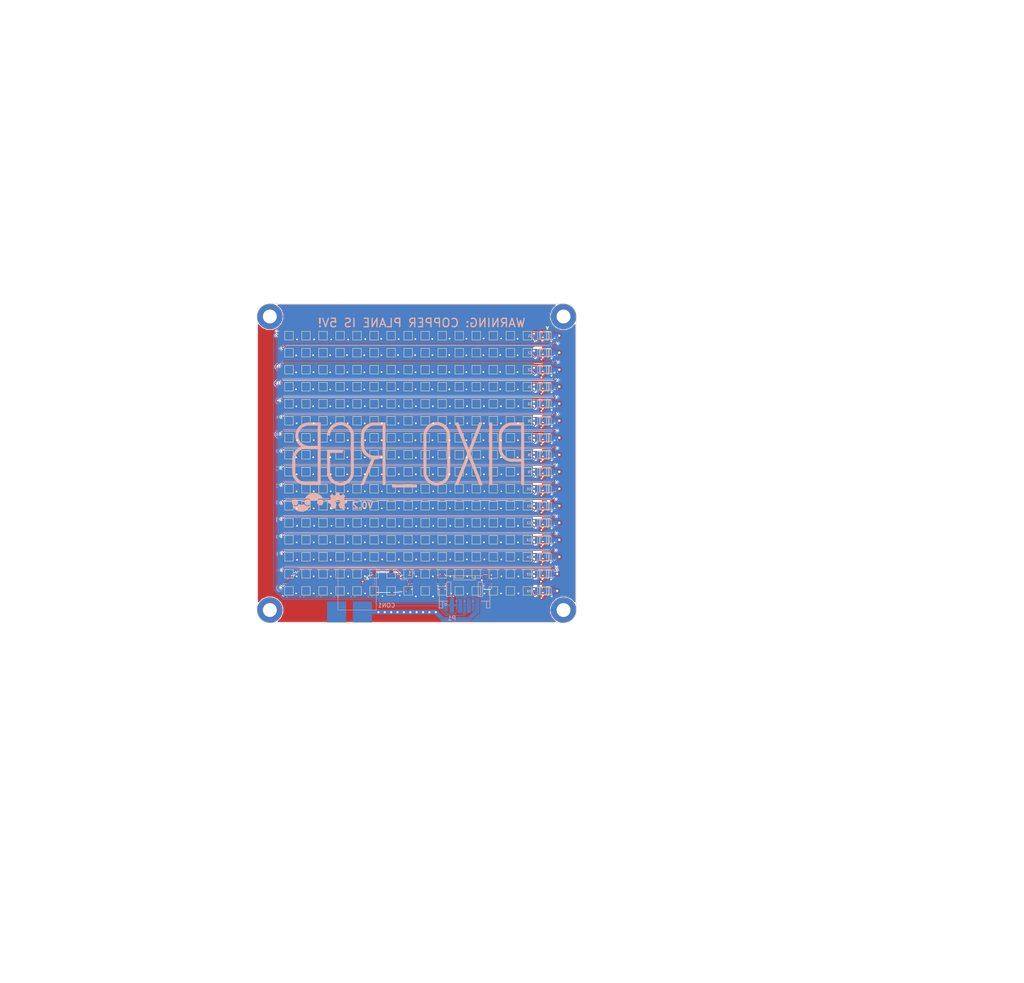
<source format=kicad_pcb>
(kicad_pcb (version 4) (host pcbnew 4.0.7)
  (title_block (title "Sensory Adaptation Robot") (date 2016-03-10) (rev 0.1a) (company "Idle Hands Dev.") (comment 1 "Sean Hodgins"))
  (layers (0 F.Cu signal) (31 B.Cu signal) (34 B.Paste user) (35 F.Paste user) (36 B.SilkS user) (37 F.SilkS user) (38 B.Mask user) (39 F.Mask user) (44 Edge.Cuts user))
  (net 0 "")
  (net 1 GND)
  (net 2 +5V)
  (net 3 "Net-(U1-Pad2)")
  (net 4 "Net-(U1-Pad3)")
  (net 5 SDS)
  (net 6 "Net-(U2-Pad2)")
  (net 7 "Net-(U2-Pad3)")
  (net 8 "Net-(U3-Pad2)")
  (net 9 "Net-(U3-Pad3)")
  (net 10 "Net-(U4-Pad2)")
  (net 11 "Net-(U4-Pad3)")
  (net 12 "Net-(U5-Pad2)")
  (net 13 "Net-(U5-Pad3)")
  (net 14 "Net-(U6-Pad2)")
  (net 15 "Net-(U6-Pad3)")
  (net 16 "Net-(U7-Pad2)")
  (net 17 "Net-(U7-Pad3)")
  (net 18 "Net-(U8-Pad2)")
  (net 19 "Net-(U8-Pad3)")
  (net 20 "Net-(U10-Pad5)")
  (net 21 "Net-(U10-Pad4)")
  (net 22 "Net-(U10-Pad2)")
  (net 23 "Net-(U10-Pad3)")
  (net 24 "Net-(U11-Pad2)")
  (net 25 "Net-(U11-Pad3)")
  (net 26 "Net-(U12-Pad2)")
  (net 27 "Net-(U12-Pad3)")
  (net 28 "Net-(U13-Pad2)")
  (net 29 "Net-(U13-Pad3)")
  (net 30 "Net-(U14-Pad2)")
  (net 31 "Net-(U14-Pad3)")
  (net 32 "Net-(U15-Pad2)")
  (net 33 "Net-(U15-Pad3)")
  (net 34 CK1)
  (net 35 SD1)
  (net 36 "Net-(U17-Pad2)")
  (net 37 "Net-(U17-Pad3)")
  (net 38 "Net-(U18-Pad2)")
  (net 39 "Net-(U18-Pad3)")
  (net 40 "Net-(U19-Pad2)")
  (net 41 "Net-(U19-Pad3)")
  (net 42 "Net-(U20-Pad2)")
  (net 43 "Net-(U20-Pad3)")
  (net 44 "Net-(U21-Pad2)")
  (net 45 "Net-(U21-Pad3)")
  (net 46 "Net-(U22-Pad2)")
  (net 47 "Net-(U22-Pad3)")
  (net 48 "Net-(U23-Pad2)")
  (net 49 "Net-(U23-Pad3)")
  (net 50 "Net-(U24-Pad2)")
  (net 51 "Net-(U24-Pad3)")
  (net 52 "Net-(U25-Pad2)")
  (net 53 "Net-(U25-Pad3)")
  (net 54 "Net-(U26-Pad2)")
  (net 55 "Net-(U26-Pad3)")
  (net 56 "Net-(U27-Pad2)")
  (net 57 "Net-(U27-Pad3)")
  (net 58 "Net-(U28-Pad2)")
  (net 59 "Net-(U28-Pad3)")
  (net 60 "Net-(U29-Pad2)")
  (net 61 "Net-(U29-Pad3)")
  (net 62 "Net-(U30-Pad2)")
  (net 63 "Net-(U30-Pad3)")
  (net 64 "Net-(U31-Pad2)")
  (net 65 "Net-(U31-Pad3)")
  (net 66 CK2)
  (net 67 SD2)
  (net 68 "Net-(U33-Pad2)")
  (net 69 "Net-(U33-Pad3)")
  (net 70 "Net-(U34-Pad2)")
  (net 71 "Net-(U34-Pad3)")
  (net 72 "Net-(U35-Pad2)")
  (net 73 "Net-(U35-Pad3)")
  (net 74 "Net-(U36-Pad2)")
  (net 75 "Net-(U36-Pad3)")
  (net 76 "Net-(U37-Pad2)")
  (net 77 "Net-(U37-Pad3)")
  (net 78 "Net-(U38-Pad2)")
  (net 79 "Net-(U38-Pad3)")
  (net 80 "Net-(U39-Pad2)")
  (net 81 "Net-(U39-Pad3)")
  (net 82 "Net-(U40-Pad2)")
  (net 83 "Net-(U40-Pad3)")
  (net 84 "Net-(U41-Pad2)")
  (net 85 "Net-(U41-Pad3)")
  (net 86 "Net-(U42-Pad2)")
  (net 87 "Net-(U42-Pad3)")
  (net 88 "Net-(U43-Pad2)")
  (net 89 "Net-(U43-Pad3)")
  (net 90 "Net-(U44-Pad2)")
  (net 91 "Net-(U44-Pad3)")
  (net 92 "Net-(U45-Pad2)")
  (net 93 "Net-(U45-Pad3)")
  (net 94 "Net-(U46-Pad2)")
  (net 95 "Net-(U46-Pad3)")
  (net 96 "Net-(U47-Pad2)")
  (net 97 "Net-(U47-Pad3)")
  (net 98 CK3)
  (net 99 SD3)
  (net 100 "Net-(U49-Pad2)")
  (net 101 "Net-(U49-Pad3)")
  (net 102 CKS)
  (net 103 "Net-(U50-Pad2)")
  (net 104 "Net-(U50-Pad3)")
  (net 105 "Net-(U51-Pad2)")
  (net 106 "Net-(U51-Pad3)")
  (net 107 "Net-(U52-Pad2)")
  (net 108 "Net-(U52-Pad3)")
  (net 109 "Net-(U53-Pad2)")
  (net 110 "Net-(U53-Pad3)")
  (net 111 "Net-(U54-Pad2)")
  (net 112 "Net-(U54-Pad3)")
  (net 113 "Net-(U55-Pad2)")
  (net 114 "Net-(U55-Pad3)")
  (net 115 "Net-(U56-Pad2)")
  (net 116 "Net-(U56-Pad3)")
  (net 117 "Net-(U57-Pad2)")
  (net 118 "Net-(U57-Pad3)")
  (net 119 "Net-(U58-Pad2)")
  (net 120 "Net-(U58-Pad3)")
  (net 121 "Net-(U59-Pad2)")
  (net 122 "Net-(U59-Pad3)")
  (net 123 "Net-(U60-Pad2)")
  (net 124 "Net-(U60-Pad3)")
  (net 125 "Net-(U61-Pad2)")
  (net 126 "Net-(U61-Pad3)")
  (net 127 "Net-(U62-Pad2)")
  (net 128 "Net-(U62-Pad3)")
  (net 129 "Net-(U63-Pad2)")
  (net 130 "Net-(U63-Pad3)")
  (net 131 CK4)
  (net 132 SD4)
  (net 133 "Net-(U65-Pad2)")
  (net 134 "Net-(U65-Pad3)")
  (net 135 "Net-(U66-Pad2)")
  (net 136 "Net-(U66-Pad3)")
  (net 137 "Net-(U67-Pad2)")
  (net 138 "Net-(U67-Pad3)")
  (net 139 "Net-(U68-Pad2)")
  (net 140 "Net-(U68-Pad3)")
  (net 141 "Net-(U69-Pad2)")
  (net 142 "Net-(U69-Pad3)")
  (net 143 "Net-(U70-Pad2)")
  (net 144 "Net-(U70-Pad3)")
  (net 145 "Net-(U71-Pad2)")
  (net 146 "Net-(U71-Pad3)")
  (net 147 "Net-(U72-Pad2)")
  (net 148 "Net-(U72-Pad3)")
  (net 149 "Net-(U73-Pad2)")
  (net 150 "Net-(U73-Pad3)")
  (net 151 "Net-(U74-Pad2)")
  (net 152 "Net-(U74-Pad3)")
  (net 153 "Net-(U75-Pad2)")
  (net 154 "Net-(U75-Pad3)")
  (net 155 "Net-(U76-Pad2)")
  (net 156 "Net-(U76-Pad3)")
  (net 157 "Net-(U77-Pad2)")
  (net 158 "Net-(U77-Pad3)")
  (net 159 "Net-(U78-Pad2)")
  (net 160 "Net-(U78-Pad3)")
  (net 161 "Net-(U79-Pad2)")
  (net 162 "Net-(U79-Pad3)")
  (net 163 CK5)
  (net 164 SD5)
  (net 165 "Net-(U81-Pad2)")
  (net 166 "Net-(U81-Pad3)")
  (net 167 "Net-(U82-Pad2)")
  (net 168 "Net-(U82-Pad3)")
  (net 169 "Net-(U83-Pad2)")
  (net 170 "Net-(U83-Pad3)")
  (net 171 "Net-(U84-Pad2)")
  (net 172 "Net-(U84-Pad3)")
  (net 173 "Net-(U85-Pad2)")
  (net 174 "Net-(U85-Pad3)")
  (net 175 "Net-(U86-Pad2)")
  (net 176 "Net-(U86-Pad3)")
  (net 177 "Net-(U87-Pad2)")
  (net 178 "Net-(U87-Pad3)")
  (net 179 "Net-(U88-Pad2)")
  (net 180 "Net-(U88-Pad3)")
  (net 181 "Net-(U89-Pad2)")
  (net 182 "Net-(U89-Pad3)")
  (net 183 "Net-(U90-Pad2)")
  (net 184 "Net-(U90-Pad3)")
  (net 185 "Net-(U91-Pad2)")
  (net 186 "Net-(U91-Pad3)")
  (net 187 "Net-(U92-Pad2)")
  (net 188 "Net-(U92-Pad3)")
  (net 189 "Net-(U93-Pad2)")
  (net 190 "Net-(U93-Pad3)")
  (net 191 "Net-(U94-Pad2)")
  (net 192 "Net-(U94-Pad3)")
  (net 193 "Net-(U95-Pad2)")
  (net 194 "Net-(U95-Pad3)")
  (net 195 CK6)
  (net 196 SD6)
  (net 197 "Net-(U97-Pad2)")
  (net 198 "Net-(U97-Pad3)")
  (net 199 "Net-(U98-Pad2)")
  (net 200 "Net-(U98-Pad3)")
  (net 201 "Net-(U100-Pad5)")
  (net 202 "Net-(U100-Pad4)")
  (net 203 "Net-(U100-Pad2)")
  (net 204 "Net-(U100-Pad3)")
  (net 205 "Net-(U101-Pad2)")
  (net 206 "Net-(U101-Pad3)")
  (net 207 "Net-(U102-Pad2)")
  (net 208 "Net-(U102-Pad3)")
  (net 209 "Net-(U103-Pad2)")
  (net 210 "Net-(U103-Pad3)")
  (net 211 "Net-(U104-Pad2)")
  (net 212 "Net-(U104-Pad3)")
  (net 213 "Net-(U105-Pad2)")
  (net 214 "Net-(U105-Pad3)")
  (net 215 "Net-(U106-Pad2)")
  (net 216 "Net-(U106-Pad3)")
  (net 217 "Net-(U107-Pad2)")
  (net 218 "Net-(U107-Pad3)")
  (net 219 "Net-(U108-Pad2)")
  (net 220 "Net-(U108-Pad3)")
  (net 221 "Net-(U109-Pad2)")
  (net 222 "Net-(U109-Pad3)")
  (net 223 "Net-(U110-Pad2)")
  (net 224 "Net-(U110-Pad3)")
  (net 225 "Net-(U111-Pad2)")
  (net 226 "Net-(U111-Pad3)")
  (net 227 CK7)
  (net 228 SD7)
  (net 229 "Net-(U113-Pad2)")
  (net 230 "Net-(U113-Pad3)")
  (net 231 "Net-(U114-Pad2)")
  (net 232 "Net-(U114-Pad3)")
  (net 233 "Net-(U115-Pad2)")
  (net 234 "Net-(U115-Pad3)")
  (net 235 "Net-(U116-Pad2)")
  (net 236 "Net-(U116-Pad3)")
  (net 237 "Net-(U117-Pad2)")
  (net 238 "Net-(U117-Pad3)")
  (net 239 "Net-(U118-Pad2)")
  (net 240 "Net-(U118-Pad3)")
  (net 241 "Net-(U119-Pad2)")
  (net 242 "Net-(U119-Pad3)")
  (net 243 "Net-(U120-Pad2)")
  (net 244 "Net-(U120-Pad3)")
  (net 245 "Net-(U121-Pad2)")
  (net 246 "Net-(U121-Pad3)")
  (net 247 "Net-(U122-Pad2)")
  (net 248 "Net-(U122-Pad3)")
  (net 249 "Net-(U123-Pad2)")
  (net 250 "Net-(U123-Pad3)")
  (net 251 "Net-(U124-Pad2)")
  (net 252 "Net-(U124-Pad3)")
  (net 253 "Net-(U125-Pad2)")
  (net 254 "Net-(U125-Pad3)")
  (net 255 "Net-(U126-Pad2)")
  (net 256 "Net-(U126-Pad3)")
  (net 257 "Net-(U127-Pad2)")
  (net 258 "Net-(U127-Pad3)")
  (net 259 CK8)
  (net 260 SD8)
  (net 261 "Net-(U129-Pad2)")
  (net 262 "Net-(U129-Pad3)")
  (net 263 "Net-(U130-Pad2)")
  (net 264 "Net-(U130-Pad3)")
  (net 265 "Net-(U131-Pad2)")
  (net 266 "Net-(U131-Pad3)")
  (net 267 "Net-(U132-Pad2)")
  (net 268 "Net-(U132-Pad3)")
  (net 269 "Net-(U133-Pad2)")
  (net 270 "Net-(U133-Pad3)")
  (net 271 "Net-(U134-Pad2)")
  (net 272 "Net-(U134-Pad3)")
  (net 273 "Net-(U135-Pad2)")
  (net 274 "Net-(U135-Pad3)")
  (net 275 "Net-(U136-Pad2)")
  (net 276 "Net-(U136-Pad3)")
  (net 277 "Net-(U137-Pad2)")
  (net 278 "Net-(U137-Pad3)")
  (net 279 "Net-(U138-Pad2)")
  (net 280 "Net-(U138-Pad3)")
  (net 281 "Net-(U139-Pad2)")
  (net 282 "Net-(U139-Pad3)")
  (net 283 "Net-(U140-Pad2)")
  (net 284 "Net-(U140-Pad3)")
  (net 285 "Net-(U141-Pad2)")
  (net 286 "Net-(U141-Pad3)")
  (net 287 "Net-(U142-Pad2)")
  (net 288 "Net-(U142-Pad3)")
  (net 289 "Net-(U143-Pad2)")
  (net 290 "Net-(U143-Pad3)")
  (net 291 CK9)
  (net 292 SD9)
  (net 293 "Net-(U145-Pad2)")
  (net 294 "Net-(U145-Pad3)")
  (net 295 "Net-(U146-Pad2)")
  (net 296 "Net-(U146-Pad3)")
  (net 297 "Net-(U147-Pad2)")
  (net 298 "Net-(U147-Pad3)")
  (net 299 "Net-(U148-Pad2)")
  (net 300 "Net-(U148-Pad3)")
  (net 301 "Net-(U149-Pad2)")
  (net 302 "Net-(U149-Pad3)")
  (net 303 "Net-(U150-Pad2)")
  (net 304 "Net-(U150-Pad3)")
  (net 305 "Net-(U151-Pad2)")
  (net 306 "Net-(U151-Pad3)")
  (net 307 "Net-(U152-Pad2)")
  (net 308 "Net-(U152-Pad3)")
  (net 309 "Net-(U153-Pad2)")
  (net 310 "Net-(U153-Pad3)")
  (net 311 "Net-(U154-Pad2)")
  (net 312 "Net-(U154-Pad3)")
  (net 313 "Net-(U155-Pad2)")
  (net 314 "Net-(U155-Pad3)")
  (net 315 "Net-(U156-Pad2)")
  (net 316 "Net-(U156-Pad3)")
  (net 317 "Net-(U157-Pad2)")
  (net 318 "Net-(U157-Pad3)")
  (net 319 "Net-(U158-Pad2)")
  (net 320 "Net-(U158-Pad3)")
  (net 321 "Net-(U159-Pad2)")
  (net 322 "Net-(U159-Pad3)")
  (net 323 CK10)
  (net 324 SD10)
  (net 325 "Net-(U161-Pad2)")
  (net 326 "Net-(U161-Pad3)")
  (net 327 "Net-(U162-Pad2)")
  (net 328 "Net-(U162-Pad3)")
  (net 329 "Net-(U163-Pad2)")
  (net 330 "Net-(U163-Pad3)")
  (net 331 "Net-(U164-Pad2)")
  (net 332 "Net-(U164-Pad3)")
  (net 333 "Net-(U165-Pad2)")
  (net 334 "Net-(U165-Pad3)")
  (net 335 "Net-(U166-Pad2)")
  (net 336 "Net-(U166-Pad3)")
  (net 337 "Net-(U167-Pad2)")
  (net 338 "Net-(U167-Pad3)")
  (net 339 "Net-(U168-Pad2)")
  (net 340 "Net-(U168-Pad3)")
  (net 341 "Net-(U169-Pad2)")
  (net 342 "Net-(U169-Pad3)")
  (net 343 "Net-(U170-Pad2)")
  (net 344 "Net-(U170-Pad3)")
  (net 345 "Net-(U171-Pad2)")
  (net 346 "Net-(U171-Pad3)")
  (net 347 "Net-(U172-Pad2)")
  (net 348 "Net-(U172-Pad3)")
  (net 349 "Net-(U173-Pad2)")
  (net 350 "Net-(U173-Pad3)")
  (net 351 "Net-(U174-Pad2)")
  (net 352 "Net-(U174-Pad3)")
  (net 353 "Net-(U175-Pad2)")
  (net 354 "Net-(U175-Pad3)")
  (net 355 CK11)
  (net 356 SD11)
  (net 357 "Net-(U177-Pad2)")
  (net 358 "Net-(U177-Pad3)")
  (net 359 "Net-(U178-Pad2)")
  (net 360 "Net-(U178-Pad3)")
  (net 361 "Net-(U179-Pad2)")
  (net 362 "Net-(U179-Pad3)")
  (net 363 "Net-(U180-Pad2)")
  (net 364 "Net-(U180-Pad3)")
  (net 365 "Net-(U181-Pad2)")
  (net 366 "Net-(U181-Pad3)")
  (net 367 "Net-(U182-Pad2)")
  (net 368 "Net-(U182-Pad3)")
  (net 369 "Net-(U183-Pad2)")
  (net 370 "Net-(U183-Pad3)")
  (net 371 "Net-(U184-Pad2)")
  (net 372 "Net-(U184-Pad3)")
  (net 373 "Net-(U185-Pad2)")
  (net 374 "Net-(U185-Pad3)")
  (net 375 "Net-(U186-Pad2)")
  (net 376 "Net-(U186-Pad3)")
  (net 377 "Net-(U187-Pad2)")
  (net 378 "Net-(U187-Pad3)")
  (net 379 "Net-(U188-Pad2)")
  (net 380 "Net-(U188-Pad3)")
  (net 381 "Net-(U189-Pad2)")
  (net 382 "Net-(U189-Pad3)")
  (net 383 "Net-(U190-Pad2)")
  (net 384 "Net-(U190-Pad3)")
  (net 385 "Net-(U191-Pad2)")
  (net 386 "Net-(U191-Pad3)")
  (net 387 CK12)
  (net 388 SD12)
  (net 389 "Net-(U193-Pad2)")
  (net 390 "Net-(U193-Pad3)")
  (net 391 "Net-(U194-Pad2)")
  (net 392 "Net-(U194-Pad3)")
  (net 393 "Net-(U195-Pad2)")
  (net 394 "Net-(U195-Pad3)")
  (net 395 "Net-(U196-Pad2)")
  (net 396 "Net-(U196-Pad3)")
  (net 397 "Net-(U197-Pad2)")
  (net 398 "Net-(U197-Pad3)")
  (net 399 "Net-(U198-Pad2)")
  (net 400 "Net-(U198-Pad3)")
  (net 401 "Net-(U199-Pad2)")
  (net 402 "Net-(U199-Pad3)")
  (net 403 "Net-(U200-Pad2)")
  (net 404 "Net-(U200-Pad3)")
  (net 405 "Net-(U201-Pad2)")
  (net 406 "Net-(U201-Pad3)")
  (net 407 "Net-(U202-Pad2)")
  (net 408 "Net-(U202-Pad3)")
  (net 409 "Net-(U203-Pad2)")
  (net 410 "Net-(U203-Pad3)")
  (net 411 "Net-(U204-Pad2)")
  (net 412 "Net-(U204-Pad3)")
  (net 413 "Net-(U205-Pad2)")
  (net 414 "Net-(U205-Pad3)")
  (net 415 "Net-(U206-Pad2)")
  (net 416 "Net-(U206-Pad3)")
  (net 417 "Net-(U207-Pad2)")
  (net 418 "Net-(U207-Pad3)")
  (net 419 CK13)
  (net 420 SD13)
  (net 421 "Net-(U209-Pad2)")
  (net 422 "Net-(U209-Pad3)")
  (net 423 "Net-(U210-Pad2)")
  (net 424 "Net-(U210-Pad3)")
  (net 425 "Net-(U211-Pad2)")
  (net 426 "Net-(U211-Pad3)")
  (net 427 "Net-(U212-Pad2)")
  (net 428 "Net-(U212-Pad3)")
  (net 429 "Net-(U213-Pad2)")
  (net 430 "Net-(U213-Pad3)")
  (net 431 "Net-(U214-Pad2)")
  (net 432 "Net-(U214-Pad3)")
  (net 433 "Net-(U215-Pad2)")
  (net 434 "Net-(U215-Pad3)")
  (net 435 "Net-(U216-Pad2)")
  (net 436 "Net-(U216-Pad3)")
  (net 437 "Net-(U217-Pad2)")
  (net 438 "Net-(U217-Pad3)")
  (net 439 "Net-(U218-Pad2)")
  (net 440 "Net-(U218-Pad3)")
  (net 441 "Net-(U219-Pad2)")
  (net 442 "Net-(U219-Pad3)")
  (net 443 "Net-(U220-Pad2)")
  (net 444 "Net-(U220-Pad3)")
  (net 445 "Net-(U221-Pad2)")
  (net 446 "Net-(U221-Pad3)")
  (net 447 "Net-(U222-Pad2)")
  (net 448 "Net-(U222-Pad3)")
  (net 449 "Net-(U223-Pad2)")
  (net 450 "Net-(U223-Pad3)")
  (net 451 CK14)
  (net 452 SD14)
  (net 453 "Net-(U225-Pad2)")
  (net 454 "Net-(U225-Pad3)")
  (net 455 "Net-(U226-Pad2)")
  (net 456 "Net-(U226-Pad3)")
  (net 457 "Net-(U227-Pad2)")
  (net 458 "Net-(U227-Pad3)")
  (net 459 "Net-(U228-Pad2)")
  (net 460 "Net-(U228-Pad3)")
  (net 461 "Net-(U229-Pad2)")
  (net 462 "Net-(U229-Pad3)")
  (net 463 "Net-(U230-Pad2)")
  (net 464 "Net-(U230-Pad3)")
  (net 465 "Net-(U231-Pad2)")
  (net 466 "Net-(U231-Pad3)")
  (net 467 "Net-(U232-Pad2)")
  (net 468 "Net-(U232-Pad3)")
  (net 469 "Net-(U233-Pad2)")
  (net 470 "Net-(U233-Pad3)")
  (net 471 "Net-(U234-Pad2)")
  (net 472 "Net-(U234-Pad3)")
  (net 473 "Net-(U235-Pad2)")
  (net 474 "Net-(U235-Pad3)")
  (net 475 "Net-(U236-Pad2)")
  (net 476 "Net-(U236-Pad3)")
  (net 477 "Net-(U237-Pad2)")
  (net 478 "Net-(U237-Pad3)")
  (net 479 "Net-(U238-Pad2)")
  (net 480 "Net-(U238-Pad3)")
  (net 481 "Net-(U239-Pad2)")
  (net 482 "Net-(U239-Pad3)")
  (net 483 CK15)
  (net 484 SD15)
  (net 485 "Net-(U241-Pad2)")
  (net 486 "Net-(U241-Pad3)")
  (net 487 "Net-(U242-Pad2)")
  (net 488 "Net-(U242-Pad3)")
  (net 489 "Net-(U243-Pad2)")
  (net 490 "Net-(U243-Pad3)")
  (net 491 "Net-(U244-Pad2)")
  (net 492 "Net-(U244-Pad3)")
  (net 493 "Net-(U245-Pad2)")
  (net 494 "Net-(U245-Pad3)")
  (net 495 "Net-(U246-Pad2)")
  (net 496 "Net-(U246-Pad3)")
  (net 497 "Net-(U247-Pad2)")
  (net 498 "Net-(U247-Pad3)")
  (net 499 "Net-(U248-Pad2)")
  (net 500 "Net-(U248-Pad3)")
  (net 501 "Net-(U249-Pad2)")
  (net 502 "Net-(U249-Pad3)")
  (net 503 "Net-(U250-Pad2)")
  (net 504 "Net-(U250-Pad3)")
  (net 505 "Net-(U251-Pad2)")
  (net 506 "Net-(U251-Pad3)")
  (net 507 "Net-(U252-Pad2)")
  (net 508 "Net-(U252-Pad3)")
  (net 509 "Net-(U253-Pad2)")
  (net 510 "Net-(U253-Pad3)")
  (net 511 "Net-(U254-Pad2)")
  (net 512 "Net-(U254-Pad3)")
  (net 513 "Net-(U255-Pad2)")
  (net 514 "Net-(U255-Pad3)")
  (net 515 "Net-(U256-Pad2)")
  (net 516 "Net-(U256-Pad3)")
  (net 517 "Net-(CON1-Pad3)")
  (net 518 "Net-(CON1-Pad1)")
  (module idlehands_footprints:PIXO_RGB (layer B.Cu) (at 132.5 132.5 180)
    (fp_text reference G*** hide)
    (fp_text value LOGO hide)
  )
  (module idlehands_footprints:APA102-2020_AFSTYLE (layer F.Cu) (at 108.5 132.5 180)
    (fp_text reference U114 hide)
    (fp_text value APA102 hide)
    (pad 1 smd rect (at -0.95 -0.75 180) (size 0.7 0.35) (layers F.Cu F.Paste F.Mask) (net 2 +5V))
    (pad 6 smd rect (at 0.95 -0.75 180) (size 0.7 0.35) (layers F.Cu F.Paste F.Mask) (net 1 GND))
    (pad 2 smd rect (at -0.95 0 180) (size 0.7 0.35) (layers F.Cu F.Paste F.Mask) (net 231 "Net-(U114-Pad2)"))
    (pad 5 smd rect (at 0.95 0 180) (size 0.7 0.35) (layers F.Cu F.Paste F.Mask) (net 229 "Net-(U113-Pad2)"))
    (pad 3 smd rect (at -0.95 0.75 180) (size 0.7 0.35) (layers F.Cu F.Paste F.Mask) (net 232 "Net-(U114-Pad3)"))
    (pad 4 smd rect (at 0.95 0.75 180) (size 0.7 0.35) (layers F.Cu F.Paste F.Mask) (net 230 "Net-(U113-Pad3)"))
  )
  (module idlehands_footprints:APA102-2020_AFSTYLE (layer F.Cu) (at 124.5 128.5 180)
    (fp_text reference U102 hide)
    (fp_text value APA102 hide)
    (pad 1 smd rect (at -0.95 -0.75 180) (size 0.7 0.35) (layers F.Cu F.Paste F.Mask) (net 2 +5V))
    (pad 6 smd rect (at 0.95 -0.75 180) (size 0.7 0.35) (layers F.Cu F.Paste F.Mask) (net 1 GND))
    (pad 2 smd rect (at -0.95 0 180) (size 0.7 0.35) (layers F.Cu F.Paste F.Mask) (net 207 "Net-(U102-Pad2)"))
    (pad 5 smd rect (at 0.95 0 180) (size 0.7 0.35) (layers F.Cu F.Paste F.Mask) (net 205 "Net-(U101-Pad2)"))
    (pad 3 smd rect (at -0.95 0.75 180) (size 0.7 0.35) (layers F.Cu F.Paste F.Mask) (net 208 "Net-(U102-Pad3)"))
    (pad 4 smd rect (at 0.95 0.75 180) (size 0.7 0.35) (layers F.Cu F.Paste F.Mask) (net 206 "Net-(U101-Pad3)"))
  )
  (module idlehands_footprints:APA102-2020_AFSTYLE (layer F.Cu) (at 160.5 124.5 180)
    (fp_text reference U95 hide)
    (fp_text value APA102 hide)
    (pad 1 smd rect (at -0.95 -0.75 180) (size 0.7 0.35) (layers F.Cu F.Paste F.Mask) (net 2 +5V))
    (pad 6 smd rect (at 0.95 -0.75 180) (size 0.7 0.35) (layers F.Cu F.Paste F.Mask) (net 1 GND))
    (pad 2 smd rect (at -0.95 0 180) (size 0.7 0.35) (layers F.Cu F.Paste F.Mask) (net 193 "Net-(U95-Pad2)"))
    (pad 5 smd rect (at 0.95 0 180) (size 0.7 0.35) (layers F.Cu F.Paste F.Mask) (net 191 "Net-(U94-Pad2)"))
    (pad 3 smd rect (at -0.95 0.75 180) (size 0.7 0.35) (layers F.Cu F.Paste F.Mask) (net 194 "Net-(U95-Pad3)"))
    (pad 4 smd rect (at 0.95 0.75 180) (size 0.7 0.35) (layers F.Cu F.Paste F.Mask) (net 192 "Net-(U94-Pad3)"))
  )
  (module idlehands_footprints:APA102-2020_AFSTYLE (layer F.Cu) (at 120.5 108.5 180)
    (fp_text reference U21 hide)
    (fp_text value APA102 hide)
    (pad 1 smd rect (at -0.95 -0.75 180) (size 0.7 0.35) (layers F.Cu F.Paste F.Mask) (net 2 +5V))
    (pad 6 smd rect (at 0.95 -0.75 180) (size 0.7 0.35) (layers F.Cu F.Paste F.Mask) (net 1 GND))
    (pad 2 smd rect (at -0.95 0 180) (size 0.7 0.35) (layers F.Cu F.Paste F.Mask) (net 44 "Net-(U21-Pad2)"))
    (pad 5 smd rect (at 0.95 0 180) (size 0.7 0.35) (layers F.Cu F.Paste F.Mask) (net 42 "Net-(U20-Pad2)"))
    (pad 3 smd rect (at -0.95 0.75 180) (size 0.7 0.35) (layers F.Cu F.Paste F.Mask) (net 45 "Net-(U21-Pad3)"))
    (pad 4 smd rect (at 0.95 0.75 180) (size 0.7 0.35) (layers F.Cu F.Paste F.Mask) (net 43 "Net-(U20-Pad3)"))
  )
  (module idlehands_footprints:STANDOFF_3MM_6MMOD (layer F.Cu) (at 100 100)
    (fp_text reference REF** hide)
    (fp_text value STANDOFF_3MM hide)
    (pad 1 thru_hole circle (at 0 0) (size 6 6) (drill 3.2) (layers *.Cu *.Mask))
  )
  (module idlehands_footprints:STANDOFF_3MM_6MMOD (layer F.Cu) (at 100 169)
    (fp_text reference REF** hide)
    (fp_text value STANDOFF_3MM hide)
    (pad 1 thru_hole circle (at 0 0) (size 6 6) (drill 3.2) (layers *.Cu *.Mask))
  )
  (module idlehands_footprints:STANDOFF_3MM_6MMOD (layer F.Cu) (at 169 169)
    (fp_text reference REF** hide)
    (fp_text value STANDOFF_3MM hide)
    (pad 1 thru_hole circle (at 0 0) (size 6 6) (drill 3.2) (layers *.Cu *.Mask))
  )
  (module idlehands_footprints:c_1206 (layer B.Cu) (at 164.5 164.5 180)
    (fp_text reference C16 (at 3.4 -0.05 180) (layer B.SilkS) (effects (font (size 0.50038 0.50038) (thickness 0.11938)) (justify mirror)))
    (fp_text value 10uF hide)
    (pad 1 smd rect (at 1.397 0 180) (size 1.6002 1.8034) (layers B.Cu B.Paste B.Mask) (net 2 +5V))
    (pad 2 smd rect (at -1.397 0 180) (size 1.6002 1.8034) (layers B.Cu B.Paste B.Mask) (net 1 GND))
  )
  (module idlehands_footprints:c_1206 (layer B.Cu) (at 164.5 160.5 180)
    (fp_text reference C15 (at 3.4 -0.05 180) (layer B.SilkS) (effects (font (size 0.50038 0.50038) (thickness 0.11938)) (justify mirror)))
    (fp_text value 10uF hide)
    (pad 1 smd rect (at 1.397 0 180) (size 1.6002 1.8034) (layers B.Cu B.Paste B.Mask) (net 2 +5V))
    (pad 2 smd rect (at -1.397 0 180) (size 1.6002 1.8034) (layers B.Cu B.Paste B.Mask) (net 1 GND))
  )
  (module idlehands_footprints:c_1206 (layer B.Cu) (at 164.5 156.5 180)
    (fp_text reference C14 (at 3.4 -0.05 180) (layer B.SilkS) (effects (font (size 0.50038 0.50038) (thickness 0.11938)) (justify mirror)))
    (fp_text value 10uF hide)
    (pad 1 smd rect (at 1.397 0 180) (size 1.6002 1.8034) (layers B.Cu B.Paste B.Mask) (net 2 +5V))
    (pad 2 smd rect (at -1.397 0 180) (size 1.6002 1.8034) (layers B.Cu B.Paste B.Mask) (net 1 GND))
  )
  (module idlehands_footprints:c_1206 (layer B.Cu) (at 164.5 152.5 180)
    (fp_text reference C13 (at 3.4 -0.05 180) (layer B.SilkS) (effects (font (size 0.50038 0.50038) (thickness 0.11938)) (justify mirror)))
    (fp_text value 10uF hide)
    (pad 1 smd rect (at 1.397 0 180) (size 1.6002 1.8034) (layers B.Cu B.Paste B.Mask) (net 2 +5V))
    (pad 2 smd rect (at -1.397 0 180) (size 1.6002 1.8034) (layers B.Cu B.Paste B.Mask) (net 1 GND))
  )
  (module idlehands_footprints:c_1206 (layer B.Cu) (at 164.5 148.5 180)
    (fp_text reference C12 (at 3.4 -0.05 180) (layer B.SilkS) (effects (font (size 0.50038 0.50038) (thickness 0.11938)) (justify mirror)))
    (fp_text value 10uF hide)
    (pad 1 smd rect (at 1.397 0 180) (size 1.6002 1.8034) (layers B.Cu B.Paste B.Mask) (net 2 +5V))
    (pad 2 smd rect (at -1.397 0 180) (size 1.6002 1.8034) (layers B.Cu B.Paste B.Mask) (net 1 GND))
  )
  (module idlehands_footprints:c_1206 (layer B.Cu) (at 164.5 144.5 180)
    (fp_text reference C11 (at 3.4 -0.05 180) (layer B.SilkS) (effects (font (size 0.50038 0.50038) (thickness 0.11938)) (justify mirror)))
    (fp_text value 10uF hide)
    (pad 1 smd rect (at 1.397 0 180) (size 1.6002 1.8034) (layers B.Cu B.Paste B.Mask) (net 2 +5V))
    (pad 2 smd rect (at -1.397 0 180) (size 1.6002 1.8034) (layers B.Cu B.Paste B.Mask) (net 1 GND))
  )
  (module idlehands_footprints:c_1206 (layer B.Cu) (at 164.5 140.5 180)
    (fp_text reference C10 (at 3.4 -0.05 180) (layer B.SilkS) (effects (font (size 0.50038 0.50038) (thickness 0.11938)) (justify mirror)))
    (fp_text value 10uF hide)
    (pad 1 smd rect (at 1.397 0 180) (size 1.6002 1.8034) (layers B.Cu B.Paste B.Mask) (net 2 +5V))
    (pad 2 smd rect (at -1.397 0 180) (size 1.6002 1.8034) (layers B.Cu B.Paste B.Mask) (net 1 GND))
  )
  (module idlehands_footprints:c_1206 (layer B.Cu) (at 164.5 136.5 180)
    (fp_text reference C9 (at 3.4 -0.05 180) (layer B.SilkS) (effects (font (size 0.50038 0.50038) (thickness 0.11938)) (justify mirror)))
    (fp_text value 10uF hide)
    (pad 1 smd rect (at 1.397 0 180) (size 1.6002 1.8034) (layers B.Cu B.Paste B.Mask) (net 2 +5V))
    (pad 2 smd rect (at -1.397 0 180) (size 1.6002 1.8034) (layers B.Cu B.Paste B.Mask) (net 1 GND))
  )
  (module idlehands_footprints:c_1206 (layer B.Cu) (at 164.5 132.5 180)
    (fp_text reference C8 (at 3.4 -0.05 180) (layer B.SilkS) (effects (font (size 0.50038 0.50038) (thickness 0.11938)) (justify mirror)))
    (fp_text value 10uF hide)
    (pad 1 smd rect (at 1.397 0 180) (size 1.6002 1.8034) (layers B.Cu B.Paste B.Mask) (net 2 +5V))
    (pad 2 smd rect (at -1.397 0 180) (size 1.6002 1.8034) (layers B.Cu B.Paste B.Mask) (net 1 GND))
  )
  (module idlehands_footprints:c_1206 (layer B.Cu) (at 164.5 128.5 180)
    (fp_text reference C7 (at 3.4 -0.05 180) (layer B.SilkS) (effects (font (size 0.50038 0.50038) (thickness 0.11938)) (justify mirror)))
    (fp_text value 10uF hide)
    (pad 1 smd rect (at 1.397 0 180) (size 1.6002 1.8034) (layers B.Cu B.Paste B.Mask) (net 2 +5V))
    (pad 2 smd rect (at -1.397 0 180) (size 1.6002 1.8034) (layers B.Cu B.Paste B.Mask) (net 1 GND))
  )
  (module idlehands_footprints:c_1206 (layer B.Cu) (at 164.5 124.5 180)
    (fp_text reference C6 (at 3.4 -0.05 180) (layer B.SilkS) (effects (font (size 0.50038 0.50038) (thickness 0.11938)) (justify mirror)))
    (fp_text value 10uF hide)
    (pad 1 smd rect (at 1.397 0 180) (size 1.6002 1.8034) (layers B.Cu B.Paste B.Mask) (net 2 +5V))
    (pad 2 smd rect (at -1.397 0 180) (size 1.6002 1.8034) (layers B.Cu B.Paste B.Mask) (net 1 GND))
  )
  (module idlehands_footprints:c_1206 (layer B.Cu) (at 164.5 120.5 180)
    (fp_text reference C5 (at 3.4 -0.05 180) (layer B.SilkS) (effects (font (size 0.50038 0.50038) (thickness 0.11938)) (justify mirror)))
    (fp_text value 10uF hide)
    (pad 1 smd rect (at 1.397 0 180) (size 1.6002 1.8034) (layers B.Cu B.Paste B.Mask) (net 2 +5V))
    (pad 2 smd rect (at -1.397 0 180) (size 1.6002 1.8034) (layers B.Cu B.Paste B.Mask) (net 1 GND))
  )
  (module idlehands_footprints:c_1206 (layer B.Cu) (at 164.5 116.5 180)
    (fp_text reference C4 (at 3.4 -0.05 180) (layer B.SilkS) (effects (font (size 0.50038 0.50038) (thickness 0.11938)) (justify mirror)))
    (fp_text value 10uF hide)
    (pad 1 smd rect (at 1.397 0 180) (size 1.6002 1.8034) (layers B.Cu B.Paste B.Mask) (net 2 +5V))
    (pad 2 smd rect (at -1.397 0 180) (size 1.6002 1.8034) (layers B.Cu B.Paste B.Mask) (net 1 GND))
  )
  (module idlehands_footprints:c_1206 (layer B.Cu) (at 164.5 112.5 180)
    (fp_text reference C3 (at 3.4 -0.05 180) (layer B.SilkS) (effects (font (size 0.50038 0.50038) (thickness 0.11938)) (justify mirror)))
    (fp_text value 10uF hide)
    (pad 1 smd rect (at 1.397 0 180) (size 1.6002 1.8034) (layers B.Cu B.Paste B.Mask) (net 2 +5V))
    (pad 2 smd rect (at -1.397 0 180) (size 1.6002 1.8034) (layers B.Cu B.Paste B.Mask) (net 1 GND))
  )
  (module idlehands_footprints:c_1206 (layer B.Cu) (at 164.5 108.5 180)
    (fp_text reference C2 (at 3.4 -0.05 180) (layer B.SilkS) (effects (font (size 0.50038 0.50038) (thickness 0.11938)) (justify mirror)))
    (fp_text value 10uF hide)
    (pad 1 smd rect (at 1.397 0 180) (size 1.6002 1.8034) (layers B.Cu B.Paste B.Mask) (net 2 +5V))
    (pad 2 smd rect (at -1.397 0 180) (size 1.6002 1.8034) (layers B.Cu B.Paste B.Mask) (net 1 GND))
  )
  (module idlehands_footprints:c_1206 (layer B.Cu) (at 164.5 104.5 180)
    (fp_text reference C1 (at 3.4 -0.05 180) (layer B.SilkS) (effects (font (size 0.50038 0.50038) (thickness 0.11938)) (justify mirror)))
    (fp_text value 10uF hide)
    (pad 1 smd rect (at 1.397 0 180) (size 1.6002 1.8034) (layers B.Cu B.Paste B.Mask) (net 2 +5V))
    (pad 2 smd rect (at -1.397 0 180) (size 1.6002 1.8034) (layers B.Cu B.Paste B.Mask) (net 1 GND))
  )
  (module idlehands_footprints:DC_POWERJACK_VERT_NoHoles (layer B.Cu) (at 120.5 162.5 180)
    (fp_text reference CON1 (at -6.9 -5.4 180) (layer B.SilkS) (effects (justify mirror)))
    (fp_text value BARREL_JACK)
    (pad 1 smd rect (at -6.55 0 180) (size 4.7 4.5) (layers B.Cu B.Paste B.Mask) (net 518 "Net-(CON1-Pad1)"))
    (pad 2 smd rect (at -1.25 -6.95 180) (size 4.5 4.9) (layers B.Cu B.Paste B.Mask) (net 1 GND))
    (pad 3 smd rect (at 4.8 -6.95 180) (size 4.5 4.9) (layers B.Cu B.Paste B.Mask) (net 517 "Net-(CON1-Pad3)"))
  )
  (module idlehands_footprints:STANDOFF_3MM_6MMOD (layer F.Cu) (at 169 100)
    (fp_text reference REF** hide)
    (fp_text value STANDOFF_3MM hide)
    (pad 1 thru_hole circle (at 0 0) (size 6 6) (drill 3.2) (layers *.Cu *.Mask))
  )
  (module Connectors_JST_PH:Connectors_JST_S4B-PH-SM4-TB (layer B.Cu) (at 145.75 165.15)
    (fp_text reference P1 (at -3 5.775) (layer B.SilkS) (effects (justify mirror)))
    (fp_text value CONN_01X04)
    (pad 1 smd rect (at -3 2.775) (size 1 3.5) (layers B.Cu B.Paste B.Mask) (net 2 +5V))
    (pad 2 smd rect (at -1 2.775) (size 1 3.5) (layers B.Cu B.Paste B.Mask) (net 102 CKS))
    (pad 3 smd rect (at 1 2.775) (size 1 3.5) (layers B.Cu B.Paste B.Mask) (net 5 SDS))
    (pad 4 smd rect (at 3 2.775) (size 1 3.5) (layers B.Cu B.Paste B.Mask) (net 1 GND))
    (pad "" smd rect (at -5.4 -2.775) (size 1.6 3.4) (layers B.Cu B.Paste B.Mask))
    (pad "" smd rect (at 5.4 -2.775) (size 1.6 3.4) (layers B.Cu B.Paste B.Mask))
  )
  (module idlehands_footprints:IdlehandsdevLogo (layer B.Cu) (at 108.9 143.6 180)
    (fp_text reference G*** hide)
    (fp_text value LOGO hide)
  )
  (module idlehands_footprints:OSHLogo (layer B.Cu) (at 115.9 143.4 180)
    (fp_text reference G*** hide)
    (fp_text value LOGO hide)
  )
  (module idlehands_footprints:APA102-2020_AFSTYLE (layer F.Cu) (at 104.5 104.5 180)
    (fp_text reference U1 hide)
    (fp_text value APA102 hide)
    (pad 1 smd rect (at -0.95 -0.75 180) (size 0.7 0.35) (layers F.Cu F.Paste F.Mask) (net 2 +5V))
    (pad 6 smd rect (at 0.95 -0.75 180) (size 0.7 0.35) (layers F.Cu F.Paste F.Mask) (net 1 GND))
    (pad 2 smd rect (at -0.95 0 180) (size 0.7 0.35) (layers F.Cu F.Paste F.Mask) (net 3 "Net-(U1-Pad2)"))
    (pad 5 smd rect (at 0.95 0 180) (size 0.7 0.35) (layers F.Cu F.Paste F.Mask) (net 102 CKS))
    (pad 3 smd rect (at -0.95 0.75 180) (size 0.7 0.35) (layers F.Cu F.Paste F.Mask) (net 4 "Net-(U1-Pad3)"))
    (pad 4 smd rect (at 0.95 0.75 180) (size 0.7 0.35) (layers F.Cu F.Paste F.Mask) (net 5 SDS))
  )
  (module Fuse_Holders_and_Fuses:Fuse_SMD1206_Reflow (layer B.Cu) (at 133.15 163.15 180)
    (fp_text reference F1 (at -0.09906 2.75082 180) (layer B.SilkS) (effects (justify mirror)))
    (fp_text value 5A_Hold)
    (pad 1 smd rect (at -1.20396 0 90) (size 2.02946 1.14046) (layers B.Cu B.Paste B.Mask) (net 2 +5V))
    (pad 2 smd rect (at 1.20396 0 90) (size 2.02946 1.14046) (layers B.Cu B.Paste B.Mask) (net 518 "Net-(CON1-Pad1)"))
  )
  (module idlehands_footprints:APA102-2020_AFSTYLE (layer F.Cu) (at 108.5 104.5 180)
    (fp_text reference U2 hide)
    (fp_text value APA102 hide)
    (pad 1 smd rect (at -0.95 -0.75 180) (size 0.7 0.35) (layers F.Cu F.Paste F.Mask) (net 2 +5V))
    (pad 6 smd rect (at 0.95 -0.75 180) (size 0.7 0.35) (layers F.Cu F.Paste F.Mask) (net 1 GND))
    (pad 2 smd rect (at -0.95 0 180) (size 0.7 0.35) (layers F.Cu F.Paste F.Mask) (net 6 "Net-(U2-Pad2)"))
    (pad 5 smd rect (at 0.95 0 180) (size 0.7 0.35) (layers F.Cu F.Paste F.Mask) (net 3 "Net-(U1-Pad2)"))
    (pad 3 smd rect (at -0.95 0.75 180) (size 0.7 0.35) (layers F.Cu F.Paste F.Mask) (net 7 "Net-(U2-Pad3)"))
    (pad 4 smd rect (at 0.95 0.75 180) (size 0.7 0.35) (layers F.Cu F.Paste F.Mask) (net 4 "Net-(U1-Pad3)"))
  )
  (module idlehands_footprints:APA102-2020_AFSTYLE (layer F.Cu) (at 112.5 104.5 180)
    (fp_text reference U3 hide)
    (fp_text value APA102 hide)
    (pad 1 smd rect (at -0.95 -0.75 180) (size 0.7 0.35) (layers F.Cu F.Paste F.Mask) (net 2 +5V))
    (pad 6 smd rect (at 0.95 -0.75 180) (size 0.7 0.35) (layers F.Cu F.Paste F.Mask) (net 1 GND))
    (pad 2 smd rect (at -0.95 0 180) (size 0.7 0.35) (layers F.Cu F.Paste F.Mask) (net 8 "Net-(U3-Pad2)"))
    (pad 5 smd rect (at 0.95 0 180) (size 0.7 0.35) (layers F.Cu F.Paste F.Mask) (net 6 "Net-(U2-Pad2)"))
    (pad 3 smd rect (at -0.95 0.75 180) (size 0.7 0.35) (layers F.Cu F.Paste F.Mask) (net 9 "Net-(U3-Pad3)"))
    (pad 4 smd rect (at 0.95 0.75 180) (size 0.7 0.35) (layers F.Cu F.Paste F.Mask) (net 7 "Net-(U2-Pad3)"))
  )
  (module idlehands_footprints:APA102-2020_AFSTYLE (layer F.Cu) (at 116.5 104.5 180)
    (fp_text reference U4 hide)
    (fp_text value APA102 hide)
    (pad 1 smd rect (at -0.95 -0.75 180) (size 0.7 0.35) (layers F.Cu F.Paste F.Mask) (net 2 +5V))
    (pad 6 smd rect (at 0.95 -0.75 180) (size 0.7 0.35) (layers F.Cu F.Paste F.Mask) (net 1 GND))
    (pad 2 smd rect (at -0.95 0 180) (size 0.7 0.35) (layers F.Cu F.Paste F.Mask) (net 10 "Net-(U4-Pad2)"))
    (pad 5 smd rect (at 0.95 0 180) (size 0.7 0.35) (layers F.Cu F.Paste F.Mask) (net 8 "Net-(U3-Pad2)"))
    (pad 3 smd rect (at -0.95 0.75 180) (size 0.7 0.35) (layers F.Cu F.Paste F.Mask) (net 11 "Net-(U4-Pad3)"))
    (pad 4 smd rect (at 0.95 0.75 180) (size 0.7 0.35) (layers F.Cu F.Paste F.Mask) (net 9 "Net-(U3-Pad3)"))
  )
  (module idlehands_footprints:APA102-2020_AFSTYLE (layer F.Cu) (at 120.5 104.5 180)
    (fp_text reference U5 hide)
    (fp_text value APA102 hide)
    (pad 1 smd rect (at -0.95 -0.75 180) (size 0.7 0.35) (layers F.Cu F.Paste F.Mask) (net 2 +5V))
    (pad 6 smd rect (at 0.95 -0.75 180) (size 0.7 0.35) (layers F.Cu F.Paste F.Mask) (net 1 GND))
    (pad 2 smd rect (at -0.95 0 180) (size 0.7 0.35) (layers F.Cu F.Paste F.Mask) (net 12 "Net-(U5-Pad2)"))
    (pad 5 smd rect (at 0.95 0 180) (size 0.7 0.35) (layers F.Cu F.Paste F.Mask) (net 10 "Net-(U4-Pad2)"))
    (pad 3 smd rect (at -0.95 0.75 180) (size 0.7 0.35) (layers F.Cu F.Paste F.Mask) (net 13 "Net-(U5-Pad3)"))
    (pad 4 smd rect (at 0.95 0.75 180) (size 0.7 0.35) (layers F.Cu F.Paste F.Mask) (net 11 "Net-(U4-Pad3)"))
  )
  (module idlehands_footprints:APA102-2020_AFSTYLE (layer F.Cu) (at 124.5 104.5 180)
    (fp_text reference U6 hide)
    (fp_text value APA102 hide)
    (pad 1 smd rect (at -0.95 -0.75 180) (size 0.7 0.35) (layers F.Cu F.Paste F.Mask) (net 2 +5V))
    (pad 6 smd rect (at 0.95 -0.75 180) (size 0.7 0.35) (layers F.Cu F.Paste F.Mask) (net 1 GND))
    (pad 2 smd rect (at -0.95 0 180) (size 0.7 0.35) (layers F.Cu F.Paste F.Mask) (net 14 "Net-(U6-Pad2)"))
    (pad 5 smd rect (at 0.95 0 180) (size 0.7 0.35) (layers F.Cu F.Paste F.Mask) (net 12 "Net-(U5-Pad2)"))
    (pad 3 smd rect (at -0.95 0.75 180) (size 0.7 0.35) (layers F.Cu F.Paste F.Mask) (net 15 "Net-(U6-Pad3)"))
    (pad 4 smd rect (at 0.95 0.75 180) (size 0.7 0.35) (layers F.Cu F.Paste F.Mask) (net 13 "Net-(U5-Pad3)"))
  )
  (module idlehands_footprints:APA102-2020_AFSTYLE (layer F.Cu) (at 128.5 104.5 180)
    (fp_text reference U7 hide)
    (fp_text value APA102 hide)
    (pad 1 smd rect (at -0.95 -0.75 180) (size 0.7 0.35) (layers F.Cu F.Paste F.Mask) (net 2 +5V))
    (pad 6 smd rect (at 0.95 -0.75 180) (size 0.7 0.35) (layers F.Cu F.Paste F.Mask) (net 1 GND))
    (pad 2 smd rect (at -0.95 0 180) (size 0.7 0.35) (layers F.Cu F.Paste F.Mask) (net 16 "Net-(U7-Pad2)"))
    (pad 5 smd rect (at 0.95 0 180) (size 0.7 0.35) (layers F.Cu F.Paste F.Mask) (net 14 "Net-(U6-Pad2)"))
    (pad 3 smd rect (at -0.95 0.75 180) (size 0.7 0.35) (layers F.Cu F.Paste F.Mask) (net 17 "Net-(U7-Pad3)"))
    (pad 4 smd rect (at 0.95 0.75 180) (size 0.7 0.35) (layers F.Cu F.Paste F.Mask) (net 15 "Net-(U6-Pad3)"))
  )
  (module idlehands_footprints:APA102-2020_AFSTYLE (layer F.Cu) (at 132.5 104.5 180)
    (fp_text reference U8 hide)
    (fp_text value APA102 hide)
    (pad 1 smd rect (at -0.95 -0.75 180) (size 0.7 0.35) (layers F.Cu F.Paste F.Mask) (net 2 +5V))
    (pad 6 smd rect (at 0.95 -0.75 180) (size 0.7 0.35) (layers F.Cu F.Paste F.Mask) (net 1 GND))
    (pad 2 smd rect (at -0.95 0 180) (size 0.7 0.35) (layers F.Cu F.Paste F.Mask) (net 18 "Net-(U8-Pad2)"))
    (pad 5 smd rect (at 0.95 0 180) (size 0.7 0.35) (layers F.Cu F.Paste F.Mask) (net 16 "Net-(U7-Pad2)"))
    (pad 3 smd rect (at -0.95 0.75 180) (size 0.7 0.35) (layers F.Cu F.Paste F.Mask) (net 19 "Net-(U8-Pad3)"))
    (pad 4 smd rect (at 0.95 0.75 180) (size 0.7 0.35) (layers F.Cu F.Paste F.Mask) (net 17 "Net-(U7-Pad3)"))
  )
  (module idlehands_footprints:APA102-2020_AFSTYLE (layer F.Cu) (at 136.5 104.5 180)
    (fp_text reference U9 hide)
    (fp_text value APA102 hide)
    (pad 1 smd rect (at -0.95 -0.75 180) (size 0.7 0.35) (layers F.Cu F.Paste F.Mask) (net 2 +5V))
    (pad 6 smd rect (at 0.95 -0.75 180) (size 0.7 0.35) (layers F.Cu F.Paste F.Mask) (net 1 GND))
    (pad 2 smd rect (at -0.95 0 180) (size 0.7 0.35) (layers F.Cu F.Paste F.Mask) (net 20 "Net-(U10-Pad5)"))
    (pad 5 smd rect (at 0.95 0 180) (size 0.7 0.35) (layers F.Cu F.Paste F.Mask) (net 18 "Net-(U8-Pad2)"))
    (pad 3 smd rect (at -0.95 0.75 180) (size 0.7 0.35) (layers F.Cu F.Paste F.Mask) (net 21 "Net-(U10-Pad4)"))
    (pad 4 smd rect (at 0.95 0.75 180) (size 0.7 0.35) (layers F.Cu F.Paste F.Mask) (net 19 "Net-(U8-Pad3)"))
  )
  (module idlehands_footprints:APA102-2020_AFSTYLE (layer F.Cu) (at 140.5 104.5 180)
    (fp_text reference U10 hide)
    (fp_text value APA102 hide)
    (pad 1 smd rect (at -0.95 -0.75 180) (size 0.7 0.35) (layers F.Cu F.Paste F.Mask) (net 2 +5V))
    (pad 6 smd rect (at 0.95 -0.75 180) (size 0.7 0.35) (layers F.Cu F.Paste F.Mask) (net 1 GND))
    (pad 2 smd rect (at -0.95 0 180) (size 0.7 0.35) (layers F.Cu F.Paste F.Mask) (net 22 "Net-(U10-Pad2)"))
    (pad 5 smd rect (at 0.95 0 180) (size 0.7 0.35) (layers F.Cu F.Paste F.Mask) (net 20 "Net-(U10-Pad5)"))
    (pad 3 smd rect (at -0.95 0.75 180) (size 0.7 0.35) (layers F.Cu F.Paste F.Mask) (net 23 "Net-(U10-Pad3)"))
    (pad 4 smd rect (at 0.95 0.75 180) (size 0.7 0.35) (layers F.Cu F.Paste F.Mask) (net 21 "Net-(U10-Pad4)"))
  )
  (module idlehands_footprints:APA102-2020_AFSTYLE (layer F.Cu) (at 144.5 104.5 180)
    (fp_text reference U11 hide)
    (fp_text value APA102 hide)
    (pad 1 smd rect (at -0.95 -0.75 180) (size 0.7 0.35) (layers F.Cu F.Paste F.Mask) (net 2 +5V))
    (pad 6 smd rect (at 0.95 -0.75 180) (size 0.7 0.35) (layers F.Cu F.Paste F.Mask) (net 1 GND))
    (pad 2 smd rect (at -0.95 0 180) (size 0.7 0.35) (layers F.Cu F.Paste F.Mask) (net 24 "Net-(U11-Pad2)"))
    (pad 5 smd rect (at 0.95 0 180) (size 0.7 0.35) (layers F.Cu F.Paste F.Mask) (net 22 "Net-(U10-Pad2)"))
    (pad 3 smd rect (at -0.95 0.75 180) (size 0.7 0.35) (layers F.Cu F.Paste F.Mask) (net 25 "Net-(U11-Pad3)"))
    (pad 4 smd rect (at 0.95 0.75 180) (size 0.7 0.35) (layers F.Cu F.Paste F.Mask) (net 23 "Net-(U10-Pad3)"))
  )
  (module idlehands_footprints:APA102-2020_AFSTYLE (layer F.Cu) (at 148.5 104.5 180)
    (fp_text reference U12 hide)
    (fp_text value APA102 hide)
    (pad 1 smd rect (at -0.95 -0.75 180) (size 0.7 0.35) (layers F.Cu F.Paste F.Mask) (net 2 +5V))
    (pad 6 smd rect (at 0.95 -0.75 180) (size 0.7 0.35) (layers F.Cu F.Paste F.Mask) (net 1 GND))
    (pad 2 smd rect (at -0.95 0 180) (size 0.7 0.35) (layers F.Cu F.Paste F.Mask) (net 26 "Net-(U12-Pad2)"))
    (pad 5 smd rect (at 0.95 0 180) (size 0.7 0.35) (layers F.Cu F.Paste F.Mask) (net 24 "Net-(U11-Pad2)"))
    (pad 3 smd rect (at -0.95 0.75 180) (size 0.7 0.35) (layers F.Cu F.Paste F.Mask) (net 27 "Net-(U12-Pad3)"))
    (pad 4 smd rect (at 0.95 0.75 180) (size 0.7 0.35) (layers F.Cu F.Paste F.Mask) (net 25 "Net-(U11-Pad3)"))
  )
  (module idlehands_footprints:APA102-2020_AFSTYLE (layer F.Cu) (at 152.5 104.5 180)
    (fp_text reference U13 hide)
    (fp_text value APA102 hide)
    (pad 1 smd rect (at -0.95 -0.75 180) (size 0.7 0.35) (layers F.Cu F.Paste F.Mask) (net 2 +5V))
    (pad 6 smd rect (at 0.95 -0.75 180) (size 0.7 0.35) (layers F.Cu F.Paste F.Mask) (net 1 GND))
    (pad 2 smd rect (at -0.95 0 180) (size 0.7 0.35) (layers F.Cu F.Paste F.Mask) (net 28 "Net-(U13-Pad2)"))
    (pad 5 smd rect (at 0.95 0 180) (size 0.7 0.35) (layers F.Cu F.Paste F.Mask) (net 26 "Net-(U12-Pad2)"))
    (pad 3 smd rect (at -0.95 0.75 180) (size 0.7 0.35) (layers F.Cu F.Paste F.Mask) (net 29 "Net-(U13-Pad3)"))
    (pad 4 smd rect (at 0.95 0.75 180) (size 0.7 0.35) (layers F.Cu F.Paste F.Mask) (net 27 "Net-(U12-Pad3)"))
  )
  (module idlehands_footprints:APA102-2020_AFSTYLE (layer F.Cu) (at 156.5 104.5 180)
    (fp_text reference U14 hide)
    (fp_text value APA102 hide)
    (pad 1 smd rect (at -0.95 -0.75 180) (size 0.7 0.35) (layers F.Cu F.Paste F.Mask) (net 2 +5V))
    (pad 6 smd rect (at 0.95 -0.75 180) (size 0.7 0.35) (layers F.Cu F.Paste F.Mask) (net 1 GND))
    (pad 2 smd rect (at -0.95 0 180) (size 0.7 0.35) (layers F.Cu F.Paste F.Mask) (net 30 "Net-(U14-Pad2)"))
    (pad 5 smd rect (at 0.95 0 180) (size 0.7 0.35) (layers F.Cu F.Paste F.Mask) (net 28 "Net-(U13-Pad2)"))
    (pad 3 smd rect (at -0.95 0.75 180) (size 0.7 0.35) (layers F.Cu F.Paste F.Mask) (net 31 "Net-(U14-Pad3)"))
    (pad 4 smd rect (at 0.95 0.75 180) (size 0.7 0.35) (layers F.Cu F.Paste F.Mask) (net 29 "Net-(U13-Pad3)"))
  )
  (module idlehands_footprints:APA102-2020_AFSTYLE (layer F.Cu) (at 160.5 104.5 180)
    (fp_text reference U15 hide)
    (fp_text value APA102 hide)
    (pad 1 smd rect (at -0.95 -0.75 180) (size 0.7 0.35) (layers F.Cu F.Paste F.Mask) (net 2 +5V))
    (pad 6 smd rect (at 0.95 -0.75 180) (size 0.7 0.35) (layers F.Cu F.Paste F.Mask) (net 1 GND))
    (pad 2 smd rect (at -0.95 0 180) (size 0.7 0.35) (layers F.Cu F.Paste F.Mask) (net 32 "Net-(U15-Pad2)"))
    (pad 5 smd rect (at 0.95 0 180) (size 0.7 0.35) (layers F.Cu F.Paste F.Mask) (net 30 "Net-(U14-Pad2)"))
    (pad 3 smd rect (at -0.95 0.75 180) (size 0.7 0.35) (layers F.Cu F.Paste F.Mask) (net 33 "Net-(U15-Pad3)"))
    (pad 4 smd rect (at 0.95 0.75 180) (size 0.7 0.35) (layers F.Cu F.Paste F.Mask) (net 31 "Net-(U14-Pad3)"))
  )
  (module idlehands_footprints:APA102-2020_AFSTYLE (layer F.Cu) (at 164.5 104.5 180)
    (fp_text reference U16 hide)
    (fp_text value APA102 hide)
    (pad 1 smd rect (at -0.95 -0.75 180) (size 0.7 0.35) (layers F.Cu F.Paste F.Mask) (net 2 +5V))
    (pad 6 smd rect (at 0.95 -0.75 180) (size 0.7 0.35) (layers F.Cu F.Paste F.Mask) (net 1 GND))
    (pad 2 smd rect (at -0.95 0 180) (size 0.7 0.35) (layers F.Cu F.Paste F.Mask) (net 34 CK1))
    (pad 5 smd rect (at 0.95 0 180) (size 0.7 0.35) (layers F.Cu F.Paste F.Mask) (net 32 "Net-(U15-Pad2)"))
    (pad 3 smd rect (at -0.95 0.75 180) (size 0.7 0.35) (layers F.Cu F.Paste F.Mask) (net 35 SD1))
    (pad 4 smd rect (at 0.95 0.75 180) (size 0.7 0.35) (layers F.Cu F.Paste F.Mask) (net 33 "Net-(U15-Pad3)"))
  )
  (module idlehands_footprints:APA102-2020_AFSTYLE (layer F.Cu) (at 104.5 108.5 180)
    (fp_text reference U17 hide)
    (fp_text value APA102 hide)
    (pad 1 smd rect (at -0.95 -0.75 180) (size 0.7 0.35) (layers F.Cu F.Paste F.Mask) (net 2 +5V))
    (pad 6 smd rect (at 0.95 -0.75 180) (size 0.7 0.35) (layers F.Cu F.Paste F.Mask) (net 1 GND))
    (pad 2 smd rect (at -0.95 0 180) (size 0.7 0.35) (layers F.Cu F.Paste F.Mask) (net 36 "Net-(U17-Pad2)"))
    (pad 5 smd rect (at 0.95 0 180) (size 0.7 0.35) (layers F.Cu F.Paste F.Mask) (net 34 CK1))
    (pad 3 smd rect (at -0.95 0.75 180) (size 0.7 0.35) (layers F.Cu F.Paste F.Mask) (net 37 "Net-(U17-Pad3)"))
    (pad 4 smd rect (at 0.95 0.75 180) (size 0.7 0.35) (layers F.Cu F.Paste F.Mask) (net 35 SD1))
  )
  (module idlehands_footprints:APA102-2020_AFSTYLE (layer F.Cu) (at 108.5 108.5 180)
    (fp_text reference U18 hide)
    (fp_text value APA102 hide)
    (pad 1 smd rect (at -0.95 -0.75 180) (size 0.7 0.35) (layers F.Cu F.Paste F.Mask) (net 2 +5V))
    (pad 6 smd rect (at 0.95 -0.75 180) (size 0.7 0.35) (layers F.Cu F.Paste F.Mask) (net 1 GND))
    (pad 2 smd rect (at -0.95 0 180) (size 0.7 0.35) (layers F.Cu F.Paste F.Mask) (net 38 "Net-(U18-Pad2)"))
    (pad 5 smd rect (at 0.95 0 180) (size 0.7 0.35) (layers F.Cu F.Paste F.Mask) (net 36 "Net-(U17-Pad2)"))
    (pad 3 smd rect (at -0.95 0.75 180) (size 0.7 0.35) (layers F.Cu F.Paste F.Mask) (net 39 "Net-(U18-Pad3)"))
    (pad 4 smd rect (at 0.95 0.75 180) (size 0.7 0.35) (layers F.Cu F.Paste F.Mask) (net 37 "Net-(U17-Pad3)"))
  )
  (module idlehands_footprints:APA102-2020_AFSTYLE (layer F.Cu) (at 112.5 108.5 180)
    (fp_text reference U19 hide)
    (fp_text value APA102 hide)
    (pad 1 smd rect (at -0.95 -0.75 180) (size 0.7 0.35) (layers F.Cu F.Paste F.Mask) (net 2 +5V))
    (pad 6 smd rect (at 0.95 -0.75 180) (size 0.7 0.35) (layers F.Cu F.Paste F.Mask) (net 1 GND))
    (pad 2 smd rect (at -0.95 0 180) (size 0.7 0.35) (layers F.Cu F.Paste F.Mask) (net 40 "Net-(U19-Pad2)"))
    (pad 5 smd rect (at 0.95 0 180) (size 0.7 0.35) (layers F.Cu F.Paste F.Mask) (net 38 "Net-(U18-Pad2)"))
    (pad 3 smd rect (at -0.95 0.75 180) (size 0.7 0.35) (layers F.Cu F.Paste F.Mask) (net 41 "Net-(U19-Pad3)"))
    (pad 4 smd rect (at 0.95 0.75 180) (size 0.7 0.35) (layers F.Cu F.Paste F.Mask) (net 39 "Net-(U18-Pad3)"))
  )
  (module idlehands_footprints:APA102-2020_AFSTYLE (layer F.Cu) (at 116.5 108.5 180)
    (fp_text reference U20 hide)
    (fp_text value APA102 hide)
    (pad 1 smd rect (at -0.95 -0.75 180) (size 0.7 0.35) (layers F.Cu F.Paste F.Mask) (net 2 +5V))
    (pad 6 smd rect (at 0.95 -0.75 180) (size 0.7 0.35) (layers F.Cu F.Paste F.Mask) (net 1 GND))
    (pad 2 smd rect (at -0.95 0 180) (size 0.7 0.35) (layers F.Cu F.Paste F.Mask) (net 42 "Net-(U20-Pad2)"))
    (pad 5 smd rect (at 0.95 0 180) (size 0.7 0.35) (layers F.Cu F.Paste F.Mask) (net 40 "Net-(U19-Pad2)"))
    (pad 3 smd rect (at -0.95 0.75 180) (size 0.7 0.35) (layers F.Cu F.Paste F.Mask) (net 43 "Net-(U20-Pad3)"))
    (pad 4 smd rect (at 0.95 0.75 180) (size 0.7 0.35) (layers F.Cu F.Paste F.Mask) (net 41 "Net-(U19-Pad3)"))
  )
  (module idlehands_footprints:APA102-2020_AFSTYLE (layer F.Cu) (at 124.5 108.5 180)
    (fp_text reference U22 hide)
    (fp_text value APA102 hide)
    (pad 1 smd rect (at -0.95 -0.75 180) (size 0.7 0.35) (layers F.Cu F.Paste F.Mask) (net 2 +5V))
    (pad 6 smd rect (at 0.95 -0.75 180) (size 0.7 0.35) (layers F.Cu F.Paste F.Mask) (net 1 GND))
    (pad 2 smd rect (at -0.95 0 180) (size 0.7 0.35) (layers F.Cu F.Paste F.Mask) (net 46 "Net-(U22-Pad2)"))
    (pad 5 smd rect (at 0.95 0 180) (size 0.7 0.35) (layers F.Cu F.Paste F.Mask) (net 44 "Net-(U21-Pad2)"))
    (pad 3 smd rect (at -0.95 0.75 180) (size 0.7 0.35) (layers F.Cu F.Paste F.Mask) (net 47 "Net-(U22-Pad3)"))
    (pad 4 smd rect (at 0.95 0.75 180) (size 0.7 0.35) (layers F.Cu F.Paste F.Mask) (net 45 "Net-(U21-Pad3)"))
  )
  (module idlehands_footprints:APA102-2020_AFSTYLE (layer F.Cu) (at 128.5 108.5 180)
    (fp_text reference U23 hide)
    (fp_text value APA102 hide)
    (pad 1 smd rect (at -0.95 -0.75 180) (size 0.7 0.35) (layers F.Cu F.Paste F.Mask) (net 2 +5V))
    (pad 6 smd rect (at 0.95 -0.75 180) (size 0.7 0.35) (layers F.Cu F.Paste F.Mask) (net 1 GND))
    (pad 2 smd rect (at -0.95 0 180) (size 0.7 0.35) (layers F.Cu F.Paste F.Mask) (net 48 "Net-(U23-Pad2)"))
    (pad 5 smd rect (at 0.95 0 180) (size 0.7 0.35) (layers F.Cu F.Paste F.Mask) (net 46 "Net-(U22-Pad2)"))
    (pad 3 smd rect (at -0.95 0.75 180) (size 0.7 0.35) (layers F.Cu F.Paste F.Mask) (net 49 "Net-(U23-Pad3)"))
    (pad 4 smd rect (at 0.95 0.75 180) (size 0.7 0.35) (layers F.Cu F.Paste F.Mask) (net 47 "Net-(U22-Pad3)"))
  )
  (module idlehands_footprints:APA102-2020_AFSTYLE (layer F.Cu) (at 132.5 108.5 180)
    (fp_text reference U24 hide)
    (fp_text value APA102 hide)
    (pad 1 smd rect (at -0.95 -0.75 180) (size 0.7 0.35) (layers F.Cu F.Paste F.Mask) (net 2 +5V))
    (pad 6 smd rect (at 0.95 -0.75 180) (size 0.7 0.35) (layers F.Cu F.Paste F.Mask) (net 1 GND))
    (pad 2 smd rect (at -0.95 0 180) (size 0.7 0.35) (layers F.Cu F.Paste F.Mask) (net 50 "Net-(U24-Pad2)"))
    (pad 5 smd rect (at 0.95 0 180) (size 0.7 0.35) (layers F.Cu F.Paste F.Mask) (net 48 "Net-(U23-Pad2)"))
    (pad 3 smd rect (at -0.95 0.75 180) (size 0.7 0.35) (layers F.Cu F.Paste F.Mask) (net 51 "Net-(U24-Pad3)"))
    (pad 4 smd rect (at 0.95 0.75 180) (size 0.7 0.35) (layers F.Cu F.Paste F.Mask) (net 49 "Net-(U23-Pad3)"))
  )
  (module idlehands_footprints:APA102-2020_AFSTYLE (layer F.Cu) (at 136.5 108.5 180)
    (fp_text reference U25 hide)
    (fp_text value APA102 hide)
    (pad 1 smd rect (at -0.95 -0.75 180) (size 0.7 0.35) (layers F.Cu F.Paste F.Mask) (net 2 +5V))
    (pad 6 smd rect (at 0.95 -0.75 180) (size 0.7 0.35) (layers F.Cu F.Paste F.Mask) (net 1 GND))
    (pad 2 smd rect (at -0.95 0 180) (size 0.7 0.35) (layers F.Cu F.Paste F.Mask) (net 52 "Net-(U25-Pad2)"))
    (pad 5 smd rect (at 0.95 0 180) (size 0.7 0.35) (layers F.Cu F.Paste F.Mask) (net 50 "Net-(U24-Pad2)"))
    (pad 3 smd rect (at -0.95 0.75 180) (size 0.7 0.35) (layers F.Cu F.Paste F.Mask) (net 53 "Net-(U25-Pad3)"))
    (pad 4 smd rect (at 0.95 0.75 180) (size 0.7 0.35) (layers F.Cu F.Paste F.Mask) (net 51 "Net-(U24-Pad3)"))
  )
  (module idlehands_footprints:APA102-2020_AFSTYLE (layer F.Cu) (at 140.5 108.5 180)
    (fp_text reference U26 hide)
    (fp_text value APA102 hide)
    (pad 1 smd rect (at -0.95 -0.75 180) (size 0.7 0.35) (layers F.Cu F.Paste F.Mask) (net 2 +5V))
    (pad 6 smd rect (at 0.95 -0.75 180) (size 0.7 0.35) (layers F.Cu F.Paste F.Mask) (net 1 GND))
    (pad 2 smd rect (at -0.95 0 180) (size 0.7 0.35) (layers F.Cu F.Paste F.Mask) (net 54 "Net-(U26-Pad2)"))
    (pad 5 smd rect (at 0.95 0 180) (size 0.7 0.35) (layers F.Cu F.Paste F.Mask) (net 52 "Net-(U25-Pad2)"))
    (pad 3 smd rect (at -0.95 0.75 180) (size 0.7 0.35) (layers F.Cu F.Paste F.Mask) (net 55 "Net-(U26-Pad3)"))
    (pad 4 smd rect (at 0.95 0.75 180) (size 0.7 0.35) (layers F.Cu F.Paste F.Mask) (net 53 "Net-(U25-Pad3)"))
  )
  (module idlehands_footprints:APA102-2020_AFSTYLE (layer F.Cu) (at 144.5 108.5 180)
    (fp_text reference U27 hide)
    (fp_text value APA102 hide)
    (pad 1 smd rect (at -0.95 -0.75 180) (size 0.7 0.35) (layers F.Cu F.Paste F.Mask) (net 2 +5V))
    (pad 6 smd rect (at 0.95 -0.75 180) (size 0.7 0.35) (layers F.Cu F.Paste F.Mask) (net 1 GND))
    (pad 2 smd rect (at -0.95 0 180) (size 0.7 0.35) (layers F.Cu F.Paste F.Mask) (net 56 "Net-(U27-Pad2)"))
    (pad 5 smd rect (at 0.95 0 180) (size 0.7 0.35) (layers F.Cu F.Paste F.Mask) (net 54 "Net-(U26-Pad2)"))
    (pad 3 smd rect (at -0.95 0.75 180) (size 0.7 0.35) (layers F.Cu F.Paste F.Mask) (net 57 "Net-(U27-Pad3)"))
    (pad 4 smd rect (at 0.95 0.75 180) (size 0.7 0.35) (layers F.Cu F.Paste F.Mask) (net 55 "Net-(U26-Pad3)"))
  )
  (module idlehands_footprints:APA102-2020_AFSTYLE (layer F.Cu) (at 148.5 108.5 180)
    (fp_text reference U28 hide)
    (fp_text value APA102 hide)
    (pad 1 smd rect (at -0.95 -0.75 180) (size 0.7 0.35) (layers F.Cu F.Paste F.Mask) (net 2 +5V))
    (pad 6 smd rect (at 0.95 -0.75 180) (size 0.7 0.35) (layers F.Cu F.Paste F.Mask) (net 1 GND))
    (pad 2 smd rect (at -0.95 0 180) (size 0.7 0.35) (layers F.Cu F.Paste F.Mask) (net 58 "Net-(U28-Pad2)"))
    (pad 5 smd rect (at 0.95 0 180) (size 0.7 0.35) (layers F.Cu F.Paste F.Mask) (net 56 "Net-(U27-Pad2)"))
    (pad 3 smd rect (at -0.95 0.75 180) (size 0.7 0.35) (layers F.Cu F.Paste F.Mask) (net 59 "Net-(U28-Pad3)"))
    (pad 4 smd rect (at 0.95 0.75 180) (size 0.7 0.35) (layers F.Cu F.Paste F.Mask) (net 57 "Net-(U27-Pad3)"))
  )
  (module idlehands_footprints:APA102-2020_AFSTYLE (layer F.Cu) (at 152.5 108.5 180)
    (fp_text reference U29 hide)
    (fp_text value APA102 hide)
    (pad 1 smd rect (at -0.95 -0.75 180) (size 0.7 0.35) (layers F.Cu F.Paste F.Mask) (net 2 +5V))
    (pad 6 smd rect (at 0.95 -0.75 180) (size 0.7 0.35) (layers F.Cu F.Paste F.Mask) (net 1 GND))
    (pad 2 smd rect (at -0.95 0 180) (size 0.7 0.35) (layers F.Cu F.Paste F.Mask) (net 60 "Net-(U29-Pad2)"))
    (pad 5 smd rect (at 0.95 0 180) (size 0.7 0.35) (layers F.Cu F.Paste F.Mask) (net 58 "Net-(U28-Pad2)"))
    (pad 3 smd rect (at -0.95 0.75 180) (size 0.7 0.35) (layers F.Cu F.Paste F.Mask) (net 61 "Net-(U29-Pad3)"))
    (pad 4 smd rect (at 0.95 0.75 180) (size 0.7 0.35) (layers F.Cu F.Paste F.Mask) (net 59 "Net-(U28-Pad3)"))
  )
  (module idlehands_footprints:APA102-2020_AFSTYLE (layer F.Cu) (at 156.5 108.5 180)
    (fp_text reference U30 hide)
    (fp_text value APA102 hide)
    (pad 1 smd rect (at -0.95 -0.75 180) (size 0.7 0.35) (layers F.Cu F.Paste F.Mask) (net 2 +5V))
    (pad 6 smd rect (at 0.95 -0.75 180) (size 0.7 0.35) (layers F.Cu F.Paste F.Mask) (net 1 GND))
    (pad 2 smd rect (at -0.95 0 180) (size 0.7 0.35) (layers F.Cu F.Paste F.Mask) (net 62 "Net-(U30-Pad2)"))
    (pad 5 smd rect (at 0.95 0 180) (size 0.7 0.35) (layers F.Cu F.Paste F.Mask) (net 60 "Net-(U29-Pad2)"))
    (pad 3 smd rect (at -0.95 0.75 180) (size 0.7 0.35) (layers F.Cu F.Paste F.Mask) (net 63 "Net-(U30-Pad3)"))
    (pad 4 smd rect (at 0.95 0.75 180) (size 0.7 0.35) (layers F.Cu F.Paste F.Mask) (net 61 "Net-(U29-Pad3)"))
  )
  (module idlehands_footprints:APA102-2020_AFSTYLE (layer F.Cu) (at 160.5 108.5 180)
    (fp_text reference U31 hide)
    (fp_text value APA102 hide)
    (pad 1 smd rect (at -0.95 -0.75 180) (size 0.7 0.35) (layers F.Cu F.Paste F.Mask) (net 2 +5V))
    (pad 6 smd rect (at 0.95 -0.75 180) (size 0.7 0.35) (layers F.Cu F.Paste F.Mask) (net 1 GND))
    (pad 2 smd rect (at -0.95 0 180) (size 0.7 0.35) (layers F.Cu F.Paste F.Mask) (net 64 "Net-(U31-Pad2)"))
    (pad 5 smd rect (at 0.95 0 180) (size 0.7 0.35) (layers F.Cu F.Paste F.Mask) (net 62 "Net-(U30-Pad2)"))
    (pad 3 smd rect (at -0.95 0.75 180) (size 0.7 0.35) (layers F.Cu F.Paste F.Mask) (net 65 "Net-(U31-Pad3)"))
    (pad 4 smd rect (at 0.95 0.75 180) (size 0.7 0.35) (layers F.Cu F.Paste F.Mask) (net 63 "Net-(U30-Pad3)"))
  )
  (module idlehands_footprints:APA102-2020_AFSTYLE (layer F.Cu) (at 164.5 108.5 180)
    (fp_text reference U32 hide)
    (fp_text value APA102 hide)
    (pad 1 smd rect (at -0.95 -0.75 180) (size 0.7 0.35) (layers F.Cu F.Paste F.Mask) (net 2 +5V))
    (pad 6 smd rect (at 0.95 -0.75 180) (size 0.7 0.35) (layers F.Cu F.Paste F.Mask) (net 1 GND))
    (pad 2 smd rect (at -0.95 0 180) (size 0.7 0.35) (layers F.Cu F.Paste F.Mask) (net 66 CK2))
    (pad 5 smd rect (at 0.95 0 180) (size 0.7 0.35) (layers F.Cu F.Paste F.Mask) (net 64 "Net-(U31-Pad2)"))
    (pad 3 smd rect (at -0.95 0.75 180) (size 0.7 0.35) (layers F.Cu F.Paste F.Mask) (net 67 SD2))
    (pad 4 smd rect (at 0.95 0.75 180) (size 0.7 0.35) (layers F.Cu F.Paste F.Mask) (net 65 "Net-(U31-Pad3)"))
  )
  (module idlehands_footprints:APA102-2020_AFSTYLE (layer F.Cu) (at 104.5 112.5 180)
    (fp_text reference U33 hide)
    (fp_text value APA102 hide)
    (pad 1 smd rect (at -0.95 -0.75 180) (size 0.7 0.35) (layers F.Cu F.Paste F.Mask) (net 2 +5V))
    (pad 6 smd rect (at 0.95 -0.75 180) (size 0.7 0.35) (layers F.Cu F.Paste F.Mask) (net 1 GND))
    (pad 2 smd rect (at -0.95 0 180) (size 0.7 0.35) (layers F.Cu F.Paste F.Mask) (net 68 "Net-(U33-Pad2)"))
    (pad 5 smd rect (at 0.95 0 180) (size 0.7 0.35) (layers F.Cu F.Paste F.Mask) (net 66 CK2))
    (pad 3 smd rect (at -0.95 0.75 180) (size 0.7 0.35) (layers F.Cu F.Paste F.Mask) (net 69 "Net-(U33-Pad3)"))
    (pad 4 smd rect (at 0.95 0.75 180) (size 0.7 0.35) (layers F.Cu F.Paste F.Mask) (net 67 SD2))
  )
  (module idlehands_footprints:APA102-2020_AFSTYLE (layer F.Cu) (at 108.5 112.5 180)
    (fp_text reference U34 hide)
    (fp_text value APA102 hide)
    (pad 1 smd rect (at -0.95 -0.75 180) (size 0.7 0.35) (layers F.Cu F.Paste F.Mask) (net 2 +5V))
    (pad 6 smd rect (at 0.95 -0.75 180) (size 0.7 0.35) (layers F.Cu F.Paste F.Mask) (net 1 GND))
    (pad 2 smd rect (at -0.95 0 180) (size 0.7 0.35) (layers F.Cu F.Paste F.Mask) (net 70 "Net-(U34-Pad2)"))
    (pad 5 smd rect (at 0.95 0 180) (size 0.7 0.35) (layers F.Cu F.Paste F.Mask) (net 68 "Net-(U33-Pad2)"))
    (pad 3 smd rect (at -0.95 0.75 180) (size 0.7 0.35) (layers F.Cu F.Paste F.Mask) (net 71 "Net-(U34-Pad3)"))
    (pad 4 smd rect (at 0.95 0.75 180) (size 0.7 0.35) (layers F.Cu F.Paste F.Mask) (net 69 "Net-(U33-Pad3)"))
  )
  (module idlehands_footprints:APA102-2020_AFSTYLE (layer F.Cu) (at 112.5 112.5 180)
    (fp_text reference U35 hide)
    (fp_text value APA102 hide)
    (pad 1 smd rect (at -0.95 -0.75 180) (size 0.7 0.35) (layers F.Cu F.Paste F.Mask) (net 2 +5V))
    (pad 6 smd rect (at 0.95 -0.75 180) (size 0.7 0.35) (layers F.Cu F.Paste F.Mask) (net 1 GND))
    (pad 2 smd rect (at -0.95 0 180) (size 0.7 0.35) (layers F.Cu F.Paste F.Mask) (net 72 "Net-(U35-Pad2)"))
    (pad 5 smd rect (at 0.95 0 180) (size 0.7 0.35) (layers F.Cu F.Paste F.Mask) (net 70 "Net-(U34-Pad2)"))
    (pad 3 smd rect (at -0.95 0.75 180) (size 0.7 0.35) (layers F.Cu F.Paste F.Mask) (net 73 "Net-(U35-Pad3)"))
    (pad 4 smd rect (at 0.95 0.75 180) (size 0.7 0.35) (layers F.Cu F.Paste F.Mask) (net 71 "Net-(U34-Pad3)"))
  )
  (module idlehands_footprints:APA102-2020_AFSTYLE (layer F.Cu) (at 116.5 112.5 180)
    (fp_text reference U36 hide)
    (fp_text value APA102 hide)
    (pad 1 smd rect (at -0.95 -0.75 180) (size 0.7 0.35) (layers F.Cu F.Paste F.Mask) (net 2 +5V))
    (pad 6 smd rect (at 0.95 -0.75 180) (size 0.7 0.35) (layers F.Cu F.Paste F.Mask) (net 1 GND))
    (pad 2 smd rect (at -0.95 0 180) (size 0.7 0.35) (layers F.Cu F.Paste F.Mask) (net 74 "Net-(U36-Pad2)"))
    (pad 5 smd rect (at 0.95 0 180) (size 0.7 0.35) (layers F.Cu F.Paste F.Mask) (net 72 "Net-(U35-Pad2)"))
    (pad 3 smd rect (at -0.95 0.75 180) (size 0.7 0.35) (layers F.Cu F.Paste F.Mask) (net 75 "Net-(U36-Pad3)"))
    (pad 4 smd rect (at 0.95 0.75 180) (size 0.7 0.35) (layers F.Cu F.Paste F.Mask) (net 73 "Net-(U35-Pad3)"))
  )
  (module idlehands_footprints:APA102-2020_AFSTYLE (layer F.Cu) (at 120.5 112.5 180)
    (fp_text reference U37 hide)
    (fp_text value APA102 hide)
    (pad 1 smd rect (at -0.95 -0.75 180) (size 0.7 0.35) (layers F.Cu F.Paste F.Mask) (net 2 +5V))
    (pad 6 smd rect (at 0.95 -0.75 180) (size 0.7 0.35) (layers F.Cu F.Paste F.Mask) (net 1 GND))
    (pad 2 smd rect (at -0.95 0 180) (size 0.7 0.35) (layers F.Cu F.Paste F.Mask) (net 76 "Net-(U37-Pad2)"))
    (pad 5 smd rect (at 0.95 0 180) (size 0.7 0.35) (layers F.Cu F.Paste F.Mask) (net 74 "Net-(U36-Pad2)"))
    (pad 3 smd rect (at -0.95 0.75 180) (size 0.7 0.35) (layers F.Cu F.Paste F.Mask) (net 77 "Net-(U37-Pad3)"))
    (pad 4 smd rect (at 0.95 0.75 180) (size 0.7 0.35) (layers F.Cu F.Paste F.Mask) (net 75 "Net-(U36-Pad3)"))
  )
  (module idlehands_footprints:APA102-2020_AFSTYLE (layer F.Cu) (at 124.5 112.5 180)
    (fp_text reference U38 hide)
    (fp_text value APA102 hide)
    (pad 1 smd rect (at -0.95 -0.75 180) (size 0.7 0.35) (layers F.Cu F.Paste F.Mask) (net 2 +5V))
    (pad 6 smd rect (at 0.95 -0.75 180) (size 0.7 0.35) (layers F.Cu F.Paste F.Mask) (net 1 GND))
    (pad 2 smd rect (at -0.95 0 180) (size 0.7 0.35) (layers F.Cu F.Paste F.Mask) (net 78 "Net-(U38-Pad2)"))
    (pad 5 smd rect (at 0.95 0 180) (size 0.7 0.35) (layers F.Cu F.Paste F.Mask) (net 76 "Net-(U37-Pad2)"))
    (pad 3 smd rect (at -0.95 0.75 180) (size 0.7 0.35) (layers F.Cu F.Paste F.Mask) (net 79 "Net-(U38-Pad3)"))
    (pad 4 smd rect (at 0.95 0.75 180) (size 0.7 0.35) (layers F.Cu F.Paste F.Mask) (net 77 "Net-(U37-Pad3)"))
  )
  (module idlehands_footprints:APA102-2020_AFSTYLE (layer F.Cu) (at 128.5 112.5 180)
    (fp_text reference U39 hide)
    (fp_text value APA102 hide)
    (pad 1 smd rect (at -0.95 -0.75 180) (size 0.7 0.35) (layers F.Cu F.Paste F.Mask) (net 2 +5V))
    (pad 6 smd rect (at 0.95 -0.75 180) (size 0.7 0.35) (layers F.Cu F.Paste F.Mask) (net 1 GND))
    (pad 2 smd rect (at -0.95 0 180) (size 0.7 0.35) (layers F.Cu F.Paste F.Mask) (net 80 "Net-(U39-Pad2)"))
    (pad 5 smd rect (at 0.95 0 180) (size 0.7 0.35) (layers F.Cu F.Paste F.Mask) (net 78 "Net-(U38-Pad2)"))
    (pad 3 smd rect (at -0.95 0.75 180) (size 0.7 0.35) (layers F.Cu F.Paste F.Mask) (net 81 "Net-(U39-Pad3)"))
    (pad 4 smd rect (at 0.95 0.75 180) (size 0.7 0.35) (layers F.Cu F.Paste F.Mask) (net 79 "Net-(U38-Pad3)"))
  )
  (module idlehands_footprints:APA102-2020_AFSTYLE (layer F.Cu) (at 132.5 112.5 180)
    (fp_text reference U40 hide)
    (fp_text value APA102 hide)
    (pad 1 smd rect (at -0.95 -0.75 180) (size 0.7 0.35) (layers F.Cu F.Paste F.Mask) (net 2 +5V))
    (pad 6 smd rect (at 0.95 -0.75 180) (size 0.7 0.35) (layers F.Cu F.Paste F.Mask) (net 1 GND))
    (pad 2 smd rect (at -0.95 0 180) (size 0.7 0.35) (layers F.Cu F.Paste F.Mask) (net 82 "Net-(U40-Pad2)"))
    (pad 5 smd rect (at 0.95 0 180) (size 0.7 0.35) (layers F.Cu F.Paste F.Mask) (net 80 "Net-(U39-Pad2)"))
    (pad 3 smd rect (at -0.95 0.75 180) (size 0.7 0.35) (layers F.Cu F.Paste F.Mask) (net 83 "Net-(U40-Pad3)"))
    (pad 4 smd rect (at 0.95 0.75 180) (size 0.7 0.35) (layers F.Cu F.Paste F.Mask) (net 81 "Net-(U39-Pad3)"))
  )
  (module idlehands_footprints:APA102-2020_AFSTYLE (layer F.Cu) (at 136.5 112.5 180)
    (fp_text reference U41 hide)
    (fp_text value APA102 hide)
    (pad 1 smd rect (at -0.95 -0.75 180) (size 0.7 0.35) (layers F.Cu F.Paste F.Mask) (net 2 +5V))
    (pad 6 smd rect (at 0.95 -0.75 180) (size 0.7 0.35) (layers F.Cu F.Paste F.Mask) (net 1 GND))
    (pad 2 smd rect (at -0.95 0 180) (size 0.7 0.35) (layers F.Cu F.Paste F.Mask) (net 84 "Net-(U41-Pad2)"))
    (pad 5 smd rect (at 0.95 0 180) (size 0.7 0.35) (layers F.Cu F.Paste F.Mask) (net 82 "Net-(U40-Pad2)"))
    (pad 3 smd rect (at -0.95 0.75 180) (size 0.7 0.35) (layers F.Cu F.Paste F.Mask) (net 85 "Net-(U41-Pad3)"))
    (pad 4 smd rect (at 0.95 0.75 180) (size 0.7 0.35) (layers F.Cu F.Paste F.Mask) (net 83 "Net-(U40-Pad3)"))
  )
  (module idlehands_footprints:APA102-2020_AFSTYLE (layer F.Cu) (at 140.5 112.5 180)
    (fp_text reference U42 hide)
    (fp_text value APA102 hide)
    (pad 1 smd rect (at -0.95 -0.75 180) (size 0.7 0.35) (layers F.Cu F.Paste F.Mask) (net 2 +5V))
    (pad 6 smd rect (at 0.95 -0.75 180) (size 0.7 0.35) (layers F.Cu F.Paste F.Mask) (net 1 GND))
    (pad 2 smd rect (at -0.95 0 180) (size 0.7 0.35) (layers F.Cu F.Paste F.Mask) (net 86 "Net-(U42-Pad2)"))
    (pad 5 smd rect (at 0.95 0 180) (size 0.7 0.35) (layers F.Cu F.Paste F.Mask) (net 84 "Net-(U41-Pad2)"))
    (pad 3 smd rect (at -0.95 0.75 180) (size 0.7 0.35) (layers F.Cu F.Paste F.Mask) (net 87 "Net-(U42-Pad3)"))
    (pad 4 smd rect (at 0.95 0.75 180) (size 0.7 0.35) (layers F.Cu F.Paste F.Mask) (net 85 "Net-(U41-Pad3)"))
  )
  (module idlehands_footprints:APA102-2020_AFSTYLE (layer F.Cu) (at 144.5 112.5 180)
    (fp_text reference U43 hide)
    (fp_text value APA102 hide)
    (pad 1 smd rect (at -0.95 -0.75 180) (size 0.7 0.35) (layers F.Cu F.Paste F.Mask) (net 2 +5V))
    (pad 6 smd rect (at 0.95 -0.75 180) (size 0.7 0.35) (layers F.Cu F.Paste F.Mask) (net 1 GND))
    (pad 2 smd rect (at -0.95 0 180) (size 0.7 0.35) (layers F.Cu F.Paste F.Mask) (net 88 "Net-(U43-Pad2)"))
    (pad 5 smd rect (at 0.95 0 180) (size 0.7 0.35) (layers F.Cu F.Paste F.Mask) (net 86 "Net-(U42-Pad2)"))
    (pad 3 smd rect (at -0.95 0.75 180) (size 0.7 0.35) (layers F.Cu F.Paste F.Mask) (net 89 "Net-(U43-Pad3)"))
    (pad 4 smd rect (at 0.95 0.75 180) (size 0.7 0.35) (layers F.Cu F.Paste F.Mask) (net 87 "Net-(U42-Pad3)"))
  )
  (module idlehands_footprints:APA102-2020_AFSTYLE (layer F.Cu) (at 148.5 112.5 180)
    (fp_text reference U44 hide)
    (fp_text value APA102 hide)
    (pad 1 smd rect (at -0.95 -0.75 180) (size 0.7 0.35) (layers F.Cu F.Paste F.Mask) (net 2 +5V))
    (pad 6 smd rect (at 0.95 -0.75 180) (size 0.7 0.35) (layers F.Cu F.Paste F.Mask) (net 1 GND))
    (pad 2 smd rect (at -0.95 0 180) (size 0.7 0.35) (layers F.Cu F.Paste F.Mask) (net 90 "Net-(U44-Pad2)"))
    (pad 5 smd rect (at 0.95 0 180) (size 0.7 0.35) (layers F.Cu F.Paste F.Mask) (net 88 "Net-(U43-Pad2)"))
    (pad 3 smd rect (at -0.95 0.75 180) (size 0.7 0.35) (layers F.Cu F.Paste F.Mask) (net 91 "Net-(U44-Pad3)"))
    (pad 4 smd rect (at 0.95 0.75 180) (size 0.7 0.35) (layers F.Cu F.Paste F.Mask) (net 89 "Net-(U43-Pad3)"))
  )
  (module idlehands_footprints:APA102-2020_AFSTYLE (layer F.Cu) (at 152.5 112.5 180)
    (fp_text reference U45 hide)
    (fp_text value APA102 hide)
    (pad 1 smd rect (at -0.95 -0.75 180) (size 0.7 0.35) (layers F.Cu F.Paste F.Mask) (net 2 +5V))
    (pad 6 smd rect (at 0.95 -0.75 180) (size 0.7 0.35) (layers F.Cu F.Paste F.Mask) (net 1 GND))
    (pad 2 smd rect (at -0.95 0 180) (size 0.7 0.35) (layers F.Cu F.Paste F.Mask) (net 92 "Net-(U45-Pad2)"))
    (pad 5 smd rect (at 0.95 0 180) (size 0.7 0.35) (layers F.Cu F.Paste F.Mask) (net 90 "Net-(U44-Pad2)"))
    (pad 3 smd rect (at -0.95 0.75 180) (size 0.7 0.35) (layers F.Cu F.Paste F.Mask) (net 93 "Net-(U45-Pad3)"))
    (pad 4 smd rect (at 0.95 0.75 180) (size 0.7 0.35) (layers F.Cu F.Paste F.Mask) (net 91 "Net-(U44-Pad3)"))
  )
  (module idlehands_footprints:APA102-2020_AFSTYLE (layer F.Cu) (at 156.5 112.5 180)
    (fp_text reference U46 hide)
    (fp_text value APA102 hide)
    (pad 1 smd rect (at -0.95 -0.75 180) (size 0.7 0.35) (layers F.Cu F.Paste F.Mask) (net 2 +5V))
    (pad 6 smd rect (at 0.95 -0.75 180) (size 0.7 0.35) (layers F.Cu F.Paste F.Mask) (net 1 GND))
    (pad 2 smd rect (at -0.95 0 180) (size 0.7 0.35) (layers F.Cu F.Paste F.Mask) (net 94 "Net-(U46-Pad2)"))
    (pad 5 smd rect (at 0.95 0 180) (size 0.7 0.35) (layers F.Cu F.Paste F.Mask) (net 92 "Net-(U45-Pad2)"))
    (pad 3 smd rect (at -0.95 0.75 180) (size 0.7 0.35) (layers F.Cu F.Paste F.Mask) (net 95 "Net-(U46-Pad3)"))
    (pad 4 smd rect (at 0.95 0.75 180) (size 0.7 0.35) (layers F.Cu F.Paste F.Mask) (net 93 "Net-(U45-Pad3)"))
  )
  (module idlehands_footprints:APA102-2020_AFSTYLE (layer F.Cu) (at 160.5 112.5 180)
    (fp_text reference U47 hide)
    (fp_text value APA102 hide)
    (pad 1 smd rect (at -0.95 -0.75 180) (size 0.7 0.35) (layers F.Cu F.Paste F.Mask) (net 2 +5V))
    (pad 6 smd rect (at 0.95 -0.75 180) (size 0.7 0.35) (layers F.Cu F.Paste F.Mask) (net 1 GND))
    (pad 2 smd rect (at -0.95 0 180) (size 0.7 0.35) (layers F.Cu F.Paste F.Mask) (net 96 "Net-(U47-Pad2)"))
    (pad 5 smd rect (at 0.95 0 180) (size 0.7 0.35) (layers F.Cu F.Paste F.Mask) (net 94 "Net-(U46-Pad2)"))
    (pad 3 smd rect (at -0.95 0.75 180) (size 0.7 0.35) (layers F.Cu F.Paste F.Mask) (net 97 "Net-(U47-Pad3)"))
    (pad 4 smd rect (at 0.95 0.75 180) (size 0.7 0.35) (layers F.Cu F.Paste F.Mask) (net 95 "Net-(U46-Pad3)"))
  )
  (module idlehands_footprints:APA102-2020_AFSTYLE (layer F.Cu) (at 164.5 112.5 180)
    (fp_text reference U48 hide)
    (fp_text value APA102 hide)
    (pad 1 smd rect (at -0.95 -0.75 180) (size 0.7 0.35) (layers F.Cu F.Paste F.Mask) (net 2 +5V))
    (pad 6 smd rect (at 0.95 -0.75 180) (size 0.7 0.35) (layers F.Cu F.Paste F.Mask) (net 1 GND))
    (pad 2 smd rect (at -0.95 0 180) (size 0.7 0.35) (layers F.Cu F.Paste F.Mask) (net 98 CK3))
    (pad 5 smd rect (at 0.95 0 180) (size 0.7 0.35) (layers F.Cu F.Paste F.Mask) (net 96 "Net-(U47-Pad2)"))
    (pad 3 smd rect (at -0.95 0.75 180) (size 0.7 0.35) (layers F.Cu F.Paste F.Mask) (net 99 SD3))
    (pad 4 smd rect (at 0.95 0.75 180) (size 0.7 0.35) (layers F.Cu F.Paste F.Mask) (net 97 "Net-(U47-Pad3)"))
  )
  (module idlehands_footprints:APA102-2020_AFSTYLE (layer F.Cu) (at 104.5 116.5 180)
    (fp_text reference U49 hide)
    (fp_text value APA102 hide)
    (pad 1 smd rect (at -0.95 -0.75 180) (size 0.7 0.35) (layers F.Cu F.Paste F.Mask) (net 2 +5V))
    (pad 6 smd rect (at 0.95 -0.75 180) (size 0.7 0.35) (layers F.Cu F.Paste F.Mask) (net 1 GND))
    (pad 2 smd rect (at -0.95 0 180) (size 0.7 0.35) (layers F.Cu F.Paste F.Mask) (net 100 "Net-(U49-Pad2)"))
    (pad 5 smd rect (at 0.95 0 180) (size 0.7 0.35) (layers F.Cu F.Paste F.Mask) (net 98 CK3))
    (pad 3 smd rect (at -0.95 0.75 180) (size 0.7 0.35) (layers F.Cu F.Paste F.Mask) (net 101 "Net-(U49-Pad3)"))
    (pad 4 smd rect (at 0.95 0.75 180) (size 0.7 0.35) (layers F.Cu F.Paste F.Mask) (net 99 SD3))
  )
  (module idlehands_footprints:APA102-2020_AFSTYLE (layer F.Cu) (at 108.5 116.5 180)
    (fp_text reference U50 hide)
    (fp_text value APA102 hide)
    (pad 1 smd rect (at -0.95 -0.75 180) (size 0.7 0.35) (layers F.Cu F.Paste F.Mask) (net 2 +5V))
    (pad 6 smd rect (at 0.95 -0.75 180) (size 0.7 0.35) (layers F.Cu F.Paste F.Mask) (net 1 GND))
    (pad 2 smd rect (at -0.95 0 180) (size 0.7 0.35) (layers F.Cu F.Paste F.Mask) (net 103 "Net-(U50-Pad2)"))
    (pad 5 smd rect (at 0.95 0 180) (size 0.7 0.35) (layers F.Cu F.Paste F.Mask) (net 100 "Net-(U49-Pad2)"))
    (pad 3 smd rect (at -0.95 0.75 180) (size 0.7 0.35) (layers F.Cu F.Paste F.Mask) (net 104 "Net-(U50-Pad3)"))
    (pad 4 smd rect (at 0.95 0.75 180) (size 0.7 0.35) (layers F.Cu F.Paste F.Mask) (net 101 "Net-(U49-Pad3)"))
  )
  (module idlehands_footprints:APA102-2020_AFSTYLE (layer F.Cu) (at 112.5 116.5 180)
    (fp_text reference U51 hide)
    (fp_text value APA102 hide)
    (pad 1 smd rect (at -0.95 -0.75 180) (size 0.7 0.35) (layers F.Cu F.Paste F.Mask) (net 2 +5V))
    (pad 6 smd rect (at 0.95 -0.75 180) (size 0.7 0.35) (layers F.Cu F.Paste F.Mask) (net 1 GND))
    (pad 2 smd rect (at -0.95 0 180) (size 0.7 0.35) (layers F.Cu F.Paste F.Mask) (net 105 "Net-(U51-Pad2)"))
    (pad 5 smd rect (at 0.95 0 180) (size 0.7 0.35) (layers F.Cu F.Paste F.Mask) (net 103 "Net-(U50-Pad2)"))
    (pad 3 smd rect (at -0.95 0.75 180) (size 0.7 0.35) (layers F.Cu F.Paste F.Mask) (net 106 "Net-(U51-Pad3)"))
    (pad 4 smd rect (at 0.95 0.75 180) (size 0.7 0.35) (layers F.Cu F.Paste F.Mask) (net 104 "Net-(U50-Pad3)"))
  )
  (module idlehands_footprints:APA102-2020_AFSTYLE (layer F.Cu) (at 116.5 116.5 180)
    (fp_text reference U52 hide)
    (fp_text value APA102 hide)
    (pad 1 smd rect (at -0.95 -0.75 180) (size 0.7 0.35) (layers F.Cu F.Paste F.Mask) (net 2 +5V))
    (pad 6 smd rect (at 0.95 -0.75 180) (size 0.7 0.35) (layers F.Cu F.Paste F.Mask) (net 1 GND))
    (pad 2 smd rect (at -0.95 0 180) (size 0.7 0.35) (layers F.Cu F.Paste F.Mask) (net 107 "Net-(U52-Pad2)"))
    (pad 5 smd rect (at 0.95 0 180) (size 0.7 0.35) (layers F.Cu F.Paste F.Mask) (net 105 "Net-(U51-Pad2)"))
    (pad 3 smd rect (at -0.95 0.75 180) (size 0.7 0.35) (layers F.Cu F.Paste F.Mask) (net 108 "Net-(U52-Pad3)"))
    (pad 4 smd rect (at 0.95 0.75 180) (size 0.7 0.35) (layers F.Cu F.Paste F.Mask) (net 106 "Net-(U51-Pad3)"))
  )
  (module idlehands_footprints:APA102-2020_AFSTYLE (layer F.Cu) (at 120.5 116.5 180)
    (fp_text reference U53 hide)
    (fp_text value APA102 hide)
    (pad 1 smd rect (at -0.95 -0.75 180) (size 0.7 0.35) (layers F.Cu F.Paste F.Mask) (net 2 +5V))
    (pad 6 smd rect (at 0.95 -0.75 180) (size 0.7 0.35) (layers F.Cu F.Paste F.Mask) (net 1 GND))
    (pad 2 smd rect (at -0.95 0 180) (size 0.7 0.35) (layers F.Cu F.Paste F.Mask) (net 109 "Net-(U53-Pad2)"))
    (pad 5 smd rect (at 0.95 0 180) (size 0.7 0.35) (layers F.Cu F.Paste F.Mask) (net 107 "Net-(U52-Pad2)"))
    (pad 3 smd rect (at -0.95 0.75 180) (size 0.7 0.35) (layers F.Cu F.Paste F.Mask) (net 110 "Net-(U53-Pad3)"))
    (pad 4 smd rect (at 0.95 0.75 180) (size 0.7 0.35) (layers F.Cu F.Paste F.Mask) (net 108 "Net-(U52-Pad3)"))
  )
  (module idlehands_footprints:APA102-2020_AFSTYLE (layer F.Cu) (at 124.5 116.5 180)
    (fp_text reference U54 hide)
    (fp_text value APA102 hide)
    (pad 1 smd rect (at -0.95 -0.75 180) (size 0.7 0.35) (layers F.Cu F.Paste F.Mask) (net 2 +5V))
    (pad 6 smd rect (at 0.95 -0.75 180) (size 0.7 0.35) (layers F.Cu F.Paste F.Mask) (net 1 GND))
    (pad 2 smd rect (at -0.95 0 180) (size 0.7 0.35) (layers F.Cu F.Paste F.Mask) (net 111 "Net-(U54-Pad2)"))
    (pad 5 smd rect (at 0.95 0 180) (size 0.7 0.35) (layers F.Cu F.Paste F.Mask) (net 109 "Net-(U53-Pad2)"))
    (pad 3 smd rect (at -0.95 0.75 180) (size 0.7 0.35) (layers F.Cu F.Paste F.Mask) (net 112 "Net-(U54-Pad3)"))
    (pad 4 smd rect (at 0.95 0.75 180) (size 0.7 0.35) (layers F.Cu F.Paste F.Mask) (net 110 "Net-(U53-Pad3)"))
  )
  (module idlehands_footprints:APA102-2020_AFSTYLE (layer F.Cu) (at 128.5 116.5 180)
    (fp_text reference U55 hide)
    (fp_text value APA102 hide)
    (pad 1 smd rect (at -0.95 -0.75 180) (size 0.7 0.35) (layers F.Cu F.Paste F.Mask) (net 2 +5V))
    (pad 6 smd rect (at 0.95 -0.75 180) (size 0.7 0.35) (layers F.Cu F.Paste F.Mask) (net 1 GND))
    (pad 2 smd rect (at -0.95 0 180) (size 0.7 0.35) (layers F.Cu F.Paste F.Mask) (net 113 "Net-(U55-Pad2)"))
    (pad 5 smd rect (at 0.95 0 180) (size 0.7 0.35) (layers F.Cu F.Paste F.Mask) (net 111 "Net-(U54-Pad2)"))
    (pad 3 smd rect (at -0.95 0.75 180) (size 0.7 0.35) (layers F.Cu F.Paste F.Mask) (net 114 "Net-(U55-Pad3)"))
    (pad 4 smd rect (at 0.95 0.75 180) (size 0.7 0.35) (layers F.Cu F.Paste F.Mask) (net 112 "Net-(U54-Pad3)"))
  )
  (module idlehands_footprints:APA102-2020_AFSTYLE (layer F.Cu) (at 132.5 116.5 180)
    (fp_text reference U56 hide)
    (fp_text value APA102 hide)
    (pad 1 smd rect (at -0.95 -0.75 180) (size 0.7 0.35) (layers F.Cu F.Paste F.Mask) (net 2 +5V))
    (pad 6 smd rect (at 0.95 -0.75 180) (size 0.7 0.35) (layers F.Cu F.Paste F.Mask) (net 1 GND))
    (pad 2 smd rect (at -0.95 0 180) (size 0.7 0.35) (layers F.Cu F.Paste F.Mask) (net 115 "Net-(U56-Pad2)"))
    (pad 5 smd rect (at 0.95 0 180) (size 0.7 0.35) (layers F.Cu F.Paste F.Mask) (net 113 "Net-(U55-Pad2)"))
    (pad 3 smd rect (at -0.95 0.75 180) (size 0.7 0.35) (layers F.Cu F.Paste F.Mask) (net 116 "Net-(U56-Pad3)"))
    (pad 4 smd rect (at 0.95 0.75 180) (size 0.7 0.35) (layers F.Cu F.Paste F.Mask) (net 114 "Net-(U55-Pad3)"))
  )
  (module idlehands_footprints:APA102-2020_AFSTYLE (layer F.Cu) (at 136.5 116.5 180)
    (fp_text reference U57 hide)
    (fp_text value APA102 hide)
    (pad 1 smd rect (at -0.95 -0.75 180) (size 0.7 0.35) (layers F.Cu F.Paste F.Mask) (net 2 +5V))
    (pad 6 smd rect (at 0.95 -0.75 180) (size 0.7 0.35) (layers F.Cu F.Paste F.Mask) (net 1 GND))
    (pad 2 smd rect (at -0.95 0 180) (size 0.7 0.35) (layers F.Cu F.Paste F.Mask) (net 117 "Net-(U57-Pad2)"))
    (pad 5 smd rect (at 0.95 0 180) (size 0.7 0.35) (layers F.Cu F.Paste F.Mask) (net 115 "Net-(U56-Pad2)"))
    (pad 3 smd rect (at -0.95 0.75 180) (size 0.7 0.35) (layers F.Cu F.Paste F.Mask) (net 118 "Net-(U57-Pad3)"))
    (pad 4 smd rect (at 0.95 0.75 180) (size 0.7 0.35) (layers F.Cu F.Paste F.Mask) (net 116 "Net-(U56-Pad3)"))
  )
  (module idlehands_footprints:APA102-2020_AFSTYLE (layer F.Cu) (at 140.5 116.5 180)
    (fp_text reference U58 hide)
    (fp_text value APA102 hide)
    (pad 1 smd rect (at -0.95 -0.75 180) (size 0.7 0.35) (layers F.Cu F.Paste F.Mask) (net 2 +5V))
    (pad 6 smd rect (at 0.95 -0.75 180) (size 0.7 0.35) (layers F.Cu F.Paste F.Mask) (net 1 GND))
    (pad 2 smd rect (at -0.95 0 180) (size 0.7 0.35) (layers F.Cu F.Paste F.Mask) (net 119 "Net-(U58-Pad2)"))
    (pad 5 smd rect (at 0.95 0 180) (size 0.7 0.35) (layers F.Cu F.Paste F.Mask) (net 117 "Net-(U57-Pad2)"))
    (pad 3 smd rect (at -0.95 0.75 180) (size 0.7 0.35) (layers F.Cu F.Paste F.Mask) (net 120 "Net-(U58-Pad3)"))
    (pad 4 smd rect (at 0.95 0.75 180) (size 0.7 0.35) (layers F.Cu F.Paste F.Mask) (net 118 "Net-(U57-Pad3)"))
  )
  (module idlehands_footprints:APA102-2020_AFSTYLE (layer F.Cu) (at 144.5 116.5 180)
    (fp_text reference U59 hide)
    (fp_text value APA102 hide)
    (pad 1 smd rect (at -0.95 -0.75 180) (size 0.7 0.35) (layers F.Cu F.Paste F.Mask) (net 2 +5V))
    (pad 6 smd rect (at 0.95 -0.75 180) (size 0.7 0.35) (layers F.Cu F.Paste F.Mask) (net 1 GND))
    (pad 2 smd rect (at -0.95 0 180) (size 0.7 0.35) (layers F.Cu F.Paste F.Mask) (net 121 "Net-(U59-Pad2)"))
    (pad 5 smd rect (at 0.95 0 180) (size 0.7 0.35) (layers F.Cu F.Paste F.Mask) (net 119 "Net-(U58-Pad2)"))
    (pad 3 smd rect (at -0.95 0.75 180) (size 0.7 0.35) (layers F.Cu F.Paste F.Mask) (net 122 "Net-(U59-Pad3)"))
    (pad 4 smd rect (at 0.95 0.75 180) (size 0.7 0.35) (layers F.Cu F.Paste F.Mask) (net 120 "Net-(U58-Pad3)"))
  )
  (module idlehands_footprints:APA102-2020_AFSTYLE (layer F.Cu) (at 148.5 116.5 180)
    (fp_text reference U60 hide)
    (fp_text value APA102 hide)
    (pad 1 smd rect (at -0.95 -0.75 180) (size 0.7 0.35) (layers F.Cu F.Paste F.Mask) (net 2 +5V))
    (pad 6 smd rect (at 0.95 -0.75 180) (size 0.7 0.35) (layers F.Cu F.Paste F.Mask) (net 1 GND))
    (pad 2 smd rect (at -0.95 0 180) (size 0.7 0.35) (layers F.Cu F.Paste F.Mask) (net 123 "Net-(U60-Pad2)"))
    (pad 5 smd rect (at 0.95 0 180) (size 0.7 0.35) (layers F.Cu F.Paste F.Mask) (net 121 "Net-(U59-Pad2)"))
    (pad 3 smd rect (at -0.95 0.75 180) (size 0.7 0.35) (layers F.Cu F.Paste F.Mask) (net 124 "Net-(U60-Pad3)"))
    (pad 4 smd rect (at 0.95 0.75 180) (size 0.7 0.35) (layers F.Cu F.Paste F.Mask) (net 122 "Net-(U59-Pad3)"))
  )
  (module idlehands_footprints:APA102-2020_AFSTYLE (layer F.Cu) (at 152.5 116.5 180)
    (fp_text reference U61 hide)
    (fp_text value APA102 hide)
    (pad 1 smd rect (at -0.95 -0.75 180) (size 0.7 0.35) (layers F.Cu F.Paste F.Mask) (net 2 +5V))
    (pad 6 smd rect (at 0.95 -0.75 180) (size 0.7 0.35) (layers F.Cu F.Paste F.Mask) (net 1 GND))
    (pad 2 smd rect (at -0.95 0 180) (size 0.7 0.35) (layers F.Cu F.Paste F.Mask) (net 125 "Net-(U61-Pad2)"))
    (pad 5 smd rect (at 0.95 0 180) (size 0.7 0.35) (layers F.Cu F.Paste F.Mask) (net 123 "Net-(U60-Pad2)"))
    (pad 3 smd rect (at -0.95 0.75 180) (size 0.7 0.35) (layers F.Cu F.Paste F.Mask) (net 126 "Net-(U61-Pad3)"))
    (pad 4 smd rect (at 0.95 0.75 180) (size 0.7 0.35) (layers F.Cu F.Paste F.Mask) (net 124 "Net-(U60-Pad3)"))
  )
  (module idlehands_footprints:APA102-2020_AFSTYLE (layer F.Cu) (at 156.5 116.5 180)
    (fp_text reference U62 hide)
    (fp_text value APA102 hide)
    (pad 1 smd rect (at -0.95 -0.75 180) (size 0.7 0.35) (layers F.Cu F.Paste F.Mask) (net 2 +5V))
    (pad 6 smd rect (at 0.95 -0.75 180) (size 0.7 0.35) (layers F.Cu F.Paste F.Mask) (net 1 GND))
    (pad 2 smd rect (at -0.95 0 180) (size 0.7 0.35) (layers F.Cu F.Paste F.Mask) (net 127 "Net-(U62-Pad2)"))
    (pad 5 smd rect (at 0.95 0 180) (size 0.7 0.35) (layers F.Cu F.Paste F.Mask) (net 125 "Net-(U61-Pad2)"))
    (pad 3 smd rect (at -0.95 0.75 180) (size 0.7 0.35) (layers F.Cu F.Paste F.Mask) (net 128 "Net-(U62-Pad3)"))
    (pad 4 smd rect (at 0.95 0.75 180) (size 0.7 0.35) (layers F.Cu F.Paste F.Mask) (net 126 "Net-(U61-Pad3)"))
  )
  (module idlehands_footprints:APA102-2020_AFSTYLE (layer F.Cu) (at 160.5 116.5 180)
    (fp_text reference U63 hide)
    (fp_text value APA102 hide)
    (pad 1 smd rect (at -0.95 -0.75 180) (size 0.7 0.35) (layers F.Cu F.Paste F.Mask) (net 2 +5V))
    (pad 6 smd rect (at 0.95 -0.75 180) (size 0.7 0.35) (layers F.Cu F.Paste F.Mask) (net 1 GND))
    (pad 2 smd rect (at -0.95 0 180) (size 0.7 0.35) (layers F.Cu F.Paste F.Mask) (net 129 "Net-(U63-Pad2)"))
    (pad 5 smd rect (at 0.95 0 180) (size 0.7 0.35) (layers F.Cu F.Paste F.Mask) (net 127 "Net-(U62-Pad2)"))
    (pad 3 smd rect (at -0.95 0.75 180) (size 0.7 0.35) (layers F.Cu F.Paste F.Mask) (net 130 "Net-(U63-Pad3)"))
    (pad 4 smd rect (at 0.95 0.75 180) (size 0.7 0.35) (layers F.Cu F.Paste F.Mask) (net 128 "Net-(U62-Pad3)"))
  )
  (module idlehands_footprints:APA102-2020_AFSTYLE (layer F.Cu) (at 164.5 116.5 180)
    (fp_text reference U64 hide)
    (fp_text value APA102 hide)
    (pad 1 smd rect (at -0.95 -0.75 180) (size 0.7 0.35) (layers F.Cu F.Paste F.Mask) (net 2 +5V))
    (pad 6 smd rect (at 0.95 -0.75 180) (size 0.7 0.35) (layers F.Cu F.Paste F.Mask) (net 1 GND))
    (pad 2 smd rect (at -0.95 0 180) (size 0.7 0.35) (layers F.Cu F.Paste F.Mask) (net 131 CK4))
    (pad 5 smd rect (at 0.95 0 180) (size 0.7 0.35) (layers F.Cu F.Paste F.Mask) (net 129 "Net-(U63-Pad2)"))
    (pad 3 smd rect (at -0.95 0.75 180) (size 0.7 0.35) (layers F.Cu F.Paste F.Mask) (net 132 SD4))
    (pad 4 smd rect (at 0.95 0.75 180) (size 0.7 0.35) (layers F.Cu F.Paste F.Mask) (net 130 "Net-(U63-Pad3)"))
  )
  (module idlehands_footprints:APA102-2020_AFSTYLE (layer F.Cu) (at 104.5 120.5 180)
    (fp_text reference U65 hide)
    (fp_text value APA102 hide)
    (pad 1 smd rect (at -0.95 -0.75 180) (size 0.7 0.35) (layers F.Cu F.Paste F.Mask) (net 2 +5V))
    (pad 6 smd rect (at 0.95 -0.75 180) (size 0.7 0.35) (layers F.Cu F.Paste F.Mask) (net 1 GND))
    (pad 2 smd rect (at -0.95 0 180) (size 0.7 0.35) (layers F.Cu F.Paste F.Mask) (net 133 "Net-(U65-Pad2)"))
    (pad 5 smd rect (at 0.95 0 180) (size 0.7 0.35) (layers F.Cu F.Paste F.Mask) (net 131 CK4))
    (pad 3 smd rect (at -0.95 0.75 180) (size 0.7 0.35) (layers F.Cu F.Paste F.Mask) (net 134 "Net-(U65-Pad3)"))
    (pad 4 smd rect (at 0.95 0.75 180) (size 0.7 0.35) (layers F.Cu F.Paste F.Mask) (net 132 SD4))
  )
  (module idlehands_footprints:APA102-2020_AFSTYLE (layer F.Cu) (at 108.5 120.5 180)
    (fp_text reference U66 hide)
    (fp_text value APA102 hide)
    (pad 1 smd rect (at -0.95 -0.75 180) (size 0.7 0.35) (layers F.Cu F.Paste F.Mask) (net 2 +5V))
    (pad 6 smd rect (at 0.95 -0.75 180) (size 0.7 0.35) (layers F.Cu F.Paste F.Mask) (net 1 GND))
    (pad 2 smd rect (at -0.95 0 180) (size 0.7 0.35) (layers F.Cu F.Paste F.Mask) (net 135 "Net-(U66-Pad2)"))
    (pad 5 smd rect (at 0.95 0 180) (size 0.7 0.35) (layers F.Cu F.Paste F.Mask) (net 133 "Net-(U65-Pad2)"))
    (pad 3 smd rect (at -0.95 0.75 180) (size 0.7 0.35) (layers F.Cu F.Paste F.Mask) (net 136 "Net-(U66-Pad3)"))
    (pad 4 smd rect (at 0.95 0.75 180) (size 0.7 0.35) (layers F.Cu F.Paste F.Mask) (net 134 "Net-(U65-Pad3)"))
  )
  (module idlehands_footprints:APA102-2020_AFSTYLE (layer F.Cu) (at 112.5 120.5 180)
    (fp_text reference U67 hide)
    (fp_text value APA102 hide)
    (pad 1 smd rect (at -0.95 -0.75 180) (size 0.7 0.35) (layers F.Cu F.Paste F.Mask) (net 2 +5V))
    (pad 6 smd rect (at 0.95 -0.75 180) (size 0.7 0.35) (layers F.Cu F.Paste F.Mask) (net 1 GND))
    (pad 2 smd rect (at -0.95 0 180) (size 0.7 0.35) (layers F.Cu F.Paste F.Mask) (net 137 "Net-(U67-Pad2)"))
    (pad 5 smd rect (at 0.95 0 180) (size 0.7 0.35) (layers F.Cu F.Paste F.Mask) (net 135 "Net-(U66-Pad2)"))
    (pad 3 smd rect (at -0.95 0.75 180) (size 0.7 0.35) (layers F.Cu F.Paste F.Mask) (net 138 "Net-(U67-Pad3)"))
    (pad 4 smd rect (at 0.95 0.75 180) (size 0.7 0.35) (layers F.Cu F.Paste F.Mask) (net 136 "Net-(U66-Pad3)"))
  )
  (module idlehands_footprints:APA102-2020_AFSTYLE (layer F.Cu) (at 116.5 120.5 180)
    (fp_text reference U68 hide)
    (fp_text value APA102 hide)
    (pad 1 smd rect (at -0.95 -0.75 180) (size 0.7 0.35) (layers F.Cu F.Paste F.Mask) (net 2 +5V))
    (pad 6 smd rect (at 0.95 -0.75 180) (size 0.7 0.35) (layers F.Cu F.Paste F.Mask) (net 1 GND))
    (pad 2 smd rect (at -0.95 0 180) (size 0.7 0.35) (layers F.Cu F.Paste F.Mask) (net 139 "Net-(U68-Pad2)"))
    (pad 5 smd rect (at 0.95 0 180) (size 0.7 0.35) (layers F.Cu F.Paste F.Mask) (net 137 "Net-(U67-Pad2)"))
    (pad 3 smd rect (at -0.95 0.75 180) (size 0.7 0.35) (layers F.Cu F.Paste F.Mask) (net 140 "Net-(U68-Pad3)"))
    (pad 4 smd rect (at 0.95 0.75 180) (size 0.7 0.35) (layers F.Cu F.Paste F.Mask) (net 138 "Net-(U67-Pad3)"))
  )
  (module idlehands_footprints:APA102-2020_AFSTYLE (layer F.Cu) (at 120.5 120.5 180)
    (fp_text reference U69 hide)
    (fp_text value APA102 hide)
    (pad 1 smd rect (at -0.95 -0.75 180) (size 0.7 0.35) (layers F.Cu F.Paste F.Mask) (net 2 +5V))
    (pad 6 smd rect (at 0.95 -0.75 180) (size 0.7 0.35) (layers F.Cu F.Paste F.Mask) (net 1 GND))
    (pad 2 smd rect (at -0.95 0 180) (size 0.7 0.35) (layers F.Cu F.Paste F.Mask) (net 141 "Net-(U69-Pad2)"))
    (pad 5 smd rect (at 0.95 0 180) (size 0.7 0.35) (layers F.Cu F.Paste F.Mask) (net 139 "Net-(U68-Pad2)"))
    (pad 3 smd rect (at -0.95 0.75 180) (size 0.7 0.35) (layers F.Cu F.Paste F.Mask) (net 142 "Net-(U69-Pad3)"))
    (pad 4 smd rect (at 0.95 0.75 180) (size 0.7 0.35) (layers F.Cu F.Paste F.Mask) (net 140 "Net-(U68-Pad3)"))
  )
  (module idlehands_footprints:APA102-2020_AFSTYLE (layer F.Cu) (at 124.5 120.5 180)
    (fp_text reference U70 hide)
    (fp_text value APA102 hide)
    (pad 1 smd rect (at -0.95 -0.75 180) (size 0.7 0.35) (layers F.Cu F.Paste F.Mask) (net 2 +5V))
    (pad 6 smd rect (at 0.95 -0.75 180) (size 0.7 0.35) (layers F.Cu F.Paste F.Mask) (net 1 GND))
    (pad 2 smd rect (at -0.95 0 180) (size 0.7 0.35) (layers F.Cu F.Paste F.Mask) (net 143 "Net-(U70-Pad2)"))
    (pad 5 smd rect (at 0.95 0 180) (size 0.7 0.35) (layers F.Cu F.Paste F.Mask) (net 141 "Net-(U69-Pad2)"))
    (pad 3 smd rect (at -0.95 0.75 180) (size 0.7 0.35) (layers F.Cu F.Paste F.Mask) (net 144 "Net-(U70-Pad3)"))
    (pad 4 smd rect (at 0.95 0.75 180) (size 0.7 0.35) (layers F.Cu F.Paste F.Mask) (net 142 "Net-(U69-Pad3)"))
  )
  (module idlehands_footprints:APA102-2020_AFSTYLE (layer F.Cu) (at 128.5 120.5 180)
    (fp_text reference U71 hide)
    (fp_text value APA102 hide)
    (pad 1 smd rect (at -0.95 -0.75 180) (size 0.7 0.35) (layers F.Cu F.Paste F.Mask) (net 2 +5V))
    (pad 6 smd rect (at 0.95 -0.75 180) (size 0.7 0.35) (layers F.Cu F.Paste F.Mask) (net 1 GND))
    (pad 2 smd rect (at -0.95 0 180) (size 0.7 0.35) (layers F.Cu F.Paste F.Mask) (net 145 "Net-(U71-Pad2)"))
    (pad 5 smd rect (at 0.95 0 180) (size 0.7 0.35) (layers F.Cu F.Paste F.Mask) (net 143 "Net-(U70-Pad2)"))
    (pad 3 smd rect (at -0.95 0.75 180) (size 0.7 0.35) (layers F.Cu F.Paste F.Mask) (net 146 "Net-(U71-Pad3)"))
    (pad 4 smd rect (at 0.95 0.75 180) (size 0.7 0.35) (layers F.Cu F.Paste F.Mask) (net 144 "Net-(U70-Pad3)"))
  )
  (module idlehands_footprints:APA102-2020_AFSTYLE (layer F.Cu) (at 132.5 120.5 180)
    (fp_text reference U72 hide)
    (fp_text value APA102 hide)
    (pad 1 smd rect (at -0.95 -0.75 180) (size 0.7 0.35) (layers F.Cu F.Paste F.Mask) (net 2 +5V))
    (pad 6 smd rect (at 0.95 -0.75 180) (size 0.7 0.35) (layers F.Cu F.Paste F.Mask) (net 1 GND))
    (pad 2 smd rect (at -0.95 0 180) (size 0.7 0.35) (layers F.Cu F.Paste F.Mask) (net 147 "Net-(U72-Pad2)"))
    (pad 5 smd rect (at 0.95 0 180) (size 0.7 0.35) (layers F.Cu F.Paste F.Mask) (net 145 "Net-(U71-Pad2)"))
    (pad 3 smd rect (at -0.95 0.75 180) (size 0.7 0.35) (layers F.Cu F.Paste F.Mask) (net 148 "Net-(U72-Pad3)"))
    (pad 4 smd rect (at 0.95 0.75 180) (size 0.7 0.35) (layers F.Cu F.Paste F.Mask) (net 146 "Net-(U71-Pad3)"))
  )
  (module idlehands_footprints:APA102-2020_AFSTYLE (layer F.Cu) (at 136.5 120.5 180)
    (fp_text reference U73 hide)
    (fp_text value APA102 hide)
    (pad 1 smd rect (at -0.95 -0.75 180) (size 0.7 0.35) (layers F.Cu F.Paste F.Mask) (net 2 +5V))
    (pad 6 smd rect (at 0.95 -0.75 180) (size 0.7 0.35) (layers F.Cu F.Paste F.Mask) (net 1 GND))
    (pad 2 smd rect (at -0.95 0 180) (size 0.7 0.35) (layers F.Cu F.Paste F.Mask) (net 149 "Net-(U73-Pad2)"))
    (pad 5 smd rect (at 0.95 0 180) (size 0.7 0.35) (layers F.Cu F.Paste F.Mask) (net 147 "Net-(U72-Pad2)"))
    (pad 3 smd rect (at -0.95 0.75 180) (size 0.7 0.35) (layers F.Cu F.Paste F.Mask) (net 150 "Net-(U73-Pad3)"))
    (pad 4 smd rect (at 0.95 0.75 180) (size 0.7 0.35) (layers F.Cu F.Paste F.Mask) (net 148 "Net-(U72-Pad3)"))
  )
  (module idlehands_footprints:APA102-2020_AFSTYLE (layer F.Cu) (at 140.5 120.5 180)
    (fp_text reference U74 hide)
    (fp_text value APA102 hide)
    (pad 1 smd rect (at -0.95 -0.75 180) (size 0.7 0.35) (layers F.Cu F.Paste F.Mask) (net 2 +5V))
    (pad 6 smd rect (at 0.95 -0.75 180) (size 0.7 0.35) (layers F.Cu F.Paste F.Mask) (net 1 GND))
    (pad 2 smd rect (at -0.95 0 180) (size 0.7 0.35) (layers F.Cu F.Paste F.Mask) (net 151 "Net-(U74-Pad2)"))
    (pad 5 smd rect (at 0.95 0 180) (size 0.7 0.35) (layers F.Cu F.Paste F.Mask) (net 149 "Net-(U73-Pad2)"))
    (pad 3 smd rect (at -0.95 0.75 180) (size 0.7 0.35) (layers F.Cu F.Paste F.Mask) (net 152 "Net-(U74-Pad3)"))
    (pad 4 smd rect (at 0.95 0.75 180) (size 0.7 0.35) (layers F.Cu F.Paste F.Mask) (net 150 "Net-(U73-Pad3)"))
  )
  (module idlehands_footprints:APA102-2020_AFSTYLE (layer F.Cu) (at 144.5 120.5 180)
    (fp_text reference U75 hide)
    (fp_text value APA102 hide)
    (pad 1 smd rect (at -0.95 -0.75 180) (size 0.7 0.35) (layers F.Cu F.Paste F.Mask) (net 2 +5V))
    (pad 6 smd rect (at 0.95 -0.75 180) (size 0.7 0.35) (layers F.Cu F.Paste F.Mask) (net 1 GND))
    (pad 2 smd rect (at -0.95 0 180) (size 0.7 0.35) (layers F.Cu F.Paste F.Mask) (net 153 "Net-(U75-Pad2)"))
    (pad 5 smd rect (at 0.95 0 180) (size 0.7 0.35) (layers F.Cu F.Paste F.Mask) (net 151 "Net-(U74-Pad2)"))
    (pad 3 smd rect (at -0.95 0.75 180) (size 0.7 0.35) (layers F.Cu F.Paste F.Mask) (net 154 "Net-(U75-Pad3)"))
    (pad 4 smd rect (at 0.95 0.75 180) (size 0.7 0.35) (layers F.Cu F.Paste F.Mask) (net 152 "Net-(U74-Pad3)"))
  )
  (module idlehands_footprints:APA102-2020_AFSTYLE (layer F.Cu) (at 148.5 120.5 180)
    (fp_text reference U76 hide)
    (fp_text value APA102 hide)
    (pad 1 smd rect (at -0.95 -0.75 180) (size 0.7 0.35) (layers F.Cu F.Paste F.Mask) (net 2 +5V))
    (pad 6 smd rect (at 0.95 -0.75 180) (size 0.7 0.35) (layers F.Cu F.Paste F.Mask) (net 1 GND))
    (pad 2 smd rect (at -0.95 0 180) (size 0.7 0.35) (layers F.Cu F.Paste F.Mask) (net 155 "Net-(U76-Pad2)"))
    (pad 5 smd rect (at 0.95 0 180) (size 0.7 0.35) (layers F.Cu F.Paste F.Mask) (net 153 "Net-(U75-Pad2)"))
    (pad 3 smd rect (at -0.95 0.75 180) (size 0.7 0.35) (layers F.Cu F.Paste F.Mask) (net 156 "Net-(U76-Pad3)"))
    (pad 4 smd rect (at 0.95 0.75 180) (size 0.7 0.35) (layers F.Cu F.Paste F.Mask) (net 154 "Net-(U75-Pad3)"))
  )
  (module idlehands_footprints:APA102-2020_AFSTYLE (layer F.Cu) (at 152.5 120.5 180)
    (fp_text reference U77 hide)
    (fp_text value APA102 hide)
    (pad 1 smd rect (at -0.95 -0.75 180) (size 0.7 0.35) (layers F.Cu F.Paste F.Mask) (net 2 +5V))
    (pad 6 smd rect (at 0.95 -0.75 180) (size 0.7 0.35) (layers F.Cu F.Paste F.Mask) (net 1 GND))
    (pad 2 smd rect (at -0.95 0 180) (size 0.7 0.35) (layers F.Cu F.Paste F.Mask) (net 157 "Net-(U77-Pad2)"))
    (pad 5 smd rect (at 0.95 0 180) (size 0.7 0.35) (layers F.Cu F.Paste F.Mask) (net 155 "Net-(U76-Pad2)"))
    (pad 3 smd rect (at -0.95 0.75 180) (size 0.7 0.35) (layers F.Cu F.Paste F.Mask) (net 158 "Net-(U77-Pad3)"))
    (pad 4 smd rect (at 0.95 0.75 180) (size 0.7 0.35) (layers F.Cu F.Paste F.Mask) (net 156 "Net-(U76-Pad3)"))
  )
  (module idlehands_footprints:APA102-2020_AFSTYLE (layer F.Cu) (at 156.5 120.5 180)
    (fp_text reference U78 hide)
    (fp_text value APA102 hide)
    (pad 1 smd rect (at -0.95 -0.75 180) (size 0.7 0.35) (layers F.Cu F.Paste F.Mask) (net 2 +5V))
    (pad 6 smd rect (at 0.95 -0.75 180) (size 0.7 0.35) (layers F.Cu F.Paste F.Mask) (net 1 GND))
    (pad 2 smd rect (at -0.95 0 180) (size 0.7 0.35) (layers F.Cu F.Paste F.Mask) (net 159 "Net-(U78-Pad2)"))
    (pad 5 smd rect (at 0.95 0 180) (size 0.7 0.35) (layers F.Cu F.Paste F.Mask) (net 157 "Net-(U77-Pad2)"))
    (pad 3 smd rect (at -0.95 0.75 180) (size 0.7 0.35) (layers F.Cu F.Paste F.Mask) (net 160 "Net-(U78-Pad3)"))
    (pad 4 smd rect (at 0.95 0.75 180) (size 0.7 0.35) (layers F.Cu F.Paste F.Mask) (net 158 "Net-(U77-Pad3)"))
  )
  (module idlehands_footprints:APA102-2020_AFSTYLE (layer F.Cu) (at 160.5 120.5 180)
    (fp_text reference U79 hide)
    (fp_text value APA102 hide)
    (pad 1 smd rect (at -0.95 -0.75 180) (size 0.7 0.35) (layers F.Cu F.Paste F.Mask) (net 2 +5V))
    (pad 6 smd rect (at 0.95 -0.75 180) (size 0.7 0.35) (layers F.Cu F.Paste F.Mask) (net 1 GND))
    (pad 2 smd rect (at -0.95 0 180) (size 0.7 0.35) (layers F.Cu F.Paste F.Mask) (net 161 "Net-(U79-Pad2)"))
    (pad 5 smd rect (at 0.95 0 180) (size 0.7 0.35) (layers F.Cu F.Paste F.Mask) (net 159 "Net-(U78-Pad2)"))
    (pad 3 smd rect (at -0.95 0.75 180) (size 0.7 0.35) (layers F.Cu F.Paste F.Mask) (net 162 "Net-(U79-Pad3)"))
    (pad 4 smd rect (at 0.95 0.75 180) (size 0.7 0.35) (layers F.Cu F.Paste F.Mask) (net 160 "Net-(U78-Pad3)"))
  )
  (module idlehands_footprints:APA102-2020_AFSTYLE (layer F.Cu) (at 164.5 120.5 180)
    (fp_text reference U80 hide)
    (fp_text value APA102 hide)
    (pad 1 smd rect (at -0.95 -0.75 180) (size 0.7 0.35) (layers F.Cu F.Paste F.Mask) (net 2 +5V))
    (pad 6 smd rect (at 0.95 -0.75 180) (size 0.7 0.35) (layers F.Cu F.Paste F.Mask) (net 1 GND))
    (pad 2 smd rect (at -0.95 0 180) (size 0.7 0.35) (layers F.Cu F.Paste F.Mask) (net 163 CK5))
    (pad 5 smd rect (at 0.95 0 180) (size 0.7 0.35) (layers F.Cu F.Paste F.Mask) (net 161 "Net-(U79-Pad2)"))
    (pad 3 smd rect (at -0.95 0.75 180) (size 0.7 0.35) (layers F.Cu F.Paste F.Mask) (net 164 SD5))
    (pad 4 smd rect (at 0.95 0.75 180) (size 0.7 0.35) (layers F.Cu F.Paste F.Mask) (net 162 "Net-(U79-Pad3)"))
  )
  (module idlehands_footprints:APA102-2020_AFSTYLE (layer F.Cu) (at 104.5 124.5 180)
    (fp_text reference U81 hide)
    (fp_text value APA102 hide)
    (pad 1 smd rect (at -0.95 -0.75 180) (size 0.7 0.35) (layers F.Cu F.Paste F.Mask) (net 2 +5V))
    (pad 6 smd rect (at 0.95 -0.75 180) (size 0.7 0.35) (layers F.Cu F.Paste F.Mask) (net 1 GND))
    (pad 2 smd rect (at -0.95 0 180) (size 0.7 0.35) (layers F.Cu F.Paste F.Mask) (net 165 "Net-(U81-Pad2)"))
    (pad 5 smd rect (at 0.95 0 180) (size 0.7 0.35) (layers F.Cu F.Paste F.Mask) (net 163 CK5))
    (pad 3 smd rect (at -0.95 0.75 180) (size 0.7 0.35) (layers F.Cu F.Paste F.Mask) (net 166 "Net-(U81-Pad3)"))
    (pad 4 smd rect (at 0.95 0.75 180) (size 0.7 0.35) (layers F.Cu F.Paste F.Mask) (net 164 SD5))
  )
  (module idlehands_footprints:APA102-2020_AFSTYLE (layer F.Cu) (at 108.5 124.5 180)
    (fp_text reference U82 hide)
    (fp_text value APA102 hide)
    (pad 1 smd rect (at -0.95 -0.75 180) (size 0.7 0.35) (layers F.Cu F.Paste F.Mask) (net 2 +5V))
    (pad 6 smd rect (at 0.95 -0.75 180) (size 0.7 0.35) (layers F.Cu F.Paste F.Mask) (net 1 GND))
    (pad 2 smd rect (at -0.95 0 180) (size 0.7 0.35) (layers F.Cu F.Paste F.Mask) (net 167 "Net-(U82-Pad2)"))
    (pad 5 smd rect (at 0.95 0 180) (size 0.7 0.35) (layers F.Cu F.Paste F.Mask) (net 165 "Net-(U81-Pad2)"))
    (pad 3 smd rect (at -0.95 0.75 180) (size 0.7 0.35) (layers F.Cu F.Paste F.Mask) (net 168 "Net-(U82-Pad3)"))
    (pad 4 smd rect (at 0.95 0.75 180) (size 0.7 0.35) (layers F.Cu F.Paste F.Mask) (net 166 "Net-(U81-Pad3)"))
  )
  (module idlehands_footprints:APA102-2020_AFSTYLE (layer F.Cu) (at 112.5 124.5 180)
    (fp_text reference U83 hide)
    (fp_text value APA102 hide)
    (pad 1 smd rect (at -0.95 -0.75 180) (size 0.7 0.35) (layers F.Cu F.Paste F.Mask) (net 2 +5V))
    (pad 6 smd rect (at 0.95 -0.75 180) (size 0.7 0.35) (layers F.Cu F.Paste F.Mask) (net 1 GND))
    (pad 2 smd rect (at -0.95 0 180) (size 0.7 0.35) (layers F.Cu F.Paste F.Mask) (net 169 "Net-(U83-Pad2)"))
    (pad 5 smd rect (at 0.95 0 180) (size 0.7 0.35) (layers F.Cu F.Paste F.Mask) (net 167 "Net-(U82-Pad2)"))
    (pad 3 smd rect (at -0.95 0.75 180) (size 0.7 0.35) (layers F.Cu F.Paste F.Mask) (net 170 "Net-(U83-Pad3)"))
    (pad 4 smd rect (at 0.95 0.75 180) (size 0.7 0.35) (layers F.Cu F.Paste F.Mask) (net 168 "Net-(U82-Pad3)"))
  )
  (module idlehands_footprints:APA102-2020_AFSTYLE (layer F.Cu) (at 116.5 124.5 180)
    (fp_text reference U84 hide)
    (fp_text value APA102 hide)
    (pad 1 smd rect (at -0.95 -0.75 180) (size 0.7 0.35) (layers F.Cu F.Paste F.Mask) (net 2 +5V))
    (pad 6 smd rect (at 0.95 -0.75 180) (size 0.7 0.35) (layers F.Cu F.Paste F.Mask) (net 1 GND))
    (pad 2 smd rect (at -0.95 0 180) (size 0.7 0.35) (layers F.Cu F.Paste F.Mask) (net 171 "Net-(U84-Pad2)"))
    (pad 5 smd rect (at 0.95 0 180) (size 0.7 0.35) (layers F.Cu F.Paste F.Mask) (net 169 "Net-(U83-Pad2)"))
    (pad 3 smd rect (at -0.95 0.75 180) (size 0.7 0.35) (layers F.Cu F.Paste F.Mask) (net 172 "Net-(U84-Pad3)"))
    (pad 4 smd rect (at 0.95 0.75 180) (size 0.7 0.35) (layers F.Cu F.Paste F.Mask) (net 170 "Net-(U83-Pad3)"))
  )
  (module idlehands_footprints:APA102-2020_AFSTYLE (layer F.Cu) (at 120.5 124.5 180)
    (fp_text reference U85 hide)
    (fp_text value APA102 hide)
    (pad 1 smd rect (at -0.95 -0.75 180) (size 0.7 0.35) (layers F.Cu F.Paste F.Mask) (net 2 +5V))
    (pad 6 smd rect (at 0.95 -0.75 180) (size 0.7 0.35) (layers F.Cu F.Paste F.Mask) (net 1 GND))
    (pad 2 smd rect (at -0.95 0 180) (size 0.7 0.35) (layers F.Cu F.Paste F.Mask) (net 173 "Net-(U85-Pad2)"))
    (pad 5 smd rect (at 0.95 0 180) (size 0.7 0.35) (layers F.Cu F.Paste F.Mask) (net 171 "Net-(U84-Pad2)"))
    (pad 3 smd rect (at -0.95 0.75 180) (size 0.7 0.35) (layers F.Cu F.Paste F.Mask) (net 174 "Net-(U85-Pad3)"))
    (pad 4 smd rect (at 0.95 0.75 180) (size 0.7 0.35) (layers F.Cu F.Paste F.Mask) (net 172 "Net-(U84-Pad3)"))
  )
  (module idlehands_footprints:APA102-2020_AFSTYLE (layer F.Cu) (at 124.5 124.5 180)
    (fp_text reference U86 hide)
    (fp_text value APA102 hide)
    (pad 1 smd rect (at -0.95 -0.75 180) (size 0.7 0.35) (layers F.Cu F.Paste F.Mask) (net 2 +5V))
    (pad 6 smd rect (at 0.95 -0.75 180) (size 0.7 0.35) (layers F.Cu F.Paste F.Mask) (net 1 GND))
    (pad 2 smd rect (at -0.95 0 180) (size 0.7 0.35) (layers F.Cu F.Paste F.Mask) (net 175 "Net-(U86-Pad2)"))
    (pad 5 smd rect (at 0.95 0 180) (size 0.7 0.35) (layers F.Cu F.Paste F.Mask) (net 173 "Net-(U85-Pad2)"))
    (pad 3 smd rect (at -0.95 0.75 180) (size 0.7 0.35) (layers F.Cu F.Paste F.Mask) (net 176 "Net-(U86-Pad3)"))
    (pad 4 smd rect (at 0.95 0.75 180) (size 0.7 0.35) (layers F.Cu F.Paste F.Mask) (net 174 "Net-(U85-Pad3)"))
  )
  (module idlehands_footprints:APA102-2020_AFSTYLE (layer F.Cu) (at 128.5 124.5 180)
    (fp_text reference U87 hide)
    (fp_text value APA102 hide)
    (pad 1 smd rect (at -0.95 -0.75 180) (size 0.7 0.35) (layers F.Cu F.Paste F.Mask) (net 2 +5V))
    (pad 6 smd rect (at 0.95 -0.75 180) (size 0.7 0.35) (layers F.Cu F.Paste F.Mask) (net 1 GND))
    (pad 2 smd rect (at -0.95 0 180) (size 0.7 0.35) (layers F.Cu F.Paste F.Mask) (net 177 "Net-(U87-Pad2)"))
    (pad 5 smd rect (at 0.95 0 180) (size 0.7 0.35) (layers F.Cu F.Paste F.Mask) (net 175 "Net-(U86-Pad2)"))
    (pad 3 smd rect (at -0.95 0.75 180) (size 0.7 0.35) (layers F.Cu F.Paste F.Mask) (net 178 "Net-(U87-Pad3)"))
    (pad 4 smd rect (at 0.95 0.75 180) (size 0.7 0.35) (layers F.Cu F.Paste F.Mask) (net 176 "Net-(U86-Pad3)"))
  )
  (module idlehands_footprints:APA102-2020_AFSTYLE (layer F.Cu) (at 132.5 124.5 180)
    (fp_text reference U88 hide)
    (fp_text value APA102 hide)
    (pad 1 smd rect (at -0.95 -0.75 180) (size 0.7 0.35) (layers F.Cu F.Paste F.Mask) (net 2 +5V))
    (pad 6 smd rect (at 0.95 -0.75 180) (size 0.7 0.35) (layers F.Cu F.Paste F.Mask) (net 1 GND))
    (pad 2 smd rect (at -0.95 0 180) (size 0.7 0.35) (layers F.Cu F.Paste F.Mask) (net 179 "Net-(U88-Pad2)"))
    (pad 5 smd rect (at 0.95 0 180) (size 0.7 0.35) (layers F.Cu F.Paste F.Mask) (net 177 "Net-(U87-Pad2)"))
    (pad 3 smd rect (at -0.95 0.75 180) (size 0.7 0.35) (layers F.Cu F.Paste F.Mask) (net 180 "Net-(U88-Pad3)"))
    (pad 4 smd rect (at 0.95 0.75 180) (size 0.7 0.35) (layers F.Cu F.Paste F.Mask) (net 178 "Net-(U87-Pad3)"))
  )
  (module idlehands_footprints:APA102-2020_AFSTYLE (layer F.Cu) (at 136.5 124.5 180)
    (fp_text reference U89 hide)
    (fp_text value APA102 hide)
    (pad 1 smd rect (at -0.95 -0.75 180) (size 0.7 0.35) (layers F.Cu F.Paste F.Mask) (net 2 +5V))
    (pad 6 smd rect (at 0.95 -0.75 180) (size 0.7 0.35) (layers F.Cu F.Paste F.Mask) (net 1 GND))
    (pad 2 smd rect (at -0.95 0 180) (size 0.7 0.35) (layers F.Cu F.Paste F.Mask) (net 181 "Net-(U89-Pad2)"))
    (pad 5 smd rect (at 0.95 0 180) (size 0.7 0.35) (layers F.Cu F.Paste F.Mask) (net 179 "Net-(U88-Pad2)"))
    (pad 3 smd rect (at -0.95 0.75 180) (size 0.7 0.35) (layers F.Cu F.Paste F.Mask) (net 182 "Net-(U89-Pad3)"))
    (pad 4 smd rect (at 0.95 0.75 180) (size 0.7 0.35) (layers F.Cu F.Paste F.Mask) (net 180 "Net-(U88-Pad3)"))
  )
  (module idlehands_footprints:APA102-2020_AFSTYLE (layer F.Cu) (at 140.5 124.5 180)
    (fp_text reference U90 hide)
    (fp_text value APA102 hide)
    (pad 1 smd rect (at -0.95 -0.75 180) (size 0.7 0.35) (layers F.Cu F.Paste F.Mask) (net 2 +5V))
    (pad 6 smd rect (at 0.95 -0.75 180) (size 0.7 0.35) (layers F.Cu F.Paste F.Mask) (net 1 GND))
    (pad 2 smd rect (at -0.95 0 180) (size 0.7 0.35) (layers F.Cu F.Paste F.Mask) (net 183 "Net-(U90-Pad2)"))
    (pad 5 smd rect (at 0.95 0 180) (size 0.7 0.35) (layers F.Cu F.Paste F.Mask) (net 181 "Net-(U89-Pad2)"))
    (pad 3 smd rect (at -0.95 0.75 180) (size 0.7 0.35) (layers F.Cu F.Paste F.Mask) (net 184 "Net-(U90-Pad3)"))
    (pad 4 smd rect (at 0.95 0.75 180) (size 0.7 0.35) (layers F.Cu F.Paste F.Mask) (net 182 "Net-(U89-Pad3)"))
  )
  (module idlehands_footprints:APA102-2020_AFSTYLE (layer F.Cu) (at 144.5 124.5 180)
    (fp_text reference U91 hide)
    (fp_text value APA102 hide)
    (pad 1 smd rect (at -0.95 -0.75 180) (size 0.7 0.35) (layers F.Cu F.Paste F.Mask) (net 2 +5V))
    (pad 6 smd rect (at 0.95 -0.75 180) (size 0.7 0.35) (layers F.Cu F.Paste F.Mask) (net 1 GND))
    (pad 2 smd rect (at -0.95 0 180) (size 0.7 0.35) (layers F.Cu F.Paste F.Mask) (net 185 "Net-(U91-Pad2)"))
    (pad 5 smd rect (at 0.95 0 180) (size 0.7 0.35) (layers F.Cu F.Paste F.Mask) (net 183 "Net-(U90-Pad2)"))
    (pad 3 smd rect (at -0.95 0.75 180) (size 0.7 0.35) (layers F.Cu F.Paste F.Mask) (net 186 "Net-(U91-Pad3)"))
    (pad 4 smd rect (at 0.95 0.75 180) (size 0.7 0.35) (layers F.Cu F.Paste F.Mask) (net 184 "Net-(U90-Pad3)"))
  )
  (module idlehands_footprints:APA102-2020_AFSTYLE (layer F.Cu) (at 148.5 124.5 180)
    (fp_text reference U92 hide)
    (fp_text value APA102 hide)
    (pad 1 smd rect (at -0.95 -0.75 180) (size 0.7 0.35) (layers F.Cu F.Paste F.Mask) (net 2 +5V))
    (pad 6 smd rect (at 0.95 -0.75 180) (size 0.7 0.35) (layers F.Cu F.Paste F.Mask) (net 1 GND))
    (pad 2 smd rect (at -0.95 0 180) (size 0.7 0.35) (layers F.Cu F.Paste F.Mask) (net 187 "Net-(U92-Pad2)"))
    (pad 5 smd rect (at 0.95 0 180) (size 0.7 0.35) (layers F.Cu F.Paste F.Mask) (net 185 "Net-(U91-Pad2)"))
    (pad 3 smd rect (at -0.95 0.75 180) (size 0.7 0.35) (layers F.Cu F.Paste F.Mask) (net 188 "Net-(U92-Pad3)"))
    (pad 4 smd rect (at 0.95 0.75 180) (size 0.7 0.35) (layers F.Cu F.Paste F.Mask) (net 186 "Net-(U91-Pad3)"))
  )
  (module idlehands_footprints:APA102-2020_AFSTYLE (layer F.Cu) (at 152.5 124.5 180)
    (fp_text reference U93 hide)
    (fp_text value APA102 hide)
    (pad 1 smd rect (at -0.95 -0.75 180) (size 0.7 0.35) (layers F.Cu F.Paste F.Mask) (net 2 +5V))
    (pad 6 smd rect (at 0.95 -0.75 180) (size 0.7 0.35) (layers F.Cu F.Paste F.Mask) (net 1 GND))
    (pad 2 smd rect (at -0.95 0 180) (size 0.7 0.35) (layers F.Cu F.Paste F.Mask) (net 189 "Net-(U93-Pad2)"))
    (pad 5 smd rect (at 0.95 0 180) (size 0.7 0.35) (layers F.Cu F.Paste F.Mask) (net 187 "Net-(U92-Pad2)"))
    (pad 3 smd rect (at -0.95 0.75 180) (size 0.7 0.35) (layers F.Cu F.Paste F.Mask) (net 190 "Net-(U93-Pad3)"))
    (pad 4 smd rect (at 0.95 0.75 180) (size 0.7 0.35) (layers F.Cu F.Paste F.Mask) (net 188 "Net-(U92-Pad3)"))
  )
  (module idlehands_footprints:APA102-2020_AFSTYLE (layer F.Cu) (at 156.5 124.5 180)
    (fp_text reference U94 hide)
    (fp_text value APA102 hide)
    (pad 1 smd rect (at -0.95 -0.75 180) (size 0.7 0.35) (layers F.Cu F.Paste F.Mask) (net 2 +5V))
    (pad 6 smd rect (at 0.95 -0.75 180) (size 0.7 0.35) (layers F.Cu F.Paste F.Mask) (net 1 GND))
    (pad 2 smd rect (at -0.95 0 180) (size 0.7 0.35) (layers F.Cu F.Paste F.Mask) (net 191 "Net-(U94-Pad2)"))
    (pad 5 smd rect (at 0.95 0 180) (size 0.7 0.35) (layers F.Cu F.Paste F.Mask) (net 189 "Net-(U93-Pad2)"))
    (pad 3 smd rect (at -0.95 0.75 180) (size 0.7 0.35) (layers F.Cu F.Paste F.Mask) (net 192 "Net-(U94-Pad3)"))
    (pad 4 smd rect (at 0.95 0.75 180) (size 0.7 0.35) (layers F.Cu F.Paste F.Mask) (net 190 "Net-(U93-Pad3)"))
  )
  (module idlehands_footprints:APA102-2020_AFSTYLE (layer F.Cu) (at 164.5 124.5 180)
    (fp_text reference U96 hide)
    (fp_text value APA102 hide)
    (pad 1 smd rect (at -0.95 -0.75 180) (size 0.7 0.35) (layers F.Cu F.Paste F.Mask) (net 2 +5V))
    (pad 6 smd rect (at 0.95 -0.75 180) (size 0.7 0.35) (layers F.Cu F.Paste F.Mask) (net 1 GND))
    (pad 2 smd rect (at -0.95 0 180) (size 0.7 0.35) (layers F.Cu F.Paste F.Mask) (net 195 CK6))
    (pad 5 smd rect (at 0.95 0 180) (size 0.7 0.35) (layers F.Cu F.Paste F.Mask) (net 193 "Net-(U95-Pad2)"))
    (pad 3 smd rect (at -0.95 0.75 180) (size 0.7 0.35) (layers F.Cu F.Paste F.Mask) (net 196 SD6))
    (pad 4 smd rect (at 0.95 0.75 180) (size 0.7 0.35) (layers F.Cu F.Paste F.Mask) (net 194 "Net-(U95-Pad3)"))
  )
  (module idlehands_footprints:APA102-2020_AFSTYLE (layer F.Cu) (at 104.5 128.5 180)
    (fp_text reference U97 hide)
    (fp_text value APA102 hide)
    (pad 1 smd rect (at -0.95 -0.75 180) (size 0.7 0.35) (layers F.Cu F.Paste F.Mask) (net 2 +5V))
    (pad 6 smd rect (at 0.95 -0.75 180) (size 0.7 0.35) (layers F.Cu F.Paste F.Mask) (net 1 GND))
    (pad 2 smd rect (at -0.95 0 180) (size 0.7 0.35) (layers F.Cu F.Paste F.Mask) (net 197 "Net-(U97-Pad2)"))
    (pad 5 smd rect (at 0.95 0 180) (size 0.7 0.35) (layers F.Cu F.Paste F.Mask) (net 195 CK6))
    (pad 3 smd rect (at -0.95 0.75 180) (size 0.7 0.35) (layers F.Cu F.Paste F.Mask) (net 198 "Net-(U97-Pad3)"))
    (pad 4 smd rect (at 0.95 0.75 180) (size 0.7 0.35) (layers F.Cu F.Paste F.Mask) (net 196 SD6))
  )
  (module idlehands_footprints:APA102-2020_AFSTYLE (layer F.Cu) (at 108.5 128.5 180)
    (fp_text reference U98 hide)
    (fp_text value APA102 hide)
    (pad 1 smd rect (at -0.95 -0.75 180) (size 0.7 0.35) (layers F.Cu F.Paste F.Mask) (net 2 +5V))
    (pad 6 smd rect (at 0.95 -0.75 180) (size 0.7 0.35) (layers F.Cu F.Paste F.Mask) (net 1 GND))
    (pad 2 smd rect (at -0.95 0 180) (size 0.7 0.35) (layers F.Cu F.Paste F.Mask) (net 199 "Net-(U98-Pad2)"))
    (pad 5 smd rect (at 0.95 0 180) (size 0.7 0.35) (layers F.Cu F.Paste F.Mask) (net 197 "Net-(U97-Pad2)"))
    (pad 3 smd rect (at -0.95 0.75 180) (size 0.7 0.35) (layers F.Cu F.Paste F.Mask) (net 200 "Net-(U98-Pad3)"))
    (pad 4 smd rect (at 0.95 0.75 180) (size 0.7 0.35) (layers F.Cu F.Paste F.Mask) (net 198 "Net-(U97-Pad3)"))
  )
  (module idlehands_footprints:APA102-2020_AFSTYLE (layer F.Cu) (at 112.5 128.5 180)
    (fp_text reference U99 hide)
    (fp_text value APA102 hide)
    (pad 1 smd rect (at -0.95 -0.75 180) (size 0.7 0.35) (layers F.Cu F.Paste F.Mask) (net 2 +5V))
    (pad 6 smd rect (at 0.95 -0.75 180) (size 0.7 0.35) (layers F.Cu F.Paste F.Mask) (net 1 GND))
    (pad 2 smd rect (at -0.95 0 180) (size 0.7 0.35) (layers F.Cu F.Paste F.Mask) (net 201 "Net-(U100-Pad5)"))
    (pad 5 smd rect (at 0.95 0 180) (size 0.7 0.35) (layers F.Cu F.Paste F.Mask) (net 199 "Net-(U98-Pad2)"))
    (pad 3 smd rect (at -0.95 0.75 180) (size 0.7 0.35) (layers F.Cu F.Paste F.Mask) (net 202 "Net-(U100-Pad4)"))
    (pad 4 smd rect (at 0.95 0.75 180) (size 0.7 0.35) (layers F.Cu F.Paste F.Mask) (net 200 "Net-(U98-Pad3)"))
  )
  (module idlehands_footprints:APA102-2020_AFSTYLE (layer F.Cu) (at 116.5 128.5 180)
    (fp_text reference U100 hide)
    (fp_text value APA102 hide)
    (pad 1 smd rect (at -0.95 -0.75 180) (size 0.7 0.35) (layers F.Cu F.Paste F.Mask) (net 2 +5V))
    (pad 6 smd rect (at 0.95 -0.75 180) (size 0.7 0.35) (layers F.Cu F.Paste F.Mask) (net 1 GND))
    (pad 2 smd rect (at -0.95 0 180) (size 0.7 0.35) (layers F.Cu F.Paste F.Mask) (net 203 "Net-(U100-Pad2)"))
    (pad 5 smd rect (at 0.95 0 180) (size 0.7 0.35) (layers F.Cu F.Paste F.Mask) (net 201 "Net-(U100-Pad5)"))
    (pad 3 smd rect (at -0.95 0.75 180) (size 0.7 0.35) (layers F.Cu F.Paste F.Mask) (net 204 "Net-(U100-Pad3)"))
    (pad 4 smd rect (at 0.95 0.75 180) (size 0.7 0.35) (layers F.Cu F.Paste F.Mask) (net 202 "Net-(U100-Pad4)"))
  )
  (module idlehands_footprints:APA102-2020_AFSTYLE (layer F.Cu) (at 120.5 128.5 180)
    (fp_text reference U101 hide)
    (fp_text value APA102 hide)
    (pad 1 smd rect (at -0.95 -0.75 180) (size 0.7 0.35) (layers F.Cu F.Paste F.Mask) (net 2 +5V))
    (pad 6 smd rect (at 0.95 -0.75 180) (size 0.7 0.35) (layers F.Cu F.Paste F.Mask) (net 1 GND))
    (pad 2 smd rect (at -0.95 0 180) (size 0.7 0.35) (layers F.Cu F.Paste F.Mask) (net 205 "Net-(U101-Pad2)"))
    (pad 5 smd rect (at 0.95 0 180) (size 0.7 0.35) (layers F.Cu F.Paste F.Mask) (net 203 "Net-(U100-Pad2)"))
    (pad 3 smd rect (at -0.95 0.75 180) (size 0.7 0.35) (layers F.Cu F.Paste F.Mask) (net 206 "Net-(U101-Pad3)"))
    (pad 4 smd rect (at 0.95 0.75 180) (size 0.7 0.35) (layers F.Cu F.Paste F.Mask) (net 204 "Net-(U100-Pad3)"))
  )
  (module idlehands_footprints:APA102-2020_AFSTYLE (layer F.Cu) (at 128.5 128.5 180)
    (fp_text reference U103 hide)
    (fp_text value APA102 hide)
    (pad 1 smd rect (at -0.95 -0.75 180) (size 0.7 0.35) (layers F.Cu F.Paste F.Mask) (net 2 +5V))
    (pad 6 smd rect (at 0.95 -0.75 180) (size 0.7 0.35) (layers F.Cu F.Paste F.Mask) (net 1 GND))
    (pad 2 smd rect (at -0.95 0 180) (size 0.7 0.35) (layers F.Cu F.Paste F.Mask) (net 209 "Net-(U103-Pad2)"))
    (pad 5 smd rect (at 0.95 0 180) (size 0.7 0.35) (layers F.Cu F.Paste F.Mask) (net 207 "Net-(U102-Pad2)"))
    (pad 3 smd rect (at -0.95 0.75 180) (size 0.7 0.35) (layers F.Cu F.Paste F.Mask) (net 210 "Net-(U103-Pad3)"))
    (pad 4 smd rect (at 0.95 0.75 180) (size 0.7 0.35) (layers F.Cu F.Paste F.Mask) (net 208 "Net-(U102-Pad3)"))
  )
  (module idlehands_footprints:APA102-2020_AFSTYLE (layer F.Cu) (at 132.5 128.5 180)
    (fp_text reference U104 hide)
    (fp_text value APA102 hide)
    (pad 1 smd rect (at -0.95 -0.75 180) (size 0.7 0.35) (layers F.Cu F.Paste F.Mask) (net 2 +5V))
    (pad 6 smd rect (at 0.95 -0.75 180) (size 0.7 0.35) (layers F.Cu F.Paste F.Mask) (net 1 GND))
    (pad 2 smd rect (at -0.95 0 180) (size 0.7 0.35) (layers F.Cu F.Paste F.Mask) (net 211 "Net-(U104-Pad2)"))
    (pad 5 smd rect (at 0.95 0 180) (size 0.7 0.35) (layers F.Cu F.Paste F.Mask) (net 209 "Net-(U103-Pad2)"))
    (pad 3 smd rect (at -0.95 0.75 180) (size 0.7 0.35) (layers F.Cu F.Paste F.Mask) (net 212 "Net-(U104-Pad3)"))
    (pad 4 smd rect (at 0.95 0.75 180) (size 0.7 0.35) (layers F.Cu F.Paste F.Mask) (net 210 "Net-(U103-Pad3)"))
  )
  (module idlehands_footprints:APA102-2020_AFSTYLE (layer F.Cu) (at 136.5 128.5 180)
    (fp_text reference U105 hide)
    (fp_text value APA102 hide)
    (pad 1 smd rect (at -0.95 -0.75 180) (size 0.7 0.35) (layers F.Cu F.Paste F.Mask) (net 2 +5V))
    (pad 6 smd rect (at 0.95 -0.75 180) (size 0.7 0.35) (layers F.Cu F.Paste F.Mask) (net 1 GND))
    (pad 2 smd rect (at -0.95 0 180) (size 0.7 0.35) (layers F.Cu F.Paste F.Mask) (net 213 "Net-(U105-Pad2)"))
    (pad 5 smd rect (at 0.95 0 180) (size 0.7 0.35) (layers F.Cu F.Paste F.Mask) (net 211 "Net-(U104-Pad2)"))
    (pad 3 smd rect (at -0.95 0.75 180) (size 0.7 0.35) (layers F.Cu F.Paste F.Mask) (net 214 "Net-(U105-Pad3)"))
    (pad 4 smd rect (at 0.95 0.75 180) (size 0.7 0.35) (layers F.Cu F.Paste F.Mask) (net 212 "Net-(U104-Pad3)"))
  )
  (module idlehands_footprints:APA102-2020_AFSTYLE (layer F.Cu) (at 140.5 128.5 180)
    (fp_text reference U106 hide)
    (fp_text value APA102 hide)
    (pad 1 smd rect (at -0.95 -0.75 180) (size 0.7 0.35) (layers F.Cu F.Paste F.Mask) (net 2 +5V))
    (pad 6 smd rect (at 0.95 -0.75 180) (size 0.7 0.35) (layers F.Cu F.Paste F.Mask) (net 1 GND))
    (pad 2 smd rect (at -0.95 0 180) (size 0.7 0.35) (layers F.Cu F.Paste F.Mask) (net 215 "Net-(U106-Pad2)"))
    (pad 5 smd rect (at 0.95 0 180) (size 0.7 0.35) (layers F.Cu F.Paste F.Mask) (net 213 "Net-(U105-Pad2)"))
    (pad 3 smd rect (at -0.95 0.75 180) (size 0.7 0.35) (layers F.Cu F.Paste F.Mask) (net 216 "Net-(U106-Pad3)"))
    (pad 4 smd rect (at 0.95 0.75 180) (size 0.7 0.35) (layers F.Cu F.Paste F.Mask) (net 214 "Net-(U105-Pad3)"))
  )
  (module idlehands_footprints:APA102-2020_AFSTYLE (layer F.Cu) (at 144.5 128.5 180)
    (fp_text reference U107 hide)
    (fp_text value APA102 hide)
    (pad 1 smd rect (at -0.95 -0.75 180) (size 0.7 0.35) (layers F.Cu F.Paste F.Mask) (net 2 +5V))
    (pad 6 smd rect (at 0.95 -0.75 180) (size 0.7 0.35) (layers F.Cu F.Paste F.Mask) (net 1 GND))
    (pad 2 smd rect (at -0.95 0 180) (size 0.7 0.35) (layers F.Cu F.Paste F.Mask) (net 217 "Net-(U107-Pad2)"))
    (pad 5 smd rect (at 0.95 0 180) (size 0.7 0.35) (layers F.Cu F.Paste F.Mask) (net 215 "Net-(U106-Pad2)"))
    (pad 3 smd rect (at -0.95 0.75 180) (size 0.7 0.35) (layers F.Cu F.Paste F.Mask) (net 218 "Net-(U107-Pad3)"))
    (pad 4 smd rect (at 0.95 0.75 180) (size 0.7 0.35) (layers F.Cu F.Paste F.Mask) (net 216 "Net-(U106-Pad3)"))
  )
  (module idlehands_footprints:APA102-2020_AFSTYLE (layer F.Cu) (at 148.5 128.5 180)
    (fp_text reference U108 hide)
    (fp_text value APA102 hide)
    (pad 1 smd rect (at -0.95 -0.75 180) (size 0.7 0.35) (layers F.Cu F.Paste F.Mask) (net 2 +5V))
    (pad 6 smd rect (at 0.95 -0.75 180) (size 0.7 0.35) (layers F.Cu F.Paste F.Mask) (net 1 GND))
    (pad 2 smd rect (at -0.95 0 180) (size 0.7 0.35) (layers F.Cu F.Paste F.Mask) (net 219 "Net-(U108-Pad2)"))
    (pad 5 smd rect (at 0.95 0 180) (size 0.7 0.35) (layers F.Cu F.Paste F.Mask) (net 217 "Net-(U107-Pad2)"))
    (pad 3 smd rect (at -0.95 0.75 180) (size 0.7 0.35) (layers F.Cu F.Paste F.Mask) (net 220 "Net-(U108-Pad3)"))
    (pad 4 smd rect (at 0.95 0.75 180) (size 0.7 0.35) (layers F.Cu F.Paste F.Mask) (net 218 "Net-(U107-Pad3)"))
  )
  (module idlehands_footprints:APA102-2020_AFSTYLE (layer F.Cu) (at 152.5 128.5 180)
    (fp_text reference U109 hide)
    (fp_text value APA102 hide)
    (pad 1 smd rect (at -0.95 -0.75 180) (size 0.7 0.35) (layers F.Cu F.Paste F.Mask) (net 2 +5V))
    (pad 6 smd rect (at 0.95 -0.75 180) (size 0.7 0.35) (layers F.Cu F.Paste F.Mask) (net 1 GND))
    (pad 2 smd rect (at -0.95 0 180) (size 0.7 0.35) (layers F.Cu F.Paste F.Mask) (net 221 "Net-(U109-Pad2)"))
    (pad 5 smd rect (at 0.95 0 180) (size 0.7 0.35) (layers F.Cu F.Paste F.Mask) (net 219 "Net-(U108-Pad2)"))
    (pad 3 smd rect (at -0.95 0.75 180) (size 0.7 0.35) (layers F.Cu F.Paste F.Mask) (net 222 "Net-(U109-Pad3)"))
    (pad 4 smd rect (at 0.95 0.75 180) (size 0.7 0.35) (layers F.Cu F.Paste F.Mask) (net 220 "Net-(U108-Pad3)"))
  )
  (module idlehands_footprints:APA102-2020_AFSTYLE (layer F.Cu) (at 156.5 128.5 180)
    (fp_text reference U110 hide)
    (fp_text value APA102 hide)
    (pad 1 smd rect (at -0.95 -0.75 180) (size 0.7 0.35) (layers F.Cu F.Paste F.Mask) (net 2 +5V))
    (pad 6 smd rect (at 0.95 -0.75 180) (size 0.7 0.35) (layers F.Cu F.Paste F.Mask) (net 1 GND))
    (pad 2 smd rect (at -0.95 0 180) (size 0.7 0.35) (layers F.Cu F.Paste F.Mask) (net 223 "Net-(U110-Pad2)"))
    (pad 5 smd rect (at 0.95 0 180) (size 0.7 0.35) (layers F.Cu F.Paste F.Mask) (net 221 "Net-(U109-Pad2)"))
    (pad 3 smd rect (at -0.95 0.75 180) (size 0.7 0.35) (layers F.Cu F.Paste F.Mask) (net 224 "Net-(U110-Pad3)"))
    (pad 4 smd rect (at 0.95 0.75 180) (size 0.7 0.35) (layers F.Cu F.Paste F.Mask) (net 222 "Net-(U109-Pad3)"))
  )
  (module idlehands_footprints:APA102-2020_AFSTYLE (layer F.Cu) (at 160.5 128.5 180)
    (fp_text reference U111 hide)
    (fp_text value APA102 hide)
    (pad 1 smd rect (at -0.95 -0.75 180) (size 0.7 0.35) (layers F.Cu F.Paste F.Mask) (net 2 +5V))
    (pad 6 smd rect (at 0.95 -0.75 180) (size 0.7 0.35) (layers F.Cu F.Paste F.Mask) (net 1 GND))
    (pad 2 smd rect (at -0.95 0 180) (size 0.7 0.35) (layers F.Cu F.Paste F.Mask) (net 225 "Net-(U111-Pad2)"))
    (pad 5 smd rect (at 0.95 0 180) (size 0.7 0.35) (layers F.Cu F.Paste F.Mask) (net 223 "Net-(U110-Pad2)"))
    (pad 3 smd rect (at -0.95 0.75 180) (size 0.7 0.35) (layers F.Cu F.Paste F.Mask) (net 226 "Net-(U111-Pad3)"))
    (pad 4 smd rect (at 0.95 0.75 180) (size 0.7 0.35) (layers F.Cu F.Paste F.Mask) (net 224 "Net-(U110-Pad3)"))
  )
  (module idlehands_footprints:APA102-2020_AFSTYLE (layer F.Cu) (at 164.5 128.5 180)
    (fp_text reference U112 hide)
    (fp_text value APA102 hide)
    (pad 1 smd rect (at -0.95 -0.75 180) (size 0.7 0.35) (layers F.Cu F.Paste F.Mask) (net 2 +5V))
    (pad 6 smd rect (at 0.95 -0.75 180) (size 0.7 0.35) (layers F.Cu F.Paste F.Mask) (net 1 GND))
    (pad 2 smd rect (at -0.95 0 180) (size 0.7 0.35) (layers F.Cu F.Paste F.Mask) (net 227 CK7))
    (pad 5 smd rect (at 0.95 0 180) (size 0.7 0.35) (layers F.Cu F.Paste F.Mask) (net 225 "Net-(U111-Pad2)"))
    (pad 3 smd rect (at -0.95 0.75 180) (size 0.7 0.35) (layers F.Cu F.Paste F.Mask) (net 228 SD7))
    (pad 4 smd rect (at 0.95 0.75 180) (size 0.7 0.35) (layers F.Cu F.Paste F.Mask) (net 226 "Net-(U111-Pad3)"))
  )
  (module idlehands_footprints:APA102-2020_AFSTYLE (layer F.Cu) (at 104.5 132.5 180)
    (fp_text reference U113 hide)
    (fp_text value APA102 hide)
    (pad 1 smd rect (at -0.95 -0.75 180) (size 0.7 0.35) (layers F.Cu F.Paste F.Mask) (net 2 +5V))
    (pad 6 smd rect (at 0.95 -0.75 180) (size 0.7 0.35) (layers F.Cu F.Paste F.Mask) (net 1 GND))
    (pad 2 smd rect (at -0.95 0 180) (size 0.7 0.35) (layers F.Cu F.Paste F.Mask) (net 229 "Net-(U113-Pad2)"))
    (pad 5 smd rect (at 0.95 0 180) (size 0.7 0.35) (layers F.Cu F.Paste F.Mask) (net 227 CK7))
    (pad 3 smd rect (at -0.95 0.75 180) (size 0.7 0.35) (layers F.Cu F.Paste F.Mask) (net 230 "Net-(U113-Pad3)"))
    (pad 4 smd rect (at 0.95 0.75 180) (size 0.7 0.35) (layers F.Cu F.Paste F.Mask) (net 228 SD7))
  )
  (module idlehands_footprints:APA102-2020_AFSTYLE (layer F.Cu) (at 112.5 132.5 180)
    (fp_text reference U115 hide)
    (fp_text value APA102 hide)
    (pad 1 smd rect (at -0.95 -0.75 180) (size 0.7 0.35) (layers F.Cu F.Paste F.Mask) (net 2 +5V))
    (pad 6 smd rect (at 0.95 -0.75 180) (size 0.7 0.35) (layers F.Cu F.Paste F.Mask) (net 1 GND))
    (pad 2 smd rect (at -0.95 0 180) (size 0.7 0.35) (layers F.Cu F.Paste F.Mask) (net 233 "Net-(U115-Pad2)"))
    (pad 5 smd rect (at 0.95 0 180) (size 0.7 0.35) (layers F.Cu F.Paste F.Mask) (net 231 "Net-(U114-Pad2)"))
    (pad 3 smd rect (at -0.95 0.75 180) (size 0.7 0.35) (layers F.Cu F.Paste F.Mask) (net 234 "Net-(U115-Pad3)"))
    (pad 4 smd rect (at 0.95 0.75 180) (size 0.7 0.35) (layers F.Cu F.Paste F.Mask) (net 232 "Net-(U114-Pad3)"))
  )
  (module idlehands_footprints:APA102-2020_AFSTYLE (layer F.Cu) (at 116.5 132.5 180)
    (fp_text reference U116 hide)
    (fp_text value APA102 hide)
    (pad 1 smd rect (at -0.95 -0.75 180) (size 0.7 0.35) (layers F.Cu F.Paste F.Mask) (net 2 +5V))
    (pad 6 smd rect (at 0.95 -0.75 180) (size 0.7 0.35) (layers F.Cu F.Paste F.Mask) (net 1 GND))
    (pad 2 smd rect (at -0.95 0 180) (size 0.7 0.35) (layers F.Cu F.Paste F.Mask) (net 235 "Net-(U116-Pad2)"))
    (pad 5 smd rect (at 0.95 0 180) (size 0.7 0.35) (layers F.Cu F.Paste F.Mask) (net 233 "Net-(U115-Pad2)"))
    (pad 3 smd rect (at -0.95 0.75 180) (size 0.7 0.35) (layers F.Cu F.Paste F.Mask) (net 236 "Net-(U116-Pad3)"))
    (pad 4 smd rect (at 0.95 0.75 180) (size 0.7 0.35) (layers F.Cu F.Paste F.Mask) (net 234 "Net-(U115-Pad3)"))
  )
  (module idlehands_footprints:APA102-2020_AFSTYLE (layer F.Cu) (at 120.5 132.5 180)
    (fp_text reference U117 hide)
    (fp_text value APA102 hide)
    (pad 1 smd rect (at -0.95 -0.75 180) (size 0.7 0.35) (layers F.Cu F.Paste F.Mask) (net 2 +5V))
    (pad 6 smd rect (at 0.95 -0.75 180) (size 0.7 0.35) (layers F.Cu F.Paste F.Mask) (net 1 GND))
    (pad 2 smd rect (at -0.95 0 180) (size 0.7 0.35) (layers F.Cu F.Paste F.Mask) (net 237 "Net-(U117-Pad2)"))
    (pad 5 smd rect (at 0.95 0 180) (size 0.7 0.35) (layers F.Cu F.Paste F.Mask) (net 235 "Net-(U116-Pad2)"))
    (pad 3 smd rect (at -0.95 0.75 180) (size 0.7 0.35) (layers F.Cu F.Paste F.Mask) (net 238 "Net-(U117-Pad3)"))
    (pad 4 smd rect (at 0.95 0.75 180) (size 0.7 0.35) (layers F.Cu F.Paste F.Mask) (net 236 "Net-(U116-Pad3)"))
  )
  (module idlehands_footprints:APA102-2020_AFSTYLE (layer F.Cu) (at 124.5 132.5 180)
    (fp_text reference U118 hide)
    (fp_text value APA102 hide)
    (pad 1 smd rect (at -0.95 -0.75 180) (size 0.7 0.35) (layers F.Cu F.Paste F.Mask) (net 2 +5V))
    (pad 6 smd rect (at 0.95 -0.75 180) (size 0.7 0.35) (layers F.Cu F.Paste F.Mask) (net 1 GND))
    (pad 2 smd rect (at -0.95 0 180) (size 0.7 0.35) (layers F.Cu F.Paste F.Mask) (net 239 "Net-(U118-Pad2)"))
    (pad 5 smd rect (at 0.95 0 180) (size 0.7 0.35) (layers F.Cu F.Paste F.Mask) (net 237 "Net-(U117-Pad2)"))
    (pad 3 smd rect (at -0.95 0.75 180) (size 0.7 0.35) (layers F.Cu F.Paste F.Mask) (net 240 "Net-(U118-Pad3)"))
    (pad 4 smd rect (at 0.95 0.75 180) (size 0.7 0.35) (layers F.Cu F.Paste F.Mask) (net 238 "Net-(U117-Pad3)"))
  )
  (module idlehands_footprints:APA102-2020_AFSTYLE (layer F.Cu) (at 128.5 132.5 180)
    (fp_text reference U119 hide)
    (fp_text value APA102 hide)
    (pad 1 smd rect (at -0.95 -0.75 180) (size 0.7 0.35) (layers F.Cu F.Paste F.Mask) (net 2 +5V))
    (pad 6 smd rect (at 0.95 -0.75 180) (size 0.7 0.35) (layers F.Cu F.Paste F.Mask) (net 1 GND))
    (pad 2 smd rect (at -0.95 0 180) (size 0.7 0.35) (layers F.Cu F.Paste F.Mask) (net 241 "Net-(U119-Pad2)"))
    (pad 5 smd rect (at 0.95 0 180) (size 0.7 0.35) (layers F.Cu F.Paste F.Mask) (net 239 "Net-(U118-Pad2)"))
    (pad 3 smd rect (at -0.95 0.75 180) (size 0.7 0.35) (layers F.Cu F.Paste F.Mask) (net 242 "Net-(U119-Pad3)"))
    (pad 4 smd rect (at 0.95 0.75 180) (size 0.7 0.35) (layers F.Cu F.Paste F.Mask) (net 240 "Net-(U118-Pad3)"))
  )
  (module idlehands_footprints:APA102-2020_AFSTYLE (layer F.Cu) (at 132.5 132.5 180)
    (fp_text reference U120 hide)
    (fp_text value APA102 hide)
    (pad 1 smd rect (at -0.95 -0.75 180) (size 0.7 0.35) (layers F.Cu F.Paste F.Mask) (net 2 +5V))
    (pad 6 smd rect (at 0.95 -0.75 180) (size 0.7 0.35) (layers F.Cu F.Paste F.Mask) (net 1 GND))
    (pad 2 smd rect (at -0.95 0 180) (size 0.7 0.35) (layers F.Cu F.Paste F.Mask) (net 243 "Net-(U120-Pad2)"))
    (pad 5 smd rect (at 0.95 0 180) (size 0.7 0.35) (layers F.Cu F.Paste F.Mask) (net 241 "Net-(U119-Pad2)"))
    (pad 3 smd rect (at -0.95 0.75 180) (size 0.7 0.35) (layers F.Cu F.Paste F.Mask) (net 244 "Net-(U120-Pad3)"))
    (pad 4 smd rect (at 0.95 0.75 180) (size 0.7 0.35) (layers F.Cu F.Paste F.Mask) (net 242 "Net-(U119-Pad3)"))
  )
  (module idlehands_footprints:APA102-2020_AFSTYLE (layer F.Cu) (at 136.5 132.5 180)
    (fp_text reference U121 hide)
    (fp_text value APA102 hide)
    (pad 1 smd rect (at -0.95 -0.75 180) (size 0.7 0.35) (layers F.Cu F.Paste F.Mask) (net 2 +5V))
    (pad 6 smd rect (at 0.95 -0.75 180) (size 0.7 0.35) (layers F.Cu F.Paste F.Mask) (net 1 GND))
    (pad 2 smd rect (at -0.95 0 180) (size 0.7 0.35) (layers F.Cu F.Paste F.Mask) (net 245 "Net-(U121-Pad2)"))
    (pad 5 smd rect (at 0.95 0 180) (size 0.7 0.35) (layers F.Cu F.Paste F.Mask) (net 243 "Net-(U120-Pad2)"))
    (pad 3 smd rect (at -0.95 0.75 180) (size 0.7 0.35) (layers F.Cu F.Paste F.Mask) (net 246 "Net-(U121-Pad3)"))
    (pad 4 smd rect (at 0.95 0.75 180) (size 0.7 0.35) (layers F.Cu F.Paste F.Mask) (net 244 "Net-(U120-Pad3)"))
  )
  (module idlehands_footprints:APA102-2020_AFSTYLE (layer F.Cu) (at 140.5 132.5 180)
    (fp_text reference U122 hide)
    (fp_text value APA102 hide)
    (pad 1 smd rect (at -0.95 -0.75 180) (size 0.7 0.35) (layers F.Cu F.Paste F.Mask) (net 2 +5V))
    (pad 6 smd rect (at 0.95 -0.75 180) (size 0.7 0.35) (layers F.Cu F.Paste F.Mask) (net 1 GND))
    (pad 2 smd rect (at -0.95 0 180) (size 0.7 0.35) (layers F.Cu F.Paste F.Mask) (net 247 "Net-(U122-Pad2)"))
    (pad 5 smd rect (at 0.95 0 180) (size 0.7 0.35) (layers F.Cu F.Paste F.Mask) (net 245 "Net-(U121-Pad2)"))
    (pad 3 smd rect (at -0.95 0.75 180) (size 0.7 0.35) (layers F.Cu F.Paste F.Mask) (net 248 "Net-(U122-Pad3)"))
    (pad 4 smd rect (at 0.95 0.75 180) (size 0.7 0.35) (layers F.Cu F.Paste F.Mask) (net 246 "Net-(U121-Pad3)"))
  )
  (module idlehands_footprints:APA102-2020_AFSTYLE (layer F.Cu) (at 144.5 132.5 180)
    (fp_text reference U123 hide)
    (fp_text value APA102 hide)
    (pad 1 smd rect (at -0.95 -0.75 180) (size 0.7 0.35) (layers F.Cu F.Paste F.Mask) (net 2 +5V))
    (pad 6 smd rect (at 0.95 -0.75 180) (size 0.7 0.35) (layers F.Cu F.Paste F.Mask) (net 1 GND))
    (pad 2 smd rect (at -0.95 0 180) (size 0.7 0.35) (layers F.Cu F.Paste F.Mask) (net 249 "Net-(U123-Pad2)"))
    (pad 5 smd rect (at 0.95 0 180) (size 0.7 0.35) (layers F.Cu F.Paste F.Mask) (net 247 "Net-(U122-Pad2)"))
    (pad 3 smd rect (at -0.95 0.75 180) (size 0.7 0.35) (layers F.Cu F.Paste F.Mask) (net 250 "Net-(U123-Pad3)"))
    (pad 4 smd rect (at 0.95 0.75 180) (size 0.7 0.35) (layers F.Cu F.Paste F.Mask) (net 248 "Net-(U122-Pad3)"))
  )
  (module idlehands_footprints:APA102-2020_AFSTYLE (layer F.Cu) (at 148.5 132.5 180)
    (fp_text reference U124 hide)
    (fp_text value APA102 hide)
    (pad 1 smd rect (at -0.95 -0.75 180) (size 0.7 0.35) (layers F.Cu F.Paste F.Mask) (net 2 +5V))
    (pad 6 smd rect (at 0.95 -0.75 180) (size 0.7 0.35) (layers F.Cu F.Paste F.Mask) (net 1 GND))
    (pad 2 smd rect (at -0.95 0 180) (size 0.7 0.35) (layers F.Cu F.Paste F.Mask) (net 251 "Net-(U124-Pad2)"))
    (pad 5 smd rect (at 0.95 0 180) (size 0.7 0.35) (layers F.Cu F.Paste F.Mask) (net 249 "Net-(U123-Pad2)"))
    (pad 3 smd rect (at -0.95 0.75 180) (size 0.7 0.35) (layers F.Cu F.Paste F.Mask) (net 252 "Net-(U124-Pad3)"))
    (pad 4 smd rect (at 0.95 0.75 180) (size 0.7 0.35) (layers F.Cu F.Paste F.Mask) (net 250 "Net-(U123-Pad3)"))
  )
  (module idlehands_footprints:APA102-2020_AFSTYLE (layer F.Cu) (at 152.5 132.5 180)
    (fp_text reference U125 hide)
    (fp_text value APA102 hide)
    (pad 1 smd rect (at -0.95 -0.75 180) (size 0.7 0.35) (layers F.Cu F.Paste F.Mask) (net 2 +5V))
    (pad 6 smd rect (at 0.95 -0.75 180) (size 0.7 0.35) (layers F.Cu F.Paste F.Mask) (net 1 GND))
    (pad 2 smd rect (at -0.95 0 180) (size 0.7 0.35) (layers F.Cu F.Paste F.Mask) (net 253 "Net-(U125-Pad2)"))
    (pad 5 smd rect (at 0.95 0 180) (size 0.7 0.35) (layers F.Cu F.Paste F.Mask) (net 251 "Net-(U124-Pad2)"))
    (pad 3 smd rect (at -0.95 0.75 180) (size 0.7 0.35) (layers F.Cu F.Paste F.Mask) (net 254 "Net-(U125-Pad3)"))
    (pad 4 smd rect (at 0.95 0.75 180) (size 0.7 0.35) (layers F.Cu F.Paste F.Mask) (net 252 "Net-(U124-Pad3)"))
  )
  (module idlehands_footprints:APA102-2020_AFSTYLE (layer F.Cu) (at 156.5 132.5 180)
    (fp_text reference U126 hide)
    (fp_text value APA102 hide)
    (pad 1 smd rect (at -0.95 -0.75 180) (size 0.7 0.35) (layers F.Cu F.Paste F.Mask) (net 2 +5V))
    (pad 6 smd rect (at 0.95 -0.75 180) (size 0.7 0.35) (layers F.Cu F.Paste F.Mask) (net 1 GND))
    (pad 2 smd rect (at -0.95 0 180) (size 0.7 0.35) (layers F.Cu F.Paste F.Mask) (net 255 "Net-(U126-Pad2)"))
    (pad 5 smd rect (at 0.95 0 180) (size 0.7 0.35) (layers F.Cu F.Paste F.Mask) (net 253 "Net-(U125-Pad2)"))
    (pad 3 smd rect (at -0.95 0.75 180) (size 0.7 0.35) (layers F.Cu F.Paste F.Mask) (net 256 "Net-(U126-Pad3)"))
    (pad 4 smd rect (at 0.95 0.75 180) (size 0.7 0.35) (layers F.Cu F.Paste F.Mask) (net 254 "Net-(U125-Pad3)"))
  )
  (module idlehands_footprints:APA102-2020_AFSTYLE (layer F.Cu) (at 160.5 132.5 180)
    (fp_text reference U127 hide)
    (fp_text value APA102 hide)
    (pad 1 smd rect (at -0.95 -0.75 180) (size 0.7 0.35) (layers F.Cu F.Paste F.Mask) (net 2 +5V))
    (pad 6 smd rect (at 0.95 -0.75 180) (size 0.7 0.35) (layers F.Cu F.Paste F.Mask) (net 1 GND))
    (pad 2 smd rect (at -0.95 0 180) (size 0.7 0.35) (layers F.Cu F.Paste F.Mask) (net 257 "Net-(U127-Pad2)"))
    (pad 5 smd rect (at 0.95 0 180) (size 0.7 0.35) (layers F.Cu F.Paste F.Mask) (net 255 "Net-(U126-Pad2)"))
    (pad 3 smd rect (at -0.95 0.75 180) (size 0.7 0.35) (layers F.Cu F.Paste F.Mask) (net 258 "Net-(U127-Pad3)"))
    (pad 4 smd rect (at 0.95 0.75 180) (size 0.7 0.35) (layers F.Cu F.Paste F.Mask) (net 256 "Net-(U126-Pad3)"))
  )
  (module idlehands_footprints:APA102-2020_AFSTYLE (layer F.Cu) (at 164.5 132.5 180)
    (fp_text reference U128 hide)
    (fp_text value APA102 hide)
    (pad 1 smd rect (at -0.95 -0.75 180) (size 0.7 0.35) (layers F.Cu F.Paste F.Mask) (net 2 +5V))
    (pad 6 smd rect (at 0.95 -0.75 180) (size 0.7 0.35) (layers F.Cu F.Paste F.Mask) (net 1 GND))
    (pad 2 smd rect (at -0.95 0 180) (size 0.7 0.35) (layers F.Cu F.Paste F.Mask) (net 259 CK8))
    (pad 5 smd rect (at 0.95 0 180) (size 0.7 0.35) (layers F.Cu F.Paste F.Mask) (net 257 "Net-(U127-Pad2)"))
    (pad 3 smd rect (at -0.95 0.75 180) (size 0.7 0.35) (layers F.Cu F.Paste F.Mask) (net 260 SD8))
    (pad 4 smd rect (at 0.95 0.75 180) (size 0.7 0.35) (layers F.Cu F.Paste F.Mask) (net 258 "Net-(U127-Pad3)"))
  )
  (module idlehands_footprints:APA102-2020_AFSTYLE (layer F.Cu) (at 104.5 136.5 180)
    (fp_text reference U129 hide)
    (fp_text value APA102 hide)
    (pad 1 smd rect (at -0.95 -0.75 180) (size 0.7 0.35) (layers F.Cu F.Paste F.Mask) (net 2 +5V))
    (pad 6 smd rect (at 0.95 -0.75 180) (size 0.7 0.35) (layers F.Cu F.Paste F.Mask) (net 1 GND))
    (pad 2 smd rect (at -0.95 0 180) (size 0.7 0.35) (layers F.Cu F.Paste F.Mask) (net 261 "Net-(U129-Pad2)"))
    (pad 5 smd rect (at 0.95 0 180) (size 0.7 0.35) (layers F.Cu F.Paste F.Mask) (net 259 CK8))
    (pad 3 smd rect (at -0.95 0.75 180) (size 0.7 0.35) (layers F.Cu F.Paste F.Mask) (net 262 "Net-(U129-Pad3)"))
    (pad 4 smd rect (at 0.95 0.75 180) (size 0.7 0.35) (layers F.Cu F.Paste F.Mask) (net 260 SD8))
  )
  (module idlehands_footprints:APA102-2020_AFSTYLE (layer F.Cu) (at 108.5 136.5 180)
    (fp_text reference U130 hide)
    (fp_text value APA102 hide)
    (pad 1 smd rect (at -0.95 -0.75 180) (size 0.7 0.35) (layers F.Cu F.Paste F.Mask) (net 2 +5V))
    (pad 6 smd rect (at 0.95 -0.75 180) (size 0.7 0.35) (layers F.Cu F.Paste F.Mask) (net 1 GND))
    (pad 2 smd rect (at -0.95 0 180) (size 0.7 0.35) (layers F.Cu F.Paste F.Mask) (net 263 "Net-(U130-Pad2)"))
    (pad 5 smd rect (at 0.95 0 180) (size 0.7 0.35) (layers F.Cu F.Paste F.Mask) (net 261 "Net-(U129-Pad2)"))
    (pad 3 smd rect (at -0.95 0.75 180) (size 0.7 0.35) (layers F.Cu F.Paste F.Mask) (net 264 "Net-(U130-Pad3)"))
    (pad 4 smd rect (at 0.95 0.75 180) (size 0.7 0.35) (layers F.Cu F.Paste F.Mask) (net 262 "Net-(U129-Pad3)"))
  )
  (module idlehands_footprints:APA102-2020_AFSTYLE (layer F.Cu) (at 112.5 136.5 180)
    (fp_text reference U131 hide)
    (fp_text value APA102 hide)
    (pad 1 smd rect (at -0.95 -0.75 180) (size 0.7 0.35) (layers F.Cu F.Paste F.Mask) (net 2 +5V))
    (pad 6 smd rect (at 0.95 -0.75 180) (size 0.7 0.35) (layers F.Cu F.Paste F.Mask) (net 1 GND))
    (pad 2 smd rect (at -0.95 0 180) (size 0.7 0.35) (layers F.Cu F.Paste F.Mask) (net 265 "Net-(U131-Pad2)"))
    (pad 5 smd rect (at 0.95 0 180) (size 0.7 0.35) (layers F.Cu F.Paste F.Mask) (net 263 "Net-(U130-Pad2)"))
    (pad 3 smd rect (at -0.95 0.75 180) (size 0.7 0.35) (layers F.Cu F.Paste F.Mask) (net 266 "Net-(U131-Pad3)"))
    (pad 4 smd rect (at 0.95 0.75 180) (size 0.7 0.35) (layers F.Cu F.Paste F.Mask) (net 264 "Net-(U130-Pad3)"))
  )
  (module idlehands_footprints:APA102-2020_AFSTYLE (layer F.Cu) (at 116.5 136.5 180)
    (fp_text reference U132 hide)
    (fp_text value APA102 hide)
    (pad 1 smd rect (at -0.95 -0.75 180) (size 0.7 0.35) (layers F.Cu F.Paste F.Mask) (net 2 +5V))
    (pad 6 smd rect (at 0.95 -0.75 180) (size 0.7 0.35) (layers F.Cu F.Paste F.Mask) (net 1 GND))
    (pad 2 smd rect (at -0.95 0 180) (size 0.7 0.35) (layers F.Cu F.Paste F.Mask) (net 267 "Net-(U132-Pad2)"))
    (pad 5 smd rect (at 0.95 0 180) (size 0.7 0.35) (layers F.Cu F.Paste F.Mask) (net 265 "Net-(U131-Pad2)"))
    (pad 3 smd rect (at -0.95 0.75 180) (size 0.7 0.35) (layers F.Cu F.Paste F.Mask) (net 268 "Net-(U132-Pad3)"))
    (pad 4 smd rect (at 0.95 0.75 180) (size 0.7 0.35) (layers F.Cu F.Paste F.Mask) (net 266 "Net-(U131-Pad3)"))
  )
  (module idlehands_footprints:APA102-2020_AFSTYLE (layer F.Cu) (at 120.5 136.5 180)
    (fp_text reference U133 hide)
    (fp_text value APA102 hide)
    (pad 1 smd rect (at -0.95 -0.75 180) (size 0.7 0.35) (layers F.Cu F.Paste F.Mask) (net 2 +5V))
    (pad 6 smd rect (at 0.95 -0.75 180) (size 0.7 0.35) (layers F.Cu F.Paste F.Mask) (net 1 GND))
    (pad 2 smd rect (at -0.95 0 180) (size 0.7 0.35) (layers F.Cu F.Paste F.Mask) (net 269 "Net-(U133-Pad2)"))
    (pad 5 smd rect (at 0.95 0 180) (size 0.7 0.35) (layers F.Cu F.Paste F.Mask) (net 267 "Net-(U132-Pad2)"))
    (pad 3 smd rect (at -0.95 0.75 180) (size 0.7 0.35) (layers F.Cu F.Paste F.Mask) (net 270 "Net-(U133-Pad3)"))
    (pad 4 smd rect (at 0.95 0.75 180) (size 0.7 0.35) (layers F.Cu F.Paste F.Mask) (net 268 "Net-(U132-Pad3)"))
  )
  (module idlehands_footprints:APA102-2020_AFSTYLE (layer F.Cu) (at 124.5 136.5 180)
    (fp_text reference U134 hide)
    (fp_text value APA102 hide)
    (pad 1 smd rect (at -0.95 -0.75 180) (size 0.7 0.35) (layers F.Cu F.Paste F.Mask) (net 2 +5V))
    (pad 6 smd rect (at 0.95 -0.75 180) (size 0.7 0.35) (layers F.Cu F.Paste F.Mask) (net 1 GND))
    (pad 2 smd rect (at -0.95 0 180) (size 0.7 0.35) (layers F.Cu F.Paste F.Mask) (net 271 "Net-(U134-Pad2)"))
    (pad 5 smd rect (at 0.95 0 180) (size 0.7 0.35) (layers F.Cu F.Paste F.Mask) (net 269 "Net-(U133-Pad2)"))
    (pad 3 smd rect (at -0.95 0.75 180) (size 0.7 0.35) (layers F.Cu F.Paste F.Mask) (net 272 "Net-(U134-Pad3)"))
    (pad 4 smd rect (at 0.95 0.75 180) (size 0.7 0.35) (layers F.Cu F.Paste F.Mask) (net 270 "Net-(U133-Pad3)"))
  )
  (module idlehands_footprints:APA102-2020_AFSTYLE (layer F.Cu) (at 128.5 136.5 180)
    (fp_text reference U135 hide)
    (fp_text value APA102 hide)
    (pad 1 smd rect (at -0.95 -0.75 180) (size 0.7 0.35) (layers F.Cu F.Paste F.Mask) (net 2 +5V))
    (pad 6 smd rect (at 0.95 -0.75 180) (size 0.7 0.35) (layers F.Cu F.Paste F.Mask) (net 1 GND))
    (pad 2 smd rect (at -0.95 0 180) (size 0.7 0.35) (layers F.Cu F.Paste F.Mask) (net 273 "Net-(U135-Pad2)"))
    (pad 5 smd rect (at 0.95 0 180) (size 0.7 0.35) (layers F.Cu F.Paste F.Mask) (net 271 "Net-(U134-Pad2)"))
    (pad 3 smd rect (at -0.95 0.75 180) (size 0.7 0.35) (layers F.Cu F.Paste F.Mask) (net 274 "Net-(U135-Pad3)"))
    (pad 4 smd rect (at 0.95 0.75 180) (size 0.7 0.35) (layers F.Cu F.Paste F.Mask) (net 272 "Net-(U134-Pad3)"))
  )
  (module idlehands_footprints:APA102-2020_AFSTYLE (layer F.Cu) (at 132.5 136.5 180)
    (fp_text reference U136 hide)
    (fp_text value APA102 hide)
    (pad 1 smd rect (at -0.95 -0.75 180) (size 0.7 0.35) (layers F.Cu F.Paste F.Mask) (net 2 +5V))
    (pad 6 smd rect (at 0.95 -0.75 180) (size 0.7 0.35) (layers F.Cu F.Paste F.Mask) (net 1 GND))
    (pad 2 smd rect (at -0.95 0 180) (size 0.7 0.35) (layers F.Cu F.Paste F.Mask) (net 275 "Net-(U136-Pad2)"))
    (pad 5 smd rect (at 0.95 0 180) (size 0.7 0.35) (layers F.Cu F.Paste F.Mask) (net 273 "Net-(U135-Pad2)"))
    (pad 3 smd rect (at -0.95 0.75 180) (size 0.7 0.35) (layers F.Cu F.Paste F.Mask) (net 276 "Net-(U136-Pad3)"))
    (pad 4 smd rect (at 0.95 0.75 180) (size 0.7 0.35) (layers F.Cu F.Paste F.Mask) (net 274 "Net-(U135-Pad3)"))
  )
  (module idlehands_footprints:APA102-2020_AFSTYLE (layer F.Cu) (at 136.5 136.5 180)
    (fp_text reference U137 hide)
    (fp_text value APA102 hide)
    (pad 1 smd rect (at -0.95 -0.75 180) (size 0.7 0.35) (layers F.Cu F.Paste F.Mask) (net 2 +5V))
    (pad 6 smd rect (at 0.95 -0.75 180) (size 0.7 0.35) (layers F.Cu F.Paste F.Mask) (net 1 GND))
    (pad 2 smd rect (at -0.95 0 180) (size 0.7 0.35) (layers F.Cu F.Paste F.Mask) (net 277 "Net-(U137-Pad2)"))
    (pad 5 smd rect (at 0.95 0 180) (size 0.7 0.35) (layers F.Cu F.Paste F.Mask) (net 275 "Net-(U136-Pad2)"))
    (pad 3 smd rect (at -0.95 0.75 180) (size 0.7 0.35) (layers F.Cu F.Paste F.Mask) (net 278 "Net-(U137-Pad3)"))
    (pad 4 smd rect (at 0.95 0.75 180) (size 0.7 0.35) (layers F.Cu F.Paste F.Mask) (net 276 "Net-(U136-Pad3)"))
  )
  (module idlehands_footprints:APA102-2020_AFSTYLE (layer F.Cu) (at 140.5 136.5 180)
    (fp_text reference U138 hide)
    (fp_text value APA102 hide)
    (pad 1 smd rect (at -0.95 -0.75 180) (size 0.7 0.35) (layers F.Cu F.Paste F.Mask) (net 2 +5V))
    (pad 6 smd rect (at 0.95 -0.75 180) (size 0.7 0.35) (layers F.Cu F.Paste F.Mask) (net 1 GND))
    (pad 2 smd rect (at -0.95 0 180) (size 0.7 0.35) (layers F.Cu F.Paste F.Mask) (net 279 "Net-(U138-Pad2)"))
    (pad 5 smd rect (at 0.95 0 180) (size 0.7 0.35) (layers F.Cu F.Paste F.Mask) (net 277 "Net-(U137-Pad2)"))
    (pad 3 smd rect (at -0.95 0.75 180) (size 0.7 0.35) (layers F.Cu F.Paste F.Mask) (net 280 "Net-(U138-Pad3)"))
    (pad 4 smd rect (at 0.95 0.75 180) (size 0.7 0.35) (layers F.Cu F.Paste F.Mask) (net 278 "Net-(U137-Pad3)"))
  )
  (module idlehands_footprints:APA102-2020_AFSTYLE (layer F.Cu) (at 144.5 136.5 180)
    (fp_text reference U139 hide)
    (fp_text value APA102 hide)
    (pad 1 smd rect (at -0.95 -0.75 180) (size 0.7 0.35) (layers F.Cu F.Paste F.Mask) (net 2 +5V))
    (pad 6 smd rect (at 0.95 -0.75 180) (size 0.7 0.35) (layers F.Cu F.Paste F.Mask) (net 1 GND))
    (pad 2 smd rect (at -0.95 0 180) (size 0.7 0.35) (layers F.Cu F.Paste F.Mask) (net 281 "Net-(U139-Pad2)"))
    (pad 5 smd rect (at 0.95 0 180) (size 0.7 0.35) (layers F.Cu F.Paste F.Mask) (net 279 "Net-(U138-Pad2)"))
    (pad 3 smd rect (at -0.95 0.75 180) (size 0.7 0.35) (layers F.Cu F.Paste F.Mask) (net 282 "Net-(U139-Pad3)"))
    (pad 4 smd rect (at 0.95 0.75 180) (size 0.7 0.35) (layers F.Cu F.Paste F.Mask) (net 280 "Net-(U138-Pad3)"))
  )
  (module idlehands_footprints:APA102-2020_AFSTYLE (layer F.Cu) (at 148.5 136.5 180)
    (fp_text reference U140 hide)
    (fp_text value APA102 hide)
    (pad 1 smd rect (at -0.95 -0.75 180) (size 0.7 0.35) (layers F.Cu F.Paste F.Mask) (net 2 +5V))
    (pad 6 smd rect (at 0.95 -0.75 180) (size 0.7 0.35) (layers F.Cu F.Paste F.Mask) (net 1 GND))
    (pad 2 smd rect (at -0.95 0 180) (size 0.7 0.35) (layers F.Cu F.Paste F.Mask) (net 283 "Net-(U140-Pad2)"))
    (pad 5 smd rect (at 0.95 0 180) (size 0.7 0.35) (layers F.Cu F.Paste F.Mask) (net 281 "Net-(U139-Pad2)"))
    (pad 3 smd rect (at -0.95 0.75 180) (size 0.7 0.35) (layers F.Cu F.Paste F.Mask) (net 284 "Net-(U140-Pad3)"))
    (pad 4 smd rect (at 0.95 0.75 180) (size 0.7 0.35) (layers F.Cu F.Paste F.Mask) (net 282 "Net-(U139-Pad3)"))
  )
  (module idlehands_footprints:APA102-2020_AFSTYLE (layer F.Cu) (at 152.5 136.5 180)
    (fp_text reference U141 hide)
    (fp_text value APA102 hide)
    (pad 1 smd rect (at -0.95 -0.75 180) (size 0.7 0.35) (layers F.Cu F.Paste F.Mask) (net 2 +5V))
    (pad 6 smd rect (at 0.95 -0.75 180) (size 0.7 0.35) (layers F.Cu F.Paste F.Mask) (net 1 GND))
    (pad 2 smd rect (at -0.95 0 180) (size 0.7 0.35) (layers F.Cu F.Paste F.Mask) (net 285 "Net-(U141-Pad2)"))
    (pad 5 smd rect (at 0.95 0 180) (size 0.7 0.35) (layers F.Cu F.Paste F.Mask) (net 283 "Net-(U140-Pad2)"))
    (pad 3 smd rect (at -0.95 0.75 180) (size 0.7 0.35) (layers F.Cu F.Paste F.Mask) (net 286 "Net-(U141-Pad3)"))
    (pad 4 smd rect (at 0.95 0.75 180) (size 0.7 0.35) (layers F.Cu F.Paste F.Mask) (net 284 "Net-(U140-Pad3)"))
  )
  (module idlehands_footprints:APA102-2020_AFSTYLE (layer F.Cu) (at 156.5 136.5 180)
    (fp_text reference U142 hide)
    (fp_text value APA102 hide)
    (pad 1 smd rect (at -0.95 -0.75 180) (size 0.7 0.35) (layers F.Cu F.Paste F.Mask) (net 2 +5V))
    (pad 6 smd rect (at 0.95 -0.75 180) (size 0.7 0.35) (layers F.Cu F.Paste F.Mask) (net 1 GND))
    (pad 2 smd rect (at -0.95 0 180) (size 0.7 0.35) (layers F.Cu F.Paste F.Mask) (net 287 "Net-(U142-Pad2)"))
    (pad 5 smd rect (at 0.95 0 180) (size 0.7 0.35) (layers F.Cu F.Paste F.Mask) (net 285 "Net-(U141-Pad2)"))
    (pad 3 smd rect (at -0.95 0.75 180) (size 0.7 0.35) (layers F.Cu F.Paste F.Mask) (net 288 "Net-(U142-Pad3)"))
    (pad 4 smd rect (at 0.95 0.75 180) (size 0.7 0.35) (layers F.Cu F.Paste F.Mask) (net 286 "Net-(U141-Pad3)"))
  )
  (module idlehands_footprints:APA102-2020_AFSTYLE (layer F.Cu) (at 160.5 136.5 180)
    (fp_text reference U143 hide)
    (fp_text value APA102 hide)
    (pad 1 smd rect (at -0.95 -0.75 180) (size 0.7 0.35) (layers F.Cu F.Paste F.Mask) (net 2 +5V))
    (pad 6 smd rect (at 0.95 -0.75 180) (size 0.7 0.35) (layers F.Cu F.Paste F.Mask) (net 1 GND))
    (pad 2 smd rect (at -0.95 0 180) (size 0.7 0.35) (layers F.Cu F.Paste F.Mask) (net 289 "Net-(U143-Pad2)"))
    (pad 5 smd rect (at 0.95 0 180) (size 0.7 0.35) (layers F.Cu F.Paste F.Mask) (net 287 "Net-(U142-Pad2)"))
    (pad 3 smd rect (at -0.95 0.75 180) (size 0.7 0.35) (layers F.Cu F.Paste F.Mask) (net 290 "Net-(U143-Pad3)"))
    (pad 4 smd rect (at 0.95 0.75 180) (size 0.7 0.35) (layers F.Cu F.Paste F.Mask) (net 288 "Net-(U142-Pad3)"))
  )
  (module idlehands_footprints:APA102-2020_AFSTYLE (layer F.Cu) (at 164.5 136.5 180)
    (fp_text reference U144 hide)
    (fp_text value APA102 hide)
    (pad 1 smd rect (at -0.95 -0.75 180) (size 0.7 0.35) (layers F.Cu F.Paste F.Mask) (net 2 +5V))
    (pad 6 smd rect (at 0.95 -0.75 180) (size 0.7 0.35) (layers F.Cu F.Paste F.Mask) (net 1 GND))
    (pad 2 smd rect (at -0.95 0 180) (size 0.7 0.35) (layers F.Cu F.Paste F.Mask) (net 291 CK9))
    (pad 5 smd rect (at 0.95 0 180) (size 0.7 0.35) (layers F.Cu F.Paste F.Mask) (net 289 "Net-(U143-Pad2)"))
    (pad 3 smd rect (at -0.95 0.75 180) (size 0.7 0.35) (layers F.Cu F.Paste F.Mask) (net 292 SD9))
    (pad 4 smd rect (at 0.95 0.75 180) (size 0.7 0.35) (layers F.Cu F.Paste F.Mask) (net 290 "Net-(U143-Pad3)"))
  )
  (module idlehands_footprints:APA102-2020_AFSTYLE (layer F.Cu) (at 104.5 140.5 180)
    (fp_text reference U145 hide)
    (fp_text value APA102 hide)
    (pad 1 smd rect (at -0.95 -0.75 180) (size 0.7 0.35) (layers F.Cu F.Paste F.Mask) (net 2 +5V))
    (pad 6 smd rect (at 0.95 -0.75 180) (size 0.7 0.35) (layers F.Cu F.Paste F.Mask) (net 1 GND))
    (pad 2 smd rect (at -0.95 0 180) (size 0.7 0.35) (layers F.Cu F.Paste F.Mask) (net 293 "Net-(U145-Pad2)"))
    (pad 5 smd rect (at 0.95 0 180) (size 0.7 0.35) (layers F.Cu F.Paste F.Mask) (net 291 CK9))
    (pad 3 smd rect (at -0.95 0.75 180) (size 0.7 0.35) (layers F.Cu F.Paste F.Mask) (net 294 "Net-(U145-Pad3)"))
    (pad 4 smd rect (at 0.95 0.75 180) (size 0.7 0.35) (layers F.Cu F.Paste F.Mask) (net 292 SD9))
  )
  (module idlehands_footprints:APA102-2020_AFSTYLE (layer F.Cu) (at 108.5 140.5 180)
    (fp_text reference U146 hide)
    (fp_text value APA102 hide)
    (pad 1 smd rect (at -0.95 -0.75 180) (size 0.7 0.35) (layers F.Cu F.Paste F.Mask) (net 2 +5V))
    (pad 6 smd rect (at 0.95 -0.75 180) (size 0.7 0.35) (layers F.Cu F.Paste F.Mask) (net 1 GND))
    (pad 2 smd rect (at -0.95 0 180) (size 0.7 0.35) (layers F.Cu F.Paste F.Mask) (net 295 "Net-(U146-Pad2)"))
    (pad 5 smd rect (at 0.95 0 180) (size 0.7 0.35) (layers F.Cu F.Paste F.Mask) (net 293 "Net-(U145-Pad2)"))
    (pad 3 smd rect (at -0.95 0.75 180) (size 0.7 0.35) (layers F.Cu F.Paste F.Mask) (net 296 "Net-(U146-Pad3)"))
    (pad 4 smd rect (at 0.95 0.75 180) (size 0.7 0.35) (layers F.Cu F.Paste F.Mask) (net 294 "Net-(U145-Pad3)"))
  )
  (module idlehands_footprints:APA102-2020_AFSTYLE (layer F.Cu) (at 112.5 140.5 180)
    (fp_text reference U147 hide)
    (fp_text value APA102 hide)
    (pad 1 smd rect (at -0.95 -0.75 180) (size 0.7 0.35) (layers F.Cu F.Paste F.Mask) (net 2 +5V))
    (pad 6 smd rect (at 0.95 -0.75 180) (size 0.7 0.35) (layers F.Cu F.Paste F.Mask) (net 1 GND))
    (pad 2 smd rect (at -0.95 0 180) (size 0.7 0.35) (layers F.Cu F.Paste F.Mask) (net 297 "Net-(U147-Pad2)"))
    (pad 5 smd rect (at 0.95 0 180) (size 0.7 0.35) (layers F.Cu F.Paste F.Mask) (net 295 "Net-(U146-Pad2)"))
    (pad 3 smd rect (at -0.95 0.75 180) (size 0.7 0.35) (layers F.Cu F.Paste F.Mask) (net 298 "Net-(U147-Pad3)"))
    (pad 4 smd rect (at 0.95 0.75 180) (size 0.7 0.35) (layers F.Cu F.Paste F.Mask) (net 296 "Net-(U146-Pad3)"))
  )
  (module idlehands_footprints:APA102-2020_AFSTYLE (layer F.Cu) (at 116.5 140.5 180)
    (fp_text reference U148 hide)
    (fp_text value APA102 hide)
    (pad 1 smd rect (at -0.95 -0.75 180) (size 0.7 0.35) (layers F.Cu F.Paste F.Mask) (net 2 +5V))
    (pad 6 smd rect (at 0.95 -0.75 180) (size 0.7 0.35) (layers F.Cu F.Paste F.Mask) (net 1 GND))
    (pad 2 smd rect (at -0.95 0 180) (size 0.7 0.35) (layers F.Cu F.Paste F.Mask) (net 299 "Net-(U148-Pad2)"))
    (pad 5 smd rect (at 0.95 0 180) (size 0.7 0.35) (layers F.Cu F.Paste F.Mask) (net 297 "Net-(U147-Pad2)"))
    (pad 3 smd rect (at -0.95 0.75 180) (size 0.7 0.35) (layers F.Cu F.Paste F.Mask) (net 300 "Net-(U148-Pad3)"))
    (pad 4 smd rect (at 0.95 0.75 180) (size 0.7 0.35) (layers F.Cu F.Paste F.Mask) (net 298 "Net-(U147-Pad3)"))
  )
  (module idlehands_footprints:APA102-2020_AFSTYLE (layer F.Cu) (at 120.5 140.5 180)
    (fp_text reference U149 hide)
    (fp_text value APA102 hide)
    (pad 1 smd rect (at -0.95 -0.75 180) (size 0.7 0.35) (layers F.Cu F.Paste F.Mask) (net 2 +5V))
    (pad 6 smd rect (at 0.95 -0.75 180) (size 0.7 0.35) (layers F.Cu F.Paste F.Mask) (net 1 GND))
    (pad 2 smd rect (at -0.95 0 180) (size 0.7 0.35) (layers F.Cu F.Paste F.Mask) (net 301 "Net-(U149-Pad2)"))
    (pad 5 smd rect (at 0.95 0 180) (size 0.7 0.35) (layers F.Cu F.Paste F.Mask) (net 299 "Net-(U148-Pad2)"))
    (pad 3 smd rect (at -0.95 0.75 180) (size 0.7 0.35) (layers F.Cu F.Paste F.Mask) (net 302 "Net-(U149-Pad3)"))
    (pad 4 smd rect (at 0.95 0.75 180) (size 0.7 0.35) (layers F.Cu F.Paste F.Mask) (net 300 "Net-(U148-Pad3)"))
  )
  (module idlehands_footprints:APA102-2020_AFSTYLE (layer F.Cu) (at 124.5 140.5 180)
    (fp_text reference U150 hide)
    (fp_text value APA102 hide)
    (pad 1 smd rect (at -0.95 -0.75 180) (size 0.7 0.35) (layers F.Cu F.Paste F.Mask) (net 2 +5V))
    (pad 6 smd rect (at 0.95 -0.75 180) (size 0.7 0.35) (layers F.Cu F.Paste F.Mask) (net 1 GND))
    (pad 2 smd rect (at -0.95 0 180) (size 0.7 0.35) (layers F.Cu F.Paste F.Mask) (net 303 "Net-(U150-Pad2)"))
    (pad 5 smd rect (at 0.95 0 180) (size 0.7 0.35) (layers F.Cu F.Paste F.Mask) (net 301 "Net-(U149-Pad2)"))
    (pad 3 smd rect (at -0.95 0.75 180) (size 0.7 0.35) (layers F.Cu F.Paste F.Mask) (net 304 "Net-(U150-Pad3)"))
    (pad 4 smd rect (at 0.95 0.75 180) (size 0.7 0.35) (layers F.Cu F.Paste F.Mask) (net 302 "Net-(U149-Pad3)"))
  )
  (module idlehands_footprints:APA102-2020_AFSTYLE (layer F.Cu) (at 128.5 140.5 180)
    (fp_text reference U151 hide)
    (fp_text value APA102 hide)
    (pad 1 smd rect (at -0.95 -0.75 180) (size 0.7 0.35) (layers F.Cu F.Paste F.Mask) (net 2 +5V))
    (pad 6 smd rect (at 0.95 -0.75 180) (size 0.7 0.35) (layers F.Cu F.Paste F.Mask) (net 1 GND))
    (pad 2 smd rect (at -0.95 0 180) (size 0.7 0.35) (layers F.Cu F.Paste F.Mask) (net 305 "Net-(U151-Pad2)"))
    (pad 5 smd rect (at 0.95 0 180) (size 0.7 0.35) (layers F.Cu F.Paste F.Mask) (net 303 "Net-(U150-Pad2)"))
    (pad 3 smd rect (at -0.95 0.75 180) (size 0.7 0.35) (layers F.Cu F.Paste F.Mask) (net 306 "Net-(U151-Pad3)"))
    (pad 4 smd rect (at 0.95 0.75 180) (size 0.7 0.35) (layers F.Cu F.Paste F.Mask) (net 304 "Net-(U150-Pad3)"))
  )
  (module idlehands_footprints:APA102-2020_AFSTYLE (layer F.Cu) (at 132.5 140.5 180)
    (fp_text reference U152 hide)
    (fp_text value APA102 hide)
    (pad 1 smd rect (at -0.95 -0.75 180) (size 0.7 0.35) (layers F.Cu F.Paste F.Mask) (net 2 +5V))
    (pad 6 smd rect (at 0.95 -0.75 180) (size 0.7 0.35) (layers F.Cu F.Paste F.Mask) (net 1 GND))
    (pad 2 smd rect (at -0.95 0 180) (size 0.7 0.35) (layers F.Cu F.Paste F.Mask) (net 307 "Net-(U152-Pad2)"))
    (pad 5 smd rect (at 0.95 0 180) (size 0.7 0.35) (layers F.Cu F.Paste F.Mask) (net 305 "Net-(U151-Pad2)"))
    (pad 3 smd rect (at -0.95 0.75 180) (size 0.7 0.35) (layers F.Cu F.Paste F.Mask) (net 308 "Net-(U152-Pad3)"))
    (pad 4 smd rect (at 0.95 0.75 180) (size 0.7 0.35) (layers F.Cu F.Paste F.Mask) (net 306 "Net-(U151-Pad3)"))
  )
  (module idlehands_footprints:APA102-2020_AFSTYLE (layer F.Cu) (at 136.5 140.5 180)
    (fp_text reference U153 hide)
    (fp_text value APA102 hide)
    (pad 1 smd rect (at -0.95 -0.75 180) (size 0.7 0.35) (layers F.Cu F.Paste F.Mask) (net 2 +5V))
    (pad 6 smd rect (at 0.95 -0.75 180) (size 0.7 0.35) (layers F.Cu F.Paste F.Mask) (net 1 GND))
    (pad 2 smd rect (at -0.95 0 180) (size 0.7 0.35) (layers F.Cu F.Paste F.Mask) (net 309 "Net-(U153-Pad2)"))
    (pad 5 smd rect (at 0.95 0 180) (size 0.7 0.35) (layers F.Cu F.Paste F.Mask) (net 307 "Net-(U152-Pad2)"))
    (pad 3 smd rect (at -0.95 0.75 180) (size 0.7 0.35) (layers F.Cu F.Paste F.Mask) (net 310 "Net-(U153-Pad3)"))
    (pad 4 smd rect (at 0.95 0.75 180) (size 0.7 0.35) (layers F.Cu F.Paste F.Mask) (net 308 "Net-(U152-Pad3)"))
  )
  (module idlehands_footprints:APA102-2020_AFSTYLE (layer F.Cu) (at 140.5 140.5 180)
    (fp_text reference U154 hide)
    (fp_text value APA102 hide)
    (pad 1 smd rect (at -0.95 -0.75 180) (size 0.7 0.35) (layers F.Cu F.Paste F.Mask) (net 2 +5V))
    (pad 6 smd rect (at 0.95 -0.75 180) (size 0.7 0.35) (layers F.Cu F.Paste F.Mask) (net 1 GND))
    (pad 2 smd rect (at -0.95 0 180) (size 0.7 0.35) (layers F.Cu F.Paste F.Mask) (net 311 "Net-(U154-Pad2)"))
    (pad 5 smd rect (at 0.95 0 180) (size 0.7 0.35) (layers F.Cu F.Paste F.Mask) (net 309 "Net-(U153-Pad2)"))
    (pad 3 smd rect (at -0.95 0.75 180) (size 0.7 0.35) (layers F.Cu F.Paste F.Mask) (net 312 "Net-(U154-Pad3)"))
    (pad 4 smd rect (at 0.95 0.75 180) (size 0.7 0.35) (layers F.Cu F.Paste F.Mask) (net 310 "Net-(U153-Pad3)"))
  )
  (module idlehands_footprints:APA102-2020_AFSTYLE (layer F.Cu) (at 144.5 140.5 180)
    (fp_text reference U155 hide)
    (fp_text value APA102 hide)
    (pad 1 smd rect (at -0.95 -0.75 180) (size 0.7 0.35) (layers F.Cu F.Paste F.Mask) (net 2 +5V))
    (pad 6 smd rect (at 0.95 -0.75 180) (size 0.7 0.35) (layers F.Cu F.Paste F.Mask) (net 1 GND))
    (pad 2 smd rect (at -0.95 0 180) (size 0.7 0.35) (layers F.Cu F.Paste F.Mask) (net 313 "Net-(U155-Pad2)"))
    (pad 5 smd rect (at 0.95 0 180) (size 0.7 0.35) (layers F.Cu F.Paste F.Mask) (net 311 "Net-(U154-Pad2)"))
    (pad 3 smd rect (at -0.95 0.75 180) (size 0.7 0.35) (layers F.Cu F.Paste F.Mask) (net 314 "Net-(U155-Pad3)"))
    (pad 4 smd rect (at 0.95 0.75 180) (size 0.7 0.35) (layers F.Cu F.Paste F.Mask) (net 312 "Net-(U154-Pad3)"))
  )
  (module idlehands_footprints:APA102-2020_AFSTYLE (layer F.Cu) (at 148.5 140.5 180)
    (fp_text reference U156 hide)
    (fp_text value APA102 hide)
    (pad 1 smd rect (at -0.95 -0.75 180) (size 0.7 0.35) (layers F.Cu F.Paste F.Mask) (net 2 +5V))
    (pad 6 smd rect (at 0.95 -0.75 180) (size 0.7 0.35) (layers F.Cu F.Paste F.Mask) (net 1 GND))
    (pad 2 smd rect (at -0.95 0 180) (size 0.7 0.35) (layers F.Cu F.Paste F.Mask) (net 315 "Net-(U156-Pad2)"))
    (pad 5 smd rect (at 0.95 0 180) (size 0.7 0.35) (layers F.Cu F.Paste F.Mask) (net 313 "Net-(U155-Pad2)"))
    (pad 3 smd rect (at -0.95 0.75 180) (size 0.7 0.35) (layers F.Cu F.Paste F.Mask) (net 316 "Net-(U156-Pad3)"))
    (pad 4 smd rect (at 0.95 0.75 180) (size 0.7 0.35) (layers F.Cu F.Paste F.Mask) (net 314 "Net-(U155-Pad3)"))
  )
  (module idlehands_footprints:APA102-2020_AFSTYLE (layer F.Cu) (at 152.5 140.5 180)
    (fp_text reference U157 hide)
    (fp_text value APA102 hide)
    (pad 1 smd rect (at -0.95 -0.75 180) (size 0.7 0.35) (layers F.Cu F.Paste F.Mask) (net 2 +5V))
    (pad 6 smd rect (at 0.95 -0.75 180) (size 0.7 0.35) (layers F.Cu F.Paste F.Mask) (net 1 GND))
    (pad 2 smd rect (at -0.95 0 180) (size 0.7 0.35) (layers F.Cu F.Paste F.Mask) (net 317 "Net-(U157-Pad2)"))
    (pad 5 smd rect (at 0.95 0 180) (size 0.7 0.35) (layers F.Cu F.Paste F.Mask) (net 315 "Net-(U156-Pad2)"))
    (pad 3 smd rect (at -0.95 0.75 180) (size 0.7 0.35) (layers F.Cu F.Paste F.Mask) (net 318 "Net-(U157-Pad3)"))
    (pad 4 smd rect (at 0.95 0.75 180) (size 0.7 0.35) (layers F.Cu F.Paste F.Mask) (net 316 "Net-(U156-Pad3)"))
  )
  (module idlehands_footprints:APA102-2020_AFSTYLE (layer F.Cu) (at 156.5 140.5 180)
    (fp_text reference U158 hide)
    (fp_text value APA102 hide)
    (pad 1 smd rect (at -0.95 -0.75 180) (size 0.7 0.35) (layers F.Cu F.Paste F.Mask) (net 2 +5V))
    (pad 6 smd rect (at 0.95 -0.75 180) (size 0.7 0.35) (layers F.Cu F.Paste F.Mask) (net 1 GND))
    (pad 2 smd rect (at -0.95 0 180) (size 0.7 0.35) (layers F.Cu F.Paste F.Mask) (net 319 "Net-(U158-Pad2)"))
    (pad 5 smd rect (at 0.95 0 180) (size 0.7 0.35) (layers F.Cu F.Paste F.Mask) (net 317 "Net-(U157-Pad2)"))
    (pad 3 smd rect (at -0.95 0.75 180) (size 0.7 0.35) (layers F.Cu F.Paste F.Mask) (net 320 "Net-(U158-Pad3)"))
    (pad 4 smd rect (at 0.95 0.75 180) (size 0.7 0.35) (layers F.Cu F.Paste F.Mask) (net 318 "Net-(U157-Pad3)"))
  )
  (module idlehands_footprints:APA102-2020_AFSTYLE (layer F.Cu) (at 160.5 140.5 180)
    (fp_text reference U159 hide)
    (fp_text value APA102 hide)
    (pad 1 smd rect (at -0.95 -0.75 180) (size 0.7 0.35) (layers F.Cu F.Paste F.Mask) (net 2 +5V))
    (pad 6 smd rect (at 0.95 -0.75 180) (size 0.7 0.35) (layers F.Cu F.Paste F.Mask) (net 1 GND))
    (pad 2 smd rect (at -0.95 0 180) (size 0.7 0.35) (layers F.Cu F.Paste F.Mask) (net 321 "Net-(U159-Pad2)"))
    (pad 5 smd rect (at 0.95 0 180) (size 0.7 0.35) (layers F.Cu F.Paste F.Mask) (net 319 "Net-(U158-Pad2)"))
    (pad 3 smd rect (at -0.95 0.75 180) (size 0.7 0.35) (layers F.Cu F.Paste F.Mask) (net 322 "Net-(U159-Pad3)"))
    (pad 4 smd rect (at 0.95 0.75 180) (size 0.7 0.35) (layers F.Cu F.Paste F.Mask) (net 320 "Net-(U158-Pad3)"))
  )
  (module idlehands_footprints:APA102-2020_AFSTYLE (layer F.Cu) (at 164.5 140.5 180)
    (fp_text reference U160 hide)
    (fp_text value APA102 hide)
    (pad 1 smd rect (at -0.95 -0.75 180) (size 0.7 0.35) (layers F.Cu F.Paste F.Mask) (net 2 +5V))
    (pad 6 smd rect (at 0.95 -0.75 180) (size 0.7 0.35) (layers F.Cu F.Paste F.Mask) (net 1 GND))
    (pad 2 smd rect (at -0.95 0 180) (size 0.7 0.35) (layers F.Cu F.Paste F.Mask) (net 323 CK10))
    (pad 5 smd rect (at 0.95 0 180) (size 0.7 0.35) (layers F.Cu F.Paste F.Mask) (net 321 "Net-(U159-Pad2)"))
    (pad 3 smd rect (at -0.95 0.75 180) (size 0.7 0.35) (layers F.Cu F.Paste F.Mask) (net 324 SD10))
    (pad 4 smd rect (at 0.95 0.75 180) (size 0.7 0.35) (layers F.Cu F.Paste F.Mask) (net 322 "Net-(U159-Pad3)"))
  )
  (module idlehands_footprints:APA102-2020_AFSTYLE (layer F.Cu) (at 104.5 144.5 180)
    (fp_text reference U161 hide)
    (fp_text value APA102 hide)
    (pad 1 smd rect (at -0.95 -0.75 180) (size 0.7 0.35) (layers F.Cu F.Paste F.Mask) (net 2 +5V))
    (pad 6 smd rect (at 0.95 -0.75 180) (size 0.7 0.35) (layers F.Cu F.Paste F.Mask) (net 1 GND))
    (pad 2 smd rect (at -0.95 0 180) (size 0.7 0.35) (layers F.Cu F.Paste F.Mask) (net 325 "Net-(U161-Pad2)"))
    (pad 5 smd rect (at 0.95 0 180) (size 0.7 0.35) (layers F.Cu F.Paste F.Mask) (net 323 CK10))
    (pad 3 smd rect (at -0.95 0.75 180) (size 0.7 0.35) (layers F.Cu F.Paste F.Mask) (net 326 "Net-(U161-Pad3)"))
    (pad 4 smd rect (at 0.95 0.75 180) (size 0.7 0.35) (layers F.Cu F.Paste F.Mask) (net 324 SD10))
  )
  (module idlehands_footprints:APA102-2020_AFSTYLE (layer F.Cu) (at 108.5 144.5 180)
    (fp_text reference U162 hide)
    (fp_text value APA102 hide)
    (pad 1 smd rect (at -0.95 -0.75 180) (size 0.7 0.35) (layers F.Cu F.Paste F.Mask) (net 2 +5V))
    (pad 6 smd rect (at 0.95 -0.75 180) (size 0.7 0.35) (layers F.Cu F.Paste F.Mask) (net 1 GND))
    (pad 2 smd rect (at -0.95 0 180) (size 0.7 0.35) (layers F.Cu F.Paste F.Mask) (net 327 "Net-(U162-Pad2)"))
    (pad 5 smd rect (at 0.95 0 180) (size 0.7 0.35) (layers F.Cu F.Paste F.Mask) (net 325 "Net-(U161-Pad2)"))
    (pad 3 smd rect (at -0.95 0.75 180) (size 0.7 0.35) (layers F.Cu F.Paste F.Mask) (net 328 "Net-(U162-Pad3)"))
    (pad 4 smd rect (at 0.95 0.75 180) (size 0.7 0.35) (layers F.Cu F.Paste F.Mask) (net 326 "Net-(U161-Pad3)"))
  )
  (module idlehands_footprints:APA102-2020_AFSTYLE (layer F.Cu) (at 112.5 144.5 180)
    (fp_text reference U163 hide)
    (fp_text value APA102 hide)
    (pad 1 smd rect (at -0.95 -0.75 180) (size 0.7 0.35) (layers F.Cu F.Paste F.Mask) (net 2 +5V))
    (pad 6 smd rect (at 0.95 -0.75 180) (size 0.7 0.35) (layers F.Cu F.Paste F.Mask) (net 1 GND))
    (pad 2 smd rect (at -0.95 0 180) (size 0.7 0.35) (layers F.Cu F.Paste F.Mask) (net 329 "Net-(U163-Pad2)"))
    (pad 5 smd rect (at 0.95 0 180) (size 0.7 0.35) (layers F.Cu F.Paste F.Mask) (net 327 "Net-(U162-Pad2)"))
    (pad 3 smd rect (at -0.95 0.75 180) (size 0.7 0.35) (layers F.Cu F.Paste F.Mask) (net 330 "Net-(U163-Pad3)"))
    (pad 4 smd rect (at 0.95 0.75 180) (size 0.7 0.35) (layers F.Cu F.Paste F.Mask) (net 328 "Net-(U162-Pad3)"))
  )
  (module idlehands_footprints:APA102-2020_AFSTYLE (layer F.Cu) (at 116.5 144.5 180)
    (fp_text reference U164 hide)
    (fp_text value APA102 hide)
    (pad 1 smd rect (at -0.95 -0.75 180) (size 0.7 0.35) (layers F.Cu F.Paste F.Mask) (net 2 +5V))
    (pad 6 smd rect (at 0.95 -0.75 180) (size 0.7 0.35) (layers F.Cu F.Paste F.Mask) (net 1 GND))
    (pad 2 smd rect (at -0.95 0 180) (size 0.7 0.35) (layers F.Cu F.Paste F.Mask) (net 331 "Net-(U164-Pad2)"))
    (pad 5 smd rect (at 0.95 0 180) (size 0.7 0.35) (layers F.Cu F.Paste F.Mask) (net 329 "Net-(U163-Pad2)"))
    (pad 3 smd rect (at -0.95 0.75 180) (size 0.7 0.35) (layers F.Cu F.Paste F.Mask) (net 332 "Net-(U164-Pad3)"))
    (pad 4 smd rect (at 0.95 0.75 180) (size 0.7 0.35) (layers F.Cu F.Paste F.Mask) (net 330 "Net-(U163-Pad3)"))
  )
  (module idlehands_footprints:APA102-2020_AFSTYLE (layer F.Cu) (at 120.5 144.5 180)
    (fp_text reference U165 hide)
    (fp_text value APA102 hide)
    (pad 1 smd rect (at -0.95 -0.75 180) (size 0.7 0.35) (layers F.Cu F.Paste F.Mask) (net 2 +5V))
    (pad 6 smd rect (at 0.95 -0.75 180) (size 0.7 0.35) (layers F.Cu F.Paste F.Mask) (net 1 GND))
    (pad 2 smd rect (at -0.95 0 180) (size 0.7 0.35) (layers F.Cu F.Paste F.Mask) (net 333 "Net-(U165-Pad2)"))
    (pad 5 smd rect (at 0.95 0 180) (size 0.7 0.35) (layers F.Cu F.Paste F.Mask) (net 331 "Net-(U164-Pad2)"))
    (pad 3 smd rect (at -0.95 0.75 180) (size 0.7 0.35) (layers F.Cu F.Paste F.Mask) (net 334 "Net-(U165-Pad3)"))
    (pad 4 smd rect (at 0.95 0.75 180) (size 0.7 0.35) (layers F.Cu F.Paste F.Mask) (net 332 "Net-(U164-Pad3)"))
  )
  (module idlehands_footprints:APA102-2020_AFSTYLE (layer F.Cu) (at 124.5 144.5 180)
    (fp_text reference U166 hide)
    (fp_text value APA102 hide)
    (pad 1 smd rect (at -0.95 -0.75 180) (size 0.7 0.35) (layers F.Cu F.Paste F.Mask) (net 2 +5V))
    (pad 6 smd rect (at 0.95 -0.75 180) (size 0.7 0.35) (layers F.Cu F.Paste F.Mask) (net 1 GND))
    (pad 2 smd rect (at -0.95 0 180) (size 0.7 0.35) (layers F.Cu F.Paste F.Mask) (net 335 "Net-(U166-Pad2)"))
    (pad 5 smd rect (at 0.95 0 180) (size 0.7 0.35) (layers F.Cu F.Paste F.Mask) (net 333 "Net-(U165-Pad2)"))
    (pad 3 smd rect (at -0.95 0.75 180) (size 0.7 0.35) (layers F.Cu F.Paste F.Mask) (net 336 "Net-(U166-Pad3)"))
    (pad 4 smd rect (at 0.95 0.75 180) (size 0.7 0.35) (layers F.Cu F.Paste F.Mask) (net 334 "Net-(U165-Pad3)"))
  )
  (module idlehands_footprints:APA102-2020_AFSTYLE (layer F.Cu) (at 128.5 144.5 180)
    (fp_text reference U167 hide)
    (fp_text value APA102 hide)
    (pad 1 smd rect (at -0.95 -0.75 180) (size 0.7 0.35) (layers F.Cu F.Paste F.Mask) (net 2 +5V))
    (pad 6 smd rect (at 0.95 -0.75 180) (size 0.7 0.35) (layers F.Cu F.Paste F.Mask) (net 1 GND))
    (pad 2 smd rect (at -0.95 0 180) (size 0.7 0.35) (layers F.Cu F.Paste F.Mask) (net 337 "Net-(U167-Pad2)"))
    (pad 5 smd rect (at 0.95 0 180) (size 0.7 0.35) (layers F.Cu F.Paste F.Mask) (net 335 "Net-(U166-Pad2)"))
    (pad 3 smd rect (at -0.95 0.75 180) (size 0.7 0.35) (layers F.Cu F.Paste F.Mask) (net 338 "Net-(U167-Pad3)"))
    (pad 4 smd rect (at 0.95 0.75 180) (size 0.7 0.35) (layers F.Cu F.Paste F.Mask) (net 336 "Net-(U166-Pad3)"))
  )
  (module idlehands_footprints:APA102-2020_AFSTYLE (layer F.Cu) (at 132.5 144.5 180)
    (fp_text reference U168 hide)
    (fp_text value APA102 hide)
    (pad 1 smd rect (at -0.95 -0.75 180) (size 0.7 0.35) (layers F.Cu F.Paste F.Mask) (net 2 +5V))
    (pad 6 smd rect (at 0.95 -0.75 180) (size 0.7 0.35) (layers F.Cu F.Paste F.Mask) (net 1 GND))
    (pad 2 smd rect (at -0.95 0 180) (size 0.7 0.35) (layers F.Cu F.Paste F.Mask) (net 339 "Net-(U168-Pad2)"))
    (pad 5 smd rect (at 0.95 0 180) (size 0.7 0.35) (layers F.Cu F.Paste F.Mask) (net 337 "Net-(U167-Pad2)"))
    (pad 3 smd rect (at -0.95 0.75 180) (size 0.7 0.35) (layers F.Cu F.Paste F.Mask) (net 340 "Net-(U168-Pad3)"))
    (pad 4 smd rect (at 0.95 0.75 180) (size 0.7 0.35) (layers F.Cu F.Paste F.Mask) (net 338 "Net-(U167-Pad3)"))
  )
  (module idlehands_footprints:APA102-2020_AFSTYLE (layer F.Cu) (at 136.5 144.5 180)
    (fp_text reference U169 hide)
    (fp_text value APA102 hide)
    (pad 1 smd rect (at -0.95 -0.75 180) (size 0.7 0.35) (layers F.Cu F.Paste F.Mask) (net 2 +5V))
    (pad 6 smd rect (at 0.95 -0.75 180) (size 0.7 0.35) (layers F.Cu F.Paste F.Mask) (net 1 GND))
    (pad 2 smd rect (at -0.95 0 180) (size 0.7 0.35) (layers F.Cu F.Paste F.Mask) (net 341 "Net-(U169-Pad2)"))
    (pad 5 smd rect (at 0.95 0 180) (size 0.7 0.35) (layers F.Cu F.Paste F.Mask) (net 339 "Net-(U168-Pad2)"))
    (pad 3 smd rect (at -0.95 0.75 180) (size 0.7 0.35) (layers F.Cu F.Paste F.Mask) (net 342 "Net-(U169-Pad3)"))
    (pad 4 smd rect (at 0.95 0.75 180) (size 0.7 0.35) (layers F.Cu F.Paste F.Mask) (net 340 "Net-(U168-Pad3)"))
  )
  (module idlehands_footprints:APA102-2020_AFSTYLE (layer F.Cu) (at 140.5 144.5 180)
    (fp_text reference U170 hide)
    (fp_text value APA102 hide)
    (pad 1 smd rect (at -0.95 -0.75 180) (size 0.7 0.35) (layers F.Cu F.Paste F.Mask) (net 2 +5V))
    (pad 6 smd rect (at 0.95 -0.75 180) (size 0.7 0.35) (layers F.Cu F.Paste F.Mask) (net 1 GND))
    (pad 2 smd rect (at -0.95 0 180) (size 0.7 0.35) (layers F.Cu F.Paste F.Mask) (net 343 "Net-(U170-Pad2)"))
    (pad 5 smd rect (at 0.95 0 180) (size 0.7 0.35) (layers F.Cu F.Paste F.Mask) (net 341 "Net-(U169-Pad2)"))
    (pad 3 smd rect (at -0.95 0.75 180) (size 0.7 0.35) (layers F.Cu F.Paste F.Mask) (net 344 "Net-(U170-Pad3)"))
    (pad 4 smd rect (at 0.95 0.75 180) (size 0.7 0.35) (layers F.Cu F.Paste F.Mask) (net 342 "Net-(U169-Pad3)"))
  )
  (module idlehands_footprints:APA102-2020_AFSTYLE (layer F.Cu) (at 144.5 144.5 180)
    (fp_text reference U171 hide)
    (fp_text value APA102 hide)
    (pad 1 smd rect (at -0.95 -0.75 180) (size 0.7 0.35) (layers F.Cu F.Paste F.Mask) (net 2 +5V))
    (pad 6 smd rect (at 0.95 -0.75 180) (size 0.7 0.35) (layers F.Cu F.Paste F.Mask) (net 1 GND))
    (pad 2 smd rect (at -0.95 0 180) (size 0.7 0.35) (layers F.Cu F.Paste F.Mask) (net 345 "Net-(U171-Pad2)"))
    (pad 5 smd rect (at 0.95 0 180) (size 0.7 0.35) (layers F.Cu F.Paste F.Mask) (net 343 "Net-(U170-Pad2)"))
    (pad 3 smd rect (at -0.95 0.75 180) (size 0.7 0.35) (layers F.Cu F.Paste F.Mask) (net 346 "Net-(U171-Pad3)"))
    (pad 4 smd rect (at 0.95 0.75 180) (size 0.7 0.35) (layers F.Cu F.Paste F.Mask) (net 344 "Net-(U170-Pad3)"))
  )
  (module idlehands_footprints:APA102-2020_AFSTYLE (layer F.Cu) (at 148.5 144.5 180)
    (fp_text reference U172 hide)
    (fp_text value APA102 hide)
    (pad 1 smd rect (at -0.95 -0.75 180) (size 0.7 0.35) (layers F.Cu F.Paste F.Mask) (net 2 +5V))
    (pad 6 smd rect (at 0.95 -0.75 180) (size 0.7 0.35) (layers F.Cu F.Paste F.Mask) (net 1 GND))
    (pad 2 smd rect (at -0.95 0 180) (size 0.7 0.35) (layers F.Cu F.Paste F.Mask) (net 347 "Net-(U172-Pad2)"))
    (pad 5 smd rect (at 0.95 0 180) (size 0.7 0.35) (layers F.Cu F.Paste F.Mask) (net 345 "Net-(U171-Pad2)"))
    (pad 3 smd rect (at -0.95 0.75 180) (size 0.7 0.35) (layers F.Cu F.Paste F.Mask) (net 348 "Net-(U172-Pad3)"))
    (pad 4 smd rect (at 0.95 0.75 180) (size 0.7 0.35) (layers F.Cu F.Paste F.Mask) (net 346 "Net-(U171-Pad3)"))
  )
  (module idlehands_footprints:APA102-2020_AFSTYLE (layer F.Cu) (at 152.5 144.5 180)
    (fp_text reference U173 hide)
    (fp_text value APA102 hide)
    (pad 1 smd rect (at -0.95 -0.75 180) (size 0.7 0.35) (layers F.Cu F.Paste F.Mask) (net 2 +5V))
    (pad 6 smd rect (at 0.95 -0.75 180) (size 0.7 0.35) (layers F.Cu F.Paste F.Mask) (net 1 GND))
    (pad 2 smd rect (at -0.95 0 180) (size 0.7 0.35) (layers F.Cu F.Paste F.Mask) (net 349 "Net-(U173-Pad2)"))
    (pad 5 smd rect (at 0.95 0 180) (size 0.7 0.35) (layers F.Cu F.Paste F.Mask) (net 347 "Net-(U172-Pad2)"))
    (pad 3 smd rect (at -0.95 0.75 180) (size 0.7 0.35) (layers F.Cu F.Paste F.Mask) (net 350 "Net-(U173-Pad3)"))
    (pad 4 smd rect (at 0.95 0.75 180) (size 0.7 0.35) (layers F.Cu F.Paste F.Mask) (net 348 "Net-(U172-Pad3)"))
  )
  (module idlehands_footprints:APA102-2020_AFSTYLE (layer F.Cu) (at 156.5 144.5 180)
    (fp_text reference U174 hide)
    (fp_text value APA102 hide)
    (pad 1 smd rect (at -0.95 -0.75 180) (size 0.7 0.35) (layers F.Cu F.Paste F.Mask) (net 2 +5V))
    (pad 6 smd rect (at 0.95 -0.75 180) (size 0.7 0.35) (layers F.Cu F.Paste F.Mask) (net 1 GND))
    (pad 2 smd rect (at -0.95 0 180) (size 0.7 0.35) (layers F.Cu F.Paste F.Mask) (net 351 "Net-(U174-Pad2)"))
    (pad 5 smd rect (at 0.95 0 180) (size 0.7 0.35) (layers F.Cu F.Paste F.Mask) (net 349 "Net-(U173-Pad2)"))
    (pad 3 smd rect (at -0.95 0.75 180) (size 0.7 0.35) (layers F.Cu F.Paste F.Mask) (net 352 "Net-(U174-Pad3)"))
    (pad 4 smd rect (at 0.95 0.75 180) (size 0.7 0.35) (layers F.Cu F.Paste F.Mask) (net 350 "Net-(U173-Pad3)"))
  )
  (module idlehands_footprints:APA102-2020_AFSTYLE (layer F.Cu) (at 160.5 144.5 180)
    (fp_text reference U175 hide)
    (fp_text value APA102 hide)
    (pad 1 smd rect (at -0.95 -0.75 180) (size 0.7 0.35) (layers F.Cu F.Paste F.Mask) (net 2 +5V))
    (pad 6 smd rect (at 0.95 -0.75 180) (size 0.7 0.35) (layers F.Cu F.Paste F.Mask) (net 1 GND))
    (pad 2 smd rect (at -0.95 0 180) (size 0.7 0.35) (layers F.Cu F.Paste F.Mask) (net 353 "Net-(U175-Pad2)"))
    (pad 5 smd rect (at 0.95 0 180) (size 0.7 0.35) (layers F.Cu F.Paste F.Mask) (net 351 "Net-(U174-Pad2)"))
    (pad 3 smd rect (at -0.95 0.75 180) (size 0.7 0.35) (layers F.Cu F.Paste F.Mask) (net 354 "Net-(U175-Pad3)"))
    (pad 4 smd rect (at 0.95 0.75 180) (size 0.7 0.35) (layers F.Cu F.Paste F.Mask) (net 352 "Net-(U174-Pad3)"))
  )
  (module idlehands_footprints:APA102-2020_AFSTYLE (layer F.Cu) (at 164.5 144.5 180)
    (fp_text reference U176 hide)
    (fp_text value APA102 hide)
    (pad 1 smd rect (at -0.95 -0.75 180) (size 0.7 0.35) (layers F.Cu F.Paste F.Mask) (net 2 +5V))
    (pad 6 smd rect (at 0.95 -0.75 180) (size 0.7 0.35) (layers F.Cu F.Paste F.Mask) (net 1 GND))
    (pad 2 smd rect (at -0.95 0 180) (size 0.7 0.35) (layers F.Cu F.Paste F.Mask) (net 355 CK11))
    (pad 5 smd rect (at 0.95 0 180) (size 0.7 0.35) (layers F.Cu F.Paste F.Mask) (net 353 "Net-(U175-Pad2)"))
    (pad 3 smd rect (at -0.95 0.75 180) (size 0.7 0.35) (layers F.Cu F.Paste F.Mask) (net 356 SD11))
    (pad 4 smd rect (at 0.95 0.75 180) (size 0.7 0.35) (layers F.Cu F.Paste F.Mask) (net 354 "Net-(U175-Pad3)"))
  )
  (module idlehands_footprints:APA102-2020_AFSTYLE (layer F.Cu) (at 104.5 148.5 180)
    (fp_text reference U177 hide)
    (fp_text value APA102 hide)
    (pad 1 smd rect (at -0.95 -0.75 180) (size 0.7 0.35) (layers F.Cu F.Paste F.Mask) (net 2 +5V))
    (pad 6 smd rect (at 0.95 -0.75 180) (size 0.7 0.35) (layers F.Cu F.Paste F.Mask) (net 1 GND))
    (pad 2 smd rect (at -0.95 0 180) (size 0.7 0.35) (layers F.Cu F.Paste F.Mask) (net 357 "Net-(U177-Pad2)"))
    (pad 5 smd rect (at 0.95 0 180) (size 0.7 0.35) (layers F.Cu F.Paste F.Mask) (net 355 CK11))
    (pad 3 smd rect (at -0.95 0.75 180) (size 0.7 0.35) (layers F.Cu F.Paste F.Mask) (net 358 "Net-(U177-Pad3)"))
    (pad 4 smd rect (at 0.95 0.75 180) (size 0.7 0.35) (layers F.Cu F.Paste F.Mask) (net 356 SD11))
  )
  (module idlehands_footprints:APA102-2020_AFSTYLE (layer F.Cu) (at 108.5 148.5 180)
    (fp_text reference U178 hide)
    (fp_text value APA102 hide)
    (pad 1 smd rect (at -0.95 -0.75 180) (size 0.7 0.35) (layers F.Cu F.Paste F.Mask) (net 2 +5V))
    (pad 6 smd rect (at 0.95 -0.75 180) (size 0.7 0.35) (layers F.Cu F.Paste F.Mask) (net 1 GND))
    (pad 2 smd rect (at -0.95 0 180) (size 0.7 0.35) (layers F.Cu F.Paste F.Mask) (net 359 "Net-(U178-Pad2)"))
    (pad 5 smd rect (at 0.95 0 180) (size 0.7 0.35) (layers F.Cu F.Paste F.Mask) (net 357 "Net-(U177-Pad2)"))
    (pad 3 smd rect (at -0.95 0.75 180) (size 0.7 0.35) (layers F.Cu F.Paste F.Mask) (net 360 "Net-(U178-Pad3)"))
    (pad 4 smd rect (at 0.95 0.75 180) (size 0.7 0.35) (layers F.Cu F.Paste F.Mask) (net 358 "Net-(U177-Pad3)"))
  )
  (module idlehands_footprints:APA102-2020_AFSTYLE (layer F.Cu) (at 112.5 148.5 180)
    (fp_text reference U179 hide)
    (fp_text value APA102 hide)
    (pad 1 smd rect (at -0.95 -0.75 180) (size 0.7 0.35) (layers F.Cu F.Paste F.Mask) (net 2 +5V))
    (pad 6 smd rect (at 0.95 -0.75 180) (size 0.7 0.35) (layers F.Cu F.Paste F.Mask) (net 1 GND))
    (pad 2 smd rect (at -0.95 0 180) (size 0.7 0.35) (layers F.Cu F.Paste F.Mask) (net 361 "Net-(U179-Pad2)"))
    (pad 5 smd rect (at 0.95 0 180) (size 0.7 0.35) (layers F.Cu F.Paste F.Mask) (net 359 "Net-(U178-Pad2)"))
    (pad 3 smd rect (at -0.95 0.75 180) (size 0.7 0.35) (layers F.Cu F.Paste F.Mask) (net 362 "Net-(U179-Pad3)"))
    (pad 4 smd rect (at 0.95 0.75 180) (size 0.7 0.35) (layers F.Cu F.Paste F.Mask) (net 360 "Net-(U178-Pad3)"))
  )
  (module idlehands_footprints:APA102-2020_AFSTYLE (layer F.Cu) (at 116.5 148.5 180)
    (fp_text reference U180 hide)
    (fp_text value APA102 hide)
    (pad 1 smd rect (at -0.95 -0.75 180) (size 0.7 0.35) (layers F.Cu F.Paste F.Mask) (net 2 +5V))
    (pad 6 smd rect (at 0.95 -0.75 180) (size 0.7 0.35) (layers F.Cu F.Paste F.Mask) (net 1 GND))
    (pad 2 smd rect (at -0.95 0 180) (size 0.7 0.35) (layers F.Cu F.Paste F.Mask) (net 363 "Net-(U180-Pad2)"))
    (pad 5 smd rect (at 0.95 0 180) (size 0.7 0.35) (layers F.Cu F.Paste F.Mask) (net 361 "Net-(U179-Pad2)"))
    (pad 3 smd rect (at -0.95 0.75 180) (size 0.7 0.35) (layers F.Cu F.Paste F.Mask) (net 364 "Net-(U180-Pad3)"))
    (pad 4 smd rect (at 0.95 0.75 180) (size 0.7 0.35) (layers F.Cu F.Paste F.Mask) (net 362 "Net-(U179-Pad3)"))
  )
  (module idlehands_footprints:APA102-2020_AFSTYLE (layer F.Cu) (at 120.5 148.5 180)
    (fp_text reference U181 hide)
    (fp_text value APA102 hide)
    (pad 1 smd rect (at -0.95 -0.75 180) (size 0.7 0.35) (layers F.Cu F.Paste F.Mask) (net 2 +5V))
    (pad 6 smd rect (at 0.95 -0.75 180) (size 0.7 0.35) (layers F.Cu F.Paste F.Mask) (net 1 GND))
    (pad 2 smd rect (at -0.95 0 180) (size 0.7 0.35) (layers F.Cu F.Paste F.Mask) (net 365 "Net-(U181-Pad2)"))
    (pad 5 smd rect (at 0.95 0 180) (size 0.7 0.35) (layers F.Cu F.Paste F.Mask) (net 363 "Net-(U180-Pad2)"))
    (pad 3 smd rect (at -0.95 0.75 180) (size 0.7 0.35) (layers F.Cu F.Paste F.Mask) (net 366 "Net-(U181-Pad3)"))
    (pad 4 smd rect (at 0.95 0.75 180) (size 0.7 0.35) (layers F.Cu F.Paste F.Mask) (net 364 "Net-(U180-Pad3)"))
  )
  (module idlehands_footprints:APA102-2020_AFSTYLE (layer F.Cu) (at 124.5 148.5 180)
    (fp_text reference U182 hide)
    (fp_text value APA102 hide)
    (pad 1 smd rect (at -0.95 -0.75 180) (size 0.7 0.35) (layers F.Cu F.Paste F.Mask) (net 2 +5V))
    (pad 6 smd rect (at 0.95 -0.75 180) (size 0.7 0.35) (layers F.Cu F.Paste F.Mask) (net 1 GND))
    (pad 2 smd rect (at -0.95 0 180) (size 0.7 0.35) (layers F.Cu F.Paste F.Mask) (net 367 "Net-(U182-Pad2)"))
    (pad 5 smd rect (at 0.95 0 180) (size 0.7 0.35) (layers F.Cu F.Paste F.Mask) (net 365 "Net-(U181-Pad2)"))
    (pad 3 smd rect (at -0.95 0.75 180) (size 0.7 0.35) (layers F.Cu F.Paste F.Mask) (net 368 "Net-(U182-Pad3)"))
    (pad 4 smd rect (at 0.95 0.75 180) (size 0.7 0.35) (layers F.Cu F.Paste F.Mask) (net 366 "Net-(U181-Pad3)"))
  )
  (module idlehands_footprints:APA102-2020_AFSTYLE (layer F.Cu) (at 128.5 148.5 180)
    (fp_text reference U183 hide)
    (fp_text value APA102 hide)
    (pad 1 smd rect (at -0.95 -0.75 180) (size 0.7 0.35) (layers F.Cu F.Paste F.Mask) (net 2 +5V))
    (pad 6 smd rect (at 0.95 -0.75 180) (size 0.7 0.35) (layers F.Cu F.Paste F.Mask) (net 1 GND))
    (pad 2 smd rect (at -0.95 0 180) (size 0.7 0.35) (layers F.Cu F.Paste F.Mask) (net 369 "Net-(U183-Pad2)"))
    (pad 5 smd rect (at 0.95 0 180) (size 0.7 0.35) (layers F.Cu F.Paste F.Mask) (net 367 "Net-(U182-Pad2)"))
    (pad 3 smd rect (at -0.95 0.75 180) (size 0.7 0.35) (layers F.Cu F.Paste F.Mask) (net 370 "Net-(U183-Pad3)"))
    (pad 4 smd rect (at 0.95 0.75 180) (size 0.7 0.35) (layers F.Cu F.Paste F.Mask) (net 368 "Net-(U182-Pad3)"))
  )
  (module idlehands_footprints:APA102-2020_AFSTYLE (layer F.Cu) (at 132.5 148.5 180)
    (fp_text reference U184 hide)
    (fp_text value APA102 hide)
    (pad 1 smd rect (at -0.95 -0.75 180) (size 0.7 0.35) (layers F.Cu F.Paste F.Mask) (net 2 +5V))
    (pad 6 smd rect (at 0.95 -0.75 180) (size 0.7 0.35) (layers F.Cu F.Paste F.Mask) (net 1 GND))
    (pad 2 smd rect (at -0.95 0 180) (size 0.7 0.35) (layers F.Cu F.Paste F.Mask) (net 371 "Net-(U184-Pad2)"))
    (pad 5 smd rect (at 0.95 0 180) (size 0.7 0.35) (layers F.Cu F.Paste F.Mask) (net 369 "Net-(U183-Pad2)"))
    (pad 3 smd rect (at -0.95 0.75 180) (size 0.7 0.35) (layers F.Cu F.Paste F.Mask) (net 372 "Net-(U184-Pad3)"))
    (pad 4 smd rect (at 0.95 0.75 180) (size 0.7 0.35) (layers F.Cu F.Paste F.Mask) (net 370 "Net-(U183-Pad3)"))
  )
  (module idlehands_footprints:APA102-2020_AFSTYLE (layer F.Cu) (at 136.5 148.5 180)
    (fp_text reference U185 hide)
    (fp_text value APA102 hide)
    (pad 1 smd rect (at -0.95 -0.75 180) (size 0.7 0.35) (layers F.Cu F.Paste F.Mask) (net 2 +5V))
    (pad 6 smd rect (at 0.95 -0.75 180) (size 0.7 0.35) (layers F.Cu F.Paste F.Mask) (net 1 GND))
    (pad 2 smd rect (at -0.95 0 180) (size 0.7 0.35) (layers F.Cu F.Paste F.Mask) (net 373 "Net-(U185-Pad2)"))
    (pad 5 smd rect (at 0.95 0 180) (size 0.7 0.35) (layers F.Cu F.Paste F.Mask) (net 371 "Net-(U184-Pad2)"))
    (pad 3 smd rect (at -0.95 0.75 180) (size 0.7 0.35) (layers F.Cu F.Paste F.Mask) (net 374 "Net-(U185-Pad3)"))
    (pad 4 smd rect (at 0.95 0.75 180) (size 0.7 0.35) (layers F.Cu F.Paste F.Mask) (net 372 "Net-(U184-Pad3)"))
  )
  (module idlehands_footprints:APA102-2020_AFSTYLE (layer F.Cu) (at 140.5 148.5 180)
    (fp_text reference U186 hide)
    (fp_text value APA102 hide)
    (pad 1 smd rect (at -0.95 -0.75 180) (size 0.7 0.35) (layers F.Cu F.Paste F.Mask) (net 2 +5V))
    (pad 6 smd rect (at 0.95 -0.75 180) (size 0.7 0.35) (layers F.Cu F.Paste F.Mask) (net 1 GND))
    (pad 2 smd rect (at -0.95 0 180) (size 0.7 0.35) (layers F.Cu F.Paste F.Mask) (net 375 "Net-(U186-Pad2)"))
    (pad 5 smd rect (at 0.95 0 180) (size 0.7 0.35) (layers F.Cu F.Paste F.Mask) (net 373 "Net-(U185-Pad2)"))
    (pad 3 smd rect (at -0.95 0.75 180) (size 0.7 0.35) (layers F.Cu F.Paste F.Mask) (net 376 "Net-(U186-Pad3)"))
    (pad 4 smd rect (at 0.95 0.75 180) (size 0.7 0.35) (layers F.Cu F.Paste F.Mask) (net 374 "Net-(U185-Pad3)"))
  )
  (module idlehands_footprints:APA102-2020_AFSTYLE (layer F.Cu) (at 144.5 148.5 180)
    (fp_text reference U187 hide)
    (fp_text value APA102 hide)
    (pad 1 smd rect (at -0.95 -0.75 180) (size 0.7 0.35) (layers F.Cu F.Paste F.Mask) (net 2 +5V))
    (pad 6 smd rect (at 0.95 -0.75 180) (size 0.7 0.35) (layers F.Cu F.Paste F.Mask) (net 1 GND))
    (pad 2 smd rect (at -0.95 0 180) (size 0.7 0.35) (layers F.Cu F.Paste F.Mask) (net 377 "Net-(U187-Pad2)"))
    (pad 5 smd rect (at 0.95 0 180) (size 0.7 0.35) (layers F.Cu F.Paste F.Mask) (net 375 "Net-(U186-Pad2)"))
    (pad 3 smd rect (at -0.95 0.75 180) (size 0.7 0.35) (layers F.Cu F.Paste F.Mask) (net 378 "Net-(U187-Pad3)"))
    (pad 4 smd rect (at 0.95 0.75 180) (size 0.7 0.35) (layers F.Cu F.Paste F.Mask) (net 376 "Net-(U186-Pad3)"))
  )
  (module idlehands_footprints:APA102-2020_AFSTYLE (layer F.Cu) (at 148.5 148.5 180)
    (fp_text reference U188 hide)
    (fp_text value APA102 hide)
    (pad 1 smd rect (at -0.95 -0.75 180) (size 0.7 0.35) (layers F.Cu F.Paste F.Mask) (net 2 +5V))
    (pad 6 smd rect (at 0.95 -0.75 180) (size 0.7 0.35) (layers F.Cu F.Paste F.Mask) (net 1 GND))
    (pad 2 smd rect (at -0.95 0 180) (size 0.7 0.35) (layers F.Cu F.Paste F.Mask) (net 379 "Net-(U188-Pad2)"))
    (pad 5 smd rect (at 0.95 0 180) (size 0.7 0.35) (layers F.Cu F.Paste F.Mask) (net 377 "Net-(U187-Pad2)"))
    (pad 3 smd rect (at -0.95 0.75 180) (size 0.7 0.35) (layers F.Cu F.Paste F.Mask) (net 380 "Net-(U188-Pad3)"))
    (pad 4 smd rect (at 0.95 0.75 180) (size 0.7 0.35) (layers F.Cu F.Paste F.Mask) (net 378 "Net-(U187-Pad3)"))
  )
  (module idlehands_footprints:APA102-2020_AFSTYLE (layer F.Cu) (at 152.5 148.5 180)
    (fp_text reference U189 hide)
    (fp_text value APA102 hide)
    (pad 1 smd rect (at -0.95 -0.75 180) (size 0.7 0.35) (layers F.Cu F.Paste F.Mask) (net 2 +5V))
    (pad 6 smd rect (at 0.95 -0.75 180) (size 0.7 0.35) (layers F.Cu F.Paste F.Mask) (net 1 GND))
    (pad 2 smd rect (at -0.95 0 180) (size 0.7 0.35) (layers F.Cu F.Paste F.Mask) (net 381 "Net-(U189-Pad2)"))
    (pad 5 smd rect (at 0.95 0 180) (size 0.7 0.35) (layers F.Cu F.Paste F.Mask) (net 379 "Net-(U188-Pad2)"))
    (pad 3 smd rect (at -0.95 0.75 180) (size 0.7 0.35) (layers F.Cu F.Paste F.Mask) (net 382 "Net-(U189-Pad3)"))
    (pad 4 smd rect (at 0.95 0.75 180) (size 0.7 0.35) (layers F.Cu F.Paste F.Mask) (net 380 "Net-(U188-Pad3)"))
  )
  (module idlehands_footprints:APA102-2020_AFSTYLE (layer F.Cu) (at 156.5 148.5 180)
    (fp_text reference U190 hide)
    (fp_text value APA102 hide)
    (pad 1 smd rect (at -0.95 -0.75 180) (size 0.7 0.35) (layers F.Cu F.Paste F.Mask) (net 2 +5V))
    (pad 6 smd rect (at 0.95 -0.75 180) (size 0.7 0.35) (layers F.Cu F.Paste F.Mask) (net 1 GND))
    (pad 2 smd rect (at -0.95 0 180) (size 0.7 0.35) (layers F.Cu F.Paste F.Mask) (net 383 "Net-(U190-Pad2)"))
    (pad 5 smd rect (at 0.95 0 180) (size 0.7 0.35) (layers F.Cu F.Paste F.Mask) (net 381 "Net-(U189-Pad2)"))
    (pad 3 smd rect (at -0.95 0.75 180) (size 0.7 0.35) (layers F.Cu F.Paste F.Mask) (net 384 "Net-(U190-Pad3)"))
    (pad 4 smd rect (at 0.95 0.75 180) (size 0.7 0.35) (layers F.Cu F.Paste F.Mask) (net 382 "Net-(U189-Pad3)"))
  )
  (module idlehands_footprints:APA102-2020_AFSTYLE (layer F.Cu) (at 160.5 148.5 180)
    (fp_text reference U191 hide)
    (fp_text value APA102 hide)
    (pad 1 smd rect (at -0.95 -0.75 180) (size 0.7 0.35) (layers F.Cu F.Paste F.Mask) (net 2 +5V))
    (pad 6 smd rect (at 0.95 -0.75 180) (size 0.7 0.35) (layers F.Cu F.Paste F.Mask) (net 1 GND))
    (pad 2 smd rect (at -0.95 0 180) (size 0.7 0.35) (layers F.Cu F.Paste F.Mask) (net 385 "Net-(U191-Pad2)"))
    (pad 5 smd rect (at 0.95 0 180) (size 0.7 0.35) (layers F.Cu F.Paste F.Mask) (net 383 "Net-(U190-Pad2)"))
    (pad 3 smd rect (at -0.95 0.75 180) (size 0.7 0.35) (layers F.Cu F.Paste F.Mask) (net 386 "Net-(U191-Pad3)"))
    (pad 4 smd rect (at 0.95 0.75 180) (size 0.7 0.35) (layers F.Cu F.Paste F.Mask) (net 384 "Net-(U190-Pad3)"))
  )
  (module idlehands_footprints:APA102-2020_AFSTYLE (layer F.Cu) (at 164.5 148.5 180)
    (fp_text reference U192 hide)
    (fp_text value APA102 hide)
    (pad 1 smd rect (at -0.95 -0.75 180) (size 0.7 0.35) (layers F.Cu F.Paste F.Mask) (net 2 +5V))
    (pad 6 smd rect (at 0.95 -0.75 180) (size 0.7 0.35) (layers F.Cu F.Paste F.Mask) (net 1 GND))
    (pad 2 smd rect (at -0.95 0 180) (size 0.7 0.35) (layers F.Cu F.Paste F.Mask) (net 387 CK12))
    (pad 5 smd rect (at 0.95 0 180) (size 0.7 0.35) (layers F.Cu F.Paste F.Mask) (net 385 "Net-(U191-Pad2)"))
    (pad 3 smd rect (at -0.95 0.75 180) (size 0.7 0.35) (layers F.Cu F.Paste F.Mask) (net 388 SD12))
    (pad 4 smd rect (at 0.95 0.75 180) (size 0.7 0.35) (layers F.Cu F.Paste F.Mask) (net 386 "Net-(U191-Pad3)"))
  )
  (module idlehands_footprints:APA102-2020_AFSTYLE (layer F.Cu) (at 104.5 152.5 180)
    (fp_text reference U193 hide)
    (fp_text value APA102 hide)
    (pad 1 smd rect (at -0.95 -0.75 180) (size 0.7 0.35) (layers F.Cu F.Paste F.Mask) (net 2 +5V))
    (pad 6 smd rect (at 0.95 -0.75 180) (size 0.7 0.35) (layers F.Cu F.Paste F.Mask) (net 1 GND))
    (pad 2 smd rect (at -0.95 0 180) (size 0.7 0.35) (layers F.Cu F.Paste F.Mask) (net 389 "Net-(U193-Pad2)"))
    (pad 5 smd rect (at 0.95 0 180) (size 0.7 0.35) (layers F.Cu F.Paste F.Mask) (net 387 CK12))
    (pad 3 smd rect (at -0.95 0.75 180) (size 0.7 0.35) (layers F.Cu F.Paste F.Mask) (net 390 "Net-(U193-Pad3)"))
    (pad 4 smd rect (at 0.95 0.75 180) (size 0.7 0.35) (layers F.Cu F.Paste F.Mask) (net 388 SD12))
  )
  (module idlehands_footprints:APA102-2020_AFSTYLE (layer F.Cu) (at 108.5 152.5 180)
    (fp_text reference U194 hide)
    (fp_text value APA102 hide)
    (pad 1 smd rect (at -0.95 -0.75 180) (size 0.7 0.35) (layers F.Cu F.Paste F.Mask) (net 2 +5V))
    (pad 6 smd rect (at 0.95 -0.75 180) (size 0.7 0.35) (layers F.Cu F.Paste F.Mask) (net 1 GND))
    (pad 2 smd rect (at -0.95 0 180) (size 0.7 0.35) (layers F.Cu F.Paste F.Mask) (net 391 "Net-(U194-Pad2)"))
    (pad 5 smd rect (at 0.95 0 180) (size 0.7 0.35) (layers F.Cu F.Paste F.Mask) (net 389 "Net-(U193-Pad2)"))
    (pad 3 smd rect (at -0.95 0.75 180) (size 0.7 0.35) (layers F.Cu F.Paste F.Mask) (net 392 "Net-(U194-Pad3)"))
    (pad 4 smd rect (at 0.95 0.75 180) (size 0.7 0.35) (layers F.Cu F.Paste F.Mask) (net 390 "Net-(U193-Pad3)"))
  )
  (module idlehands_footprints:APA102-2020_AFSTYLE (layer F.Cu) (at 112.5 152.5 180)
    (fp_text reference U195 hide)
    (fp_text value APA102 hide)
    (pad 1 smd rect (at -0.95 -0.75 180) (size 0.7 0.35) (layers F.Cu F.Paste F.Mask) (net 2 +5V))
    (pad 6 smd rect (at 0.95 -0.75 180) (size 0.7 0.35) (layers F.Cu F.Paste F.Mask) (net 1 GND))
    (pad 2 smd rect (at -0.95 0 180) (size 0.7 0.35) (layers F.Cu F.Paste F.Mask) (net 393 "Net-(U195-Pad2)"))
    (pad 5 smd rect (at 0.95 0 180) (size 0.7 0.35) (layers F.Cu F.Paste F.Mask) (net 391 "Net-(U194-Pad2)"))
    (pad 3 smd rect (at -0.95 0.75 180) (size 0.7 0.35) (layers F.Cu F.Paste F.Mask) (net 394 "Net-(U195-Pad3)"))
    (pad 4 smd rect (at 0.95 0.75 180) (size 0.7 0.35) (layers F.Cu F.Paste F.Mask) (net 392 "Net-(U194-Pad3)"))
  )
  (module idlehands_footprints:APA102-2020_AFSTYLE (layer F.Cu) (at 116.5 152.5 180)
    (fp_text reference U196 hide)
    (fp_text value APA102 hide)
    (pad 1 smd rect (at -0.95 -0.75 180) (size 0.7 0.35) (layers F.Cu F.Paste F.Mask) (net 2 +5V))
    (pad 6 smd rect (at 0.95 -0.75 180) (size 0.7 0.35) (layers F.Cu F.Paste F.Mask) (net 1 GND))
    (pad 2 smd rect (at -0.95 0 180) (size 0.7 0.35) (layers F.Cu F.Paste F.Mask) (net 395 "Net-(U196-Pad2)"))
    (pad 5 smd rect (at 0.95 0 180) (size 0.7 0.35) (layers F.Cu F.Paste F.Mask) (net 393 "Net-(U195-Pad2)"))
    (pad 3 smd rect (at -0.95 0.75 180) (size 0.7 0.35) (layers F.Cu F.Paste F.Mask) (net 396 "Net-(U196-Pad3)"))
    (pad 4 smd rect (at 0.95 0.75 180) (size 0.7 0.35) (layers F.Cu F.Paste F.Mask) (net 394 "Net-(U195-Pad3)"))
  )
  (module idlehands_footprints:APA102-2020_AFSTYLE (layer F.Cu) (at 120.5 152.5 180)
    (fp_text reference U197 hide)
    (fp_text value APA102 hide)
    (pad 1 smd rect (at -0.95 -0.75 180) (size 0.7 0.35) (layers F.Cu F.Paste F.Mask) (net 2 +5V))
    (pad 6 smd rect (at 0.95 -0.75 180) (size 0.7 0.35) (layers F.Cu F.Paste F.Mask) (net 1 GND))
    (pad 2 smd rect (at -0.95 0 180) (size 0.7 0.35) (layers F.Cu F.Paste F.Mask) (net 397 "Net-(U197-Pad2)"))
    (pad 5 smd rect (at 0.95 0 180) (size 0.7 0.35) (layers F.Cu F.Paste F.Mask) (net 395 "Net-(U196-Pad2)"))
    (pad 3 smd rect (at -0.95 0.75 180) (size 0.7 0.35) (layers F.Cu F.Paste F.Mask) (net 398 "Net-(U197-Pad3)"))
    (pad 4 smd rect (at 0.95 0.75 180) (size 0.7 0.35) (layers F.Cu F.Paste F.Mask) (net 396 "Net-(U196-Pad3)"))
  )
  (module idlehands_footprints:APA102-2020_AFSTYLE (layer F.Cu) (at 124.5 152.5 180)
    (fp_text reference U198 hide)
    (fp_text value APA102 hide)
    (pad 1 smd rect (at -0.95 -0.75 180) (size 0.7 0.35) (layers F.Cu F.Paste F.Mask) (net 2 +5V))
    (pad 6 smd rect (at 0.95 -0.75 180) (size 0.7 0.35) (layers F.Cu F.Paste F.Mask) (net 1 GND))
    (pad 2 smd rect (at -0.95 0 180) (size 0.7 0.35) (layers F.Cu F.Paste F.Mask) (net 399 "Net-(U198-Pad2)"))
    (pad 5 smd rect (at 0.95 0 180) (size 0.7 0.35) (layers F.Cu F.Paste F.Mask) (net 397 "Net-(U197-Pad2)"))
    (pad 3 smd rect (at -0.95 0.75 180) (size 0.7 0.35) (layers F.Cu F.Paste F.Mask) (net 400 "Net-(U198-Pad3)"))
    (pad 4 smd rect (at 0.95 0.75 180) (size 0.7 0.35) (layers F.Cu F.Paste F.Mask) (net 398 "Net-(U197-Pad3)"))
  )
  (module idlehands_footprints:APA102-2020_AFSTYLE (layer F.Cu) (at 128.5 152.5 180)
    (fp_text reference U199 hide)
    (fp_text value APA102 hide)
    (pad 1 smd rect (at -0.95 -0.75 180) (size 0.7 0.35) (layers F.Cu F.Paste F.Mask) (net 2 +5V))
    (pad 6 smd rect (at 0.95 -0.75 180) (size 0.7 0.35) (layers F.Cu F.Paste F.Mask) (net 1 GND))
    (pad 2 smd rect (at -0.95 0 180) (size 0.7 0.35) (layers F.Cu F.Paste F.Mask) (net 401 "Net-(U199-Pad2)"))
    (pad 5 smd rect (at 0.95 0 180) (size 0.7 0.35) (layers F.Cu F.Paste F.Mask) (net 399 "Net-(U198-Pad2)"))
    (pad 3 smd rect (at -0.95 0.75 180) (size 0.7 0.35) (layers F.Cu F.Paste F.Mask) (net 402 "Net-(U199-Pad3)"))
    (pad 4 smd rect (at 0.95 0.75 180) (size 0.7 0.35) (layers F.Cu F.Paste F.Mask) (net 400 "Net-(U198-Pad3)"))
  )
  (module idlehands_footprints:APA102-2020_AFSTYLE (layer F.Cu) (at 132.5 152.5 180)
    (fp_text reference U200 hide)
    (fp_text value APA102 hide)
    (pad 1 smd rect (at -0.95 -0.75 180) (size 0.7 0.35) (layers F.Cu F.Paste F.Mask) (net 2 +5V))
    (pad 6 smd rect (at 0.95 -0.75 180) (size 0.7 0.35) (layers F.Cu F.Paste F.Mask) (net 1 GND))
    (pad 2 smd rect (at -0.95 0 180) (size 0.7 0.35) (layers F.Cu F.Paste F.Mask) (net 403 "Net-(U200-Pad2)"))
    (pad 5 smd rect (at 0.95 0 180) (size 0.7 0.35) (layers F.Cu F.Paste F.Mask) (net 401 "Net-(U199-Pad2)"))
    (pad 3 smd rect (at -0.95 0.75 180) (size 0.7 0.35) (layers F.Cu F.Paste F.Mask) (net 404 "Net-(U200-Pad3)"))
    (pad 4 smd rect (at 0.95 0.75 180) (size 0.7 0.35) (layers F.Cu F.Paste F.Mask) (net 402 "Net-(U199-Pad3)"))
  )
  (module idlehands_footprints:APA102-2020_AFSTYLE (layer F.Cu) (at 136.5 152.5 180)
    (fp_text reference U201 hide)
    (fp_text value APA102 hide)
    (pad 1 smd rect (at -0.95 -0.75 180) (size 0.7 0.35) (layers F.Cu F.Paste F.Mask) (net 2 +5V))
    (pad 6 smd rect (at 0.95 -0.75 180) (size 0.7 0.35) (layers F.Cu F.Paste F.Mask) (net 1 GND))
    (pad 2 smd rect (at -0.95 0 180) (size 0.7 0.35) (layers F.Cu F.Paste F.Mask) (net 405 "Net-(U201-Pad2)"))
    (pad 5 smd rect (at 0.95 0 180) (size 0.7 0.35) (layers F.Cu F.Paste F.Mask) (net 403 "Net-(U200-Pad2)"))
    (pad 3 smd rect (at -0.95 0.75 180) (size 0.7 0.35) (layers F.Cu F.Paste F.Mask) (net 406 "Net-(U201-Pad3)"))
    (pad 4 smd rect (at 0.95 0.75 180) (size 0.7 0.35) (layers F.Cu F.Paste F.Mask) (net 404 "Net-(U200-Pad3)"))
  )
  (module idlehands_footprints:APA102-2020_AFSTYLE (layer F.Cu) (at 140.5 152.5 180)
    (fp_text reference U202 hide)
    (fp_text value APA102 hide)
    (pad 1 smd rect (at -0.95 -0.75 180) (size 0.7 0.35) (layers F.Cu F.Paste F.Mask) (net 2 +5V))
    (pad 6 smd rect (at 0.95 -0.75 180) (size 0.7 0.35) (layers F.Cu F.Paste F.Mask) (net 1 GND))
    (pad 2 smd rect (at -0.95 0 180) (size 0.7 0.35) (layers F.Cu F.Paste F.Mask) (net 407 "Net-(U202-Pad2)"))
    (pad 5 smd rect (at 0.95 0 180) (size 0.7 0.35) (layers F.Cu F.Paste F.Mask) (net 405 "Net-(U201-Pad2)"))
    (pad 3 smd rect (at -0.95 0.75 180) (size 0.7 0.35) (layers F.Cu F.Paste F.Mask) (net 408 "Net-(U202-Pad3)"))
    (pad 4 smd rect (at 0.95 0.75 180) (size 0.7 0.35) (layers F.Cu F.Paste F.Mask) (net 406 "Net-(U201-Pad3)"))
  )
  (module idlehands_footprints:APA102-2020_AFSTYLE (layer F.Cu) (at 144.5 152.5 180)
    (fp_text reference U203 hide)
    (fp_text value APA102 hide)
    (pad 1 smd rect (at -0.95 -0.75 180) (size 0.7 0.35) (layers F.Cu F.Paste F.Mask) (net 2 +5V))
    (pad 6 smd rect (at 0.95 -0.75 180) (size 0.7 0.35) (layers F.Cu F.Paste F.Mask) (net 1 GND))
    (pad 2 smd rect (at -0.95 0 180) (size 0.7 0.35) (layers F.Cu F.Paste F.Mask) (net 409 "Net-(U203-Pad2)"))
    (pad 5 smd rect (at 0.95 0 180) (size 0.7 0.35) (layers F.Cu F.Paste F.Mask) (net 407 "Net-(U202-Pad2)"))
    (pad 3 smd rect (at -0.95 0.75 180) (size 0.7 0.35) (layers F.Cu F.Paste F.Mask) (net 410 "Net-(U203-Pad3)"))
    (pad 4 smd rect (at 0.95 0.75 180) (size 0.7 0.35) (layers F.Cu F.Paste F.Mask) (net 408 "Net-(U202-Pad3)"))
  )
  (module idlehands_footprints:APA102-2020_AFSTYLE (layer F.Cu) (at 148.5 152.5 180)
    (fp_text reference U204 hide)
    (fp_text value APA102 hide)
    (pad 1 smd rect (at -0.95 -0.75 180) (size 0.7 0.35) (layers F.Cu F.Paste F.Mask) (net 2 +5V))
    (pad 6 smd rect (at 0.95 -0.75 180) (size 0.7 0.35) (layers F.Cu F.Paste F.Mask) (net 1 GND))
    (pad 2 smd rect (at -0.95 0 180) (size 0.7 0.35) (layers F.Cu F.Paste F.Mask) (net 411 "Net-(U204-Pad2)"))
    (pad 5 smd rect (at 0.95 0 180) (size 0.7 0.35) (layers F.Cu F.Paste F.Mask) (net 409 "Net-(U203-Pad2)"))
    (pad 3 smd rect (at -0.95 0.75 180) (size 0.7 0.35) (layers F.Cu F.Paste F.Mask) (net 412 "Net-(U204-Pad3)"))
    (pad 4 smd rect (at 0.95 0.75 180) (size 0.7 0.35) (layers F.Cu F.Paste F.Mask) (net 410 "Net-(U203-Pad3)"))
  )
  (module idlehands_footprints:APA102-2020_AFSTYLE (layer F.Cu) (at 152.5 152.5 180)
    (fp_text reference U205 hide)
    (fp_text value APA102 hide)
    (pad 1 smd rect (at -0.95 -0.75 180) (size 0.7 0.35) (layers F.Cu F.Paste F.Mask) (net 2 +5V))
    (pad 6 smd rect (at 0.95 -0.75 180) (size 0.7 0.35) (layers F.Cu F.Paste F.Mask) (net 1 GND))
    (pad 2 smd rect (at -0.95 0 180) (size 0.7 0.35) (layers F.Cu F.Paste F.Mask) (net 413 "Net-(U205-Pad2)"))
    (pad 5 smd rect (at 0.95 0 180) (size 0.7 0.35) (layers F.Cu F.Paste F.Mask) (net 411 "Net-(U204-Pad2)"))
    (pad 3 smd rect (at -0.95 0.75 180) (size 0.7 0.35) (layers F.Cu F.Paste F.Mask) (net 414 "Net-(U205-Pad3)"))
    (pad 4 smd rect (at 0.95 0.75 180) (size 0.7 0.35) (layers F.Cu F.Paste F.Mask) (net 412 "Net-(U204-Pad3)"))
  )
  (module idlehands_footprints:APA102-2020_AFSTYLE (layer F.Cu) (at 156.5 152.5 180)
    (fp_text reference U206 hide)
    (fp_text value APA102 hide)
    (pad 1 smd rect (at -0.95 -0.75 180) (size 0.7 0.35) (layers F.Cu F.Paste F.Mask) (net 2 +5V))
    (pad 6 smd rect (at 0.95 -0.75 180) (size 0.7 0.35) (layers F.Cu F.Paste F.Mask) (net 1 GND))
    (pad 2 smd rect (at -0.95 0 180) (size 0.7 0.35) (layers F.Cu F.Paste F.Mask) (net 415 "Net-(U206-Pad2)"))
    (pad 5 smd rect (at 0.95 0 180) (size 0.7 0.35) (layers F.Cu F.Paste F.Mask) (net 413 "Net-(U205-Pad2)"))
    (pad 3 smd rect (at -0.95 0.75 180) (size 0.7 0.35) (layers F.Cu F.Paste F.Mask) (net 416 "Net-(U206-Pad3)"))
    (pad 4 smd rect (at 0.95 0.75 180) (size 0.7 0.35) (layers F.Cu F.Paste F.Mask) (net 414 "Net-(U205-Pad3)"))
  )
  (module idlehands_footprints:APA102-2020_AFSTYLE (layer F.Cu) (at 160.5 152.5 180)
    (fp_text reference U207 hide)
    (fp_text value APA102 hide)
    (pad 1 smd rect (at -0.95 -0.75 180) (size 0.7 0.35) (layers F.Cu F.Paste F.Mask) (net 2 +5V))
    (pad 6 smd rect (at 0.95 -0.75 180) (size 0.7 0.35) (layers F.Cu F.Paste F.Mask) (net 1 GND))
    (pad 2 smd rect (at -0.95 0 180) (size 0.7 0.35) (layers F.Cu F.Paste F.Mask) (net 417 "Net-(U207-Pad2)"))
    (pad 5 smd rect (at 0.95 0 180) (size 0.7 0.35) (layers F.Cu F.Paste F.Mask) (net 415 "Net-(U206-Pad2)"))
    (pad 3 smd rect (at -0.95 0.75 180) (size 0.7 0.35) (layers F.Cu F.Paste F.Mask) (net 418 "Net-(U207-Pad3)"))
    (pad 4 smd rect (at 0.95 0.75 180) (size 0.7 0.35) (layers F.Cu F.Paste F.Mask) (net 416 "Net-(U206-Pad3)"))
  )
  (module idlehands_footprints:APA102-2020_AFSTYLE (layer F.Cu) (at 164.5 152.5 180)
    (fp_text reference U208 hide)
    (fp_text value APA102 hide)
    (pad 1 smd rect (at -0.95 -0.75 180) (size 0.7 0.35) (layers F.Cu F.Paste F.Mask) (net 2 +5V))
    (pad 6 smd rect (at 0.95 -0.75 180) (size 0.7 0.35) (layers F.Cu F.Paste F.Mask) (net 1 GND))
    (pad 2 smd rect (at -0.95 0 180) (size 0.7 0.35) (layers F.Cu F.Paste F.Mask) (net 419 CK13))
    (pad 5 smd rect (at 0.95 0 180) (size 0.7 0.35) (layers F.Cu F.Paste F.Mask) (net 417 "Net-(U207-Pad2)"))
    (pad 3 smd rect (at -0.95 0.75 180) (size 0.7 0.35) (layers F.Cu F.Paste F.Mask) (net 420 SD13))
    (pad 4 smd rect (at 0.95 0.75 180) (size 0.7 0.35) (layers F.Cu F.Paste F.Mask) (net 418 "Net-(U207-Pad3)"))
  )
  (module idlehands_footprints:APA102-2020_AFSTYLE (layer F.Cu) (at 104.5 156.5 180)
    (fp_text reference U209 hide)
    (fp_text value APA102 hide)
    (pad 1 smd rect (at -0.95 -0.75 180) (size 0.7 0.35) (layers F.Cu F.Paste F.Mask) (net 2 +5V))
    (pad 6 smd rect (at 0.95 -0.75 180) (size 0.7 0.35) (layers F.Cu F.Paste F.Mask) (net 1 GND))
    (pad 2 smd rect (at -0.95 0 180) (size 0.7 0.35) (layers F.Cu F.Paste F.Mask) (net 421 "Net-(U209-Pad2)"))
    (pad 5 smd rect (at 0.95 0 180) (size 0.7 0.35) (layers F.Cu F.Paste F.Mask) (net 419 CK13))
    (pad 3 smd rect (at -0.95 0.75 180) (size 0.7 0.35) (layers F.Cu F.Paste F.Mask) (net 422 "Net-(U209-Pad3)"))
    (pad 4 smd rect (at 0.95 0.75 180) (size 0.7 0.35) (layers F.Cu F.Paste F.Mask) (net 420 SD13))
  )
  (module idlehands_footprints:APA102-2020_AFSTYLE (layer F.Cu) (at 108.5 156.5 180)
    (fp_text reference U210 hide)
    (fp_text value APA102 hide)
    (pad 1 smd rect (at -0.95 -0.75 180) (size 0.7 0.35) (layers F.Cu F.Paste F.Mask) (net 2 +5V))
    (pad 6 smd rect (at 0.95 -0.75 180) (size 0.7 0.35) (layers F.Cu F.Paste F.Mask) (net 1 GND))
    (pad 2 smd rect (at -0.95 0 180) (size 0.7 0.35) (layers F.Cu F.Paste F.Mask) (net 423 "Net-(U210-Pad2)"))
    (pad 5 smd rect (at 0.95 0 180) (size 0.7 0.35) (layers F.Cu F.Paste F.Mask) (net 421 "Net-(U209-Pad2)"))
    (pad 3 smd rect (at -0.95 0.75 180) (size 0.7 0.35) (layers F.Cu F.Paste F.Mask) (net 424 "Net-(U210-Pad3)"))
    (pad 4 smd rect (at 0.95 0.75 180) (size 0.7 0.35) (layers F.Cu F.Paste F.Mask) (net 422 "Net-(U209-Pad3)"))
  )
  (module idlehands_footprints:APA102-2020_AFSTYLE (layer F.Cu) (at 112.5 156.5 180)
    (fp_text reference U211 hide)
    (fp_text value APA102 hide)
    (pad 1 smd rect (at -0.95 -0.75 180) (size 0.7 0.35) (layers F.Cu F.Paste F.Mask) (net 2 +5V))
    (pad 6 smd rect (at 0.95 -0.75 180) (size 0.7 0.35) (layers F.Cu F.Paste F.Mask) (net 1 GND))
    (pad 2 smd rect (at -0.95 0 180) (size 0.7 0.35) (layers F.Cu F.Paste F.Mask) (net 425 "Net-(U211-Pad2)"))
    (pad 5 smd rect (at 0.95 0 180) (size 0.7 0.35) (layers F.Cu F.Paste F.Mask) (net 423 "Net-(U210-Pad2)"))
    (pad 3 smd rect (at -0.95 0.75 180) (size 0.7 0.35) (layers F.Cu F.Paste F.Mask) (net 426 "Net-(U211-Pad3)"))
    (pad 4 smd rect (at 0.95 0.75 180) (size 0.7 0.35) (layers F.Cu F.Paste F.Mask) (net 424 "Net-(U210-Pad3)"))
  )
  (module idlehands_footprints:APA102-2020_AFSTYLE (layer F.Cu) (at 116.5 156.5 180)
    (fp_text reference U212 hide)
    (fp_text value APA102 hide)
    (pad 1 smd rect (at -0.95 -0.75 180) (size 0.7 0.35) (layers F.Cu F.Paste F.Mask) (net 2 +5V))
    (pad 6 smd rect (at 0.95 -0.75 180) (size 0.7 0.35) (layers F.Cu F.Paste F.Mask) (net 1 GND))
    (pad 2 smd rect (at -0.95 0 180) (size 0.7 0.35) (layers F.Cu F.Paste F.Mask) (net 427 "Net-(U212-Pad2)"))
    (pad 5 smd rect (at 0.95 0 180) (size 0.7 0.35) (layers F.Cu F.Paste F.Mask) (net 425 "Net-(U211-Pad2)"))
    (pad 3 smd rect (at -0.95 0.75 180) (size 0.7 0.35) (layers F.Cu F.Paste F.Mask) (net 428 "Net-(U212-Pad3)"))
    (pad 4 smd rect (at 0.95 0.75 180) (size 0.7 0.35) (layers F.Cu F.Paste F.Mask) (net 426 "Net-(U211-Pad3)"))
  )
  (module idlehands_footprints:APA102-2020_AFSTYLE (layer F.Cu) (at 120.5 156.5 180)
    (fp_text reference U213 hide)
    (fp_text value APA102 hide)
    (pad 1 smd rect (at -0.95 -0.75 180) (size 0.7 0.35) (layers F.Cu F.Paste F.Mask) (net 2 +5V))
    (pad 6 smd rect (at 0.95 -0.75 180) (size 0.7 0.35) (layers F.Cu F.Paste F.Mask) (net 1 GND))
    (pad 2 smd rect (at -0.95 0 180) (size 0.7 0.35) (layers F.Cu F.Paste F.Mask) (net 429 "Net-(U213-Pad2)"))
    (pad 5 smd rect (at 0.95 0 180) (size 0.7 0.35) (layers F.Cu F.Paste F.Mask) (net 427 "Net-(U212-Pad2)"))
    (pad 3 smd rect (at -0.95 0.75 180) (size 0.7 0.35) (layers F.Cu F.Paste F.Mask) (net 430 "Net-(U213-Pad3)"))
    (pad 4 smd rect (at 0.95 0.75 180) (size 0.7 0.35) (layers F.Cu F.Paste F.Mask) (net 428 "Net-(U212-Pad3)"))
  )
  (module idlehands_footprints:APA102-2020_AFSTYLE (layer F.Cu) (at 124.5 156.5 180)
    (fp_text reference U214 hide)
    (fp_text value APA102 hide)
    (pad 1 smd rect (at -0.95 -0.75 180) (size 0.7 0.35) (layers F.Cu F.Paste F.Mask) (net 2 +5V))
    (pad 6 smd rect (at 0.95 -0.75 180) (size 0.7 0.35) (layers F.Cu F.Paste F.Mask) (net 1 GND))
    (pad 2 smd rect (at -0.95 0 180) (size 0.7 0.35) (layers F.Cu F.Paste F.Mask) (net 431 "Net-(U214-Pad2)"))
    (pad 5 smd rect (at 0.95 0 180) (size 0.7 0.35) (layers F.Cu F.Paste F.Mask) (net 429 "Net-(U213-Pad2)"))
    (pad 3 smd rect (at -0.95 0.75 180) (size 0.7 0.35) (layers F.Cu F.Paste F.Mask) (net 432 "Net-(U214-Pad3)"))
    (pad 4 smd rect (at 0.95 0.75 180) (size 0.7 0.35) (layers F.Cu F.Paste F.Mask) (net 430 "Net-(U213-Pad3)"))
  )
  (module idlehands_footprints:APA102-2020_AFSTYLE (layer F.Cu) (at 128.5 156.5 180)
    (fp_text reference U215 hide)
    (fp_text value APA102 hide)
    (pad 1 smd rect (at -0.95 -0.75 180) (size 0.7 0.35) (layers F.Cu F.Paste F.Mask) (net 2 +5V))
    (pad 6 smd rect (at 0.95 -0.75 180) (size 0.7 0.35) (layers F.Cu F.Paste F.Mask) (net 1 GND))
    (pad 2 smd rect (at -0.95 0 180) (size 0.7 0.35) (layers F.Cu F.Paste F.Mask) (net 433 "Net-(U215-Pad2)"))
    (pad 5 smd rect (at 0.95 0 180) (size 0.7 0.35) (layers F.Cu F.Paste F.Mask) (net 431 "Net-(U214-Pad2)"))
    (pad 3 smd rect (at -0.95 0.75 180) (size 0.7 0.35) (layers F.Cu F.Paste F.Mask) (net 434 "Net-(U215-Pad3)"))
    (pad 4 smd rect (at 0.95 0.75 180) (size 0.7 0.35) (layers F.Cu F.Paste F.Mask) (net 432 "Net-(U214-Pad3)"))
  )
  (module idlehands_footprints:APA102-2020_AFSTYLE (layer F.Cu) (at 132.5 156.5 180)
    (fp_text reference U216 hide)
    (fp_text value APA102 hide)
    (pad 1 smd rect (at -0.95 -0.75 180) (size 0.7 0.35) (layers F.Cu F.Paste F.Mask) (net 2 +5V))
    (pad 6 smd rect (at 0.95 -0.75 180) (size 0.7 0.35) (layers F.Cu F.Paste F.Mask) (net 1 GND))
    (pad 2 smd rect (at -0.95 0 180) (size 0.7 0.35) (layers F.Cu F.Paste F.Mask) (net 435 "Net-(U216-Pad2)"))
    (pad 5 smd rect (at 0.95 0 180) (size 0.7 0.35) (layers F.Cu F.Paste F.Mask) (net 433 "Net-(U215-Pad2)"))
    (pad 3 smd rect (at -0.95 0.75 180) (size 0.7 0.35) (layers F.Cu F.Paste F.Mask) (net 436 "Net-(U216-Pad3)"))
    (pad 4 smd rect (at 0.95 0.75 180) (size 0.7 0.35) (layers F.Cu F.Paste F.Mask) (net 434 "Net-(U215-Pad3)"))
  )
  (module idlehands_footprints:APA102-2020_AFSTYLE (layer F.Cu) (at 136.5 156.5 180)
    (fp_text reference U217 hide)
    (fp_text value APA102 hide)
    (pad 1 smd rect (at -0.95 -0.75 180) (size 0.7 0.35) (layers F.Cu F.Paste F.Mask) (net 2 +5V))
    (pad 6 smd rect (at 0.95 -0.75 180) (size 0.7 0.35) (layers F.Cu F.Paste F.Mask) (net 1 GND))
    (pad 2 smd rect (at -0.95 0 180) (size 0.7 0.35) (layers F.Cu F.Paste F.Mask) (net 437 "Net-(U217-Pad2)"))
    (pad 5 smd rect (at 0.95 0 180) (size 0.7 0.35) (layers F.Cu F.Paste F.Mask) (net 435 "Net-(U216-Pad2)"))
    (pad 3 smd rect (at -0.95 0.75 180) (size 0.7 0.35) (layers F.Cu F.Paste F.Mask) (net 438 "Net-(U217-Pad3)"))
    (pad 4 smd rect (at 0.95 0.75 180) (size 0.7 0.35) (layers F.Cu F.Paste F.Mask) (net 436 "Net-(U216-Pad3)"))
  )
  (module idlehands_footprints:APA102-2020_AFSTYLE (layer F.Cu) (at 140.5 156.5 180)
    (fp_text reference U218 hide)
    (fp_text value APA102 hide)
    (pad 1 smd rect (at -0.95 -0.75 180) (size 0.7 0.35) (layers F.Cu F.Paste F.Mask) (net 2 +5V))
    (pad 6 smd rect (at 0.95 -0.75 180) (size 0.7 0.35) (layers F.Cu F.Paste F.Mask) (net 1 GND))
    (pad 2 smd rect (at -0.95 0 180) (size 0.7 0.35) (layers F.Cu F.Paste F.Mask) (net 439 "Net-(U218-Pad2)"))
    (pad 5 smd rect (at 0.95 0 180) (size 0.7 0.35) (layers F.Cu F.Paste F.Mask) (net 437 "Net-(U217-Pad2)"))
    (pad 3 smd rect (at -0.95 0.75 180) (size 0.7 0.35) (layers F.Cu F.Paste F.Mask) (net 440 "Net-(U218-Pad3)"))
    (pad 4 smd rect (at 0.95 0.75 180) (size 0.7 0.35) (layers F.Cu F.Paste F.Mask) (net 438 "Net-(U217-Pad3)"))
  )
  (module idlehands_footprints:APA102-2020_AFSTYLE (layer F.Cu) (at 144.5 156.5 180)
    (fp_text reference U219 hide)
    (fp_text value APA102 hide)
    (pad 1 smd rect (at -0.95 -0.75 180) (size 0.7 0.35) (layers F.Cu F.Paste F.Mask) (net 2 +5V))
    (pad 6 smd rect (at 0.95 -0.75 180) (size 0.7 0.35) (layers F.Cu F.Paste F.Mask) (net 1 GND))
    (pad 2 smd rect (at -0.95 0 180) (size 0.7 0.35) (layers F.Cu F.Paste F.Mask) (net 441 "Net-(U219-Pad2)"))
    (pad 5 smd rect (at 0.95 0 180) (size 0.7 0.35) (layers F.Cu F.Paste F.Mask) (net 439 "Net-(U218-Pad2)"))
    (pad 3 smd rect (at -0.95 0.75 180) (size 0.7 0.35) (layers F.Cu F.Paste F.Mask) (net 442 "Net-(U219-Pad3)"))
    (pad 4 smd rect (at 0.95 0.75 180) (size 0.7 0.35) (layers F.Cu F.Paste F.Mask) (net 440 "Net-(U218-Pad3)"))
  )
  (module idlehands_footprints:APA102-2020_AFSTYLE (layer F.Cu) (at 148.5 156.5 180)
    (fp_text reference U220 hide)
    (fp_text value APA102 hide)
    (pad 1 smd rect (at -0.95 -0.75 180) (size 0.7 0.35) (layers F.Cu F.Paste F.Mask) (net 2 +5V))
    (pad 6 smd rect (at 0.95 -0.75 180) (size 0.7 0.35) (layers F.Cu F.Paste F.Mask) (net 1 GND))
    (pad 2 smd rect (at -0.95 0 180) (size 0.7 0.35) (layers F.Cu F.Paste F.Mask) (net 443 "Net-(U220-Pad2)"))
    (pad 5 smd rect (at 0.95 0 180) (size 0.7 0.35) (layers F.Cu F.Paste F.Mask) (net 441 "Net-(U219-Pad2)"))
    (pad 3 smd rect (at -0.95 0.75 180) (size 0.7 0.35) (layers F.Cu F.Paste F.Mask) (net 444 "Net-(U220-Pad3)"))
    (pad 4 smd rect (at 0.95 0.75 180) (size 0.7 0.35) (layers F.Cu F.Paste F.Mask) (net 442 "Net-(U219-Pad3)"))
  )
  (module idlehands_footprints:APA102-2020_AFSTYLE (layer F.Cu) (at 152.5 156.5 180)
    (fp_text reference U221 hide)
    (fp_text value APA102 hide)
    (pad 1 smd rect (at -0.95 -0.75 180) (size 0.7 0.35) (layers F.Cu F.Paste F.Mask) (net 2 +5V))
    (pad 6 smd rect (at 0.95 -0.75 180) (size 0.7 0.35) (layers F.Cu F.Paste F.Mask) (net 1 GND))
    (pad 2 smd rect (at -0.95 0 180) (size 0.7 0.35) (layers F.Cu F.Paste F.Mask) (net 445 "Net-(U221-Pad2)"))
    (pad 5 smd rect (at 0.95 0 180) (size 0.7 0.35) (layers F.Cu F.Paste F.Mask) (net 443 "Net-(U220-Pad2)"))
    (pad 3 smd rect (at -0.95 0.75 180) (size 0.7 0.35) (layers F.Cu F.Paste F.Mask) (net 446 "Net-(U221-Pad3)"))
    (pad 4 smd rect (at 0.95 0.75 180) (size 0.7 0.35) (layers F.Cu F.Paste F.Mask) (net 444 "Net-(U220-Pad3)"))
  )
  (module idlehands_footprints:APA102-2020_AFSTYLE (layer F.Cu) (at 156.5 156.5 180)
    (fp_text reference U222 hide)
    (fp_text value APA102 hide)
    (pad 1 smd rect (at -0.95 -0.75 180) (size 0.7 0.35) (layers F.Cu F.Paste F.Mask) (net 2 +5V))
    (pad 6 smd rect (at 0.95 -0.75 180) (size 0.7 0.35) (layers F.Cu F.Paste F.Mask) (net 1 GND))
    (pad 2 smd rect (at -0.95 0 180) (size 0.7 0.35) (layers F.Cu F.Paste F.Mask) (net 447 "Net-(U222-Pad2)"))
    (pad 5 smd rect (at 0.95 0 180) (size 0.7 0.35) (layers F.Cu F.Paste F.Mask) (net 445 "Net-(U221-Pad2)"))
    (pad 3 smd rect (at -0.95 0.75 180) (size 0.7 0.35) (layers F.Cu F.Paste F.Mask) (net 448 "Net-(U222-Pad3)"))
    (pad 4 smd rect (at 0.95 0.75 180) (size 0.7 0.35) (layers F.Cu F.Paste F.Mask) (net 446 "Net-(U221-Pad3)"))
  )
  (module idlehands_footprints:APA102-2020_AFSTYLE (layer F.Cu) (at 160.5 156.5 180)
    (fp_text reference U223 hide)
    (fp_text value APA102 hide)
    (pad 1 smd rect (at -0.95 -0.75 180) (size 0.7 0.35) (layers F.Cu F.Paste F.Mask) (net 2 +5V))
    (pad 6 smd rect (at 0.95 -0.75 180) (size 0.7 0.35) (layers F.Cu F.Paste F.Mask) (net 1 GND))
    (pad 2 smd rect (at -0.95 0 180) (size 0.7 0.35) (layers F.Cu F.Paste F.Mask) (net 449 "Net-(U223-Pad2)"))
    (pad 5 smd rect (at 0.95 0 180) (size 0.7 0.35) (layers F.Cu F.Paste F.Mask) (net 447 "Net-(U222-Pad2)"))
    (pad 3 smd rect (at -0.95 0.75 180) (size 0.7 0.35) (layers F.Cu F.Paste F.Mask) (net 450 "Net-(U223-Pad3)"))
    (pad 4 smd rect (at 0.95 0.75 180) (size 0.7 0.35) (layers F.Cu F.Paste F.Mask) (net 448 "Net-(U222-Pad3)"))
  )
  (module idlehands_footprints:APA102-2020_AFSTYLE (layer F.Cu) (at 164.5 156.5 180)
    (fp_text reference U224 hide)
    (fp_text value APA102 hide)
    (pad 1 smd rect (at -0.95 -0.75 180) (size 0.7 0.35) (layers F.Cu F.Paste F.Mask) (net 2 +5V))
    (pad 6 smd rect (at 0.95 -0.75 180) (size 0.7 0.35) (layers F.Cu F.Paste F.Mask) (net 1 GND))
    (pad 2 smd rect (at -0.95 0 180) (size 0.7 0.35) (layers F.Cu F.Paste F.Mask) (net 451 CK14))
    (pad 5 smd rect (at 0.95 0 180) (size 0.7 0.35) (layers F.Cu F.Paste F.Mask) (net 449 "Net-(U223-Pad2)"))
    (pad 3 smd rect (at -0.95 0.75 180) (size 0.7 0.35) (layers F.Cu F.Paste F.Mask) (net 452 SD14))
    (pad 4 smd rect (at 0.95 0.75 180) (size 0.7 0.35) (layers F.Cu F.Paste F.Mask) (net 450 "Net-(U223-Pad3)"))
  )
  (module idlehands_footprints:APA102-2020_AFSTYLE (layer F.Cu) (at 104.5 160.5 180)
    (fp_text reference U225 hide)
    (fp_text value APA102 hide)
    (pad 1 smd rect (at -0.95 -0.75 180) (size 0.7 0.35) (layers F.Cu F.Paste F.Mask) (net 2 +5V))
    (pad 6 smd rect (at 0.95 -0.75 180) (size 0.7 0.35) (layers F.Cu F.Paste F.Mask) (net 1 GND))
    (pad 2 smd rect (at -0.95 0 180) (size 0.7 0.35) (layers F.Cu F.Paste F.Mask) (net 453 "Net-(U225-Pad2)"))
    (pad 5 smd rect (at 0.95 0 180) (size 0.7 0.35) (layers F.Cu F.Paste F.Mask) (net 451 CK14))
    (pad 3 smd rect (at -0.95 0.75 180) (size 0.7 0.35) (layers F.Cu F.Paste F.Mask) (net 454 "Net-(U225-Pad3)"))
    (pad 4 smd rect (at 0.95 0.75 180) (size 0.7 0.35) (layers F.Cu F.Paste F.Mask) (net 452 SD14))
  )
  (module idlehands_footprints:APA102-2020_AFSTYLE (layer F.Cu) (at 108.5 160.5 180)
    (fp_text reference U226 hide)
    (fp_text value APA102 hide)
    (pad 1 smd rect (at -0.95 -0.75 180) (size 0.7 0.35) (layers F.Cu F.Paste F.Mask) (net 2 +5V))
    (pad 6 smd rect (at 0.95 -0.75 180) (size 0.7 0.35) (layers F.Cu F.Paste F.Mask) (net 1 GND))
    (pad 2 smd rect (at -0.95 0 180) (size 0.7 0.35) (layers F.Cu F.Paste F.Mask) (net 455 "Net-(U226-Pad2)"))
    (pad 5 smd rect (at 0.95 0 180) (size 0.7 0.35) (layers F.Cu F.Paste F.Mask) (net 453 "Net-(U225-Pad2)"))
    (pad 3 smd rect (at -0.95 0.75 180) (size 0.7 0.35) (layers F.Cu F.Paste F.Mask) (net 456 "Net-(U226-Pad3)"))
    (pad 4 smd rect (at 0.95 0.75 180) (size 0.7 0.35) (layers F.Cu F.Paste F.Mask) (net 454 "Net-(U225-Pad3)"))
  )
  (module idlehands_footprints:APA102-2020_AFSTYLE (layer F.Cu) (at 112.5 160.5 180)
    (fp_text reference U227 hide)
    (fp_text value APA102 hide)
    (pad 1 smd rect (at -0.95 -0.75 180) (size 0.7 0.35) (layers F.Cu F.Paste F.Mask) (net 2 +5V))
    (pad 6 smd rect (at 0.95 -0.75 180) (size 0.7 0.35) (layers F.Cu F.Paste F.Mask) (net 1 GND))
    (pad 2 smd rect (at -0.95 0 180) (size 0.7 0.35) (layers F.Cu F.Paste F.Mask) (net 457 "Net-(U227-Pad2)"))
    (pad 5 smd rect (at 0.95 0 180) (size 0.7 0.35) (layers F.Cu F.Paste F.Mask) (net 455 "Net-(U226-Pad2)"))
    (pad 3 smd rect (at -0.95 0.75 180) (size 0.7 0.35) (layers F.Cu F.Paste F.Mask) (net 458 "Net-(U227-Pad3)"))
    (pad 4 smd rect (at 0.95 0.75 180) (size 0.7 0.35) (layers F.Cu F.Paste F.Mask) (net 456 "Net-(U226-Pad3)"))
  )
  (module idlehands_footprints:APA102-2020_AFSTYLE (layer F.Cu) (at 116.5 160.5 180)
    (fp_text reference U228 hide)
    (fp_text value APA102 hide)
    (pad 1 smd rect (at -0.95 -0.75 180) (size 0.7 0.35) (layers F.Cu F.Paste F.Mask) (net 2 +5V))
    (pad 6 smd rect (at 0.95 -0.75 180) (size 0.7 0.35) (layers F.Cu F.Paste F.Mask) (net 1 GND))
    (pad 2 smd rect (at -0.95 0 180) (size 0.7 0.35) (layers F.Cu F.Paste F.Mask) (net 459 "Net-(U228-Pad2)"))
    (pad 5 smd rect (at 0.95 0 180) (size 0.7 0.35) (layers F.Cu F.Paste F.Mask) (net 457 "Net-(U227-Pad2)"))
    (pad 3 smd rect (at -0.95 0.75 180) (size 0.7 0.35) (layers F.Cu F.Paste F.Mask) (net 460 "Net-(U228-Pad3)"))
    (pad 4 smd rect (at 0.95 0.75 180) (size 0.7 0.35) (layers F.Cu F.Paste F.Mask) (net 458 "Net-(U227-Pad3)"))
  )
  (module idlehands_footprints:APA102-2020_AFSTYLE (layer F.Cu) (at 120.5 160.5 180)
    (fp_text reference U229 hide)
    (fp_text value APA102 hide)
    (pad 1 smd rect (at -0.95 -0.75 180) (size 0.7 0.35) (layers F.Cu F.Paste F.Mask) (net 2 +5V))
    (pad 6 smd rect (at 0.95 -0.75 180) (size 0.7 0.35) (layers F.Cu F.Paste F.Mask) (net 1 GND))
    (pad 2 smd rect (at -0.95 0 180) (size 0.7 0.35) (layers F.Cu F.Paste F.Mask) (net 461 "Net-(U229-Pad2)"))
    (pad 5 smd rect (at 0.95 0 180) (size 0.7 0.35) (layers F.Cu F.Paste F.Mask) (net 459 "Net-(U228-Pad2)"))
    (pad 3 smd rect (at -0.95 0.75 180) (size 0.7 0.35) (layers F.Cu F.Paste F.Mask) (net 462 "Net-(U229-Pad3)"))
    (pad 4 smd rect (at 0.95 0.75 180) (size 0.7 0.35) (layers F.Cu F.Paste F.Mask) (net 460 "Net-(U228-Pad3)"))
  )
  (module idlehands_footprints:APA102-2020_AFSTYLE (layer F.Cu) (at 124.5 160.5 180)
    (fp_text reference U230 hide)
    (fp_text value APA102 hide)
    (pad 1 smd rect (at -0.95 -0.75 180) (size 0.7 0.35) (layers F.Cu F.Paste F.Mask) (net 2 +5V))
    (pad 6 smd rect (at 0.95 -0.75 180) (size 0.7 0.35) (layers F.Cu F.Paste F.Mask) (net 1 GND))
    (pad 2 smd rect (at -0.95 0 180) (size 0.7 0.35) (layers F.Cu F.Paste F.Mask) (net 463 "Net-(U230-Pad2)"))
    (pad 5 smd rect (at 0.95 0 180) (size 0.7 0.35) (layers F.Cu F.Paste F.Mask) (net 461 "Net-(U229-Pad2)"))
    (pad 3 smd rect (at -0.95 0.75 180) (size 0.7 0.35) (layers F.Cu F.Paste F.Mask) (net 464 "Net-(U230-Pad3)"))
    (pad 4 smd rect (at 0.95 0.75 180) (size 0.7 0.35) (layers F.Cu F.Paste F.Mask) (net 462 "Net-(U229-Pad3)"))
  )
  (module idlehands_footprints:APA102-2020_AFSTYLE (layer F.Cu) (at 128.5 160.5 180)
    (fp_text reference U231 hide)
    (fp_text value APA102 hide)
    (pad 1 smd rect (at -0.95 -0.75 180) (size 0.7 0.35) (layers F.Cu F.Paste F.Mask) (net 2 +5V))
    (pad 6 smd rect (at 0.95 -0.75 180) (size 0.7 0.35) (layers F.Cu F.Paste F.Mask) (net 1 GND))
    (pad 2 smd rect (at -0.95 0 180) (size 0.7 0.35) (layers F.Cu F.Paste F.Mask) (net 465 "Net-(U231-Pad2)"))
    (pad 5 smd rect (at 0.95 0 180) (size 0.7 0.35) (layers F.Cu F.Paste F.Mask) (net 463 "Net-(U230-Pad2)"))
    (pad 3 smd rect (at -0.95 0.75 180) (size 0.7 0.35) (layers F.Cu F.Paste F.Mask) (net 466 "Net-(U231-Pad3)"))
    (pad 4 smd rect (at 0.95 0.75 180) (size 0.7 0.35) (layers F.Cu F.Paste F.Mask) (net 464 "Net-(U230-Pad3)"))
  )
  (module idlehands_footprints:APA102-2020_AFSTYLE (layer F.Cu) (at 132.5 160.5 180)
    (fp_text reference U232 hide)
    (fp_text value APA102 hide)
    (pad 1 smd rect (at -0.95 -0.75 180) (size 0.7 0.35) (layers F.Cu F.Paste F.Mask) (net 2 +5V))
    (pad 6 smd rect (at 0.95 -0.75 180) (size 0.7 0.35) (layers F.Cu F.Paste F.Mask) (net 1 GND))
    (pad 2 smd rect (at -0.95 0 180) (size 0.7 0.35) (layers F.Cu F.Paste F.Mask) (net 467 "Net-(U232-Pad2)"))
    (pad 5 smd rect (at 0.95 0 180) (size 0.7 0.35) (layers F.Cu F.Paste F.Mask) (net 465 "Net-(U231-Pad2)"))
    (pad 3 smd rect (at -0.95 0.75 180) (size 0.7 0.35) (layers F.Cu F.Paste F.Mask) (net 468 "Net-(U232-Pad3)"))
    (pad 4 smd rect (at 0.95 0.75 180) (size 0.7 0.35) (layers F.Cu F.Paste F.Mask) (net 466 "Net-(U231-Pad3)"))
  )
  (module idlehands_footprints:APA102-2020_AFSTYLE (layer F.Cu) (at 136.5 160.5 180)
    (fp_text reference U233 hide)
    (fp_text value APA102 hide)
    (pad 1 smd rect (at -0.95 -0.75 180) (size 0.7 0.35) (layers F.Cu F.Paste F.Mask) (net 2 +5V))
    (pad 6 smd rect (at 0.95 -0.75 180) (size 0.7 0.35) (layers F.Cu F.Paste F.Mask) (net 1 GND))
    (pad 2 smd rect (at -0.95 0 180) (size 0.7 0.35) (layers F.Cu F.Paste F.Mask) (net 469 "Net-(U233-Pad2)"))
    (pad 5 smd rect (at 0.95 0 180) (size 0.7 0.35) (layers F.Cu F.Paste F.Mask) (net 467 "Net-(U232-Pad2)"))
    (pad 3 smd rect (at -0.95 0.75 180) (size 0.7 0.35) (layers F.Cu F.Paste F.Mask) (net 470 "Net-(U233-Pad3)"))
    (pad 4 smd rect (at 0.95 0.75 180) (size 0.7 0.35) (layers F.Cu F.Paste F.Mask) (net 468 "Net-(U232-Pad3)"))
  )
  (module idlehands_footprints:APA102-2020_AFSTYLE (layer F.Cu) (at 140.5 160.5 180)
    (fp_text reference U234 hide)
    (fp_text value APA102 hide)
    (pad 1 smd rect (at -0.95 -0.75 180) (size 0.7 0.35) (layers F.Cu F.Paste F.Mask) (net 2 +5V))
    (pad 6 smd rect (at 0.95 -0.75 180) (size 0.7 0.35) (layers F.Cu F.Paste F.Mask) (net 1 GND))
    (pad 2 smd rect (at -0.95 0 180) (size 0.7 0.35) (layers F.Cu F.Paste F.Mask) (net 471 "Net-(U234-Pad2)"))
    (pad 5 smd rect (at 0.95 0 180) (size 0.7 0.35) (layers F.Cu F.Paste F.Mask) (net 469 "Net-(U233-Pad2)"))
    (pad 3 smd rect (at -0.95 0.75 180) (size 0.7 0.35) (layers F.Cu F.Paste F.Mask) (net 472 "Net-(U234-Pad3)"))
    (pad 4 smd rect (at 0.95 0.75 180) (size 0.7 0.35) (layers F.Cu F.Paste F.Mask) (net 470 "Net-(U233-Pad3)"))
  )
  (module idlehands_footprints:APA102-2020_AFSTYLE (layer F.Cu) (at 144.5 160.5 180)
    (fp_text reference U235 hide)
    (fp_text value APA102 hide)
    (pad 1 smd rect (at -0.95 -0.75 180) (size 0.7 0.35) (layers F.Cu F.Paste F.Mask) (net 2 +5V))
    (pad 6 smd rect (at 0.95 -0.75 180) (size 0.7 0.35) (layers F.Cu F.Paste F.Mask) (net 1 GND))
    (pad 2 smd rect (at -0.95 0 180) (size 0.7 0.35) (layers F.Cu F.Paste F.Mask) (net 473 "Net-(U235-Pad2)"))
    (pad 5 smd rect (at 0.95 0 180) (size 0.7 0.35) (layers F.Cu F.Paste F.Mask) (net 471 "Net-(U234-Pad2)"))
    (pad 3 smd rect (at -0.95 0.75 180) (size 0.7 0.35) (layers F.Cu F.Paste F.Mask) (net 474 "Net-(U235-Pad3)"))
    (pad 4 smd rect (at 0.95 0.75 180) (size 0.7 0.35) (layers F.Cu F.Paste F.Mask) (net 472 "Net-(U234-Pad3)"))
  )
  (module idlehands_footprints:APA102-2020_AFSTYLE (layer F.Cu) (at 148.5 160.5 180)
    (fp_text reference U236 hide)
    (fp_text value APA102 hide)
    (pad 1 smd rect (at -0.95 -0.75 180) (size 0.7 0.35) (layers F.Cu F.Paste F.Mask) (net 2 +5V))
    (pad 6 smd rect (at 0.95 -0.75 180) (size 0.7 0.35) (layers F.Cu F.Paste F.Mask) (net 1 GND))
    (pad 2 smd rect (at -0.95 0 180) (size 0.7 0.35) (layers F.Cu F.Paste F.Mask) (net 475 "Net-(U236-Pad2)"))
    (pad 5 smd rect (at 0.95 0 180) (size 0.7 0.35) (layers F.Cu F.Paste F.Mask) (net 473 "Net-(U235-Pad2)"))
    (pad 3 smd rect (at -0.95 0.75 180) (size 0.7 0.35) (layers F.Cu F.Paste F.Mask) (net 476 "Net-(U236-Pad3)"))
    (pad 4 smd rect (at 0.95 0.75 180) (size 0.7 0.35) (layers F.Cu F.Paste F.Mask) (net 474 "Net-(U235-Pad3)"))
  )
  (module idlehands_footprints:APA102-2020_AFSTYLE (layer F.Cu) (at 152.5 160.5 180)
    (fp_text reference U237 hide)
    (fp_text value APA102 hide)
    (pad 1 smd rect (at -0.95 -0.75 180) (size 0.7 0.35) (layers F.Cu F.Paste F.Mask) (net 2 +5V))
    (pad 6 smd rect (at 0.95 -0.75 180) (size 0.7 0.35) (layers F.Cu F.Paste F.Mask) (net 1 GND))
    (pad 2 smd rect (at -0.95 0 180) (size 0.7 0.35) (layers F.Cu F.Paste F.Mask) (net 477 "Net-(U237-Pad2)"))
    (pad 5 smd rect (at 0.95 0 180) (size 0.7 0.35) (layers F.Cu F.Paste F.Mask) (net 475 "Net-(U236-Pad2)"))
    (pad 3 smd rect (at -0.95 0.75 180) (size 0.7 0.35) (layers F.Cu F.Paste F.Mask) (net 478 "Net-(U237-Pad3)"))
    (pad 4 smd rect (at 0.95 0.75 180) (size 0.7 0.35) (layers F.Cu F.Paste F.Mask) (net 476 "Net-(U236-Pad3)"))
  )
  (module idlehands_footprints:APA102-2020_AFSTYLE (layer F.Cu) (at 156.5 160.5 180)
    (fp_text reference U238 hide)
    (fp_text value APA102 hide)
    (pad 1 smd rect (at -0.95 -0.75 180) (size 0.7 0.35) (layers F.Cu F.Paste F.Mask) (net 2 +5V))
    (pad 6 smd rect (at 0.95 -0.75 180) (size 0.7 0.35) (layers F.Cu F.Paste F.Mask) (net 1 GND))
    (pad 2 smd rect (at -0.95 0 180) (size 0.7 0.35) (layers F.Cu F.Paste F.Mask) (net 479 "Net-(U238-Pad2)"))
    (pad 5 smd rect (at 0.95 0 180) (size 0.7 0.35) (layers F.Cu F.Paste F.Mask) (net 477 "Net-(U237-Pad2)"))
    (pad 3 smd rect (at -0.95 0.75 180) (size 0.7 0.35) (layers F.Cu F.Paste F.Mask) (net 480 "Net-(U238-Pad3)"))
    (pad 4 smd rect (at 0.95 0.75 180) (size 0.7 0.35) (layers F.Cu F.Paste F.Mask) (net 478 "Net-(U237-Pad3)"))
  )
  (module idlehands_footprints:APA102-2020_AFSTYLE (layer F.Cu) (at 160.5 160.5 180)
    (fp_text reference U239 hide)
    (fp_text value APA102 hide)
    (pad 1 smd rect (at -0.95 -0.75 180) (size 0.7 0.35) (layers F.Cu F.Paste F.Mask) (net 2 +5V))
    (pad 6 smd rect (at 0.95 -0.75 180) (size 0.7 0.35) (layers F.Cu F.Paste F.Mask) (net 1 GND))
    (pad 2 smd rect (at -0.95 0 180) (size 0.7 0.35) (layers F.Cu F.Paste F.Mask) (net 481 "Net-(U239-Pad2)"))
    (pad 5 smd rect (at 0.95 0 180) (size 0.7 0.35) (layers F.Cu F.Paste F.Mask) (net 479 "Net-(U238-Pad2)"))
    (pad 3 smd rect (at -0.95 0.75 180) (size 0.7 0.35) (layers F.Cu F.Paste F.Mask) (net 482 "Net-(U239-Pad3)"))
    (pad 4 smd rect (at 0.95 0.75 180) (size 0.7 0.35) (layers F.Cu F.Paste F.Mask) (net 480 "Net-(U238-Pad3)"))
  )
  (module idlehands_footprints:APA102-2020_AFSTYLE (layer F.Cu) (at 164.5 160.5 180)
    (fp_text reference U240 hide)
    (fp_text value APA102 hide)
    (pad 1 smd rect (at -0.95 -0.75 180) (size 0.7 0.35) (layers F.Cu F.Paste F.Mask) (net 2 +5V))
    (pad 6 smd rect (at 0.95 -0.75 180) (size 0.7 0.35) (layers F.Cu F.Paste F.Mask) (net 1 GND))
    (pad 2 smd rect (at -0.95 0 180) (size 0.7 0.35) (layers F.Cu F.Paste F.Mask) (net 483 CK15))
    (pad 5 smd rect (at 0.95 0 180) (size 0.7 0.35) (layers F.Cu F.Paste F.Mask) (net 481 "Net-(U239-Pad2)"))
    (pad 3 smd rect (at -0.95 0.75 180) (size 0.7 0.35) (layers F.Cu F.Paste F.Mask) (net 484 SD15))
    (pad 4 smd rect (at 0.95 0.75 180) (size 0.7 0.35) (layers F.Cu F.Paste F.Mask) (net 482 "Net-(U239-Pad3)"))
  )
  (module idlehands_footprints:APA102-2020_AFSTYLE (layer F.Cu) (at 104.5 164.5 180)
    (fp_text reference U241 hide)
    (fp_text value APA102 hide)
    (pad 1 smd rect (at -0.95 -0.75 180) (size 0.7 0.35) (layers F.Cu F.Paste F.Mask) (net 2 +5V))
    (pad 6 smd rect (at 0.95 -0.75 180) (size 0.7 0.35) (layers F.Cu F.Paste F.Mask) (net 1 GND))
    (pad 2 smd rect (at -0.95 0 180) (size 0.7 0.35) (layers F.Cu F.Paste F.Mask) (net 485 "Net-(U241-Pad2)"))
    (pad 5 smd rect (at 0.95 0 180) (size 0.7 0.35) (layers F.Cu F.Paste F.Mask) (net 483 CK15))
    (pad 3 smd rect (at -0.95 0.75 180) (size 0.7 0.35) (layers F.Cu F.Paste F.Mask) (net 486 "Net-(U241-Pad3)"))
    (pad 4 smd rect (at 0.95 0.75 180) (size 0.7 0.35) (layers F.Cu F.Paste F.Mask) (net 484 SD15))
  )
  (module idlehands_footprints:APA102-2020_AFSTYLE (layer F.Cu) (at 108.5 164.5 180)
    (fp_text reference U242 hide)
    (fp_text value APA102 hide)
    (pad 1 smd rect (at -0.95 -0.75 180) (size 0.7 0.35) (layers F.Cu F.Paste F.Mask) (net 2 +5V))
    (pad 6 smd rect (at 0.95 -0.75 180) (size 0.7 0.35) (layers F.Cu F.Paste F.Mask) (net 1 GND))
    (pad 2 smd rect (at -0.95 0 180) (size 0.7 0.35) (layers F.Cu F.Paste F.Mask) (net 487 "Net-(U242-Pad2)"))
    (pad 5 smd rect (at 0.95 0 180) (size 0.7 0.35) (layers F.Cu F.Paste F.Mask) (net 485 "Net-(U241-Pad2)"))
    (pad 3 smd rect (at -0.95 0.75 180) (size 0.7 0.35) (layers F.Cu F.Paste F.Mask) (net 488 "Net-(U242-Pad3)"))
    (pad 4 smd rect (at 0.95 0.75 180) (size 0.7 0.35) (layers F.Cu F.Paste F.Mask) (net 486 "Net-(U241-Pad3)"))
  )
  (module idlehands_footprints:APA102-2020_AFSTYLE (layer F.Cu) (at 112.5 164.5 180)
    (fp_text reference U243 hide)
    (fp_text value APA102 hide)
    (pad 1 smd rect (at -0.95 -0.75 180) (size 0.7 0.35) (layers F.Cu F.Paste F.Mask) (net 2 +5V))
    (pad 6 smd rect (at 0.95 -0.75 180) (size 0.7 0.35) (layers F.Cu F.Paste F.Mask) (net 1 GND))
    (pad 2 smd rect (at -0.95 0 180) (size 0.7 0.35) (layers F.Cu F.Paste F.Mask) (net 489 "Net-(U243-Pad2)"))
    (pad 5 smd rect (at 0.95 0 180) (size 0.7 0.35) (layers F.Cu F.Paste F.Mask) (net 487 "Net-(U242-Pad2)"))
    (pad 3 smd rect (at -0.95 0.75 180) (size 0.7 0.35) (layers F.Cu F.Paste F.Mask) (net 490 "Net-(U243-Pad3)"))
    (pad 4 smd rect (at 0.95 0.75 180) (size 0.7 0.35) (layers F.Cu F.Paste F.Mask) (net 488 "Net-(U242-Pad3)"))
  )
  (module idlehands_footprints:APA102-2020_AFSTYLE (layer F.Cu) (at 116.5 164.5 180)
    (fp_text reference U244 hide)
    (fp_text value APA102 hide)
    (pad 1 smd rect (at -0.95 -0.75 180) (size 0.7 0.35) (layers F.Cu F.Paste F.Mask) (net 2 +5V))
    (pad 6 smd rect (at 0.95 -0.75 180) (size 0.7 0.35) (layers F.Cu F.Paste F.Mask) (net 1 GND))
    (pad 2 smd rect (at -0.95 0 180) (size 0.7 0.35) (layers F.Cu F.Paste F.Mask) (net 491 "Net-(U244-Pad2)"))
    (pad 5 smd rect (at 0.95 0 180) (size 0.7 0.35) (layers F.Cu F.Paste F.Mask) (net 489 "Net-(U243-Pad2)"))
    (pad 3 smd rect (at -0.95 0.75 180) (size 0.7 0.35) (layers F.Cu F.Paste F.Mask) (net 492 "Net-(U244-Pad3)"))
    (pad 4 smd rect (at 0.95 0.75 180) (size 0.7 0.35) (layers F.Cu F.Paste F.Mask) (net 490 "Net-(U243-Pad3)"))
  )
  (module idlehands_footprints:APA102-2020_AFSTYLE (layer F.Cu) (at 120.5 164.5 180)
    (fp_text reference U245 hide)
    (fp_text value APA102 hide)
    (pad 1 smd rect (at -0.95 -0.75 180) (size 0.7 0.35) (layers F.Cu F.Paste F.Mask) (net 2 +5V))
    (pad 6 smd rect (at 0.95 -0.75 180) (size 0.7 0.35) (layers F.Cu F.Paste F.Mask) (net 1 GND))
    (pad 2 smd rect (at -0.95 0 180) (size 0.7 0.35) (layers F.Cu F.Paste F.Mask) (net 493 "Net-(U245-Pad2)"))
    (pad 5 smd rect (at 0.95 0 180) (size 0.7 0.35) (layers F.Cu F.Paste F.Mask) (net 491 "Net-(U244-Pad2)"))
    (pad 3 smd rect (at -0.95 0.75 180) (size 0.7 0.35) (layers F.Cu F.Paste F.Mask) (net 494 "Net-(U245-Pad3)"))
    (pad 4 smd rect (at 0.95 0.75 180) (size 0.7 0.35) (layers F.Cu F.Paste F.Mask) (net 492 "Net-(U244-Pad3)"))
  )
  (module idlehands_footprints:APA102-2020_AFSTYLE (layer F.Cu) (at 124.5 164.5 180)
    (fp_text reference U246 hide)
    (fp_text value APA102 hide)
    (pad 1 smd rect (at -0.95 -0.75 180) (size 0.7 0.35) (layers F.Cu F.Paste F.Mask) (net 2 +5V))
    (pad 6 smd rect (at 0.95 -0.75 180) (size 0.7 0.35) (layers F.Cu F.Paste F.Mask) (net 1 GND))
    (pad 2 smd rect (at -0.95 0 180) (size 0.7 0.35) (layers F.Cu F.Paste F.Mask) (net 495 "Net-(U246-Pad2)"))
    (pad 5 smd rect (at 0.95 0 180) (size 0.7 0.35) (layers F.Cu F.Paste F.Mask) (net 493 "Net-(U245-Pad2)"))
    (pad 3 smd rect (at -0.95 0.75 180) (size 0.7 0.35) (layers F.Cu F.Paste F.Mask) (net 496 "Net-(U246-Pad3)"))
    (pad 4 smd rect (at 0.95 0.75 180) (size 0.7 0.35) (layers F.Cu F.Paste F.Mask) (net 494 "Net-(U245-Pad3)"))
  )
  (module idlehands_footprints:APA102-2020_AFSTYLE (layer F.Cu) (at 128.5 164.5 180)
    (fp_text reference U247 hide)
    (fp_text value APA102 hide)
    (pad 1 smd rect (at -0.95 -0.75 180) (size 0.7 0.35) (layers F.Cu F.Paste F.Mask) (net 2 +5V))
    (pad 6 smd rect (at 0.95 -0.75 180) (size 0.7 0.35) (layers F.Cu F.Paste F.Mask) (net 1 GND))
    (pad 2 smd rect (at -0.95 0 180) (size 0.7 0.35) (layers F.Cu F.Paste F.Mask) (net 497 "Net-(U247-Pad2)"))
    (pad 5 smd rect (at 0.95 0 180) (size 0.7 0.35) (layers F.Cu F.Paste F.Mask) (net 495 "Net-(U246-Pad2)"))
    (pad 3 smd rect (at -0.95 0.75 180) (size 0.7 0.35) (layers F.Cu F.Paste F.Mask) (net 498 "Net-(U247-Pad3)"))
    (pad 4 smd rect (at 0.95 0.75 180) (size 0.7 0.35) (layers F.Cu F.Paste F.Mask) (net 496 "Net-(U246-Pad3)"))
  )
  (module idlehands_footprints:APA102-2020_AFSTYLE (layer F.Cu) (at 132.5 164.5 180)
    (fp_text reference U248 hide)
    (fp_text value APA102 hide)
    (pad 1 smd rect (at -0.95 -0.75 180) (size 0.7 0.35) (layers F.Cu F.Paste F.Mask) (net 2 +5V))
    (pad 6 smd rect (at 0.95 -0.75 180) (size 0.7 0.35) (layers F.Cu F.Paste F.Mask) (net 1 GND))
    (pad 2 smd rect (at -0.95 0 180) (size 0.7 0.35) (layers F.Cu F.Paste F.Mask) (net 499 "Net-(U248-Pad2)"))
    (pad 5 smd rect (at 0.95 0 180) (size 0.7 0.35) (layers F.Cu F.Paste F.Mask) (net 497 "Net-(U247-Pad2)"))
    (pad 3 smd rect (at -0.95 0.75 180) (size 0.7 0.35) (layers F.Cu F.Paste F.Mask) (net 500 "Net-(U248-Pad3)"))
    (pad 4 smd rect (at 0.95 0.75 180) (size 0.7 0.35) (layers F.Cu F.Paste F.Mask) (net 498 "Net-(U247-Pad3)"))
  )
  (module idlehands_footprints:APA102-2020_AFSTYLE (layer F.Cu) (at 136.5 164.5 180)
    (fp_text reference U249 hide)
    (fp_text value APA102 hide)
    (pad 1 smd rect (at -0.95 -0.75 180) (size 0.7 0.35) (layers F.Cu F.Paste F.Mask) (net 2 +5V))
    (pad 6 smd rect (at 0.95 -0.75 180) (size 0.7 0.35) (layers F.Cu F.Paste F.Mask) (net 1 GND))
    (pad 2 smd rect (at -0.95 0 180) (size 0.7 0.35) (layers F.Cu F.Paste F.Mask) (net 501 "Net-(U249-Pad2)"))
    (pad 5 smd rect (at 0.95 0 180) (size 0.7 0.35) (layers F.Cu F.Paste F.Mask) (net 499 "Net-(U248-Pad2)"))
    (pad 3 smd rect (at -0.95 0.75 180) (size 0.7 0.35) (layers F.Cu F.Paste F.Mask) (net 502 "Net-(U249-Pad3)"))
    (pad 4 smd rect (at 0.95 0.75 180) (size 0.7 0.35) (layers F.Cu F.Paste F.Mask) (net 500 "Net-(U248-Pad3)"))
  )
  (module idlehands_footprints:APA102-2020_AFSTYLE (layer F.Cu) (at 140.5 164.5 180)
    (fp_text reference U250 hide)
    (fp_text value APA102 hide)
    (pad 1 smd rect (at -0.95 -0.75 180) (size 0.7 0.35) (layers F.Cu F.Paste F.Mask) (net 2 +5V))
    (pad 6 smd rect (at 0.95 -0.75 180) (size 0.7 0.35) (layers F.Cu F.Paste F.Mask) (net 1 GND))
    (pad 2 smd rect (at -0.95 0 180) (size 0.7 0.35) (layers F.Cu F.Paste F.Mask) (net 503 "Net-(U250-Pad2)"))
    (pad 5 smd rect (at 0.95 0 180) (size 0.7 0.35) (layers F.Cu F.Paste F.Mask) (net 501 "Net-(U249-Pad2)"))
    (pad 3 smd rect (at -0.95 0.75 180) (size 0.7 0.35) (layers F.Cu F.Paste F.Mask) (net 504 "Net-(U250-Pad3)"))
    (pad 4 smd rect (at 0.95 0.75 180) (size 0.7 0.35) (layers F.Cu F.Paste F.Mask) (net 502 "Net-(U249-Pad3)"))
  )
  (module idlehands_footprints:APA102-2020_AFSTYLE (layer F.Cu) (at 144.5 164.5 180)
    (fp_text reference U251 hide)
    (fp_text value APA102 hide)
    (pad 1 smd rect (at -0.95 -0.75 180) (size 0.7 0.35) (layers F.Cu F.Paste F.Mask) (net 2 +5V))
    (pad 6 smd rect (at 0.95 -0.75 180) (size 0.7 0.35) (layers F.Cu F.Paste F.Mask) (net 1 GND))
    (pad 2 smd rect (at -0.95 0 180) (size 0.7 0.35) (layers F.Cu F.Paste F.Mask) (net 505 "Net-(U251-Pad2)"))
    (pad 5 smd rect (at 0.95 0 180) (size 0.7 0.35) (layers F.Cu F.Paste F.Mask) (net 503 "Net-(U250-Pad2)"))
    (pad 3 smd rect (at -0.95 0.75 180) (size 0.7 0.35) (layers F.Cu F.Paste F.Mask) (net 506 "Net-(U251-Pad3)"))
    (pad 4 smd rect (at 0.95 0.75 180) (size 0.7 0.35) (layers F.Cu F.Paste F.Mask) (net 504 "Net-(U250-Pad3)"))
  )
  (module idlehands_footprints:APA102-2020_AFSTYLE (layer F.Cu) (at 148.5 164.5 180)
    (fp_text reference U252 hide)
    (fp_text value APA102 hide)
    (pad 1 smd rect (at -0.95 -0.75 180) (size 0.7 0.35) (layers F.Cu F.Paste F.Mask) (net 2 +5V))
    (pad 6 smd rect (at 0.95 -0.75 180) (size 0.7 0.35) (layers F.Cu F.Paste F.Mask) (net 1 GND))
    (pad 2 smd rect (at -0.95 0 180) (size 0.7 0.35) (layers F.Cu F.Paste F.Mask) (net 507 "Net-(U252-Pad2)"))
    (pad 5 smd rect (at 0.95 0 180) (size 0.7 0.35) (layers F.Cu F.Paste F.Mask) (net 505 "Net-(U251-Pad2)"))
    (pad 3 smd rect (at -0.95 0.75 180) (size 0.7 0.35) (layers F.Cu F.Paste F.Mask) (net 508 "Net-(U252-Pad3)"))
    (pad 4 smd rect (at 0.95 0.75 180) (size 0.7 0.35) (layers F.Cu F.Paste F.Mask) (net 506 "Net-(U251-Pad3)"))
  )
  (module idlehands_footprints:APA102-2020_AFSTYLE (layer F.Cu) (at 152.5 164.5 180)
    (fp_text reference U253 hide)
    (fp_text value APA102 hide)
    (pad 1 smd rect (at -0.95 -0.75 180) (size 0.7 0.35) (layers F.Cu F.Paste F.Mask) (net 2 +5V))
    (pad 6 smd rect (at 0.95 -0.75 180) (size 0.7 0.35) (layers F.Cu F.Paste F.Mask) (net 1 GND))
    (pad 2 smd rect (at -0.95 0 180) (size 0.7 0.35) (layers F.Cu F.Paste F.Mask) (net 509 "Net-(U253-Pad2)"))
    (pad 5 smd rect (at 0.95 0 180) (size 0.7 0.35) (layers F.Cu F.Paste F.Mask) (net 507 "Net-(U252-Pad2)"))
    (pad 3 smd rect (at -0.95 0.75 180) (size 0.7 0.35) (layers F.Cu F.Paste F.Mask) (net 510 "Net-(U253-Pad3)"))
    (pad 4 smd rect (at 0.95 0.75 180) (size 0.7 0.35) (layers F.Cu F.Paste F.Mask) (net 508 "Net-(U252-Pad3)"))
  )
  (module idlehands_footprints:APA102-2020_AFSTYLE (layer F.Cu) (at 156.5 164.5 180)
    (fp_text reference U254 hide)
    (fp_text value APA102 hide)
    (pad 1 smd rect (at -0.95 -0.75 180) (size 0.7 0.35) (layers F.Cu F.Paste F.Mask) (net 2 +5V))
    (pad 6 smd rect (at 0.95 -0.75 180) (size 0.7 0.35) (layers F.Cu F.Paste F.Mask) (net 1 GND))
    (pad 2 smd rect (at -0.95 0 180) (size 0.7 0.35) (layers F.Cu F.Paste F.Mask) (net 511 "Net-(U254-Pad2)"))
    (pad 5 smd rect (at 0.95 0 180) (size 0.7 0.35) (layers F.Cu F.Paste F.Mask) (net 509 "Net-(U253-Pad2)"))
    (pad 3 smd rect (at -0.95 0.75 180) (size 0.7 0.35) (layers F.Cu F.Paste F.Mask) (net 512 "Net-(U254-Pad3)"))
    (pad 4 smd rect (at 0.95 0.75 180) (size 0.7 0.35) (layers F.Cu F.Paste F.Mask) (net 510 "Net-(U253-Pad3)"))
  )
  (module idlehands_footprints:APA102-2020_AFSTYLE (layer F.Cu) (at 160.5 164.5 180)
    (fp_text reference U255 hide)
    (fp_text value APA102 hide)
    (pad 1 smd rect (at -0.95 -0.75 180) (size 0.7 0.35) (layers F.Cu F.Paste F.Mask) (net 2 +5V))
    (pad 6 smd rect (at 0.95 -0.75 180) (size 0.7 0.35) (layers F.Cu F.Paste F.Mask) (net 1 GND))
    (pad 2 smd rect (at -0.95 0 180) (size 0.7 0.35) (layers F.Cu F.Paste F.Mask) (net 513 "Net-(U255-Pad2)"))
    (pad 5 smd rect (at 0.95 0 180) (size 0.7 0.35) (layers F.Cu F.Paste F.Mask) (net 511 "Net-(U254-Pad2)"))
    (pad 3 smd rect (at -0.95 0.75 180) (size 0.7 0.35) (layers F.Cu F.Paste F.Mask) (net 514 "Net-(U255-Pad3)"))
    (pad 4 smd rect (at 0.95 0.75 180) (size 0.7 0.35) (layers F.Cu F.Paste F.Mask) (net 512 "Net-(U254-Pad3)"))
  )
  (module idlehands_footprints:APA102-2020_AFSTYLE (layer F.Cu) (at 164.5 164.5 180)
    (fp_text reference U256 hide)
    (fp_text value APA102 hide)
    (pad 1 smd rect (at -0.95 -0.75 180) (size 0.7 0.35) (layers F.Cu F.Paste F.Mask) (net 2 +5V))
    (pad 6 smd rect (at 0.95 -0.75 180) (size 0.7 0.35) (layers F.Cu F.Paste F.Mask) (net 1 GND))
    (pad 2 smd rect (at -0.95 0 180) (size 0.7 0.35) (layers F.Cu F.Paste F.Mask) (net 515 "Net-(U256-Pad2)"))
    (pad 5 smd rect (at 0.95 0 180) (size 0.7 0.35) (layers F.Cu F.Paste F.Mask) (net 513 "Net-(U255-Pad2)"))
    (pad 3 smd rect (at -0.95 0.75 180) (size 0.7 0.35) (layers F.Cu F.Paste F.Mask) (net 516 "Net-(U256-Pad3)"))
    (pad 4 smd rect (at 0.95 0.75 180) (size 0.7 0.35) (layers F.Cu F.Paste F.Mask) (net 514 "Net-(U255-Pad3)"))
  )
  (gr_text V0.2 (at 121.8 144.4) (layer B.SilkS) (effects (font (size 1.5 1.5) (thickness 0.3)) (justify mirror)))
  (gr_text v (at 165.2 102.59) (layer F.SilkS) (effects (font (size 1 1) (thickness 0.25))))
  (gr_text "WARNING: COPPER PLANE IS 5V! " (at 134.9 101.5) (layer B.SilkS) (effects (font (size 2 2) (thickness 0.3)) (justify mirror)))
  (gr_arc (start 100 100) (end 100 97) (angle -89.999992) (layer Edge.Cuts) (width 0.1))
  (gr_line (start 97 169) (end 97 100) (layer Edge.Cuts) (width 0.1))
  (gr_arc (start 169 100) (end 172 100) (angle -90.000003) (layer Edge.Cuts) (width 0.1))
  (gr_arc (start 100 169) (end 97 169) (angle -89.999992) (layer Edge.Cuts) (width 0.1))
  (gr_line (start 100 97) (end 169 97) (layer Edge.Cuts) (width 0.1))
  (gr_line (start 169 172) (end 100 172) (layer Edge.Cuts) (width 0.1))
  (gr_circle (center 169 100) (end 170.6 100) (layer Edge.Cuts) (width 0.1))
  (gr_arc (start 169 169) (end 169 172) (angle -90.000003) (layer Edge.Cuts) (width 0.1))
  (gr_circle (center 100 100) (end 101.6 100) (layer Edge.Cuts) (width 0.1))
  (gr_circle (center 169 169) (end 170.6 169) (layer Edge.Cuts) (width 0.1))
  (gr_circle (center 100 169) (end 101.6 169) (layer Edge.Cuts) (width 0.1))
  (gr_line (start 172 100) (end 172 169) (layer Edge.Cuts) (width 0.1))
  (segment (start 146.754991 171.170009) (end 148.75 169.175) (width 1) (layer B.Cu) (net 1))
  (segment (start 148.75 169.175) (end 148.75 167.925) (width 1) (layer B.Cu) (net 1))
  (segment (start 139 169.5) (end 140.670009 171.170009) (width 1) (layer B.Cu) (net 1))
  (segment (start 140.670009 171.170009) (end 146.754991 171.170009) (width 1) (layer B.Cu) (net 1))
  (segment (start 148.15 162.55) (end 147.75 162.15) (width 0.2) (layer F.Cu) (net 1))
  (segment (start 147.75 162.15) (end 147.75 161.4) (width 0.2) (layer F.Cu) (net 1))
  (segment (start 151.05 162.55) (end 148.15 162.55) (width 0.2) (layer F.Cu) (net 1))
  (segment (start 151.75 161.85) (end 151.05 162.55) (width 0.2) (layer F.Cu) (net 1))
  (segment (start 129.924264 159.8) (end 124.6 159.8) (width 0.2) (layer B.Cu) (net 1))
  (segment (start 124.6 159.8) (end 122.9 161.5) (width 0.2) (layer B.Cu) (net 1))
  (segment (start 130.75 161.05) (end 130.75 160.625736) (width 0.2) (layer B.Cu) (net 1))
  (segment (start 130.75 160.625736) (end 129.924264 159.8) (width 0.2) (layer B.Cu) (net 1))
  (segment (start 154.15 162.4) (end 155.15 161.4) (width 0.2) (layer F.Cu) (net 1))
  (segment (start 155.15 161.4) (end 155.75 161.4) (width 0.2) (layer F.Cu) (net 1))
  (segment (start 152.3 162.4) (end 154.15 162.4) (width 0.2) (layer F.Cu) (net 1))
  (segment (start 151.75 161.4) (end 151.75 161.85) (width 0.2) (layer F.Cu) (net 1))
  (segment (start 151.75 161.85) (end 152.3 162.4) (width 0.2) (layer F.Cu) (net 1))
  (segment (start 131.75 161.4) (end 131.1 161.4) (width 0.2) (layer F.Cu) (net 1))
  (segment (start 131.1 161.4) (end 130.75 161.05) (width 0.2) (layer F.Cu) (net 1))
  (via (at 130.75 161.05) (size 0.6) (drill 0.4) (layers F.Cu B.Cu) (net 1))
  (segment (start 163.8 154.1) (end 163.8 153.45) (width 0.2) (layer F.Cu) (net 1))
  (segment (start 163.8 153.45) (end 163.75 153.4) (width 0.2) (layer F.Cu) (net 1))
  (segment (start 165.897 152.5) (end 165.897 152.6016) (width 0.2) (layer B.Cu) (net 1))
  (segment (start 165.897 152.6016) (end 164.3986 154.1) (width 0.2) (layer B.Cu) (net 1))
  (segment (start 164.3986 154.1) (end 163.8 154.1) (width 0.2) (layer B.Cu) (net 1))
  (via (at 163.8 154.1) (size 0.6) (drill 0.4) (layers F.Cu B.Cu) (net 1))
  (segment (start 163.8 150.2) (end 163.8 149.45) (width 0.2) (layer F.Cu) (net 1))
  (segment (start 163.8 149.45) (end 163.75 149.4) (width 0.2) (layer F.Cu) (net 1))
  (segment (start 165.897 148.5) (end 165.897 148.6016) (width 0.2) (layer B.Cu) (net 1))
  (segment (start 165.897 148.6016) (end 164.2986 150.2) (width 0.2) (layer B.Cu) (net 1))
  (segment (start 164.2986 150.2) (end 163.8 150.2) (width 0.2) (layer B.Cu) (net 1))
  (via (at 163.8 150.2) (size 0.6) (drill 0.4) (layers F.Cu B.Cu) (net 1))
  (segment (start 163.8 146.1) (end 163.8 145.45) (width 0.2) (layer F.Cu) (net 1))
  (segment (start 163.8 145.45) (end 163.75 145.4) (width 0.2) (layer F.Cu) (net 1))
  (segment (start 165.897 144.5) (end 165.897 144.6016) (width 0.2) (layer B.Cu) (net 1))
  (segment (start 165.897 144.6016) (end 164.3986 146.1) (width 0.2) (layer B.Cu) (net 1))
  (via (at 163.8 146.1) (size 0.6) (drill 0.4) (layers F.Cu B.Cu) (net 1))
  (segment (start 164.3986 146.1) (end 163.8 146.1) (width 0.2) (layer B.Cu) (net 1))
  (segment (start 163.8 142.1) (end 163.8 141.45) (width 0.2) (layer F.Cu) (net 1))
  (segment (start 163.8 141.45) (end 163.75 141.4) (width 0.2) (layer F.Cu) (net 1))
  (segment (start 165.897 140.5) (end 165.897 140.6016) (width 0.2) (layer B.Cu) (net 1))
  (segment (start 165.897 140.6016) (end 164.3986 142.1) (width 0.2) (layer B.Cu) (net 1))
  (segment (start 164.3986 142.1) (end 163.8 142.1) (width 0.2) (layer B.Cu) (net 1))
  (via (at 163.8 142.1) (size 0.6) (drill 0.4) (layers F.Cu B.Cu) (net 1))
  (segment (start 163.8 138.1) (end 163.8 137.45) (width 0.2) (layer F.Cu) (net 1))
  (segment (start 163.8 137.45) (end 163.75 137.4) (width 0.2) (layer F.Cu) (net 1))
  (segment (start 165.897 136.5) (end 165.897 136.6016) (width 0.2) (layer B.Cu) (net 1))
  (via (at 163.8 138.1) (size 0.6) (drill 0.4) (layers F.Cu B.Cu) (net 1))
  (segment (start 165.897 136.6016) (end 164.3986 138.1) (width 0.2) (layer B.Cu) (net 1))
  (segment (start 164.3986 138.1) (end 163.8 138.1) (width 0.2) (layer B.Cu) (net 1))
  (segment (start 163.7 134.1) (end 163.7 133.45) (width 0.2) (layer F.Cu) (net 1))
  (segment (start 163.7 133.45) (end 163.75 133.4) (width 0.2) (layer F.Cu) (net 1))
  (segment (start 165.897 132.5) (end 165.897 132.6016) (width 0.2) (layer B.Cu) (net 1))
  (segment (start 165.897 132.6016) (end 164.3986 134.1) (width 0.2) (layer B.Cu) (net 1))
  (segment (start 164.3986 134.1) (end 163.7 134.1) (width 0.2) (layer B.Cu) (net 1))
  (via (at 163.7 134.1) (size 0.6) (drill 0.4) (layers F.Cu B.Cu) (net 1))
  (segment (start 163.8 130.1) (end 163.8 129.45) (width 0.2) (layer F.Cu) (net 1))
  (segment (start 163.8 129.45) (end 163.75 129.4) (width 0.2) (layer F.Cu) (net 1))
  (segment (start 165.897 128.5) (end 165.897 128.6016) (width 0.2) (layer B.Cu) (net 1))
  (segment (start 165.897 128.6016) (end 164.3986 130.1) (width 0.2) (layer B.Cu) (net 1))
  (segment (start 164.3986 130.1) (end 163.8 130.1) (width 0.2) (layer B.Cu) (net 1))
  (via (at 163.8 130.1) (size 0.6) (drill 0.4) (layers F.Cu B.Cu) (net 1))
  (segment (start 163.8 126.1) (end 163.8 125.45) (width 0.2) (layer F.Cu) (net 1))
  (segment (start 163.8 125.45) (end 163.75 125.4) (width 0.2) (layer F.Cu) (net 1))
  (segment (start 165.897 124.5) (end 165.897 124.6016) (width 0.2) (layer B.Cu) (net 1))
  (segment (start 165.897 124.6016) (end 164.3986 126.1) (width 0.2) (layer B.Cu) (net 1))
  (segment (start 164.3986 126.1) (end 163.8 126.1) (width 0.2) (layer B.Cu) (net 1))
  (via (at 163.8 126.1) (size 0.6) (drill 0.4) (layers F.Cu B.Cu) (net 1))
  (segment (start 163.8 122.2) (end 163.8 121.45) (width 0.2) (layer F.Cu) (net 1))
  (segment (start 163.8 121.45) (end 163.75 121.4) (width 0.2) (layer F.Cu) (net 1))
  (segment (start 165.897 120.5) (end 165.897 120.6016) (width 0.2) (layer B.Cu) (net 1))
  (segment (start 165.897 120.6016) (end 164.2986 122.2) (width 0.2) (layer B.Cu) (net 1))
  (segment (start 164.2986 122.2) (end 163.8 122.2) (width 0.2) (layer B.Cu) (net 1))
  (via (at 163.8 122.2) (size 0.6) (drill 0.4) (layers F.Cu B.Cu) (net 1))
  (segment (start 163.8 118.1) (end 163.8 117.45) (width 0.2) (layer F.Cu) (net 1))
  (segment (start 163.8 117.45) (end 163.75 117.4) (width 0.2) (layer F.Cu) (net 1))
  (segment (start 165.897 116.5) (end 165.897 116.6016) (width 0.2) (layer B.Cu) (net 1))
  (via (at 163.8 118.1) (size 0.6) (drill 0.4) (layers F.Cu B.Cu) (net 1))
  (segment (start 165.897 116.6016) (end 164.3986 118.1) (width 0.2) (layer B.Cu) (net 1))
  (segment (start 164.3986 118.1) (end 163.8 118.1) (width 0.2) (layer B.Cu) (net 1))
  (segment (start 163.8 114.3) (end 163.8 113.45) (width 0.2) (layer F.Cu) (net 1))
  (segment (start 163.8 113.45) (end 163.75 113.4) (width 0.2) (layer F.Cu) (net 1))
  (segment (start 165.897 112.5) (end 165.897 112.6016) (width 0.2) (layer B.Cu) (net 1))
  (segment (start 165.897 112.6016) (end 164.1986 114.3) (width 0.2) (layer B.Cu) (net 1))
  (segment (start 164.1986 114.3) (end 163.8 114.3) (width 0.2) (layer B.Cu) (net 1))
  (via (at 163.8 114.3) (size 0.6) (drill 0.4) (layers F.Cu B.Cu) (net 1))
  (segment (start 163.8 110.1) (end 163.8 109.45) (width 0.2) (layer F.Cu) (net 1))
  (segment (start 163.8 109.45) (end 163.75 109.4) (width 0.2) (layer F.Cu) (net 1))
  (segment (start 165.897 108.5) (end 165.897 108.6016) (width 0.2) (layer B.Cu) (net 1))
  (segment (start 165.897 108.6016) (end 164.3986 110.1) (width 0.2) (layer B.Cu) (net 1))
  (segment (start 164.3986 110.1) (end 163.8 110.1) (width 0.2) (layer B.Cu) (net 1))
  (via (at 163.8 110.1) (size 0.6) (drill 0.4) (layers F.Cu B.Cu) (net 1))
  (segment (start 163.8 166.2) (end 163.8 165.45) (width 0.2) (layer F.Cu) (net 1))
  (segment (start 163.8 165.45) (end 163.75 165.4) (width 0.2) (layer F.Cu) (net 1))
  (segment (start 165.897 164.5) (end 165.897 164.6016) (width 0.2) (layer B.Cu) (net 1))
  (via (at 163.8 166.2) (size 0.6) (drill 0.4) (layers F.Cu B.Cu) (net 1))
  (segment (start 165.897 164.6016) (end 164.2986 166.2) (width 0.2) (layer B.Cu) (net 1))
  (segment (start 164.2986 166.2) (end 163.8 166.2) (width 0.2) (layer B.Cu) (net 1))
  (segment (start 163.7 162.3) (end 163.7 161.45) (width 0.2) (layer F.Cu) (net 1))
  (segment (start 163.7 161.45) (end 163.75 161.4) (width 0.2) (layer F.Cu) (net 1))
  (segment (start 165.897 160.5) (end 165.897 160.6016) (width 0.2) (layer B.Cu) (net 1))
  (segment (start 165.897 160.6016) (end 164.1986 162.3) (width 0.2) (layer B.Cu) (net 1))
  (segment (start 164.1986 162.3) (end 163.7 162.3) (width 0.2) (layer B.Cu) (net 1))
  (via (at 163.7 162.3) (size 0.6) (drill 0.4) (layers F.Cu B.Cu) (net 1))
  (segment (start 163.8 158.3) (end 163.8 157.45) (width 0.2) (layer F.Cu) (net 1))
  (segment (start 163.8 157.45) (end 163.75 157.4) (width 0.2) (layer F.Cu) (net 1))
  (segment (start 168 156.5) (end 165.6 156.5) (width 0.2) (layer B.Cu) (net 1))
  (segment (start 165.6 156.5) (end 163.8 158.3) (width 0.2) (layer B.Cu) (net 1))
  (via (at 163.8 158.3) (size 0.6) (drill 0.4) (layers F.Cu B.Cu) (net 1))
  (segment (start 165.897 104.5) (end 168 104.5) (width 1) (layer B.Cu) (net 1))
  (via (at 168 104.5) (size 0.89) (drill 0.5) (layers F.Cu B.Cu) (net 1))
  (segment (start 165.897 108.5) (end 168 108.5) (width 1) (layer B.Cu) (net 1))
  (via (at 168 108.5) (size 0.89) (drill 0.5) (layers F.Cu B.Cu) (net 1))
  (segment (start 165.897 112.5) (end 168 112.5) (width 1) (layer B.Cu) (net 1))
  (via (at 168 112.5) (size 0.89) (drill 0.5) (layers F.Cu B.Cu) (net 1))
  (segment (start 165.897 116.5) (end 168 116.5) (width 1) (layer B.Cu) (net 1))
  (via (at 168 116.5) (size 0.89) (drill 0.5) (layers F.Cu B.Cu) (net 1))
  (segment (start 165.897 120.5) (end 168 120.5) (width 1) (layer B.Cu) (net 1))
  (via (at 168 120.5) (size 0.89) (drill 0.5) (layers F.Cu B.Cu) (net 1))
  (segment (start 165.897 124.5) (end 168 124.5) (width 1) (layer B.Cu) (net 1))
  (via (at 168 124.5) (size 0.89) (drill 0.5) (layers F.Cu B.Cu) (net 1))
  (segment (start 165.897 128.5) (end 168 128.5) (width 1) (layer B.Cu) (net 1))
  (via (at 168 128.5) (size 0.89) (drill 0.5) (layers F.Cu B.Cu) (net 1))
  (segment (start 165.897 132.5) (end 168 132.5) (width 1) (layer B.Cu) (net 1))
  (via (at 168 132.5) (size 0.89) (drill 0.5) (layers F.Cu B.Cu) (net 1))
  (segment (start 165.897 136.5) (end 168 136.5) (width 1) (layer B.Cu) (net 1))
  (via (at 168 136.5) (size 0.89) (drill 0.5) (layers F.Cu B.Cu) (net 1))
  (segment (start 165.897 140.5) (end 168 140.5) (width 1) (layer B.Cu) (net 1))
  (via (at 168 140.5) (size 0.89) (drill 0.5) (layers F.Cu B.Cu) (net 1))
  (segment (start 165.897 144.5) (end 168 144.5) (width 1) (layer B.Cu) (net 1))
  (via (at 168 144.5) (size 0.89) (drill 0.5) (layers F.Cu B.Cu) (net 1))
  (segment (start 165.897 148.5) (end 168 148.5) (width 1) (layer B.Cu) (net 1))
  (via (at 168 148.5) (size 0.89) (drill 0.5) (layers F.Cu B.Cu) (net 1))
  (segment (start 165.897 152.5) (end 168 152.5) (width 1) (layer B.Cu) (net 1))
  (via (at 168 152.5) (size 0.89) (drill 0.5) (layers F.Cu B.Cu) (net 1))
  (segment (start 165.897 156.5) (end 168 156.5) (width 1) (layer B.Cu) (net 1))
  (via (at 168 156.5) (size 0.89) (drill 0.5) (layers F.Cu B.Cu) (net 1))
  (segment (start 165.897 160.5) (end 167.5 160.5) (width 1) (layer B.Cu) (net 1))
  (via (at 167.5 160.5) (size 0.89) (drill 0.5) (layers F.Cu B.Cu) (net 1))
  (segment (start 165.897 164.5) (end 167.5 164.5) (width 1) (layer B.Cu) (net 1))
  (via (at 167.5 164.5) (size 0.89) (drill 0.5) (layers F.Cu B.Cu) (net 1))
  (segment (start 137.5 169.5) (end 139 169.5) (width 1) (layer B.Cu) (net 1))
  (via (at 139 169.5) (size 0.89) (drill 0.5) (layers F.Cu B.Cu) (net 1))
  (segment (start 136 169.5) (end 137.5 169.5) (width 1) (layer B.Cu) (net 1))
  (via (at 137.5 169.5) (size 0.89) (drill 0.5) (layers F.Cu B.Cu) (net 1))
  (segment (start 134.5 169.5) (end 136 169.5) (width 1) (layer B.Cu) (net 1))
  (via (at 136 169.5) (size 0.89) (drill 0.5) (layers F.Cu B.Cu) (net 1))
  (segment (start 133 169.5) (end 134.5 169.5) (width 1) (layer B.Cu) (net 1))
  (via (at 134.5 169.5) (size 0.89) (drill 0.5) (layers F.Cu B.Cu) (net 1))
  (segment (start 131.5 169.5) (end 133 169.5) (width 1) (layer B.Cu) (net 1))
  (via (at 133 169.5) (size 0.89) (drill 0.5) (layers F.Cu B.Cu) (net 1))
  (segment (start 130 169.5) (end 131.5 169.5) (width 1) (layer B.Cu) (net 1))
  (via (at 131.5 169.5) (size 0.89) (drill 0.5) (layers F.Cu B.Cu) (net 1))
  (segment (start 128.5 169.5) (end 130 169.5) (width 1) (layer B.Cu) (net 1))
  (via (at 130 169.5) (size 0.89) (drill 0.5) (layers F.Cu B.Cu) (net 1))
  (segment (start 127 169.5) (end 128.5 169.5) (width 1) (layer B.Cu) (net 1))
  (via (at 128.5 169.5) (size 0.89) (drill 0.5) (layers F.Cu B.Cu) (net 1))
  (segment (start 125.5 169.5) (end 127 169.5) (width 1) (layer B.Cu) (net 1))
  (via (at 127 169.5) (size 0.89) (drill 0.5) (layers F.Cu B.Cu) (net 1))
  (segment (start 121.75 169.45) (end 125.45 169.45) (width 1) (layer B.Cu) (net 1))
  (segment (start 125.45 169.45) (end 125.5 169.5) (width 1) (layer B.Cu) (net 1))
  (via (at 125.5 169.5) (size 0.89) (drill 0.5) (layers F.Cu B.Cu) (net 1))
  (segment (start 122.9 161.5) (end 122.6 161.5) (width 0.2) (layer B.Cu) (net 1))
  (via (at 121.8 162.3) (size 0.6) (drill 0.4) (layers F.Cu B.Cu) (net 1))
  (segment (start 122.6 161.5) (end 121.8 162.3) (width 0.2) (layer B.Cu) (net 1))
  (segment (start 123 161.4) (end 122.9 161.5) (width 0.2) (layer F.Cu) (net 1))
  (segment (start 123.75 161.4) (end 123 161.4) (width 0.2) (layer F.Cu) (net 1))
  (via (at 122.9 161.5) (size 0.6) (drill 0.4) (layers F.Cu B.Cu) (net 1))
  (segment (start 105.45 165.25) (end 106.05 165.25) (width 0.2) (layer F.Cu) (net 2))
  (segment (start 106.05 165.25) (end 106.2 165.1) (width 0.2) (layer F.Cu) (net 2))
  (segment (start 109.45 165.25) (end 110.15 165.25) (width 0.2) (layer F.Cu) (net 2))
  (segment (start 110.15 165.25) (end 110.3 165.1) (width 0.2) (layer F.Cu) (net 2))
  (segment (start 113.45 165.25) (end 114.25 165.25) (width 0.2) (layer F.Cu) (net 2))
  (segment (start 114.25 165.25) (end 114.4 165.1) (width 0.2) (layer F.Cu) (net 2))
  (segment (start 117.45 165.25) (end 118.25 165.25) (width 0.2) (layer F.Cu) (net 2))
  (segment (start 118.25 165.25) (end 118.4 165.1) (width 0.2) (layer F.Cu) (net 2))
  (segment (start 121.45 165.25) (end 122.25 165.25) (width 0.2) (layer F.Cu) (net 2))
  (segment (start 122.25 165.25) (end 122.4 165.1) (width 0.2) (layer F.Cu) (net 2))
  (segment (start 125.45 165.25) (end 125.95 165.25) (width 0.2) (layer F.Cu) (net 2))
  (segment (start 125.95 165.25) (end 126.45 165.75) (width 0.2) (layer F.Cu) (net 2))
  (segment (start 129.45 165.25) (end 130.18001 165.25) (width 0.2) (layer F.Cu) (net 2))
  (segment (start 130.18001 165.25) (end 130.5 165.56999) (width 0.2) (layer F.Cu) (net 2))
  (segment (start 133.45 165.25) (end 133.75 165.25) (width 0.2) (layer F.Cu) (net 2))
  (segment (start 133.75 165.25) (end 134.3 165.8) (width 0.2) (layer F.Cu) (net 2))
  (segment (start 137.45 165.25) (end 137.8 165.25) (width 0.2) (layer F.Cu) (net 2))
  (segment (start 137.8 165.25) (end 138.35 165.8) (width 0.2) (layer F.Cu) (net 2))
  (segment (start 141.45 165.25) (end 142.45 165.25) (width 0.2) (layer F.Cu) (net 2))
  (segment (start 142.45 165.25) (end 142.6 165.1) (width 0.2) (layer F.Cu) (net 2))
  (segment (start 145.45 165.25) (end 146.366945 165.25) (width 0.2) (layer F.Cu) (net 2))
  (via (at 146.440499 165.176446) (size 0.6) (drill 0.4) (layers F.Cu B.Cu) (net 2))
  (segment (start 146.366945 165.25) (end 146.440499 165.176446) (width 0.2) (layer F.Cu) (net 2))
  (segment (start 149.45 165.25) (end 150.25 165.25) (width 0.2) (layer F.Cu) (net 2))
  (segment (start 150.25 165.25) (end 150.4 165.1) (width 0.2) (layer F.Cu) (net 2))
  (segment (start 153.45 165.25) (end 154.15 165.25) (width 0.2) (layer F.Cu) (net 2))
  (segment (start 154.15 165.25) (end 154.3 165.1) (width 0.2) (layer F.Cu) (net 2))
  (segment (start 157.45 165.25) (end 158.25 165.25) (width 0.2) (layer F.Cu) (net 2))
  (segment (start 158.25 165.25) (end 158.4 165.1) (width 0.2) (layer F.Cu) (net 2))
  (segment (start 161.45 165.25) (end 161.75 165.25) (width 0.2) (layer F.Cu) (net 2))
  (segment (start 161.75 165.25) (end 162.3 165.8) (width 0.2) (layer F.Cu) (net 2))
  (segment (start 165.45 165.25) (end 165.618298 165.25) (width 0.2) (layer F.Cu) (net 2))
  (segment (start 165.618298 165.25) (end 166.2 165.831702) (width 0.2) (layer F.Cu) (net 2))
  (segment (start 105.45 161.25) (end 106.144998 161.25) (width 0.2) (layer F.Cu) (net 2))
  (segment (start 106.144998 161.25) (end 106.294998 161.1) (width 0.2) (layer F.Cu) (net 2))
  (segment (start 109.45 161.25) (end 110.15 161.25) (width 0.2) (layer F.Cu) (net 2))
  (segment (start 110.15 161.25) (end 110.3 161.1) (width 0.2) (layer F.Cu) (net 2))
  (segment (start 113.45 161.25) (end 114.15 161.25) (width 0.2) (layer F.Cu) (net 2))
  (segment (start 114.15 161.25) (end 114.3 161.1) (width 0.2) (layer F.Cu) (net 2))
  (segment (start 117.45 161.25) (end 118.25 161.25) (width 0.2) (layer F.Cu) (net 2))
  (segment (start 118.25 161.25) (end 118.4 161.1) (width 0.2) (layer F.Cu) (net 2))
  (segment (start 121.45 161.25) (end 122.123612 161.25) (width 0.2) (layer F.Cu) (net 2))
  (segment (start 122.123612 161.25) (end 122.329249 161.044363) (width 0.2) (layer F.Cu) (net 2))
  (segment (start 122.329249 161.044363) (end 122.329249 161.713653) (width 0.2) (layer F.Cu) (net 2))
  (segment (start 122.329249 161.713653) (end 122.645598 162.030002) (width 0.2) (layer F.Cu) (net 2))
  (segment (start 122.645598 162.030002) (end 124.494998 162.030002) (width 0.2) (layer F.Cu) (net 2))
  (segment (start 124.494998 162.030002) (end 125.275 161.25) (width 0.2) (layer F.Cu) (net 2))
  (segment (start 125.275 161.25) (end 125.45 161.25) (width 0.2) (layer F.Cu) (net 2))
  (segment (start 130.65 161.9) (end 132.25 161.9) (width 0.2) (layer F.Cu) (net 2))
  (segment (start 132.25 161.9) (end 132.9 161.25) (width 0.2) (layer F.Cu) (net 2))
  (segment (start 132.9 161.25) (end 133.45 161.25) (width 0.2) (layer F.Cu) (net 2))
  (segment (start 129.45 161.25) (end 130 161.25) (width 0.2) (layer F.Cu) (net 2))
  (segment (start 130 161.25) (end 130.65 161.9) (width 0.2) (layer F.Cu) (net 2))
  (segment (start 133.45 161.25) (end 134.25 161.25) (width 0.2) (layer F.Cu) (net 2))
  (segment (start 134.25 161.25) (end 134.4 161.1) (width 0.2) (layer F.Cu) (net 2))
  (segment (start 137.45 161.25) (end 138.15 161.25) (width 0.2) (layer F.Cu) (net 2))
  (segment (start 138.15 161.25) (end 138.3 161.1) (width 0.2) (layer F.Cu) (net 2))
  (segment (start 141.45 161.25) (end 142.25 161.25) (width 0.2) (layer F.Cu) (net 2))
  (segment (start 142.25 161.25) (end 142.4 161.1) (width 0.2) (layer F.Cu) (net 2))
  (segment (start 145.45 161.25) (end 146.25 161.25) (width 0.2) (layer F.Cu) (net 2))
  (segment (start 146.25 161.25) (end 146.4 161.1) (width 0.2) (layer F.Cu) (net 2))
  (segment (start 149.45 161.25) (end 149.45 161.65) (width 0.2) (layer F.Cu) (net 2))
  (segment (start 149.45 161.65) (end 149.8 162) (width 0.2) (layer F.Cu) (net 2))
  (segment (start 153.45 161.25) (end 154.25 161.25) (width 0.2) (layer F.Cu) (net 2))
  (segment (start 154.25 161.25) (end 154.4 161.1) (width 0.2) (layer F.Cu) (net 2))
  (segment (start 157.45 161.25) (end 158.25 161.25) (width 0.2) (layer F.Cu) (net 2))
  (segment (start 158.25 161.25) (end 158.4 161.1) (width 0.2) (layer F.Cu) (net 2))
  (segment (start 161.45 161.25) (end 161.85 161.25) (width 0.2) (layer F.Cu) (net 2))
  (segment (start 161.85 161.25) (end 162.3 161.7) (width 0.2) (layer F.Cu) (net 2))
  (segment (start 165.45 161.25) (end 165.518298 161.25) (width 0.2) (layer F.Cu) (net 2))
  (segment (start 165.518298 161.25) (end 166.1 161.831702) (width 0.2) (layer F.Cu) (net 2))
  (segment (start 105.45 157.25) (end 106.35 157.25) (width 0.2) (layer F.Cu) (net 2))
  (segment (start 106.35 157.25) (end 106.4 157.2) (width 0.2) (layer F.Cu) (net 2))
  (segment (start 109.45 157.25) (end 110.15 157.25) (width 0.2) (layer F.Cu) (net 2))
  (segment (start 110.15 157.25) (end 110.3 157.1) (width 0.2) (layer F.Cu) (net 2))
  (segment (start 113.45 157.25) (end 114.25 157.25) (width 0.2) (layer F.Cu) (net 2))
  (segment (start 114.25 157.25) (end 114.3 157.2) (width 0.2) (layer F.Cu) (net 2))
  (segment (start 117.45 157.25) (end 118.25 157.25) (width 0.2) (layer F.Cu) (net 2))
  (segment (start 118.25 157.25) (end 118.4 157.1) (width 0.2) (layer F.Cu) (net 2))
  (segment (start 121.45 157.25) (end 122.25 157.25) (width 0.2) (layer F.Cu) (net 2))
  (segment (start 122.25 157.25) (end 122.4 157.1) (width 0.2) (layer F.Cu) (net 2))
  (segment (start 125.45 157.25) (end 126.25 157.25) (width 0.2) (layer F.Cu) (net 2))
  (segment (start 126.25 157.25) (end 126.4 157.1) (width 0.2) (layer F.Cu) (net 2))
  (segment (start 129.45 157.25) (end 130.15 157.25) (width 0.2) (layer F.Cu) (net 2))
  (segment (start 130.15 157.25) (end 130.3 157.1) (width 0.2) (layer F.Cu) (net 2))
  (segment (start 133.45 157.25) (end 134.25 157.25) (width 0.2) (layer F.Cu) (net 2))
  (segment (start 134.25 157.25) (end 134.4 157.1) (width 0.2) (layer F.Cu) (net 2))
  (segment (start 137.45 157.25) (end 138.25 157.25) (width 0.2) (layer F.Cu) (net 2))
  (segment (start 138.25 157.25) (end 138.4 157.1) (width 0.2) (layer F.Cu) (net 2))
  (segment (start 141.45 157.25) (end 142.25 157.25) (width 0.2) (layer F.Cu) (net 2))
  (segment (start 142.25 157.25) (end 142.4 157.1) (width 0.2) (layer F.Cu) (net 2))
  (segment (start 145.45 157.25) (end 146.15 157.25) (width 0.2) (layer F.Cu) (net 2))
  (segment (start 146.15 157.25) (end 146.3 157.1) (width 0.2) (layer F.Cu) (net 2))
  (segment (start 149.45 157.25) (end 150.25 157.25) (width 0.2) (layer F.Cu) (net 2))
  (segment (start 150.25 157.25) (end 150.4 157.1) (width 0.2) (layer F.Cu) (net 2))
  (segment (start 153.45 157.25) (end 154.25 157.25) (width 0.2) (layer F.Cu) (net 2))
  (segment (start 154.25 157.25) (end 154.4 157.1) (width 0.2) (layer F.Cu) (net 2))
  (segment (start 157.45 157.25) (end 158.25 157.25) (width 0.2) (layer F.Cu) (net 2))
  (segment (start 158.25 157.25) (end 158.4 157.1) (width 0.2) (layer F.Cu) (net 2))
  (segment (start 161.45 157.25) (end 161.95 157.25) (width 0.2) (layer F.Cu) (net 2))
  (segment (start 161.95 157.25) (end 162.4 157.7) (width 0.2) (layer F.Cu) (net 2))
  (segment (start 165.45 157.25) (end 165.45 157.281702) (width 0.2) (layer F.Cu) (net 2))
  (segment (start 165.45 157.281702) (end 166 157.831702) (width 0.2) (layer F.Cu) (net 2))
  (segment (start 105.45 153.25) (end 106.15 153.25) (width 0.2) (layer F.Cu) (net 2))
  (segment (start 106.15 153.25) (end 106.3 153.1) (width 0.2) (layer F.Cu) (net 2))
  (segment (start 109.45 153.25) (end 110.15 153.25) (width 0.2) (layer F.Cu) (net 2))
  (segment (start 110.15 153.25) (end 110.3 153.1) (width 0.2) (layer F.Cu) (net 2))
  (segment (start 113.45 153.25) (end 114.05 153.25) (width 0.2) (layer F.Cu) (net 2))
  (segment (start 114.05 153.25) (end 114.2 153.1) (width 0.2) (layer F.Cu) (net 2))
  (segment (start 117.45 153.25) (end 118.15 153.25) (width 0.2) (layer F.Cu) (net 2))
  (segment (start 118.15 153.25) (end 118.3 153.1) (width 0.2) (layer F.Cu) (net 2))
  (segment (start 121.45 153.25) (end 122.15 153.25) (width 0.2) (layer F.Cu) (net 2))
  (segment (start 122.15 153.25) (end 122.3 153.1) (width 0.2) (layer F.Cu) (net 2))
  (segment (start 125.45 153.25) (end 126.15 153.25) (width 0.2) (layer F.Cu) (net 2))
  (segment (start 126.15 153.25) (end 126.3 153.1) (width 0.2) (layer F.Cu) (net 2))
  (segment (start 129.45 153.25) (end 130.15 153.25) (width 0.2) (layer F.Cu) (net 2))
  (segment (start 130.15 153.25) (end 130.3 153.1) (width 0.2) (layer F.Cu) (net 2))
  (segment (start 133.45 153.25) (end 134.15 153.25) (width 0.2) (layer F.Cu) (net 2))
  (segment (start 134.15 153.25) (end 134.3 153.1) (width 0.2) (layer F.Cu) (net 2))
  (segment (start 137.45 153.25) (end 138.15 153.25) (width 0.2) (layer F.Cu) (net 2))
  (segment (start 138.15 153.25) (end 138.3 153.1) (width 0.2) (layer F.Cu) (net 2))
  (segment (start 141.45 153.25) (end 142.15 153.25) (width 0.2) (layer F.Cu) (net 2))
  (segment (start 142.15 153.25) (end 142.3 153.1) (width 0.2) (layer F.Cu) (net 2))
  (segment (start 145.45 153.25) (end 146.15 153.25) (width 0.2) (layer F.Cu) (net 2))
  (segment (start 146.15 153.25) (end 146.3 153.1) (width 0.2) (layer F.Cu) (net 2))
  (segment (start 149.45 153.25) (end 150.15 153.25) (width 0.2) (layer F.Cu) (net 2))
  (segment (start 150.15 153.25) (end 150.3 153.1) (width 0.2) (layer F.Cu) (net 2))
  (segment (start 153.45 153.25) (end 154.15 153.25) (width 0.2) (layer F.Cu) (net 2))
  (segment (start 154.15 153.25) (end 154.3 153.1) (width 0.2) (layer F.Cu) (net 2))
  (segment (start 157.45 153.25) (end 158.15 153.25) (width 0.2) (layer F.Cu) (net 2))
  (segment (start 158.15 153.25) (end 158.3 153.1) (width 0.2) (layer F.Cu) (net 2))
  (segment (start 161.45 153.25) (end 161.85 153.25) (width 0.2) (layer F.Cu) (net 2))
  (segment (start 161.85 153.25) (end 162.3 153.7) (width 0.2) (layer F.Cu) (net 2))
  (segment (start 165.45 153.25) (end 165.518298 153.25) (width 0.2) (layer F.Cu) (net 2))
  (segment (start 165.518298 153.25) (end 166.1 153.831702) (width 0.2) (layer F.Cu) (net 2))
  (segment (start 105.45 149.25) (end 106.35 149.25) (width 0.2) (layer F.Cu) (net 2))
  (segment (start 106.35 149.25) (end 106.4 149.2) (width 0.2) (layer F.Cu) (net 2))
  (via (at 106.4 149.2) (size 0.6) (drill 0.4) (layers F.Cu B.Cu) (net 2))
  (segment (start 109.45 149.25) (end 110.35 149.25) (width 0.2) (layer F.Cu) (net 2))
  (segment (start 110.35 149.25) (end 110.4 149.2) (width 0.2) (layer F.Cu) (net 2))
  (via (at 110.4 149.2) (size 0.6) (drill 0.4) (layers F.Cu B.Cu) (net 2))
  (segment (start 113.45 149.25) (end 114.45 149.25) (width 0.2) (layer F.Cu) (net 2))
  (segment (start 114.45 149.25) (end 114.5 149.2) (width 0.2) (layer F.Cu) (net 2))
  (via (at 114.5 149.2) (size 0.6) (drill 0.4) (layers F.Cu B.Cu) (net 2))
  (segment (start 117.45 149.25) (end 118.35 149.25) (width 0.2) (layer F.Cu) (net 2))
  (segment (start 118.35 149.25) (end 118.4 149.2) (width 0.2) (layer F.Cu) (net 2))
  (via (at 118.4 149.2) (size 0.6) (drill 0.4) (layers F.Cu B.Cu) (net 2))
  (segment (start 121.45 149.25) (end 122.35 149.25) (width 0.2) (layer F.Cu) (net 2))
  (segment (start 122.35 149.25) (end 122.4 149.2) (width 0.2) (layer F.Cu) (net 2))
  (via (at 122.4 149.2) (size 0.6) (drill 0.4) (layers F.Cu B.Cu) (net 2))
  (segment (start 125.45 149.25) (end 126.35 149.25) (width 0.2) (layer F.Cu) (net 2))
  (segment (start 126.35 149.25) (end 126.4 149.2) (width 0.2) (layer F.Cu) (net 2))
  (via (at 126.4 149.2) (size 0.6) (drill 0.4) (layers F.Cu B.Cu) (net 2))
  (segment (start 129.45 149.25) (end 130.35 149.25) (width 0.2) (layer F.Cu) (net 2))
  (segment (start 130.35 149.25) (end 130.4 149.3) (width 0.2) (layer F.Cu) (net 2))
  (via (at 130.4 149.3) (size 0.6) (drill 0.4) (layers F.Cu B.Cu) (net 2))
  (segment (start 133.45 149.25) (end 134.35 149.25) (width 0.2) (layer F.Cu) (net 2))
  (segment (start 134.35 149.25) (end 134.4 149.3) (width 0.2) (layer F.Cu) (net 2))
  (via (at 134.4 149.3) (size 0.6) (drill 0.4) (layers F.Cu B.Cu) (net 2))
  (segment (start 137.45 149.25) (end 138.35 149.25) (width 0.2) (layer F.Cu) (net 2))
  (segment (start 138.35 149.25) (end 138.4 149.2) (width 0.2) (layer F.Cu) (net 2))
  (via (at 138.4 149.2) (size 0.6) (drill 0.4) (layers F.Cu B.Cu) (net 2))
  (segment (start 141.45 149.25) (end 142.35 149.25) (width 0.2) (layer F.Cu) (net 2))
  (segment (start 142.35 149.25) (end 142.4 149.2) (width 0.2) (layer F.Cu) (net 2))
  (via (at 142.4 149.2) (size 0.6) (drill 0.4) (layers F.Cu B.Cu) (net 2))
  (segment (start 145.45 149.25) (end 146.35 149.25) (width 0.2) (layer F.Cu) (net 2))
  (segment (start 146.35 149.25) (end 146.4 149.2) (width 0.2) (layer F.Cu) (net 2))
  (via (at 146.4 149.2) (size 0.6) (drill 0.4) (layers F.Cu B.Cu) (net 2))
  (segment (start 149.45 149.25) (end 150.35 149.25) (width 0.2) (layer F.Cu) (net 2))
  (segment (start 150.35 149.25) (end 150.4 149.3) (width 0.2) (layer F.Cu) (net 2))
  (via (at 150.4 149.3) (size 0.6) (drill 0.4) (layers F.Cu B.Cu) (net 2))
  (segment (start 153.45 149.25) (end 154.25 149.25) (width 0.2) (layer F.Cu) (net 2))
  (segment (start 154.25 149.25) (end 154.3 149.3) (width 0.2) (layer F.Cu) (net 2))
  (via (at 154.3 149.3) (size 0.6) (drill 0.4) (layers F.Cu B.Cu) (net 2))
  (segment (start 157.45 149.25) (end 158.25 149.25) (width 0.2) (layer F.Cu) (net 2))
  (segment (start 158.25 149.25) (end 158.3 149.2) (width 0.2) (layer F.Cu) (net 2))
  (via (at 158.3 149.2) (size 0.6) (drill 0.4) (layers F.Cu B.Cu) (net 2))
  (segment (start 161.45 149.25) (end 161.95 149.25) (width 0.2) (layer F.Cu) (net 2))
  (segment (start 161.95 149.25) (end 162.4 149.7) (width 0.2) (layer F.Cu) (net 2))
  (segment (start 165.45 149.25) (end 165.618298 149.25) (width 0.2) (layer F.Cu) (net 2))
  (segment (start 165.618298 149.25) (end 166.2 149.831702) (width 0.2) (layer F.Cu) (net 2))
  (segment (start 105.45 145.25) (end 106.15 145.25) (width 0.2) (layer F.Cu) (net 2))
  (segment (start 106.15 145.25) (end 106.3 145.1) (width 0.2) (layer F.Cu) (net 2))
  (segment (start 109.45 145.25) (end 110.15 145.25) (width 0.2) (layer F.Cu) (net 2))
  (segment (start 110.15 145.25) (end 110.3 145.1) (width 0.2) (layer F.Cu) (net 2))
  (segment (start 113.45 145.25) (end 114.15 145.25) (width 0.2) (layer F.Cu) (net 2))
  (segment (start 114.15 145.25) (end 114.3 145.1) (width 0.2) (layer F.Cu) (net 2))
  (segment (start 117.45 145.25) (end 118.15 145.25) (width 0.2) (layer F.Cu) (net 2))
  (segment (start 118.15 145.25) (end 118.3 145.1) (width 0.2) (layer F.Cu) (net 2))
  (segment (start 121.45 145.25) (end 122.15 145.25) (width 0.2) (layer F.Cu) (net 2))
  (segment (start 122.15 145.25) (end 122.3 145.1) (width 0.2) (layer F.Cu) (net 2))
  (segment (start 125.45 145.25) (end 126.15 145.25) (width 0.2) (layer F.Cu) (net 2))
  (segment (start 126.15 145.25) (end 126.3 145.1) (width 0.2) (layer F.Cu) (net 2))
  (segment (start 129.45 145.25) (end 130.15 145.25) (width 0.2) (layer F.Cu) (net 2))
  (segment (start 130.15 145.25) (end 130.3 145.1) (width 0.2) (layer F.Cu) (net 2))
  (segment (start 133.45 145.25) (end 134.25 145.25) (width 0.2) (layer F.Cu) (net 2))
  (segment (start 134.25 145.25) (end 134.4 145.1) (width 0.2) (layer F.Cu) (net 2))
  (segment (start 137.45 145.25) (end 138.15 145.25) (width 0.2) (layer F.Cu) (net 2))
  (segment (start 138.15 145.25) (end 138.3 145.1) (width 0.2) (layer F.Cu) (net 2))
  (segment (start 141.45 145.25) (end 142.15 145.25) (width 0.2) (layer F.Cu) (net 2))
  (segment (start 142.15 145.25) (end 142.3 145.1) (width 0.2) (layer F.Cu) (net 2))
  (segment (start 145.45 145.25) (end 146.15 145.25) (width 0.2) (layer F.Cu) (net 2))
  (segment (start 146.15 145.25) (end 146.3 145.1) (width 0.2) (layer F.Cu) (net 2))
  (segment (start 149.45 145.25) (end 150.25 145.25) (width 0.2) (layer F.Cu) (net 2))
  (segment (start 150.25 145.25) (end 150.4 145.1) (width 0.2) (layer F.Cu) (net 2))
  (segment (start 153.45 145.25) (end 154.15 145.25) (width 0.2) (layer F.Cu) (net 2))
  (segment (start 154.15 145.25) (end 154.3 145.1) (width 0.2) (layer F.Cu) (net 2))
  (segment (start 157.45 145.25) (end 158.05 145.25) (width 0.2) (layer F.Cu) (net 2))
  (segment (start 158.05 145.25) (end 158.2 145.1) (width 0.2) (layer F.Cu) (net 2))
  (segment (start 161.45 145.25) (end 161.95 145.25) (width 0.2) (layer F.Cu) (net 2))
  (segment (start 161.95 145.25) (end 162.4 145.7) (width 0.2) (layer F.Cu) (net 2))
  (segment (start 165.45 145.25) (end 165.618298 145.25) (width 0.2) (layer F.Cu) (net 2))
  (segment (start 165.618298 145.25) (end 166.2 145.831702) (width 0.2) (layer F.Cu) (net 2))
  (segment (start 105.45 141.25) (end 106.15 141.25) (width 0.2) (layer F.Cu) (net 2))
  (segment (start 106.15 141.25) (end 106.3 141.1) (width 0.2) (layer F.Cu) (net 2))
  (segment (start 109.45 141.25) (end 110.15 141.25) (width 0.2) (layer F.Cu) (net 2))
  (segment (start 110.15 141.25) (end 110.3 141.1) (width 0.2) (layer F.Cu) (net 2))
  (segment (start 113.45 141.25) (end 114.15 141.25) (width 0.2) (layer F.Cu) (net 2))
  (segment (start 114.15 141.25) (end 114.3 141.1) (width 0.2) (layer F.Cu) (net 2))
  (segment (start 117.45 141.25) (end 118.15 141.25) (width 0.2) (layer F.Cu) (net 2))
  (segment (start 118.15 141.25) (end 118.3 141.1) (width 0.2) (layer F.Cu) (net 2))
  (segment (start 121.45 141.25) (end 122.15 141.25) (width 0.2) (layer F.Cu) (net 2))
  (segment (start 122.15 141.25) (end 122.3 141.1) (width 0.2) (layer F.Cu) (net 2))
  (segment (start 125.45 141.25) (end 126.15 141.25) (width 0.2) (layer F.Cu) (net 2))
  (segment (start 126.15 141.25) (end 126.3 141.1) (width 0.2) (layer F.Cu) (net 2))
  (segment (start 129.45 141.25) (end 130.15 141.25) (width 0.2) (layer F.Cu) (net 2))
  (segment (start 130.15 141.25) (end 130.3 141.1) (width 0.2) (layer F.Cu) (net 2))
  (segment (start 133.45 141.25) (end 134.25 141.25) (width 0.2) (layer F.Cu) (net 2))
  (segment (start 134.25 141.25) (end 134.4 141.1) (width 0.2) (layer F.Cu) (net 2))
  (segment (start 137.45 141.25) (end 138.25 141.25) (width 0.2) (layer F.Cu) (net 2))
  (segment (start 138.25 141.25) (end 138.4 141.1) (width 0.2) (layer F.Cu) (net 2))
  (segment (start 141.45 141.25) (end 142.25 141.25) (width 0.2) (layer F.Cu) (net 2))
  (segment (start 142.25 141.25) (end 142.4 141.1) (width 0.2) (layer F.Cu) (net 2))
  (segment (start 145.45 141.25) (end 146.25 141.25) (width 0.2) (layer F.Cu) (net 2))
  (segment (start 146.25 141.25) (end 146.4 141.1) (width 0.2) (layer F.Cu) (net 2))
  (segment (start 149.45 141.25) (end 150.25 141.25) (width 0.2) (layer F.Cu) (net 2))
  (segment (start 150.25 141.25) (end 150.4 141.1) (width 0.2) (layer F.Cu) (net 2))
  (segment (start 153.45 141.25) (end 154.25 141.25) (width 0.2) (layer F.Cu) (net 2))
  (segment (start 154.25 141.25) (end 154.4 141.1) (width 0.2) (layer F.Cu) (net 2))
  (segment (start 157.45 141.25) (end 158.25 141.25) (width 0.2) (layer F.Cu) (net 2))
  (segment (start 158.25 141.25) (end 158.4 141.1) (width 0.2) (layer F.Cu) (net 2))
  (segment (start 161.45 141.25) (end 161.85 141.25) (width 0.2) (layer F.Cu) (net 2))
  (segment (start 161.85 141.25) (end 162.4 141.8) (width 0.2) (layer F.Cu) (net 2))
  (segment (start 165.45 141.25) (end 165.618298 141.25) (width 0.2) (layer F.Cu) (net 2))
  (segment (start 165.618298 141.25) (end 166.2 141.831702) (width 0.2) (layer F.Cu) (net 2))
  (segment (start 105.45 137.25) (end 106.15 137.25) (width 0.2) (layer F.Cu) (net 2))
  (segment (start 106.15 137.25) (end 106.3 137.1) (width 0.2) (layer F.Cu) (net 2))
  (segment (start 109.45 137.25) (end 110.05 137.25) (width 0.2) (layer F.Cu) (net 2))
  (segment (start 110.05 137.25) (end 110.2 137.1) (width 0.2) (layer F.Cu) (net 2))
  (segment (start 113.45 137.25) (end 114.15 137.25) (width 0.2) (layer F.Cu) (net 2))
  (segment (start 114.15 137.25) (end 114.3 137.1) (width 0.2) (layer F.Cu) (net 2))
  (segment (start 117.45 137.25) (end 118.05 137.25) (width 0.2) (layer F.Cu) (net 2))
  (segment (start 118.05 137.25) (end 118.2 137.1) (width 0.2) (layer F.Cu) (net 2))
  (segment (start 121.45 137.25) (end 122.15 137.25) (width 0.2) (layer F.Cu) (net 2))
  (segment (start 122.15 137.25) (end 122.3 137.1) (width 0.2) (layer F.Cu) (net 2))
  (segment (start 125.45 137.25) (end 126.15 137.25) (width 0.2) (layer F.Cu) (net 2))
  (segment (start 126.15 137.25) (end 126.3 137.1) (width 0.2) (layer F.Cu) (net 2))
  (segment (start 129.45 137.25) (end 130.15 137.25) (width 0.2) (layer F.Cu) (net 2))
  (segment (start 130.15 137.25) (end 130.3 137.1) (width 0.2) (layer F.Cu) (net 2))
  (segment (start 133.45 137.25) (end 134.15 137.25) (width 0.2) (layer F.Cu) (net 2))
  (segment (start 134.15 137.25) (end 134.3 137.1) (width 0.2) (layer F.Cu) (net 2))
  (segment (start 137.45 137.25) (end 138.15 137.25) (width 0.2) (layer F.Cu) (net 2))
  (segment (start 138.15 137.25) (end 138.3 137.1) (width 0.2) (layer F.Cu) (net 2))
  (segment (start 141.45 137.25) (end 142.05 137.25) (width 0.2) (layer F.Cu) (net 2))
  (segment (start 142.05 137.25) (end 142.2 137.1) (width 0.2) (layer F.Cu) (net 2))
  (segment (start 145.45 137.25) (end 146.05 137.25) (width 0.2) (layer F.Cu) (net 2))
  (segment (start 146.05 137.25) (end 146.2 137.1) (width 0.2) (layer F.Cu) (net 2))
  (segment (start 149.45 137.25) (end 150.15 137.25) (width 0.2) (layer F.Cu) (net 2))
  (segment (start 150.15 137.25) (end 150.3 137.1) (width 0.2) (layer F.Cu) (net 2))
  (segment (start 153.45 137.25) (end 154.25 137.25) (width 0.2) (layer F.Cu) (net 2))
  (segment (start 154.25 137.25) (end 154.4 137.1) (width 0.2) (layer F.Cu) (net 2))
  (segment (start 157.45 137.25) (end 158.15 137.25) (width 0.2) (layer F.Cu) (net 2))
  (segment (start 158.15 137.25) (end 158.3 137.1) (width 0.2) (layer F.Cu) (net 2))
  (segment (start 165.45 137.25) (end 165.618298 137.25) (width 0.2) (layer F.Cu) (net 2))
  (segment (start 165.618298 137.25) (end 166.2 137.831702) (width 0.2) (layer F.Cu) (net 2))
  (segment (start 161.45 137.25) (end 161.95 137.25) (width 0.2) (layer F.Cu) (net 2))
  (segment (start 161.95 137.25) (end 162.4 137.7) (width 0.2) (layer F.Cu) (net 2))
  (segment (start 105.45 133.25) (end 106.05 133.25) (width 0.2) (layer F.Cu) (net 2))
  (segment (start 106.05 133.25) (end 106.2 133.1) (width 0.2) (layer F.Cu) (net 2))
  (segment (start 109.45 133.25) (end 110.05 133.25) (width 0.2) (layer F.Cu) (net 2))
  (segment (start 110.05 133.25) (end 110.2 133.1) (width 0.2) (layer F.Cu) (net 2))
  (segment (start 113.45 133.25) (end 114.05 133.25) (width 0.2) (layer F.Cu) (net 2))
  (segment (start 114.05 133.25) (end 114.2 133.1) (width 0.2) (layer F.Cu) (net 2))
  (segment (start 117.45 133.25) (end 118.05 133.25) (width 0.2) (layer F.Cu) (net 2))
  (segment (start 118.05 133.25) (end 118.2 133.1) (width 0.2) (layer F.Cu) (net 2))
  (segment (start 121.45 133.25) (end 122.15 133.25) (width 0.2) (layer F.Cu) (net 2))
  (segment (start 122.15 133.25) (end 122.3 133.1) (width 0.2) (layer F.Cu) (net 2))
  (segment (start 125.45 133.25) (end 126.05 133.25) (width 0.2) (layer F.Cu) (net 2))
  (segment (start 126.05 133.25) (end 126.2 133.1) (width 0.2) (layer F.Cu) (net 2))
  (segment (start 129.45 133.25) (end 130.15 133.25) (width 0.2) (layer F.Cu) (net 2))
  (segment (start 130.15 133.25) (end 130.3 133.1) (width 0.2) (layer F.Cu) (net 2))
  (segment (start 133.45 133.25) (end 134.25 133.25) (width 0.2) (layer F.Cu) (net 2))
  (segment (start 134.25 133.25) (end 134.3 133.2) (width 0.2) (layer F.Cu) (net 2))
  (segment (start 137.45 133.25) (end 138.15 133.25) (width 0.2) (layer F.Cu) (net 2))
  (segment (start 138.15 133.25) (end 138.3 133.1) (width 0.2) (layer F.Cu) (net 2))
  (segment (start 141.45 133.25) (end 142.15 133.25) (width 0.2) (layer F.Cu) (net 2))
  (segment (start 142.15 133.25) (end 142.2 133.2) (width 0.2) (layer F.Cu) (net 2))
  (segment (start 145.45 133.25) (end 146.05 133.25) (width 0.2) (layer F.Cu) (net 2))
  (segment (start 146.05 133.25) (end 146.2 133.1) (width 0.2) (layer F.Cu) (net 2))
  (segment (start 149.45 133.25) (end 150.05 133.25) (width 0.2) (layer F.Cu) (net 2))
  (segment (start 150.05 133.25) (end 150.2 133.1) (width 0.2) (layer F.Cu) (net 2))
  (segment (start 153.45 133.25) (end 154.15 133.25) (width 0.2) (layer F.Cu) (net 2))
  (segment (start 154.15 133.25) (end 154.3 133.1) (width 0.2) (layer F.Cu) (net 2))
  (segment (start 157.45 133.25) (end 158.05 133.25) (width 0.2) (layer F.Cu) (net 2))
  (segment (start 158.05 133.25) (end 158.2 133.1) (width 0.2) (layer F.Cu) (net 2))
  (segment (start 161.45 133.25) (end 161.95 133.25) (width 0.2) (layer F.Cu) (net 2))
  (segment (start 161.95 133.25) (end 162.5 133.8) (width 0.2) (layer F.Cu) (net 2))
  (segment (start 165.45 133.25) (end 165.618298 133.25) (width 0.2) (layer F.Cu) (net 2))
  (segment (start 165.618298 133.25) (end 166.2 133.831702) (width 0.2) (layer F.Cu) (net 2))
  (segment (start 105.45 129.25) (end 106.25 129.25) (width 0.2) (layer F.Cu) (net 2))
  (segment (start 106.25 129.25) (end 106.4 129.1) (width 0.2) (layer F.Cu) (net 2))
  (segment (start 109.45 129.25) (end 110.15 129.25) (width 0.2) (layer F.Cu) (net 2))
  (segment (start 110.15 129.25) (end 110.3 129.1) (width 0.2) (layer F.Cu) (net 2))
  (segment (start 113.45 129.25) (end 114.15 129.25) (width 0.2) (layer F.Cu) (net 2))
  (segment (start 114.15 129.25) (end 114.3 129.1) (width 0.2) (layer F.Cu) (net 2))
  (segment (start 117.45 129.25) (end 118.15 129.25) (width 0.2) (layer F.Cu) (net 2))
  (segment (start 118.15 129.25) (end 118.3 129.1) (width 0.2) (layer F.Cu) (net 2))
  (segment (start 121.45 129.25) (end 122.25 129.25) (width 0.2) (layer F.Cu) (net 2))
  (segment (start 122.25 129.25) (end 122.4 129.1) (width 0.2) (layer F.Cu) (net 2))
  (segment (start 125.45 129.25) (end 126.15 129.25) (width 0.2) (layer F.Cu) (net 2))
  (segment (start 126.15 129.25) (end 126.3 129.1) (width 0.2) (layer F.Cu) (net 2))
  (segment (start 129.45 129.25) (end 130.15 129.25) (width 0.2) (layer F.Cu) (net 2))
  (segment (start 130.15 129.25) (end 130.3 129.1) (width 0.2) (layer F.Cu) (net 2))
  (segment (start 133.45 129.25) (end 134.05 129.25) (width 0.2) (layer F.Cu) (net 2))
  (segment (start 134.05 129.25) (end 134.2 129.1) (width 0.2) (layer F.Cu) (net 2))
  (segment (start 137.45 129.25) (end 138.05 129.25) (width 0.2) (layer F.Cu) (net 2))
  (segment (start 138.05 129.25) (end 138.2 129.1) (width 0.2) (layer F.Cu) (net 2))
  (segment (start 141.45 129.25) (end 142.05 129.25) (width 0.2) (layer F.Cu) (net 2))
  (segment (start 142.05 129.25) (end 142.2 129.1) (width 0.2) (layer F.Cu) (net 2))
  (segment (start 145.45 129.25) (end 146.05 129.25) (width 0.2) (layer F.Cu) (net 2))
  (segment (start 146.05 129.25) (end 146.2 129.1) (width 0.2) (layer F.Cu) (net 2))
  (segment (start 149.45 129.25) (end 150.05 129.25) (width 0.2) (layer F.Cu) (net 2))
  (segment (start 150.05 129.25) (end 150.2 129.1) (width 0.2) (layer F.Cu) (net 2))
  (segment (start 153.45 129.25) (end 154.15 129.25) (width 0.2) (layer F.Cu) (net 2))
  (segment (start 154.15 129.25) (end 154.3 129.1) (width 0.2) (layer F.Cu) (net 2))
  (segment (start 157.45 129.25) (end 158.15 129.25) (width 0.2) (layer F.Cu) (net 2))
  (segment (start 158.15 129.25) (end 158.3 129.1) (width 0.2) (layer F.Cu) (net 2))
  (segment (start 161.45 129.25) (end 161.85 129.25) (width 0.2) (layer F.Cu) (net 2))
  (segment (start 161.85 129.25) (end 162.4 129.8) (width 0.2) (layer F.Cu) (net 2))
  (segment (start 165.45 129.25) (end 165.618298 129.25) (width 0.2) (layer F.Cu) (net 2))
  (segment (start 165.618298 129.25) (end 166.2 129.831702) (width 0.2) (layer F.Cu) (net 2))
  (segment (start 105.45 125.25) (end 106.15 125.25) (width 0.2) (layer F.Cu) (net 2))
  (segment (start 106.15 125.25) (end 106.3 125.1) (width 0.2) (layer F.Cu) (net 2))
  (segment (start 109.45 125.25) (end 110.15 125.25) (width 0.2) (layer F.Cu) (net 2))
  (segment (start 110.15 125.25) (end 110.3 125.1) (width 0.2) (layer F.Cu) (net 2))
  (segment (start 113.45 125.25) (end 114.15 125.25) (width 0.2) (layer F.Cu) (net 2))
  (segment (start 114.15 125.25) (end 114.3 125.1) (width 0.2) (layer F.Cu) (net 2))
  (segment (start 117.45 125.25) (end 118.15 125.25) (width 0.2) (layer F.Cu) (net 2))
  (segment (start 118.15 125.25) (end 118.3 125.1) (width 0.2) (layer F.Cu) (net 2))
  (segment (start 121.45 125.25) (end 122.15 125.25) (width 0.2) (layer F.Cu) (net 2))
  (segment (start 122.15 125.25) (end 122.3 125.1) (width 0.2) (layer F.Cu) (net 2))
  (segment (start 125.45 125.25) (end 126.15 125.25) (width 0.2) (layer F.Cu) (net 2))
  (segment (start 126.15 125.25) (end 126.3 125.1) (width 0.2) (layer F.Cu) (net 2))
  (segment (start 129.45 125.25) (end 130.05 125.25) (width 0.2) (layer F.Cu) (net 2))
  (segment (start 130.05 125.25) (end 130.2 125.1) (width 0.2) (layer F.Cu) (net 2))
  (segment (start 133.45 125.25) (end 134.15 125.25) (width 0.2) (layer F.Cu) (net 2))
  (segment (start 134.15 125.25) (end 134.3 125.1) (width 0.2) (layer F.Cu) (net 2))
  (segment (start 137.45 125.25) (end 138.25 125.25) (width 0.2) (layer F.Cu) (net 2))
  (segment (start 138.25 125.25) (end 138.4 125.1) (width 0.2) (layer F.Cu) (net 2))
  (segment (start 141.45 125.25) (end 142.15 125.25) (width 0.2) (layer F.Cu) (net 2))
  (segment (start 142.15 125.25) (end 142.3 125.1) (width 0.2) (layer F.Cu) (net 2))
  (segment (start 145.45 125.25) (end 146.25 125.25) (width 0.2) (layer F.Cu) (net 2))
  (segment (start 146.25 125.25) (end 146.4 125.1) (width 0.2) (layer F.Cu) (net 2))
  (segment (start 149.45 125.25) (end 150.15 125.25) (width 0.2) (layer F.Cu) (net 2))
  (segment (start 150.15 125.25) (end 150.3 125.1) (width 0.2) (layer F.Cu) (net 2))
  (segment (start 153.45 125.25) (end 154.15 125.25) (width 0.2) (layer F.Cu) (net 2))
  (segment (start 154.15 125.25) (end 154.3 125.1) (width 0.2) (layer F.Cu) (net 2))
  (segment (start 157.45 125.25) (end 158.15 125.25) (width 0.2) (layer F.Cu) (net 2))
  (segment (start 158.15 125.25) (end 158.3 125.1) (width 0.2) (layer F.Cu) (net 2))
  (segment (start 161.45 125.25) (end 161.85 125.25) (width 0.2) (layer F.Cu) (net 2))
  (segment (start 161.85 125.25) (end 162.4 125.8) (width 0.2) (layer F.Cu) (net 2))
  (segment (start 165.45 125.25) (end 165.598298 125.25) (width 0.2) (layer F.Cu) (net 2))
  (segment (start 165.598298 125.25) (end 166.2 125.851702) (width 0.2) (layer F.Cu) (net 2))
  (segment (start 165.45 121.25) (end 166.2 122) (width 0.2) (layer F.Cu) (net 2))
  (via (at 166.2 122) (size 0.6) (drill 0.4) (layers F.Cu B.Cu) (net 2))
  (segment (start 161.45 121.25) (end 161.85 121.25) (width 0.2) (layer F.Cu) (net 2))
  (segment (start 161.85 121.25) (end 162.4 121.8) (width 0.2) (layer F.Cu) (net 2))
  (segment (start 157.45 121.25) (end 158.25 121.25) (width 0.2) (layer F.Cu) (net 2))
  (segment (start 158.25 121.25) (end 158.4 121.1) (width 0.2) (layer F.Cu) (net 2))
  (segment (start 153.45 121.25) (end 154.15 121.25) (width 0.2) (layer F.Cu) (net 2))
  (segment (start 154.15 121.25) (end 154.3 121.1) (width 0.2) (layer F.Cu) (net 2))
  (segment (start 149.45 121.25) (end 150.15 121.25) (width 0.2) (layer F.Cu) (net 2))
  (segment (start 150.15 121.25) (end 150.3 121.1) (width 0.2) (layer F.Cu) (net 2))
  (segment (start 145.45 121.25) (end 146.15 121.25) (width 0.2) (layer F.Cu) (net 2))
  (segment (start 146.15 121.25) (end 146.3 121.1) (width 0.2) (layer F.Cu) (net 2))
  (segment (start 141.45 121.25) (end 142.15 121.25) (width 0.2) (layer F.Cu) (net 2))
  (segment (start 142.15 121.25) (end 142.3 121.1) (width 0.2) (layer F.Cu) (net 2))
  (segment (start 137.45 121.25) (end 138.15 121.25) (width 0.2) (layer F.Cu) (net 2))
  (segment (start 138.15 121.25) (end 138.3 121.1) (width 0.2) (layer F.Cu) (net 2))
  (segment (start 133.45 121.25) (end 134.15 121.25) (width 0.2) (layer F.Cu) (net 2))
  (segment (start 134.15 121.25) (end 134.3 121.1) (width 0.2) (layer F.Cu) (net 2))
  (segment (start 129.45 121.25) (end 130.15 121.25) (width 0.2) (layer F.Cu) (net 2))
  (segment (start 130.15 121.25) (end 130.3 121.1) (width 0.2) (layer F.Cu) (net 2))
  (segment (start 125.45 121.25) (end 126.15 121.25) (width 0.2) (layer F.Cu) (net 2))
  (segment (start 126.15 121.25) (end 126.3 121.1) (width 0.2) (layer F.Cu) (net 2))
  (segment (start 121.45 121.25) (end 122.15 121.25) (width 0.2) (layer F.Cu) (net 2))
  (segment (start 122.15 121.25) (end 122.3 121.1) (width 0.2) (layer F.Cu) (net 2))
  (segment (start 117.45 121.25) (end 118.15 121.25) (width 0.2) (layer F.Cu) (net 2))
  (segment (start 118.15 121.25) (end 118.3 121.1) (width 0.2) (layer F.Cu) (net 2))
  (segment (start 113.45 121.25) (end 114.05 121.25) (width 0.2) (layer F.Cu) (net 2))
  (segment (start 114.05 121.25) (end 114.2 121.1) (width 0.2) (layer F.Cu) (net 2))
  (segment (start 109.45 121.25) (end 110.025 121.25) (width 0.2) (layer F.Cu) (net 2))
  (segment (start 110.025 121.25) (end 110.175 121.1) (width 0.2) (layer F.Cu) (net 2))
  (segment (start 105.45 121.25) (end 106.1 121.25) (width 0.2) (layer F.Cu) (net 2))
  (segment (start 106.1 121.25) (end 106.225 121.125) (width 0.2) (layer F.Cu) (net 2))
  (via (at 158.4 121.1) (size 0.6) (drill 0.4) (layers F.Cu B.Cu) (net 2))
  (segment (start 105.45 117.25) (end 106.05 117.25) (width 0.2) (layer F.Cu) (net 2))
  (segment (start 106.05 117.25) (end 106.175 117.125) (width 0.2) (layer F.Cu) (net 2))
  (segment (start 109.45 117.25) (end 110.025 117.25) (width 0.2) (layer F.Cu) (net 2))
  (segment (start 110.025 117.25) (end 110.175 117.1) (width 0.2) (layer F.Cu) (net 2))
  (segment (start 113.45 117.25) (end 114.125 117.25) (width 0.2) (layer F.Cu) (net 2))
  (segment (start 114.125 117.25) (end 114.2 117.175) (width 0.2) (layer F.Cu) (net 2))
  (segment (start 117.45 117.25) (end 118.075 117.25) (width 0.2) (layer F.Cu) (net 2))
  (segment (start 118.075 117.25) (end 118.2 117.125) (width 0.2) (layer F.Cu) (net 2))
  (segment (start 121.45 117.25) (end 122.075 117.25) (width 0.2) (layer F.Cu) (net 2))
  (segment (start 122.075 117.25) (end 122.2 117.125) (width 0.2) (layer F.Cu) (net 2))
  (segment (start 125.45 117.25) (end 126.125 117.25) (width 0.2) (layer F.Cu) (net 2))
  (segment (start 126.125 117.25) (end 126.25 117.125) (width 0.2) (layer F.Cu) (net 2))
  (segment (start 129.45 117.25) (end 129.975 117.25) (width 0.2) (layer F.Cu) (net 2))
  (segment (start 129.975 117.25) (end 130.125 117.1) (width 0.2) (layer F.Cu) (net 2))
  (segment (start 133.45 117.25) (end 134.075 117.25) (width 0.2) (layer F.Cu) (net 2))
  (segment (start 134.075 117.25) (end 134.225 117.1) (width 0.2) (layer F.Cu) (net 2))
  (segment (start 137.45 117.25) (end 138.075 117.25) (width 0.2) (layer F.Cu) (net 2))
  (segment (start 138.075 117.25) (end 138.175 117.15) (width 0.2) (layer F.Cu) (net 2))
  (segment (start 141.45 117.25) (end 142.05 117.25) (width 0.2) (layer F.Cu) (net 2))
  (segment (start 142.05 117.25) (end 142.175 117.125) (width 0.2) (layer F.Cu) (net 2))
  (segment (start 145.45 117.25) (end 146.1 117.25) (width 0.2) (layer F.Cu) (net 2))
  (segment (start 146.1 117.25) (end 146.2 117.15) (width 0.2) (layer F.Cu) (net 2))
  (segment (start 149.45 117.25) (end 150.075 117.25) (width 0.2) (layer F.Cu) (net 2))
  (segment (start 150.075 117.25) (end 150.2 117.125) (width 0.2) (layer F.Cu) (net 2))
  (segment (start 153.45 117.25) (end 153.975 117.25) (width 0.2) (layer F.Cu) (net 2))
  (segment (start 153.975 117.25) (end 154.125 117.1) (width 0.2) (layer F.Cu) (net 2))
  (segment (start 157.45 117.25) (end 158.175 117.25) (width 0.2) (layer F.Cu) (net 2))
  (segment (start 158.175 117.25) (end 158.25 117.175) (width 0.2) (layer F.Cu) (net 2))
  (segment (start 161.45 117.25) (end 161.85 117.25) (width 0.2) (layer F.Cu) (net 2))
  (segment (start 161.85 117.25) (end 162.375 117.775) (width 0.2) (layer F.Cu) (net 2))
  (segment (start 165.45 117.25) (end 165.573298 117.25) (width 0.2) (layer F.Cu) (net 2))
  (segment (start 165.573298 117.25) (end 166.175 117.851702) (width 0.2) (layer F.Cu) (net 2))
  (segment (start 105.45 113.25) (end 106.05 113.25) (width 0.2) (layer F.Cu) (net 2))
  (segment (start 106.05 113.25) (end 106.175 113.125) (width 0.2) (layer F.Cu) (net 2))
  (segment (start 109.45 113.25) (end 110.075 113.25) (width 0.2) (layer F.Cu) (net 2))
  (segment (start 110.075 113.25) (end 110.25 113.075) (width 0.2) (layer F.Cu) (net 2))
  (segment (start 113.45 113.25) (end 114.05 113.25) (width 0.2) (layer F.Cu) (net 2))
  (segment (start 114.05 113.25) (end 114.175 113.125) (width 0.2) (layer F.Cu) (net 2))
  (segment (start 117.45 113.25) (end 118.075 113.25) (width 0.2) (layer F.Cu) (net 2))
  (segment (start 118.075 113.25) (end 118.225 113.1) (width 0.2) (layer F.Cu) (net 2))
  (segment (start 121.45 113.25) (end 122.1 113.25) (width 0.2) (layer F.Cu) (net 2))
  (segment (start 122.1 113.25) (end 122.225 113.125) (width 0.2) (layer F.Cu) (net 2))
  (segment (start 125.45 113.25) (end 126.05 113.25) (width 0.2) (layer F.Cu) (net 2))
  (segment (start 126.05 113.25) (end 126.25 113.05) (width 0.2) (layer F.Cu) (net 2))
  (segment (start 129.45 113.25) (end 130.025 113.25) (width 0.2) (layer F.Cu) (net 2))
  (segment (start 130.025 113.25) (end 130.2 113.075) (width 0.2) (layer F.Cu) (net 2))
  (segment (start 133.45 113.25) (end 134.075 113.25) (width 0.2) (layer F.Cu) (net 2))
  (segment (start 134.075 113.25) (end 134.225 113.1) (width 0.2) (layer F.Cu) (net 2))
  (segment (start 137.45 113.25) (end 138.075 113.25) (width 0.2) (layer F.Cu) (net 2))
  (segment (start 138.075 113.25) (end 138.225 113.1) (width 0.2) (layer F.Cu) (net 2))
  (segment (start 141.45 113.25) (end 142 113.25) (width 0.2) (layer F.Cu) (net 2))
  (segment (start 142 113.25) (end 142.175 113.075) (width 0.2) (layer F.Cu) (net 2))
  (segment (start 145.45 113.25) (end 146 113.25) (width 0.2) (layer F.Cu) (net 2))
  (segment (start 146 113.25) (end 146.175 113.075) (width 0.2) (layer F.Cu) (net 2))
  (segment (start 149.45 113.25) (end 149.975 113.25) (width 0.2) (layer F.Cu) (net 2))
  (segment (start 149.975 113.25) (end 150.175 113.05) (width 0.2) (layer F.Cu) (net 2))
  (segment (start 153.45 113.25) (end 153.925 113.25) (width 0.2) (layer F.Cu) (net 2))
  (segment (start 153.925 113.25) (end 154.125 113.05) (width 0.2) (layer F.Cu) (net 2))
  (segment (start 157.45 113.25) (end 158 113.25) (width 0.2) (layer F.Cu) (net 2))
  (segment (start 158 113.25) (end 158.175 113.075) (width 0.2) (layer F.Cu) (net 2))
  (segment (start 161.45 113.25) (end 161.825 113.25) (width 0.2) (layer F.Cu) (net 2))
  (segment (start 161.825 113.25) (end 162.375 113.8) (width 0.2) (layer F.Cu) (net 2))
  (segment (start 165.45 113.25) (end 165.500451 113.25) (width 0.2) (layer F.Cu) (net 2))
  (segment (start 165.500451 113.25) (end 166.180763 113.930312) (width 0.2) (layer F.Cu) (net 2))
  (segment (start 105.45 109.25) (end 106.1 109.25) (width 0.2) (layer F.Cu) (net 2))
  (segment (start 106.1 109.25) (end 106.2 109.15) (width 0.2) (layer F.Cu) (net 2))
  (segment (start 109.45 109.25) (end 110.025 109.25) (width 0.2) (layer F.Cu) (net 2))
  (segment (start 110.025 109.25) (end 110.175 109.1) (width 0.2) (layer F.Cu) (net 2))
  (segment (start 113.45 109.25) (end 114.025 109.25) (width 0.2) (layer F.Cu) (net 2))
  (segment (start 114.025 109.25) (end 114.175 109.1) (width 0.2) (layer F.Cu) (net 2))
  (segment (start 117.45 109.25) (end 117.925 109.25) (width 0.2) (layer F.Cu) (net 2))
  (segment (start 117.925 109.25) (end 118.125 109.05) (width 0.2) (layer F.Cu) (net 2))
  (segment (start 121.45 109.25) (end 122.025 109.25) (width 0.2) (layer F.Cu) (net 2))
  (segment (start 122.025 109.25) (end 122.175 109.1) (width 0.2) (layer F.Cu) (net 2))
  (segment (start 125.45 109.25) (end 126.05 109.25) (width 0.2) (layer F.Cu) (net 2))
  (segment (start 126.05 109.25) (end 126.2 109.1) (width 0.2) (layer F.Cu) (net 2))
  (segment (start 129.45 109.25) (end 129.925 109.25) (width 0.2) (layer F.Cu) (net 2))
  (segment (start 129.925 109.25) (end 130.125 109.05) (width 0.2) (layer F.Cu) (net 2))
  (segment (start 133.45 109.25) (end 133.95 109.25) (width 0.2) (layer F.Cu) (net 2))
  (segment (start 133.95 109.25) (end 134.125 109.075) (width 0.2) (layer F.Cu) (net 2))
  (segment (start 137.45 109.25) (end 138.025 109.25) (width 0.2) (layer F.Cu) (net 2))
  (segment (start 138.025 109.25) (end 138.2 109.075) (width 0.2) (layer F.Cu) (net 2))
  (segment (start 141.45 109.25) (end 141.95 109.25) (width 0.2) (layer F.Cu) (net 2))
  (segment (start 141.95 109.25) (end 142.15 109.05) (width 0.2) (layer F.Cu) (net 2))
  (segment (start 145.45 109.25) (end 146.05 109.25) (width 0.2) (layer F.Cu) (net 2))
  (segment (start 146.05 109.25) (end 146.175 109.125) (width 0.2) (layer F.Cu) (net 2))
  (segment (start 149.45 109.25) (end 150.025 109.25) (width 0.2) (layer F.Cu) (net 2))
  (segment (start 150.025 109.25) (end 150.175 109.1) (width 0.2) (layer F.Cu) (net 2))
  (segment (start 153.45 109.25) (end 153.95 109.25) (width 0.2) (layer F.Cu) (net 2))
  (segment (start 153.95 109.25) (end 154.125 109.075) (width 0.2) (layer F.Cu) (net 2))
  (segment (start 161.45 109.25) (end 161.775 109.25) (width 0.2) (layer F.Cu) (net 2))
  (segment (start 161.775 109.25) (end 162.325 109.8) (width 0.2) (layer F.Cu) (net 2))
  (segment (start 157.45 109.25) (end 158.05 109.25) (width 0.2) (layer F.Cu) (net 2))
  (segment (start 158.05 109.25) (end 158.2 109.1) (width 0.2) (layer F.Cu) (net 2))
  (segment (start 165.45 109.25) (end 165.573298 109.25) (width 0.2) (layer F.Cu) (net 2))
  (segment (start 165.573298 109.25) (end 166.175 109.851702) (width 0.2) (layer F.Cu) (net 2))
  (segment (start 109.45 105.25) (end 110.275 105.25) (width 0.2) (layer F.Cu) (net 2))
  (segment (start 110.275 105.25) (end 110.4 105.375) (width 0.2) (layer F.Cu) (net 2))
  (segment (start 113.45 105.25) (end 114.275 105.25) (width 0.2) (layer F.Cu) (net 2))
  (segment (start 114.275 105.25) (end 114.425 105.4) (width 0.2) (layer F.Cu) (net 2))
  (segment (start 117.45 105.25) (end 118.25 105.25) (width 0.2) (layer F.Cu) (net 2))
  (segment (start 118.25 105.25) (end 118.4 105.4) (width 0.2) (layer F.Cu) (net 2))
  (segment (start 121.45 105.25) (end 122.35 105.25) (width 0.2) (layer F.Cu) (net 2))
  (segment (start 122.35 105.25) (end 122.425 105.325) (width 0.2) (layer F.Cu) (net 2))
  (segment (start 125.45 105.25) (end 126.2 105.25) (width 0.2) (layer F.Cu) (net 2))
  (segment (start 129.45 105.25) (end 130.175 105.25) (width 0.2) (layer F.Cu) (net 2))
  (segment (start 130.175 105.25) (end 130.25 105.325) (width 0.2) (layer F.Cu) (net 2))
  (segment (start 133.45 105.25) (end 134.15 105.25) (width 0.2) (layer F.Cu) (net 2))
  (segment (start 134.15 105.25) (end 134.2 105.3) (width 0.2) (layer F.Cu) (net 2))
  (segment (start 137.45 105.25) (end 138.125 105.25) (width 0.2) (layer F.Cu) (net 2))
  (segment (start 138.125 105.25) (end 138.175 105.3) (width 0.2) (layer F.Cu) (net 2))
  (segment (start 141.45 105.25) (end 142.175 105.25) (width 0.2) (layer F.Cu) (net 2))
  (segment (start 142.175 105.25) (end 142.225 105.2) (width 0.2) (layer F.Cu) (net 2))
  (segment (start 145.45 105.25) (end 146.175 105.25) (width 0.2) (layer F.Cu) (net 2))
  (segment (start 146.175 105.25) (end 146.2 105.225) (width 0.2) (layer F.Cu) (net 2))
  (segment (start 149.45 105.25) (end 150.15 105.25) (width 0.2) (layer F.Cu) (net 2))
  (segment (start 150.15 105.25) (end 150.225 105.175) (width 0.2) (layer F.Cu) (net 2))
  (segment (start 154.35 105.175) (end 153.525 105.175) (width 0.2) (layer F.Cu) (net 2))
  (segment (start 153.525 105.175) (end 153.45 105.25) (width 0.2) (layer F.Cu) (net 2))
  (segment (start 158.2 105.225) (end 157.475 105.225) (width 0.2) (layer F.Cu) (net 2))
  (segment (start 157.475 105.225) (end 157.45 105.25) (width 0.2) (layer F.Cu) (net 2))
  (segment (start 162.25 105.825) (end 162.025 105.825) (width 0.2) (layer F.Cu) (net 2))
  (segment (start 162.025 105.825) (end 161.45 105.25) (width 0.2) (layer F.Cu) (net 2))
  (segment (start 166.118754 105.831712) (end 166.031712 105.831712) (width 0.2) (layer F.Cu) (net 2))
  (segment (start 166.031712 105.831712) (end 165.45 105.25) (width 0.2) (layer F.Cu) (net 2))
  (segment (start 105.45 105.25) (end 106.225 105.25) (width 0.2) (layer F.Cu) (net 2))
  (segment (start 106.225 105.25) (end 106.375 105.4) (width 0.2) (layer F.Cu) (net 2))
  (via (at 149.8 162) (size 0.6) (drill 0.4) (layers F.Cu B.Cu) (net 2))
  (segment (start 138.35 165.8) (end 138.35 165.375736) (width 0.2) (layer B.Cu) (net 2))
  (segment (start 138.35 165.375736) (end 136.124264 163.15) (width 0.2) (layer B.Cu) (net 2))
  (segment (start 136.124264 163.15) (end 135.4 163.15) (width 0.2) (layer B.Cu) (net 2))
  (segment (start 135.4 163.15) (end 134.65 163.15) (width 0.2) (layer B.Cu) (net 2))
  (segment (start 134.3 165.8) (end 134.65 165.45) (width 0.2) (layer B.Cu) (net 2))
  (segment (start 134.65 165.45) (end 134.65 163.15) (width 0.2) (layer B.Cu) (net 2))
  (via (at 134.3 165.8) (size 0.6) (drill 0.4) (layers F.Cu B.Cu) (net 2))
  (via (at 138.35 165.8) (size 0.6) (drill 0.4) (layers F.Cu B.Cu) (net 2))
  (segment (start 134.4 161.1) (end 134.4 162.9) (width 0.2) (layer B.Cu) (net 2))
  (segment (start 134.4 162.9) (end 134.65 163.15) (width 0.2) (layer B.Cu) (net 2))
  (via (at 126.45 165.75) (size 0.6) (drill 0.4) (layers F.Cu B.Cu) (net 2))
  (via (at 134.4 161.1) (size 0.6) (drill 0.4) (layers F.Cu B.Cu) (net 2))
  (segment (start 162.4 129.8) (end 162.4 129.203) (width 0.2) (layer B.Cu) (net 2))
  (segment (start 162.4 129.203) (end 163.103 128.5) (width 0.2) (layer B.Cu) (net 2))
  (segment (start 162.4 125.8) (end 162.4 125.203) (width 0.2) (layer B.Cu) (net 2))
  (segment (start 162.4 125.203) (end 163.103 124.5) (width 0.2) (layer B.Cu) (net 2))
  (segment (start 162.25 105.825) (end 162.25 105.353) (width 0.2) (layer B.Cu) (net 2))
  (segment (start 162.25 105.353) (end 163.103 104.5) (width 0.2) (layer B.Cu) (net 2))
  (segment (start 162.325 109.8) (end 162.325 109.278) (width 0.2) (layer B.Cu) (net 2))
  (segment (start 162.325 109.278) (end 163.103 108.5) (width 0.2) (layer B.Cu) (net 2))
  (segment (start 162.375 113.8) (end 162.375 113.228) (width 0.2) (layer B.Cu) (net 2))
  (segment (start 162.375 113.228) (end 163.103 112.5) (width 0.2) (layer B.Cu) (net 2))
  (segment (start 162.375 117.775) (end 162.375 117.228) (width 0.2) (layer B.Cu) (net 2))
  (segment (start 162.375 117.228) (end 163.103 116.5) (width 0.2) (layer B.Cu) (net 2))
  (segment (start 162.4 121.8) (end 162.4 121.203) (width 0.2) (layer B.Cu) (net 2))
  (segment (start 162.4 121.203) (end 163.103 120.5) (width 0.2) (layer B.Cu) (net 2))
  (via (at 146.3 157.1) (size 0.6) (drill 0.4) (layers F.Cu B.Cu) (net 2))
  (via (at 130.5 165.56999) (size 0.6) (drill 0.4) (layers F.Cu B.Cu) (net 2))
  (via (at 122.329249 161.044363) (size 0.6) (drill 0.4) (layers F.Cu B.Cu) (net 2))
  (via (at 110.3 165.1) (size 0.6) (drill 0.4) (layers F.Cu B.Cu) (net 2))
  (via (at 110.3 161.1) (size 0.6) (drill 0.4) (layers F.Cu B.Cu) (net 2))
  (via (at 114.4 165.1) (size 0.6) (drill 0.4) (layers F.Cu B.Cu) (net 2))
  (via (at 166.180763 113.930312) (size 0.6) (drill 0.4) (layers F.Cu B.Cu) (net 2))
  (segment (start 166.118754 105.668754) (end 166.118754 105.831712) (width 0.2) (layer F.Cu) (net 2))
  (via (at 166.118754 105.831712) (size 0.6) (drill 0.4) (layers F.Cu B.Cu) (net 2))
  (via (at 166.2 165.831702) (size 0.6) (drill 0.4) (layers F.Cu B.Cu) (net 2))
  (segment (start 162.3 165.8) (end 162.3 165.303) (width 0.2) (layer B.Cu) (net 2))
  (segment (start 162.3 165.303) (end 163.103 164.5) (width 0.2) (layer B.Cu) (net 2))
  (via (at 162.3 165.8) (size 0.6) (drill 0.4) (layers F.Cu B.Cu) (net 2))
  (via (at 158.4 165.1) (size 0.6) (drill 0.4) (layers F.Cu B.Cu) (net 2))
  (via (at 154.3 165.1) (size 0.6) (drill 0.4) (layers F.Cu B.Cu) (net 2))
  (via (at 150.4 165.1) (size 0.6) (drill 0.4) (layers F.Cu B.Cu) (net 2))
  (via (at 142.6 165.1) (size 0.6) (drill 0.4) (layers F.Cu B.Cu) (net 2))
  (via (at 122.4 165.1) (size 0.6) (drill 0.4) (layers F.Cu B.Cu) (net 2))
  (via (at 118.4 165.1) (size 0.6) (drill 0.4) (layers F.Cu B.Cu) (net 2))
  (via (at 106.2 165.1) (size 0.6) (drill 0.4) (layers F.Cu B.Cu) (net 2))
  (via (at 166.1 161.831702) (size 0.6) (drill 0.4) (layers F.Cu B.Cu) (net 2))
  (segment (start 162.3 161.7) (end 162.3 161.303) (width 0.2) (layer B.Cu) (net 2))
  (segment (start 162.3 161.303) (end 163.103 160.5) (width 0.2) (layer B.Cu) (net 2))
  (via (at 162.3 161.7) (size 0.6) (drill 0.4) (layers F.Cu B.Cu) (net 2))
  (via (at 158.4 161.1) (size 0.6) (drill 0.4) (layers F.Cu B.Cu) (net 2))
  (via (at 154.4 161.1) (size 0.6) (drill 0.4) (layers F.Cu B.Cu) (net 2))
  (via (at 146.4 161.1) (size 0.6) (drill 0.4) (layers F.Cu B.Cu) (net 2))
  (via (at 142.4 161.1) (size 0.6) (drill 0.4) (layers F.Cu B.Cu) (net 2))
  (via (at 138.3 161.1) (size 0.6) (drill 0.4) (layers F.Cu B.Cu) (net 2))
  (via (at 118.4 161.1) (size 0.6) (drill 0.4) (layers F.Cu B.Cu) (net 2))
  (via (at 114.3 161.1) (size 0.6) (drill 0.4) (layers F.Cu B.Cu) (net 2))
  (via (at 106.294998 161.1) (size 0.6) (drill 0.4) (layers F.Cu B.Cu) (net 2))
  (via (at 166 157.831702) (size 0.6) (drill 0.4) (layers F.Cu B.Cu) (net 2))
  (segment (start 162.4 157.7) (end 162.4 157.203) (width 0.2) (layer B.Cu) (net 2))
  (segment (start 162.4 157.203) (end 163.103 156.5) (width 0.2) (layer B.Cu) (net 2))
  (via (at 162.4 157.7) (size 0.6) (drill 0.4) (layers F.Cu B.Cu) (net 2))
  (via (at 158.4 157.1) (size 0.6) (drill 0.4) (layers F.Cu B.Cu) (net 2))
  (via (at 154.4 157.1) (size 0.6) (drill 0.4) (layers F.Cu B.Cu) (net 2))
  (via (at 150.4 157.1) (size 0.6) (drill 0.4) (layers F.Cu B.Cu) (net 2))
  (via (at 142.4 157.1) (size 0.6) (drill 0.4) (layers F.Cu B.Cu) (net 2))
  (via (at 138.4 157.1) (size 0.6) (drill 0.4) (layers F.Cu B.Cu) (net 2))
  (via (at 134.4 157.1) (size 0.6) (drill 0.4) (layers F.Cu B.Cu) (net 2))
  (via (at 130.3 157.1) (size 0.6) (drill 0.4) (layers F.Cu B.Cu) (net 2))
  (via (at 126.4 157.1) (size 0.6) (drill 0.4) (layers F.Cu B.Cu) (net 2))
  (via (at 122.4 157.1) (size 0.6) (drill 0.4) (layers F.Cu B.Cu) (net 2))
  (via (at 118.4 157.1) (size 0.6) (drill 0.4) (layers F.Cu B.Cu) (net 2))
  (via (at 110.3 157.1) (size 0.6) (drill 0.4) (layers F.Cu B.Cu) (net 2))
  (via (at 106.4 157.2) (size 0.6) (drill 0.4) (layers F.Cu B.Cu) (net 2))
  (via (at 166.1 153.831702) (size 0.6) (drill 0.4) (layers F.Cu B.Cu) (net 2))
  (segment (start 162.3 153.7) (end 162.3 153.303) (width 0.2) (layer B.Cu) (net 2))
  (segment (start 162.3 153.303) (end 163.103 152.5) (width 0.2) (layer B.Cu) (net 2))
  (via (at 162.3 153.7) (size 0.6) (drill 0.4) (layers F.Cu B.Cu) (net 2))
  (via (at 158.3 153.1) (size 0.6) (drill 0.4) (layers F.Cu B.Cu) (net 2))
  (via (at 154.3 153.1) (size 0.6) (drill 0.4) (layers F.Cu B.Cu) (net 2))
  (via (at 150.3 153.1) (size 0.6) (drill 0.4) (layers F.Cu B.Cu) (net 2))
  (via (at 146.3 153.1) (size 0.6) (drill 0.4) (layers F.Cu B.Cu) (net 2))
  (via (at 142.3 153.1) (size 0.6) (drill 0.4) (layers F.Cu B.Cu) (net 2))
  (via (at 138.3 153.1) (size 0.6) (drill 0.4) (layers F.Cu B.Cu) (net 2))
  (via (at 134.3 153.1) (size 0.6) (drill 0.4) (layers F.Cu B.Cu) (net 2))
  (via (at 130.3 153.1) (size 0.6) (drill 0.4) (layers F.Cu B.Cu) (net 2))
  (via (at 126.3 153.1) (size 0.6) (drill 0.4) (layers F.Cu B.Cu) (net 2))
  (via (at 122.3 153.1) (size 0.6) (drill 0.4) (layers F.Cu B.Cu) (net 2))
  (via (at 118.3 153.1) (size 0.6) (drill 0.4) (layers F.Cu B.Cu) (net 2))
  (via (at 114.2 153.1) (size 0.6) (drill 0.4) (layers F.Cu B.Cu) (net 2))
  (via (at 110.3 153.1) (size 0.6) (drill 0.4) (layers F.Cu B.Cu) (net 2))
  (via (at 106.3 153.1) (size 0.6) (drill 0.4) (layers F.Cu B.Cu) (net 2))
  (via (at 166.2 149.831702) (size 0.6) (drill 0.4) (layers F.Cu B.Cu) (net 2))
  (segment (start 162.4 149.7) (end 162.4 149.203) (width 0.2) (layer B.Cu) (net 2))
  (segment (start 162.4 149.203) (end 163.103 148.5) (width 0.2) (layer B.Cu) (net 2))
  (via (at 162.4 149.7) (size 0.6) (drill 0.4) (layers F.Cu B.Cu) (net 2))
  (via (at 166.2 145.831702) (size 0.6) (drill 0.4) (layers F.Cu B.Cu) (net 2))
  (segment (start 162.4 145.7) (end 162.4 145.203) (width 0.2) (layer B.Cu) (net 2))
  (segment (start 162.4 145.203) (end 163.103 144.5) (width 0.2) (layer B.Cu) (net 2))
  (via (at 162.4 145.7) (size 0.6) (drill 0.4) (layers F.Cu B.Cu) (net 2))
  (via (at 158.2 145.1) (size 0.6) (drill 0.4) (layers F.Cu B.Cu) (net 2))
  (via (at 154.3 145.1) (size 0.6) (drill 0.4) (layers F.Cu B.Cu) (net 2))
  (via (at 150.4 145.1) (size 0.6) (drill 0.4) (layers F.Cu B.Cu) (net 2))
  (via (at 146.3 145.1) (size 0.6) (drill 0.4) (layers F.Cu B.Cu) (net 2))
  (via (at 142.3 145.1) (size 0.6) (drill 0.4) (layers F.Cu B.Cu) (net 2))
  (via (at 138.3 145.1) (size 0.6) (drill 0.4) (layers F.Cu B.Cu) (net 2))
  (via (at 134.4 145.1) (size 0.6) (drill 0.4) (layers F.Cu B.Cu) (net 2))
  (via (at 130.3 145.1) (size 0.6) (drill 0.4) (layers F.Cu B.Cu) (net 2))
  (via (at 126.3 145.1) (size 0.6) (drill 0.4) (layers F.Cu B.Cu) (net 2))
  (via (at 122.3 145.1) (size 0.6) (drill 0.4) (layers F.Cu B.Cu) (net 2))
  (via (at 118.3 145.1) (size 0.6) (drill 0.4) (layers F.Cu B.Cu) (net 2))
  (via (at 114.3 145.1) (size 0.6) (drill 0.4) (layers F.Cu B.Cu) (net 2))
  (via (at 110.3 145.1) (size 0.6) (drill 0.4) (layers F.Cu B.Cu) (net 2))
  (via (at 106.3 145.1) (size 0.6) (drill 0.4) (layers F.Cu B.Cu) (net 2))
  (via (at 166.2 141.831702) (size 0.6) (drill 0.4) (layers F.Cu B.Cu) (net 2))
  (segment (start 162.4 141.8) (end 162.4 141.203) (width 0.2) (layer B.Cu) (net 2))
  (segment (start 162.4 141.203) (end 163.103 140.5) (width 0.2) (layer B.Cu) (net 2))
  (via (at 162.4 141.8) (size 0.6) (drill 0.4) (layers F.Cu B.Cu) (net 2))
  (via (at 158.4 141.1) (size 0.6) (drill 0.4) (layers F.Cu B.Cu) (net 2))
  (via (at 154.4 141.1) (size 0.6) (drill 0.4) (layers F.Cu B.Cu) (net 2))
  (via (at 150.4 141.1) (size 0.6) (drill 0.4) (layers F.Cu B.Cu) (net 2))
  (via (at 146.4 141.1) (size 0.6) (drill 0.4) (layers F.Cu B.Cu) (net 2))
  (via (at 142.4 141.1) (size 0.6) (drill 0.4) (layers F.Cu B.Cu) (net 2))
  (via (at 138.4 141.1) (size 0.6) (drill 0.4) (layers F.Cu B.Cu) (net 2))
  (via (at 134.4 141.1) (size 0.6) (drill 0.4) (layers F.Cu B.Cu) (net 2))
  (via (at 130.3 141.1) (size 0.6) (drill 0.4) (layers F.Cu B.Cu) (net 2))
  (via (at 126.3 141.1) (size 0.6) (drill 0.4) (layers F.Cu B.Cu) (net 2))
  (via (at 122.3 141.1) (size 0.6) (drill 0.4) (layers F.Cu B.Cu) (net 2))
  (via (at 118.3 141.1) (size 0.6) (drill 0.4) (layers F.Cu B.Cu) (net 2))
  (via (at 114.3 141.1) (size 0.6) (drill 0.4) (layers F.Cu B.Cu) (net 2))
  (via (at 110.3 141.1) (size 0.6) (drill 0.4) (layers F.Cu B.Cu) (net 2))
  (via (at 106.3 141.1) (size 0.6) (drill 0.4) (layers F.Cu B.Cu) (net 2))
  (segment (start 166.2 137.831702) (end 166.2 137.631701) (width 0.2) (layer B.Cu) (net 2))
  (via (at 166.2 137.831702) (size 0.6) (drill 0.4) (layers F.Cu B.Cu) (net 2))
  (segment (start 163.103 136.5) (end 163.103 136.997) (width 0.2) (layer B.Cu) (net 2))
  (segment (start 163.103 136.997) (end 162.4 137.7) (width 0.2) (layer B.Cu) (net 2))
  (via (at 162.4 137.7) (size 0.6) (drill 0.4) (layers F.Cu B.Cu) (net 2))
  (via (at 158.3 137.1) (size 0.6) (drill 0.4) (layers F.Cu B.Cu) (net 2))
  (via (at 154.4 137.1) (size 0.6) (drill 0.4) (layers F.Cu B.Cu) (net 2))
  (via (at 150.3 137.1) (size 0.6) (drill 0.4) (layers F.Cu B.Cu) (net 2))
  (via (at 146.2 137.1) (size 0.6) (drill 0.4) (layers F.Cu B.Cu) (net 2))
  (via (at 142.2 137.1) (size 0.6) (drill 0.4) (layers F.Cu B.Cu) (net 2))
  (via (at 138.3 137.1) (size 0.6) (drill 0.4) (layers F.Cu B.Cu) (net 2))
  (via (at 134.3 137.1) (size 0.6) (drill 0.4) (layers F.Cu B.Cu) (net 2))
  (via (at 130.3 137.1) (size 0.6) (drill 0.4) (layers F.Cu B.Cu) (net 2))
  (via (at 126.3 137.1) (size 0.6) (drill 0.4) (layers F.Cu B.Cu) (net 2))
  (via (at 122.3 137.1) (size 0.6) (drill 0.4) (layers F.Cu B.Cu) (net 2))
  (via (at 118.2 137.1) (size 0.6) (drill 0.4) (layers F.Cu B.Cu) (net 2))
  (via (at 114.3 137.1) (size 0.6) (drill 0.4) (layers F.Cu B.Cu) (net 2))
  (via (at 110.2 137.1) (size 0.6) (drill 0.4) (layers F.Cu B.Cu) (net 2))
  (via (at 106.3 137.1) (size 0.6) (drill 0.4) (layers F.Cu B.Cu) (net 2))
  (via (at 166.2 133.831702) (size 0.6) (drill 0.4) (layers F.Cu B.Cu) (net 2))
  (segment (start 162.5 133.8) (end 162.5 133.103) (width 0.2) (layer B.Cu) (net 2))
  (segment (start 162.5 133.103) (end 163.103 132.5) (width 0.2) (layer B.Cu) (net 2))
  (via (at 162.5 133.8) (size 0.6) (drill 0.4) (layers F.Cu B.Cu) (net 2))
  (via (at 158.2 133.1) (size 0.6) (drill 0.4) (layers F.Cu B.Cu) (net 2))
  (via (at 154.3 133.1) (size 0.6) (drill 0.4) (layers F.Cu B.Cu) (net 2))
  (via (at 150.2 133.1) (size 0.6) (drill 0.4) (layers F.Cu B.Cu) (net 2))
  (via (at 146.2 133.1) (size 0.6) (drill 0.4) (layers F.Cu B.Cu) (net 2))
  (via (at 142.2 133.2) (size 0.6) (drill 0.4) (layers F.Cu B.Cu) (net 2))
  (via (at 138.3 133.1) (size 0.6) (drill 0.4) (layers F.Cu B.Cu) (net 2))
  (via (at 134.3 133.2) (size 0.6) (drill 0.4) (layers F.Cu B.Cu) (net 2))
  (via (at 130.3 133.1) (size 0.6) (drill 0.4) (layers F.Cu B.Cu) (net 2))
  (via (at 126.2 133.1) (size 0.6) (drill 0.4) (layers F.Cu B.Cu) (net 2))
  (via (at 122.3 133.1) (size 0.6) (drill 0.4) (layers F.Cu B.Cu) (net 2))
  (via (at 118.2 133.1) (size 0.6) (drill 0.4) (layers F.Cu B.Cu) (net 2))
  (via (at 114.2 133.1) (size 0.6) (drill 0.4) (layers F.Cu B.Cu) (net 2))
  (via (at 110.2 133.1) (size 0.6) (drill 0.4) (layers F.Cu B.Cu) (net 2))
  (via (at 106.2 133.1) (size 0.6) (drill 0.4) (layers F.Cu B.Cu) (net 2))
  (via (at 166.2 129.831702) (size 0.6) (drill 0.4) (layers F.Cu B.Cu) (net 2))
  (via (at 162.4 129.8) (size 0.6) (drill 0.4) (layers F.Cu B.Cu) (net 2))
  (via (at 158.3 129.1) (size 0.6) (drill 0.4) (layers F.Cu B.Cu) (net 2))
  (via (at 154.3 129.1) (size 0.6) (drill 0.4) (layers F.Cu B.Cu) (net 2))
  (via (at 150.2 129.1) (size 0.6) (drill 0.4) (layers F.Cu B.Cu) (net 2))
  (via (at 146.2 129.1) (size 0.6) (drill 0.4) (layers F.Cu B.Cu) (net 2))
  (via (at 142.2 129.1) (size 0.6) (drill 0.4) (layers F.Cu B.Cu) (net 2))
  (via (at 138.2 129.1) (size 0.6) (drill 0.4) (layers F.Cu B.Cu) (net 2))
  (via (at 134.2 129.1) (size 0.6) (drill 0.4) (layers F.Cu B.Cu) (net 2))
  (via (at 130.3 129.1) (size 0.6) (drill 0.4) (layers F.Cu B.Cu) (net 2))
  (via (at 126.3 129.1) (size 0.6) (drill 0.4) (layers F.Cu B.Cu) (net 2))
  (via (at 122.4 129.1) (size 0.6) (drill 0.4) (layers F.Cu B.Cu) (net 2))
  (via (at 118.3 129.1) (size 0.6) (drill 0.4) (layers F.Cu B.Cu) (net 2))
  (via (at 114.3 129.1) (size 0.6) (drill 0.4) (layers F.Cu B.Cu) (net 2))
  (via (at 110.3 129.1) (size 0.6) (drill 0.4) (layers F.Cu B.Cu) (net 2))
  (via (at 106.4 129.1) (size 0.6) (drill 0.4) (layers F.Cu B.Cu) (net 2))
  (via (at 166.2 125.851702) (size 0.6) (drill 0.4) (layers F.Cu B.Cu) (net 2))
  (via (at 162.4 125.8) (size 0.6) (drill 0.4) (layers F.Cu B.Cu) (net 2))
  (via (at 158.3 125.1) (size 0.6) (drill 0.4) (layers F.Cu B.Cu) (net 2))
  (via (at 154.3 125.1) (size 0.6) (drill 0.4) (layers F.Cu B.Cu) (net 2))
  (via (at 150.3 125.1) (size 0.6) (drill 0.4) (layers F.Cu B.Cu) (net 2))
  (via (at 146.4 125.1) (size 0.6) (drill 0.4) (layers F.Cu B.Cu) (net 2))
  (via (at 142.3 125.1) (size 0.6) (drill 0.4) (layers F.Cu B.Cu) (net 2))
  (via (at 138.4 125.1) (size 0.6) (drill 0.4) (layers F.Cu B.Cu) (net 2))
  (via (at 134.3 125.1) (size 0.6) (drill 0.4) (layers F.Cu B.Cu) (net 2))
  (via (at 130.2 125.1) (size 0.6) (drill 0.4) (layers F.Cu B.Cu) (net 2))
  (via (at 126.3 125.1) (size 0.6) (drill 0.4) (layers F.Cu B.Cu) (net 2))
  (via (at 122.3 125.1) (size 0.6) (drill 0.4) (layers F.Cu B.Cu) (net 2))
  (via (at 118.3 125.1) (size 0.6) (drill 0.4) (layers F.Cu B.Cu) (net 2))
  (via (at 114.3 125.1) (size 0.6) (drill 0.4) (layers F.Cu B.Cu) (net 2))
  (via (at 110.3 125.1) (size 0.6) (drill 0.4) (layers F.Cu B.Cu) (net 2))
  (via (at 106.3 125.1) (size 0.6) (drill 0.4) (layers F.Cu B.Cu) (net 2))
  (via (at 162.4 121.8) (size 0.6) (drill 0.4) (layers F.Cu B.Cu) (net 2))
  (via (at 154.3 121.1) (size 0.6) (drill 0.4) (layers F.Cu B.Cu) (net 2))
  (via (at 150.3 121.1) (size 0.6) (drill 0.4) (layers F.Cu B.Cu) (net 2))
  (via (at 146.3 121.1) (size 0.6) (drill 0.4) (layers F.Cu B.Cu) (net 2))
  (via (at 142.3 121.1) (size 0.6) (drill 0.4) (layers F.Cu B.Cu) (net 2))
  (via (at 138.3 121.1) (size 0.6) (drill 0.4) (layers F.Cu B.Cu) (net 2))
  (via (at 134.3 121.1) (size 0.6) (drill 0.4) (layers F.Cu B.Cu) (net 2))
  (via (at 130.3 121.1) (size 0.6) (drill 0.4) (layers F.Cu B.Cu) (net 2))
  (via (at 126.3 121.1) (size 0.6) (drill 0.4) (layers F.Cu B.Cu) (net 2))
  (via (at 122.3 121.1) (size 0.6) (drill 0.4) (layers F.Cu B.Cu) (net 2))
  (via (at 118.3 121.1) (size 0.6) (drill 0.4) (layers F.Cu B.Cu) (net 2))
  (via (at 114.2 121.1) (size 0.6) (drill 0.4) (layers F.Cu B.Cu) (net 2))
  (via (at 110.175 121.1) (size 0.6) (drill 0.4) (layers F.Cu B.Cu) (net 2))
  (via (at 106.225 121.125) (size 0.6) (drill 0.4) (layers F.Cu B.Cu) (net 2))
  (via (at 166.175 117.851702) (size 0.6) (drill 0.4) (layers F.Cu B.Cu) (net 2))
  (via (at 162.375 117.775) (size 0.6) (drill 0.4) (layers F.Cu B.Cu) (net 2))
  (via (at 158.25 117.175) (size 0.6) (drill 0.4) (layers F.Cu B.Cu) (net 2))
  (via (at 154.125 117.1) (size 0.6) (drill 0.4) (layers F.Cu B.Cu) (net 2))
  (via (at 150.2 117.125) (size 0.6) (drill 0.4) (layers F.Cu B.Cu) (net 2))
  (via (at 146.2 117.15) (size 0.6) (drill 0.4) (layers F.Cu B.Cu) (net 2))
  (via (at 142.175 117.125) (size 0.6) (drill 0.4) (layers F.Cu B.Cu) (net 2))
  (via (at 138.175 117.15) (size 0.6) (drill 0.4) (layers F.Cu B.Cu) (net 2))
  (via (at 134.225 117.1) (size 0.6) (drill 0.4) (layers F.Cu B.Cu) (net 2))
  (via (at 130.125 117.1) (size 0.6) (drill 0.4) (layers F.Cu B.Cu) (net 2))
  (via (at 126.25 117.125) (size 0.6) (drill 0.4) (layers F.Cu B.Cu) (net 2))
  (via (at 122.2 117.125) (size 0.6) (drill 0.4) (layers F.Cu B.Cu) (net 2))
  (via (at 118.2 117.125) (size 0.6) (drill 0.4) (layers F.Cu B.Cu) (net 2))
  (via (at 110.175 117.1) (size 0.6) (drill 0.4) (layers F.Cu B.Cu) (net 2))
  (via (at 114.2 117.175) (size 0.6) (drill 0.4) (layers F.Cu B.Cu) (net 2))
  (via (at 106.175 117.125) (size 0.6) (drill 0.4) (layers F.Cu B.Cu) (net 2))
  (via (at 162.375 113.8) (size 0.6) (drill 0.4) (layers F.Cu B.Cu) (net 2))
  (via (at 158.175 113.075) (size 0.6) (drill 0.4) (layers F.Cu B.Cu) (net 2))
  (via (at 154.125 113.05) (size 0.6) (drill 0.4) (layers F.Cu B.Cu) (net 2))
  (via (at 150.175 113.05) (size 0.6) (drill 0.4) (layers F.Cu B.Cu) (net 2))
  (via (at 146.175 113.075) (size 0.6) (drill 0.4) (layers F.Cu B.Cu) (net 2))
  (via (at 142.175 113.075) (size 0.6) (drill 0.4) (layers F.Cu B.Cu) (net 2))
  (via (at 138.225 113.1) (size 0.6) (drill 0.4) (layers F.Cu B.Cu) (net 2))
  (via (at 134.225 113.1) (size 0.6) (drill 0.4) (layers F.Cu B.Cu) (net 2))
  (via (at 130.2 113.075) (size 0.6) (drill 0.4) (layers F.Cu B.Cu) (net 2))
  (via (at 126.25 113.05) (size 0.6) (drill 0.4) (layers F.Cu B.Cu) (net 2))
  (via (at 122.225 113.125) (size 0.6) (drill 0.4) (layers F.Cu B.Cu) (net 2))
  (via (at 118.225 113.1) (size 0.6) (drill 0.4) (layers F.Cu B.Cu) (net 2))
  (via (at 114.175 113.125) (size 0.6) (drill 0.4) (layers F.Cu B.Cu) (net 2))
  (via (at 110.25 113.075) (size 0.6) (drill 0.4) (layers F.Cu B.Cu) (net 2))
  (via (at 106.175 113.125) (size 0.6) (drill 0.4) (layers F.Cu B.Cu) (net 2))
  (via (at 166.175 109.851702) (size 0.6) (drill 0.4) (layers F.Cu B.Cu) (net 2))
  (via (at 162.325 109.8) (size 0.6) (drill 0.4) (layers F.Cu B.Cu) (net 2))
  (via (at 158.2 109.1) (size 0.6) (drill 0.4) (layers F.Cu B.Cu) (net 2))
  (via (at 154.125 109.075) (size 0.6) (drill 0.4) (layers F.Cu B.Cu) (net 2))
  (via (at 150.175 109.1) (size 0.6) (drill 0.4) (layers F.Cu B.Cu) (net 2))
  (via (at 146.175 109.125) (size 0.6) (drill 0.4) (layers F.Cu B.Cu) (net 2))
  (via (at 142.15 109.05) (size 0.6) (drill 0.4) (layers F.Cu B.Cu) (net 2))
  (via (at 138.2 109.075) (size 0.6) (drill 0.4) (layers F.Cu B.Cu) (net 2))
  (via (at 134.125 109.075) (size 0.6) (drill 0.4) (layers F.Cu B.Cu) (net 2))
  (via (at 130.125 109.05) (size 0.6) (drill 0.4) (layers F.Cu B.Cu) (net 2))
  (via (at 126.2 109.1) (size 0.6) (drill 0.4) (layers F.Cu B.Cu) (net 2))
  (via (at 122.175 109.1) (size 0.6) (drill 0.4) (layers F.Cu B.Cu) (net 2))
  (via (at 118.125 109.05) (size 0.6) (drill 0.4) (layers F.Cu B.Cu) (net 2))
  (via (at 114.175 109.1) (size 0.6) (drill 0.4) (layers F.Cu B.Cu) (net 2))
  (via (at 110.175 109.1) (size 0.6) (drill 0.4) (layers F.Cu B.Cu) (net 2))
  (via (at 106.2 109.15) (size 0.6) (drill 0.4) (layers F.Cu B.Cu) (net 2))
  (via (at 162.25 105.825) (size 0.6) (drill 0.4) (layers F.Cu B.Cu) (net 2))
  (via (at 158.2 105.225) (size 0.6) (drill 0.4) (layers F.Cu B.Cu) (net 2))
  (via (at 154.35 105.175) (size 0.6) (drill 0.4) (layers F.Cu B.Cu) (net 2))
  (via (at 150.225 105.175) (size 0.6) (drill 0.4) (layers F.Cu B.Cu) (net 2))
  (via (at 146.2 105.225) (size 0.6) (drill 0.4) (layers F.Cu B.Cu) (net 2))
  (via (at 142.225 105.2) (size 0.6) (drill 0.4) (layers F.Cu B.Cu) (net 2))
  (segment (start 138.075 105.4) (end 138.175 105.3) (width 0.2) (layer F.Cu) (net 2))
  (via (at 138.175 105.3) (size 0.6) (drill 0.4) (layers F.Cu B.Cu) (net 2))
  (segment (start 134.1 105.4) (end 134.2 105.3) (width 0.2) (layer F.Cu) (net 2))
  (via (at 134.2 105.3) (size 0.6) (drill 0.4) (layers F.Cu B.Cu) (net 2))
  (segment (start 130.175 105.4) (end 130.25 105.325) (width 0.2) (layer F.Cu) (net 2))
  (via (at 130.25 105.325) (size 0.6) (drill 0.4) (layers F.Cu B.Cu) (net 2))
  (segment (start 126.05 105.4) (end 126.2 105.25) (width 0.2) (layer F.Cu) (net 2))
  (via (at 126.2 105.25) (size 0.6) (drill 0.4) (layers F.Cu B.Cu) (net 2))
  (segment (start 122.35 105.4) (end 122.425 105.325) (width 0.2) (layer F.Cu) (net 2))
  (via (at 122.425 105.325) (size 0.6) (drill 0.4) (layers F.Cu B.Cu) (net 2))
  (via (at 118.4 105.4) (size 0.6) (drill 0.4) (layers F.Cu B.Cu) (net 2))
  (via (at 114.425 105.4) (size 0.6) (drill 0.4) (layers F.Cu B.Cu) (net 2))
  (via (at 110.4 105.375) (size 0.6) (drill 0.4) (layers F.Cu B.Cu) (net 2))
  (segment (start 110.375 105.4) (end 110.4 105.375) (width 0.2) (layer F.Cu) (net 2))
  (via (at 106.375 105.4) (size 0.6) (drill 0.4) (layers F.Cu B.Cu) (net 2))
  (via (at 114.3 157.2) (size 0.6) (drill 0.4) (layers F.Cu B.Cu) (net 2))
  (segment (start 105.25 104.5) (end 107.75 104.5) (width 0.2) (layer F.Cu) (net 3))
  (segment (start 105.45 103.75) (end 107.55 103.75) (width 0.2) (layer F.Cu) (net 4))
  (segment (start 103.55 103.75) (end 101.85 103.75) (width 0.2) (layer F.Cu) (net 5))
  (segment (start 101.85 103.75) (end 101.6 103.5) (width 0.2) (layer F.Cu) (net 5))
  (segment (start 101.6 103.5) (end 100.9 104.2) (width 0.2) (layer B.Cu) (net 5))
  (segment (start 100.9 104.2) (end 100.9 164.2) (width 0.2) (layer B.Cu) (net 5))
  (segment (start 100.9 164.2) (end 103.2 166.5) (width 0.2) (layer B.Cu) (net 5))
  (segment (start 139.1 168) (end 141.335012 170.235012) (width 0.2) (layer B.Cu) (net 5))
  (segment (start 141.335012 170.235012) (end 145.689988 170.235012) (width 0.2) (layer B.Cu) (net 5))
  (segment (start 145.689988 170.235012) (end 146.75 169.175) (width 0.2) (layer B.Cu) (net 5))
  (segment (start 103.2 166.5) (end 124.05 166.5) (width 0.2) (layer B.Cu) (net 5))
  (segment (start 124.05 166.5) (end 125.55 168) (width 0.2) (layer B.Cu) (net 5))
  (segment (start 125.55 168) (end 139.1 168) (width 0.2) (layer B.Cu) (net 5))
  (segment (start 146.75 169.175) (end 146.75 167.925) (width 0.2) (layer B.Cu) (net 5))
  (via (at 101.6 103.5) (size 0.6) (drill 0.4) (layers F.Cu B.Cu) (net 5))
  (segment (start 109.25 104.5) (end 111.75 104.5) (width 0.2) (layer F.Cu) (net 6))
  (segment (start 111.55 103.75) (end 111 103.75) (width 0.2) (layer F.Cu) (net 7))
  (segment (start 111 103.75) (end 109.45 103.75) (width 0.2) (layer F.Cu) (net 7))
  (segment (start 113.25 104.5) (end 115.75 104.5) (width 0.2) (layer F.Cu) (net 8))
  (segment (start 115.55 103.75) (end 115 103.75) (width 0.2) (layer F.Cu) (net 9))
  (segment (start 115 103.75) (end 113.45 103.75) (width 0.2) (layer F.Cu) (net 9))
  (segment (start 117.25 104.5) (end 119.75 104.5) (width 0.2) (layer F.Cu) (net 10))
  (segment (start 119.55 103.75) (end 119 103.75) (width 0.2) (layer F.Cu) (net 11))
  (segment (start 119 103.75) (end 117.45 103.75) (width 0.2) (layer F.Cu) (net 11))
  (segment (start 121.25 104.5) (end 123.75 104.5) (width 0.2) (layer F.Cu) (net 12))
  (segment (start 123.55 103.75) (end 121.45 103.75) (width 0.2) (layer F.Cu) (net 13))
  (segment (start 125.25 104.5) (end 127.75 104.5) (width 0.2) (layer F.Cu) (net 14))
  (segment (start 127.55 103.75) (end 125.45 103.75) (width 0.2) (layer F.Cu) (net 15))
  (segment (start 129.25 104.5) (end 129.85 104.5) (width 0.2) (layer F.Cu) (net 16))
  (segment (start 129.85 104.5) (end 131.75 104.5) (width 0.2) (layer F.Cu) (net 16))
  (segment (start 131.55 103.75) (end 129.45 103.75) (width 0.2) (layer F.Cu) (net 17))
  (segment (start 133.25 104.5) (end 135.75 104.5) (width 0.2) (layer F.Cu) (net 18))
  (segment (start 133.45 103.75) (end 135.55 103.75) (width 0.2) (layer F.Cu) (net 19))
  (segment (start 137.25 104.5) (end 137.85 104.5) (width 0.2) (layer F.Cu) (net 20))
  (segment (start 137.85 104.5) (end 139.75 104.5) (width 0.2) (layer F.Cu) (net 20))
  (segment (start 139.55 103.75) (end 139 103.75) (width 0.2) (layer F.Cu) (net 21))
  (segment (start 139 103.75) (end 137.45 103.75) (width 0.2) (layer F.Cu) (net 21))
  (segment (start 141.25 104.5) (end 141.85 104.5) (width 0.2) (layer F.Cu) (net 22))
  (segment (start 141.85 104.5) (end 143.75 104.5) (width 0.2) (layer F.Cu) (net 22))
  (segment (start 143.55 103.75) (end 141.45 103.75) (width 0.2) (layer F.Cu) (net 23))
  (segment (start 145.25 104.5) (end 147.75 104.5) (width 0.2) (layer F.Cu) (net 24))
  (segment (start 147.55 103.75) (end 147 103.75) (width 0.2) (layer F.Cu) (net 25))
  (segment (start 147 103.75) (end 145.45 103.75) (width 0.2) (layer F.Cu) (net 25))
  (segment (start 149.25 104.5) (end 151.75 104.5) (width 0.2) (layer F.Cu) (net 26))
  (segment (start 151.55 103.75) (end 151 103.75) (width 0.2) (layer F.Cu) (net 27))
  (segment (start 151 103.75) (end 149.45 103.75) (width 0.2) (layer F.Cu) (net 27))
  (segment (start 153.25 104.5) (end 155.75 104.5) (width 0.2) (layer F.Cu) (net 28))
  (segment (start 155.55 103.75) (end 153.45 103.75) (width 0.2) (layer F.Cu) (net 29))
  (segment (start 157.25 104.5) (end 159.75 104.5) (width 0.2) (layer F.Cu) (net 30))
  (segment (start 159.55 103.75) (end 159 103.75) (width 0.2) (layer F.Cu) (net 31))
  (segment (start 159 103.75) (end 157.45 103.75) (width 0.2) (layer F.Cu) (net 31))
  (segment (start 161.25 104.5) (end 163.75 104.5) (width 0.2) (layer F.Cu) (net 32))
  (segment (start 163.55 103.75) (end 163 103.75) (width 0.2) (layer F.Cu) (net 33))
  (segment (start 163 103.75) (end 161.45 103.75) (width 0.2) (layer F.Cu) (net 33))
  (segment (start 165.5 104.5) (end 165.85 104.85) (width 0.2) (layer F.Cu) (net 34))
  (segment (start 165.85 104.85) (end 166.183294 104.85) (width 0.2) (layer F.Cu) (net 34))
  (segment (start 165.639999 106.939999) (end 102.511293 106.939999) (width 0.2) (layer F.Cu) (net 34))
  (segment (start 102.511293 106.939999) (end 102.151292 107.3) (width 0.2) (layer F.Cu) (net 34))
  (segment (start 102.930143 108.5) (end 103.15 108.5) (width 0.2) (layer F.Cu) (net 34))
  (segment (start 102.151292 107.3) (end 102.151292 107.721149) (width 0.2) (layer F.Cu) (net 34))
  (segment (start 102.151292 107.721149) (end 102.930143 108.5) (width 0.2) (layer F.Cu) (net 34))
  (segment (start 103.15 108.5) (end 103.75 108.5) (width 0.2) (layer F.Cu) (net 34))
  (segment (start 165.25 104.5) (end 165.5 104.5) (width 0.2) (layer F.Cu) (net 34))
  (segment (start 165.7 107) (end 165.639999 106.939999) (width 0.2) (layer F.Cu) (net 34))
  (segment (start 166.183294 104.85) (end 166.8 105.466706) (width 0.2) (layer F.Cu) (net 34))
  (segment (start 166.8 105.466706) (end 166.8 105.9) (width 0.2) (layer F.Cu) (net 34))
  (segment (start 166.8 105.9) (end 165.7 107) (width 0.2) (layer F.Cu) (net 34))
  (segment (start 102.706062 107.494778) (end 103.294778 107.494778) (width 0.2) (layer F.Cu) (net 35))
  (segment (start 103.294778 107.494778) (end 103.55 107.75) (width 0.2) (layer F.Cu) (net 35))
  (segment (start 165.45 103.75) (end 166 103.75) (width 0.2) (layer F.Cu) (net 35))
  (segment (start 166 103.75) (end 167.6 105.35) (width 0.2) (layer F.Cu) (net 35))
  (segment (start 167.6 105.35) (end 167.6 105.8) (width 0.2) (layer F.Cu) (net 35))
  (via (at 102.706062 107.494778) (size 0.6) (drill 0.4) (layers F.Cu B.Cu) (net 35))
  (segment (start 103.006061 107.194779) (end 102.706062 107.494778) (width 0.2) (layer B.Cu) (net 35))
  (segment (start 102.811284 107.6) (end 102.706062 107.494778) (width 0.2) (layer F.Cu) (net 35))
  (segment (start 167.6 106.3) (end 167.300001 106.599999) (width 0.2) (layer B.Cu) (net 35))
  (segment (start 167.300001 106.599999) (end 103.600841 106.599999) (width 0.2) (layer B.Cu) (net 35))
  (segment (start 103.600841 106.599999) (end 103.006061 107.194779) (width 0.2) (layer B.Cu) (net 35))
  (via (at 167.6 106.3) (size 0.6) (drill 0.4) (layers F.Cu B.Cu) (net 35))
  (segment (start 167.6 105.8) (end 167.6 106.3) (width 0.2) (layer F.Cu) (net 35))
  (segment (start 105.25 108.5) (end 107.75 108.5) (width 0.2) (layer F.Cu) (net 36))
  (segment (start 105.45 107.75) (end 107.55 107.75) (width 0.2) (layer F.Cu) (net 37))
  (segment (start 109.25 108.5) (end 109.85 108.5) (width 0.2) (layer F.Cu) (net 38))
  (segment (start 109.85 108.5) (end 111.75 108.5) (width 0.2) (layer F.Cu) (net 38))
  (segment (start 109.45 107.75) (end 111.55 107.75) (width 0.2) (layer F.Cu) (net 39))
  (segment (start 113.25 108.5) (end 115.75 108.5) (width 0.2) (layer F.Cu) (net 40))
  (segment (start 113.45 107.75) (end 115.55 107.75) (width 0.2) (layer F.Cu) (net 41))
  (segment (start 117.25 108.5) (end 119.75 108.5) (width 0.2) (layer F.Cu) (net 42))
  (segment (start 117.45 107.75) (end 119.55 107.75) (width 0.2) (layer F.Cu) (net 43))
  (segment (start 121.25 108.5) (end 121.85 108.5) (width 0.2) (layer F.Cu) (net 44))
  (segment (start 121.85 108.5) (end 123.75 108.5) (width 0.2) (layer F.Cu) (net 44))
  (segment (start 121.45 107.75) (end 123.55 107.75) (width 0.2) (layer F.Cu) (net 45))
  (segment (start 125.25 108.5) (end 127.75 108.5) (width 0.2) (layer F.Cu) (net 46))
  (segment (start 125.45 107.75) (end 127.55 107.75) (width 0.2) (layer F.Cu) (net 47))
  (segment (start 129.25 108.5) (end 131.75 108.5) (width 0.2) (layer F.Cu) (net 48))
  (segment (start 129.45 107.75) (end 131.55 107.75) (width 0.2) (layer F.Cu) (net 49))
  (segment (start 133.25 108.5) (end 135.75 108.5) (width 0.2) (layer F.Cu) (net 50))
  (segment (start 133.45 107.75) (end 135.55 107.75) (width 0.2) (layer F.Cu) (net 51))
  (segment (start 137.25 108.5) (end 139.75 108.5) (width 0.2) (layer F.Cu) (net 52))
  (segment (start 137.45 107.75) (end 139.55 107.75) (width 0.2) (layer F.Cu) (net 53))
  (segment (start 141.25 108.5) (end 141.85 108.5) (width 0.2) (layer F.Cu) (net 54))
  (segment (start 141.85 108.5) (end 143.75 108.5) (width 0.2) (layer F.Cu) (net 54))
  (segment (start 141.45 107.75) (end 143.55 107.75) (width 0.2) (layer F.Cu) (net 55))
  (segment (start 145.25 108.5) (end 145.85 108.5) (width 0.2) (layer F.Cu) (net 56))
  (segment (start 145.85 108.5) (end 147.75 108.5) (width 0.2) (layer F.Cu) (net 56))
  (segment (start 145.45 107.75) (end 147.55 107.75) (width 0.2) (layer F.Cu) (net 57))
  (segment (start 149.25 108.5) (end 151.75 108.5) (width 0.2) (layer F.Cu) (net 58))
  (segment (start 149.45 107.75) (end 151.55 107.75) (width 0.2) (layer F.Cu) (net 59))
  (segment (start 153.25 108.5) (end 153.85 108.5) (width 0.2) (layer F.Cu) (net 60))
  (segment (start 153.85 108.5) (end 155.75 108.5) (width 0.2) (layer F.Cu) (net 60))
  (segment (start 153.45 107.75) (end 155.55 107.75) (width 0.2) (layer F.Cu) (net 61))
  (segment (start 157.25 108.5) (end 159.75 108.5) (width 0.2) (layer F.Cu) (net 62))
  (segment (start 157.45 107.75) (end 159.55 107.75) (width 0.2) (layer F.Cu) (net 63))
  (segment (start 161.25 108.5) (end 163.75 108.5) (width 0.2) (layer F.Cu) (net 64))
  (segment (start 161.45 107.75) (end 163.55 107.75) (width 0.2) (layer F.Cu) (net 65))
  (segment (start 101.4 112.1) (end 101.8 112.5) (width 0.2) (layer F.Cu) (net 66))
  (segment (start 101.8 112.5) (end 103.75 112.5) (width 0.2) (layer F.Cu) (net 66))
  (segment (start 101.4 111.6) (end 101.4 112.1) (width 0.2) (layer F.Cu) (net 66))
  (segment (start 102.1 110.9) (end 101.4 111.6) (width 0.2) (layer F.Cu) (net 66))
  (segment (start 166.3 110.9) (end 102.1 110.9) (width 0.2) (layer F.Cu) (net 66))
  (segment (start 166.8 110.4) (end 166.3 110.9) (width 0.2) (layer F.Cu) (net 66))
  (segment (start 166.8 109.45) (end 166.8 110.4) (width 0.2) (layer F.Cu) (net 66))
  (segment (start 165.25 108.5) (end 165.85 108.5) (width 0.2) (layer F.Cu) (net 66))
  (segment (start 165.85 108.5) (end 166.8 109.45) (width 0.2) (layer F.Cu) (net 66))
  (segment (start 103.55 111.75) (end 102.45 111.75) (width 0.2) (layer F.Cu) (net 67))
  (segment (start 102.45 111.75) (end 102.3 111.6) (width 0.2) (layer F.Cu) (net 67))
  (segment (start 165.45 107.75) (end 166 107.75) (width 0.2) (layer F.Cu) (net 67))
  (segment (start 166 107.75) (end 167.7 109.45) (width 0.2) (layer F.Cu) (net 67))
  (segment (start 167.7 110.7) (end 103.2 110.7) (width 0.2) (layer B.Cu) (net 67))
  (via (at 102.3 111.6) (size 0.6) (drill 0.4) (layers F.Cu B.Cu) (net 67))
  (segment (start 103.2 110.7) (end 102.3 111.6) (width 0.2) (layer B.Cu) (net 67))
  (segment (start 167.7 109.45) (end 167.7 110.7) (width 0.2) (layer F.Cu) (net 67))
  (via (at 167.7 110.7) (size 0.6) (drill 0.4) (layers F.Cu B.Cu) (net 67))
  (segment (start 105.25 112.5) (end 107.75 112.5) (width 0.2) (layer F.Cu) (net 68))
  (segment (start 105.45 111.75) (end 107.55 111.75) (width 0.2) (layer F.Cu) (net 69))
  (segment (start 109.25 112.5) (end 109.85 112.5) (width 0.2) (layer F.Cu) (net 70))
  (segment (start 109.85 112.5) (end 111.75 112.5) (width 0.2) (layer F.Cu) (net 70))
  (segment (start 109.45 111.75) (end 111.55 111.75) (width 0.2) (layer F.Cu) (net 71))
  (segment (start 113.25 112.5) (end 115.75 112.5) (width 0.2) (layer F.Cu) (net 72))
  (segment (start 113.45 111.75) (end 115.55 111.75) (width 0.2) (layer F.Cu) (net 73))
  (segment (start 117.25 112.5) (end 119.75 112.5) (width 0.2) (layer F.Cu) (net 74))
  (segment (start 117.45 111.75) (end 119.55 111.75) (width 0.2) (layer F.Cu) (net 75))
  (segment (start 121.25 112.5) (end 123.75 112.5) (width 0.2) (layer F.Cu) (net 76))
  (segment (start 121.45 111.75) (end 123.55 111.75) (width 0.2) (layer F.Cu) (net 77))
  (segment (start 125.25 112.5) (end 127.75 112.5) (width 0.2) (layer F.Cu) (net 78))
  (segment (start 125.45 111.75) (end 127.55 111.75) (width 0.2) (layer F.Cu) (net 79))
  (segment (start 129.25 112.5) (end 131.75 112.5) (width 0.2) (layer F.Cu) (net 80))
  (segment (start 129.45 111.75) (end 131.55 111.75) (width 0.2) (layer F.Cu) (net 81))
  (segment (start 133.25 112.5) (end 135.75 112.5) (width 0.2) (layer F.Cu) (net 82))
  (segment (start 133.45 111.75) (end 135.55 111.75) (width 0.2) (layer F.Cu) (net 83))
  (segment (start 137.85 112.5) (end 139.75 112.5) (width 0.2) (layer F.Cu) (net 84))
  (segment (start 137.25 112.5) (end 137.85 112.5) (width 0.2) (layer F.Cu) (net 84))
  (segment (start 137.45 111.75) (end 139.55 111.75) (width 0.2) (layer F.Cu) (net 85))
  (segment (start 141.25 112.5) (end 143.75 112.5) (width 0.2) (layer F.Cu) (net 86))
  (segment (start 141.45 111.75) (end 143.55 111.75) (width 0.2) (layer F.Cu) (net 87))
  (segment (start 145.25 112.5) (end 147.75 112.5) (width 0.2) (layer F.Cu) (net 88))
  (segment (start 145.45 111.75) (end 147.55 111.75) (width 0.2) (layer F.Cu) (net 89))
  (segment (start 149.25 112.5) (end 151.75 112.5) (width 0.2) (layer F.Cu) (net 90))
  (segment (start 149.45 111.75) (end 151.55 111.75) (width 0.2) (layer F.Cu) (net 91))
  (segment (start 153.25 112.5) (end 155.75 112.5) (width 0.2) (layer F.Cu) (net 92))
  (segment (start 153.45 111.75) (end 155.55 111.75) (width 0.2) (layer F.Cu) (net 93))
  (segment (start 157.25 112.5) (end 157.85 112.5) (width 0.2) (layer F.Cu) (net 94))
  (segment (start 157.85 112.5) (end 159.75 112.5) (width 0.2) (layer F.Cu) (net 94))
  (segment (start 157.45 111.75) (end 159.55 111.75) (width 0.2) (layer F.Cu) (net 95))
  (segment (start 161.25 112.5) (end 163.75 112.5) (width 0.2) (layer F.Cu) (net 96))
  (segment (start 161.45 111.75) (end 163.55 111.75) (width 0.2) (layer F.Cu) (net 97))
  (segment (start 165.45 112.5) (end 165.625 112.5) (width 0.2) (layer F.Cu) (net 98))
  (segment (start 165.625 112.5) (end 166.8 113.675) (width 0.2) (layer F.Cu) (net 98))
  (segment (start 166.8 113.675) (end 166.8 114.6) (width 0.2) (layer F.Cu) (net 98))
  (segment (start 166.8 114.6) (end 166.5 114.9) (width 0.2) (layer F.Cu) (net 98))
  (segment (start 166.5 114.9) (end 101.8 114.9) (width 0.2) (layer F.Cu) (net 98))
  (segment (start 101.8 114.9) (end 101.2 115.5) (width 0.2) (layer F.Cu) (net 98))
  (segment (start 101.7 116.5) (end 103.75 116.5) (width 0.2) (layer F.Cu) (net 98))
  (segment (start 101.2 115.5) (end 101.2 116) (width 0.2) (layer F.Cu) (net 98))
  (segment (start 101.2 116) (end 101.7 116.5) (width 0.2) (layer F.Cu) (net 98))
  (segment (start 165.25 112.5) (end 165.5 112.5) (width 0.2) (layer F.Cu) (net 98))
  (segment (start 103.55 115.75) (end 102.45 115.75) (width 0.2) (layer F.Cu) (net 99))
  (segment (start 102.45 115.75) (end 102.3 115.6) (width 0.2) (layer F.Cu) (net 99))
  (segment (start 165.45 111.75) (end 166 111.75) (width 0.2) (layer F.Cu) (net 99))
  (segment (start 166 111.75) (end 167.6 113.35) (width 0.2) (layer F.Cu) (net 99))
  (segment (start 167.6 113.35) (end 167.6 113.885998) (width 0.2) (layer F.Cu) (net 99))
  (segment (start 167.175736 114.9) (end 103 114.9) (width 0.2) (layer B.Cu) (net 99))
  (segment (start 103 114.9) (end 102.3 115.6) (width 0.2) (layer B.Cu) (net 99))
  (via (at 102.3 115.6) (size 0.6) (drill 0.4) (layers F.Cu B.Cu) (net 99))
  (segment (start 167.6 114.9) (end 167.175736 114.9) (width 0.2) (layer B.Cu) (net 99))
  (segment (start 165.25 111.6) (end 165.4 111.6) (width 0.2) (layer F.Cu) (net 99))
  (segment (start 167.6 113.8) (end 167.6 113.885998) (width 0.2) (layer F.Cu) (net 99))
  (segment (start 167.6 113.885998) (end 167.6 114.9) (width 0.2) (layer F.Cu) (net 99))
  (via (at 167.6 114.9) (size 0.6) (drill 0.4) (layers F.Cu B.Cu) (net 99))
  (segment (start 107.75 116.5) (end 105.25 116.5) (width 0.2) (layer F.Cu) (net 100))
  (segment (start 105.45 115.75) (end 106 115.75) (width 0.2) (layer F.Cu) (net 101))
  (segment (start 106 115.75) (end 107.55 115.75) (width 0.2) (layer F.Cu) (net 101))
  (segment (start 139.26 167.4) (end 125.6 167.4) (width 0.2) (layer B.Cu) (net 102))
  (segment (start 144.75 167.925) (end 144.75 168.589002) (width 0.2) (layer B.Cu) (net 102))
  (segment (start 144.75 168.589002) (end 143.434001 169.905001) (width 0.2) (layer B.Cu) (net 102))
  (segment (start 143.434001 169.905001) (end 141.765001 169.905001) (width 0.2) (layer B.Cu) (net 102))
  (segment (start 141.765001 169.905001) (end 139.26 167.4) (width 0.2) (layer B.Cu) (net 102))
  (segment (start 125.6 167.4) (end 124.3 166.1) (width 0.2) (layer B.Cu) (net 102))
  (segment (start 101.5 164.333294) (end 101.5 104.924264) (width 0.2) (layer B.Cu) (net 102))
  (segment (start 124.3 166.1) (end 103.266706 166.1) (width 0.2) (layer B.Cu) (net 102))
  (segment (start 103.266706 166.1) (end 101.5 164.333294) (width 0.2) (layer B.Cu) (net 102))
  (segment (start 101.5 104.924264) (end 101.5 104.5) (width 0.2) (layer B.Cu) (net 102))
  (segment (start 101.5 104.5) (end 101.924264 104.5) (width 0.2) (layer F.Cu) (net 102))
  (segment (start 101.924264 104.5) (end 103.75 104.5) (width 0.2) (layer F.Cu) (net 102))
  (via (at 101.5 104.5) (size 0.6) (drill 0.4) (layers F.Cu B.Cu) (net 102))
  (segment (start 111.75 116.5) (end 111.15 116.5) (width 0.2) (layer F.Cu) (net 103))
  (segment (start 111.15 116.5) (end 109.25 116.5) (width 0.2) (layer F.Cu) (net 103))
  (segment (start 109.45 115.75) (end 111.55 115.75) (width 0.2) (layer F.Cu) (net 104))
  (segment (start 115.75 116.5) (end 113.25 116.5) (width 0.2) (layer F.Cu) (net 105))
  (segment (start 113.45 115.75) (end 115.55 115.75) (width 0.2) (layer F.Cu) (net 106))
  (segment (start 119.75 116.5) (end 117.25 116.5) (width 0.2) (layer F.Cu) (net 107))
  (segment (start 117.45 115.75) (end 119.55 115.75) (width 0.2) (layer F.Cu) (net 108))
  (segment (start 123.75 116.5) (end 121.25 116.5) (width 0.2) (layer F.Cu) (net 109))
  (segment (start 121.45 115.75) (end 123.55 115.75) (width 0.2) (layer F.Cu) (net 110))
  (segment (start 127.75 116.5) (end 125.25 116.5) (width 0.2) (layer F.Cu) (net 111))
  (segment (start 125.45 115.75) (end 127.55 115.75) (width 0.2) (layer F.Cu) (net 112))
  (segment (start 131.75 116.5) (end 131.15 116.5) (width 0.2) (layer F.Cu) (net 113))
  (segment (start 131.15 116.5) (end 129.25 116.5) (width 0.2) (layer F.Cu) (net 113))
  (segment (start 129.45 115.75) (end 131.55 115.75) (width 0.2) (layer F.Cu) (net 114))
  (segment (start 135.75 116.5) (end 133.25 116.5) (width 0.2) (layer F.Cu) (net 115))
  (segment (start 133.45 115.75) (end 135.55 115.75) (width 0.2) (layer F.Cu) (net 116))
  (segment (start 139.75 116.5) (end 137.25 116.5) (width 0.2) (layer F.Cu) (net 117))
  (segment (start 137.45 115.75) (end 139.55 115.75) (width 0.2) (layer F.Cu) (net 118))
  (segment (start 141.25 116.5) (end 141.85 116.5) (width 0.2) (layer F.Cu) (net 119))
  (segment (start 141.85 116.5) (end 143.75 116.5) (width 0.2) (layer F.Cu) (net 119))
  (segment (start 141.45 115.75) (end 143.55 115.75) (width 0.2) (layer F.Cu) (net 120))
  (segment (start 147.75 116.5) (end 145.25 116.5) (width 0.2) (layer F.Cu) (net 121))
  (segment (start 145.45 115.75) (end 147.55 115.75) (width 0.2) (layer F.Cu) (net 122))
  (segment (start 151.75 116.5) (end 151.15 116.5) (width 0.2) (layer F.Cu) (net 123))
  (segment (start 151.15 116.5) (end 149.25 116.5) (width 0.2) (layer F.Cu) (net 123))
  (segment (start 149.45 115.75) (end 151.55 115.75) (width 0.2) (layer F.Cu) (net 124))
  (segment (start 155.75 116.5) (end 153.25 116.5) (width 0.2) (layer F.Cu) (net 125))
  (segment (start 153.45 115.75) (end 155.55 115.75) (width 0.2) (layer F.Cu) (net 126))
  (segment (start 159.75 116.5) (end 157.25 116.5) (width 0.2) (layer F.Cu) (net 127))
  (segment (start 157.45 115.75) (end 159.55 115.75) (width 0.2) (layer F.Cu) (net 128))
  (segment (start 163.75 116.5) (end 161.25 116.5) (width 0.2) (layer F.Cu) (net 129))
  (segment (start 161.45 115.75) (end 163.55 115.75) (width 0.2) (layer F.Cu) (net 130))
  (segment (start 101.6 120.1) (end 102 120.5) (width 0.2) (layer F.Cu) (net 131))
  (segment (start 102 120.5) (end 103.75 120.5) (width 0.2) (layer F.Cu) (net 131))
  (segment (start 101.6 119.6) (end 101.6 120.1) (width 0.2) (layer F.Cu) (net 131))
  (segment (start 102.3 118.9) (end 101.6 119.6) (width 0.2) (layer F.Cu) (net 131))
  (segment (start 166.5 118.9) (end 102.3 118.9) (width 0.2) (layer F.Cu) (net 131))
  (segment (start 166.9 118.5) (end 166.5 118.9) (width 0.2) (layer F.Cu) (net 131))
  (segment (start 166.9 117.55) (end 166.9 118.5) (width 0.2) (layer F.Cu) (net 131))
  (segment (start 165.25 116.5) (end 165.85 116.5) (width 0.2) (layer F.Cu) (net 131))
  (segment (start 165.85 116.5) (end 166.9 117.55) (width 0.2) (layer F.Cu) (net 131))
  (segment (start 102.4 119.7) (end 103.5 119.7) (width 0.2) (layer F.Cu) (net 132))
  (segment (start 103.5 119.7) (end 103.55 119.75) (width 0.2) (layer F.Cu) (net 132))
  (segment (start 165.45 115.75) (end 166 115.75) (width 0.2) (layer F.Cu) (net 132))
  (segment (start 166 115.75) (end 167.4 117.15) (width 0.2) (layer F.Cu) (net 132))
  (segment (start 166.975736 118.9) (end 103.2 118.9) (width 0.2) (layer B.Cu) (net 132))
  (segment (start 103.2 118.9) (end 102.4 119.7) (width 0.2) (layer B.Cu) (net 132))
  (via (at 102.4 119.7) (size 0.6) (drill 0.4) (layers F.Cu B.Cu) (net 132))
  (segment (start 167.4 118.9) (end 166.975736 118.9) (width 0.2) (layer B.Cu) (net 132))
  (segment (start 167.4 117.15) (end 167.4 118.9) (width 0.2) (layer F.Cu) (net 132))
  (via (at 167.4 118.9) (size 0.6) (drill 0.4) (layers F.Cu B.Cu) (net 132))
  (segment (start 105.25 120.5) (end 105.85 120.5) (width 0.2) (layer F.Cu) (net 133))
  (segment (start 105.85 120.5) (end 107.75 120.5) (width 0.2) (layer F.Cu) (net 133))
  (segment (start 105.45 119.75) (end 106 119.75) (width 0.2) (layer F.Cu) (net 134))
  (segment (start 106 119.75) (end 107.55 119.75) (width 0.2) (layer F.Cu) (net 134))
  (segment (start 109.25 120.5) (end 109.85 120.5) (width 0.2) (layer F.Cu) (net 135))
  (segment (start 109.85 120.5) (end 111.75 120.5) (width 0.2) (layer F.Cu) (net 135))
  (segment (start 109.45 119.75) (end 111.55 119.75) (width 0.2) (layer F.Cu) (net 136))
  (segment (start 113.25 120.5) (end 113.85 120.5) (width 0.2) (layer F.Cu) (net 137))
  (segment (start 113.85 120.5) (end 115.75 120.5) (width 0.2) (layer F.Cu) (net 137))
  (segment (start 113.45 119.75) (end 115.55 119.75) (width 0.2) (layer F.Cu) (net 138))
  (segment (start 117.25 120.5) (end 117.85 120.5) (width 0.2) (layer F.Cu) (net 139))
  (segment (start 117.85 120.5) (end 119.75 120.5) (width 0.2) (layer F.Cu) (net 139))
  (segment (start 117.45 119.75) (end 119.55 119.75) (width 0.2) (layer F.Cu) (net 140))
  (segment (start 121.25 120.5) (end 121.85 120.5) (width 0.2) (layer F.Cu) (net 141))
  (segment (start 121.85 120.5) (end 123.75 120.5) (width 0.2) (layer F.Cu) (net 141))
  (segment (start 121.45 119.75) (end 123.55 119.75) (width 0.2) (layer F.Cu) (net 142))
  (segment (start 125.25 120.5) (end 127.75 120.5) (width 0.2) (layer F.Cu) (net 143))
  (segment (start 125.45 119.75) (end 127.55 119.75) (width 0.2) (layer F.Cu) (net 144))
  (segment (start 129.25 120.5) (end 129.85 120.5) (width 0.2) (layer F.Cu) (net 145))
  (segment (start 129.85 120.5) (end 131.75 120.5) (width 0.2) (layer F.Cu) (net 145))
  (segment (start 129.45 119.75) (end 131.55 119.75) (width 0.2) (layer F.Cu) (net 146))
  (segment (start 133.25 120.5) (end 135.75 120.5) (width 0.2) (layer F.Cu) (net 147))
  (segment (start 133.45 119.75) (end 135.55 119.75) (width 0.2) (layer F.Cu) (net 148))
  (segment (start 137.25 120.5) (end 139.75 120.5) (width 0.2) (layer F.Cu) (net 149))
  (segment (start 137.45 119.75) (end 139.55 119.75) (width 0.2) (layer F.Cu) (net 150))
  (segment (start 141.25 120.5) (end 143.75 120.5) (width 0.2) (layer F.Cu) (net 151))
  (segment (start 141.45 119.75) (end 143.55 119.75) (width 0.2) (layer F.Cu) (net 152))
  (segment (start 145.25 120.5) (end 147.75 120.5) (width 0.2) (layer F.Cu) (net 153))
  (segment (start 145.45 119.75) (end 146 119.75) (width 0.2) (layer F.Cu) (net 154))
  (segment (start 146 119.75) (end 147.55 119.75) (width 0.2) (layer F.Cu) (net 154))
  (segment (start 149.25 120.5) (end 151.75 120.5) (width 0.2) (layer F.Cu) (net 155))
  (segment (start 149.45 119.75) (end 151.55 119.75) (width 0.2) (layer F.Cu) (net 156))
  (segment (start 153.25 120.5) (end 153.85 120.5) (width 0.2) (layer F.Cu) (net 157))
  (segment (start 153.85 120.5) (end 155.75 120.5) (width 0.2) (layer F.Cu) (net 157))
  (segment (start 153.45 119.75) (end 155.55 119.75) (width 0.2) (layer F.Cu) (net 158))
  (segment (start 157.25 120.5) (end 157.85 120.5) (width 0.2) (layer F.Cu) (net 159))
  (segment (start 157.85 120.5) (end 159.75 120.5) (width 0.2) (layer F.Cu) (net 159))
  (segment (start 157.45 119.75) (end 159.55 119.75) (width 0.2) (layer F.Cu) (net 160))
  (segment (start 163.75 120.5) (end 161.25 120.5) (width 0.2) (layer F.Cu) (net 161))
  (segment (start 161.45 119.75) (end 163.55 119.75) (width 0.2) (layer F.Cu) (net 162))
  (segment (start 165.25 120.5) (end 165.7 120.5) (width 0.2) (layer F.Cu) (net 163))
  (segment (start 165.7 120.5) (end 167 121.8) (width 0.2) (layer F.Cu) (net 163))
  (segment (start 167 121.8) (end 167 122.2) (width 0.2) (layer F.Cu) (net 163))
  (segment (start 167 122.2) (end 166.260001 122.939999) (width 0.2) (layer F.Cu) (net 163))
  (segment (start 166.260001 122.939999) (end 102.460001 122.939999) (width 0.2) (layer F.Cu) (net 163))
  (segment (start 102.460001 122.939999) (end 101.9 123.5) (width 0.2) (layer F.Cu) (net 163))
  (segment (start 101.9 123.5) (end 101.9 123.8) (width 0.2) (layer F.Cu) (net 163))
  (segment (start 101.9 123.8) (end 102.6 124.5) (width 0.2) (layer F.Cu) (net 163))
  (segment (start 102.6 124.5) (end 103.75 124.5) (width 0.2) (layer F.Cu) (net 163))
  (segment (start 103.55 123.75) (end 102.85 123.75) (width 0.2) (layer F.Cu) (net 164))
  (segment (start 102.85 123.75) (end 102.7 123.6) (width 0.2) (layer F.Cu) (net 164))
  (segment (start 165.45 119.75) (end 166 119.75) (width 0.2) (layer F.Cu) (net 164))
  (segment (start 166 119.75) (end 167.6 121.35) (width 0.2) (layer F.Cu) (net 164))
  (segment (start 167.6 121.35) (end 167.6 121.8) (width 0.2) (layer F.Cu) (net 164))
  (segment (start 167.6 122.9) (end 103.4 122.9) (width 0.2) (layer B.Cu) (net 164))
  (segment (start 103.4 122.9) (end 102.7 123.6) (width 0.2) (layer B.Cu) (net 164))
  (via (at 102.7 123.6) (size 0.6) (drill 0.4) (layers F.Cu B.Cu) (net 164))
  (segment (start 167.6 121.8) (end 167.6 122.9) (width 0.2) (layer F.Cu) (net 164))
  (via (at 167.6 122.9) (size 0.6) (drill 0.4) (layers F.Cu B.Cu) (net 164))
  (segment (start 105.25 124.5) (end 105.85 124.5) (width 0.2) (layer F.Cu) (net 165))
  (segment (start 105.85 124.5) (end 107.75 124.5) (width 0.2) (layer F.Cu) (net 165))
  (segment (start 105.45 123.75) (end 107.55 123.75) (width 0.2) (layer F.Cu) (net 166))
  (segment (start 109.25 124.5) (end 109.85 124.5) (width 0.2) (layer F.Cu) (net 167))
  (segment (start 109.85 124.5) (end 111.75 124.5) (width 0.2) (layer F.Cu) (net 167))
  (segment (start 109.45 123.75) (end 110 123.75) (width 0.2) (layer F.Cu) (net 168))
  (segment (start 110 123.75) (end 111.55 123.75) (width 0.2) (layer F.Cu) (net 168))
  (segment (start 113.25 124.5) (end 115.75 124.5) (width 0.2) (layer F.Cu) (net 169))
  (segment (start 113.45 123.75) (end 115.55 123.75) (width 0.2) (layer F.Cu) (net 170))
  (segment (start 117.25 124.5) (end 117.85 124.5) (width 0.2) (layer F.Cu) (net 171))
  (segment (start 117.85 124.5) (end 119.75 124.5) (width 0.2) (layer F.Cu) (net 171))
  (segment (start 117.45 123.75) (end 119.55 123.75) (width 0.2) (layer F.Cu) (net 172))
  (segment (start 121.25 124.5) (end 121.85 124.5) (width 0.2) (layer F.Cu) (net 173))
  (segment (start 121.85 124.5) (end 123.75 124.5) (width 0.2) (layer F.Cu) (net 173))
  (segment (start 121.45 123.75) (end 123.55 123.75) (width 0.2) (layer F.Cu) (net 174))
  (segment (start 125.25 124.5) (end 127.75 124.5) (width 0.2) (layer F.Cu) (net 175))
  (segment (start 125.45 123.75) (end 127.55 123.75) (width 0.2) (layer F.Cu) (net 176))
  (segment (start 129.25 124.5) (end 129.85 124.5) (width 0.2) (layer F.Cu) (net 177))
  (segment (start 129.85 124.5) (end 131.75 124.5) (width 0.2) (layer F.Cu) (net 177))
  (segment (start 129.45 123.75) (end 131.55 123.75) (width 0.2) (layer F.Cu) (net 178))
  (segment (start 133.25 124.5) (end 135.75 124.5) (width 0.2) (layer F.Cu) (net 179))
  (segment (start 133.45 123.75) (end 135.55 123.75) (width 0.2) (layer F.Cu) (net 180))
  (segment (start 137.25 124.5) (end 139.75 124.5) (width 0.2) (layer F.Cu) (net 181))
  (segment (start 137.45 123.75) (end 139.55 123.75) (width 0.2) (layer F.Cu) (net 182))
  (segment (start 141.25 124.5) (end 143.75 124.5) (width 0.2) (layer F.Cu) (net 183))
  (segment (start 141.45 123.75) (end 143.55 123.75) (width 0.2) (layer F.Cu) (net 184))
  (segment (start 145.25 124.5) (end 147.75 124.5) (width 0.2) (layer F.Cu) (net 185))
  (segment (start 145.45 123.75) (end 147.55 123.75) (width 0.2) (layer F.Cu) (net 186))
  (segment (start 151.75 124.5) (end 151.15 124.5) (width 0.2) (layer F.Cu) (net 187))
  (segment (start 151.15 124.5) (end 149.25 124.5) (width 0.2) (layer F.Cu) (net 187))
  (segment (start 149.45 123.75) (end 151.55 123.75) (width 0.2) (layer F.Cu) (net 188))
  (segment (start 153.25 124.5) (end 155.75 124.5) (width 0.2) (layer F.Cu) (net 189))
  (segment (start 153.45 123.75) (end 154 123.75) (width 0.2) (layer F.Cu) (net 190))
  (segment (start 154 123.75) (end 155.55 123.75) (width 0.2) (layer F.Cu) (net 190))
  (segment (start 157.25 124.5) (end 157.85 124.5) (width 0.2) (layer F.Cu) (net 191))
  (segment (start 157.85 124.5) (end 159.75 124.5) (width 0.2) (layer F.Cu) (net 191))
  (segment (start 157.45 123.75) (end 159.55 123.75) (width 0.2) (layer F.Cu) (net 192))
  (segment (start 163.75 124.5) (end 161.25 124.5) (width 0.2) (layer F.Cu) (net 193))
  (segment (start 161.45 123.75) (end 163.55 123.75) (width 0.2) (layer F.Cu) (net 194))
  (segment (start 101.4 128) (end 101.9 128.5) (width 0.2) (layer F.Cu) (net 195))
  (segment (start 101.9 128.5) (end 103.75 128.5) (width 0.2) (layer F.Cu) (net 195))
  (segment (start 101.4 127.4) (end 101.4 128) (width 0.2) (layer F.Cu) (net 195))
  (segment (start 102 126.8) (end 101.4 127.4) (width 0.2) (layer F.Cu) (net 195))
  (segment (start 166.3 126.8) (end 102 126.8) (width 0.2) (layer F.Cu) (net 195))
  (segment (start 166.8 126.3) (end 166.3 126.8) (width 0.2) (layer F.Cu) (net 195))
  (segment (start 166.8 125.45) (end 166.8 126.3) (width 0.2) (layer F.Cu) (net 195))
  (segment (start 165.25 124.5) (end 165.85 124.5) (width 0.2) (layer F.Cu) (net 195))
  (segment (start 165.85 124.5) (end 166.8 125.45) (width 0.2) (layer F.Cu) (net 195))
  (segment (start 103.55 127.75) (end 102.65 127.75) (width 0.2) (layer F.Cu) (net 196))
  (segment (start 102.65 127.75) (end 102.5 127.6) (width 0.2) (layer F.Cu) (net 196))
  (segment (start 165.45 123.75) (end 166 123.75) (width 0.2) (layer F.Cu) (net 196))
  (segment (start 166 123.75) (end 167.5 125.25) (width 0.2) (layer F.Cu) (net 196))
  (segment (start 167.5 126.8) (end 103.3 126.8) (width 0.2) (layer B.Cu) (net 196))
  (segment (start 103.3 126.8) (end 102.5 127.6) (width 0.2) (layer B.Cu) (net 196))
  (via (at 102.5 127.6) (size 0.6) (drill 0.4) (layers F.Cu B.Cu) (net 196))
  (segment (start 167.5 125.25) (end 167.5 126.8) (width 0.2) (layer F.Cu) (net 196))
  (via (at 167.5 126.8) (size 0.6) (drill 0.4) (layers F.Cu B.Cu) (net 196))
  (segment (start 105.25 128.5) (end 105.85 128.5) (width 0.2) (layer F.Cu) (net 197))
  (segment (start 105.85 128.5) (end 107.75 128.5) (width 0.2) (layer F.Cu) (net 197))
  (segment (start 105.45 127.75) (end 107.55 127.75) (width 0.2) (layer F.Cu) (net 198))
  (segment (start 109.25 128.5) (end 111.75 128.5) (width 0.2) (layer F.Cu) (net 199))
  (segment (start 109.45 127.75) (end 111.55 127.75) (width 0.2) (layer F.Cu) (net 200))
  (segment (start 113.25 128.5) (end 113.85 128.5) (width 0.2) (layer F.Cu) (net 201))
  (segment (start 113.85 128.5) (end 115.75 128.5) (width 0.2) (layer F.Cu) (net 201))
  (segment (start 113.45 127.75) (end 114 127.75) (width 0.2) (layer F.Cu) (net 202))
  (segment (start 114 127.75) (end 115.55 127.75) (width 0.2) (layer F.Cu) (net 202))
  (segment (start 117.25 128.5) (end 119.75 128.5) (width 0.2) (layer F.Cu) (net 203))
  (segment (start 117.45 127.75) (end 119.55 127.75) (width 0.2) (layer F.Cu) (net 204))
  (segment (start 121.25 128.5) (end 123.75 128.5) (width 0.2) (layer F.Cu) (net 205))
  (segment (start 121.45 127.75) (end 123.55 127.75) (width 0.2) (layer F.Cu) (net 206))
  (segment (start 125.25 128.5) (end 125.85 128.5) (width 0.2) (layer F.Cu) (net 207))
  (segment (start 125.85 128.5) (end 127.75 128.5) (width 0.2) (layer F.Cu) (net 207))
  (segment (start 125.45 127.75) (end 127.55 127.75) (width 0.2) (layer F.Cu) (net 208))
  (segment (start 129.25 128.5) (end 131.75 128.5) (width 0.2) (layer F.Cu) (net 209))
  (segment (start 129.45 127.75) (end 131.55 127.75) (width 0.2) (layer F.Cu) (net 210))
  (segment (start 133.25 128.5) (end 133.85 128.5) (width 0.2) (layer F.Cu) (net 211))
  (segment (start 133.85 128.5) (end 135.75 128.5) (width 0.2) (layer F.Cu) (net 211))
  (segment (start 133.45 127.75) (end 135.55 127.75) (width 0.2) (layer F.Cu) (net 212))
  (segment (start 137.25 128.5) (end 137.85 128.5) (width 0.2) (layer F.Cu) (net 213))
  (segment (start 137.85 128.5) (end 139.75 128.5) (width 0.2) (layer F.Cu) (net 213))
  (segment (start 137.45 127.75) (end 139.55 127.75) (width 0.2) (layer F.Cu) (net 214))
  (segment (start 141.25 128.5) (end 143.75 128.5) (width 0.2) (layer F.Cu) (net 215))
  (segment (start 141.45 127.75) (end 143.55 127.75) (width 0.2) (layer F.Cu) (net 216))
  (segment (start 145.25 128.5) (end 147.75 128.5) (width 0.2) (layer F.Cu) (net 217))
  (segment (start 145.45 127.75) (end 147.55 127.75) (width 0.2) (layer F.Cu) (net 218))
  (segment (start 149.25 128.5) (end 151.75 128.5) (width 0.2) (layer F.Cu) (net 219))
  (segment (start 149.45 127.75) (end 151.55 127.75) (width 0.2) (layer F.Cu) (net 220))
  (segment (start 153.25 128.5) (end 155.75 128.5) (width 0.2) (layer F.Cu) (net 221))
  (segment (start 153.45 127.75) (end 155.55 127.75) (width 0.2) (layer F.Cu) (net 222))
  (segment (start 157.25 128.5) (end 159.75 128.5) (width 0.2) (layer F.Cu) (net 223))
  (segment (start 157.45 127.75) (end 159.55 127.75) (width 0.2) (layer F.Cu) (net 224))
  (segment (start 161.25 128.5) (end 163.75 128.5) (width 0.2) (layer F.Cu) (net 225))
  (segment (start 161.45 127.75) (end 163.55 127.75) (width 0.2) (layer F.Cu) (net 226))
  (segment (start 103.15 132.5) (end 103.75 132.5) (width 0.2) (layer F.Cu) (net 227))
  (segment (start 166.039999 130.939999) (end 102.360001 130.939999) (width 0.2) (layer F.Cu) (net 227))
  (segment (start 167 129.979998) (end 166.039999 130.939999) (width 0.2) (layer F.Cu) (net 227))
  (segment (start 167 129.666706) (end 167 129.979998) (width 0.2) (layer F.Cu) (net 227))
  (segment (start 165.5 128.5) (end 165.85 128.85) (width 0.2) (layer F.Cu) (net 227))
  (segment (start 102.5 132.5) (end 103.15 132.5) (width 0.2) (layer F.Cu) (net 227))
  (segment (start 101.8 131.8) (end 102.5 132.5) (width 0.2) (layer F.Cu) (net 227))
  (segment (start 101.8 131.5) (end 101.8 131.8) (width 0.2) (layer F.Cu) (net 227))
  (segment (start 102.360001 130.939999) (end 101.8 131.5) (width 0.2) (layer F.Cu) (net 227))
  (segment (start 165.25 128.5) (end 165.5 128.5) (width 0.2) (layer F.Cu) (net 227))
  (segment (start 165.85 128.85) (end 166.183294 128.85) (width 0.2) (layer F.Cu) (net 227))
  (segment (start 166.183294 128.85) (end 167 129.666706) (width 0.2) (layer F.Cu) (net 227))
  (segment (start 103.55 131.75) (end 102.85 131.75) (width 0.2) (layer F.Cu) (net 228))
  (segment (start 102.85 131.75) (end 102.7 131.6) (width 0.2) (layer F.Cu) (net 228))
  (segment (start 165.45 127.75) (end 166 127.75) (width 0.2) (layer F.Cu) (net 228))
  (segment (start 166 127.75) (end 167.5 129.25) (width 0.2) (layer F.Cu) (net 228))
  (segment (start 167.5 129.25) (end 167.5 129.7) (width 0.2) (layer F.Cu) (net 228))
  (segment (start 167.075736 130.9) (end 103.4 130.9) (width 0.2) (layer B.Cu) (net 228))
  (segment (start 103.4 130.9) (end 102.7 131.6) (width 0.2) (layer B.Cu) (net 228))
  (via (at 102.7 131.6) (size 0.6) (drill 0.4) (layers F.Cu B.Cu) (net 228))
  (segment (start 167.5 130.9) (end 167.075736 130.9) (width 0.2) (layer B.Cu) (net 228))
  (segment (start 167.5 129.7) (end 167.5 130.9) (width 0.2) (layer F.Cu) (net 228))
  (via (at 167.5 130.9) (size 0.6) (drill 0.4) (layers F.Cu B.Cu) (net 228))
  (segment (start 105.25 132.5) (end 107.75 132.5) (width 0.2) (layer F.Cu) (net 229))
  (segment (start 105.45 131.75) (end 107.55 131.75) (width 0.2) (layer F.Cu) (net 230))
  (segment (start 109.25 132.5) (end 109.85 132.5) (width 0.2) (layer F.Cu) (net 231))
  (segment (start 109.85 132.5) (end 111.75 132.5) (width 0.2) (layer F.Cu) (net 231))
  (segment (start 109.45 131.75) (end 111.55 131.75) (width 0.2) (layer F.Cu) (net 232))
  (segment (start 113.25 132.5) (end 115.75 132.5) (width 0.2) (layer F.Cu) (net 233))
  (segment (start 113.45 131.75) (end 115.55 131.75) (width 0.2) (layer F.Cu) (net 234))
  (segment (start 119.75 132.5) (end 117.25 132.5) (width 0.2) (layer F.Cu) (net 235))
  (segment (start 117.45 131.75) (end 118 131.75) (width 0.2) (layer F.Cu) (net 236))
  (segment (start 118 131.75) (end 119.55 131.75) (width 0.2) (layer F.Cu) (net 236))
  (segment (start 121.25 132.5) (end 121.85 132.5) (width 0.2) (layer F.Cu) (net 237))
  (segment (start 121.85 132.5) (end 123.75 132.5) (width 0.2) (layer F.Cu) (net 237))
  (segment (start 121.45 131.75) (end 123.55 131.75) (width 0.2) (layer F.Cu) (net 238))
  (segment (start 125.25 132.5) (end 125.85 132.5) (width 0.2) (layer F.Cu) (net 239))
  (segment (start 125.85 132.5) (end 127.75 132.5) (width 0.2) (layer F.Cu) (net 239))
  (segment (start 125.45 131.75) (end 126 131.75) (width 0.2) (layer F.Cu) (net 240))
  (segment (start 126 131.75) (end 127.55 131.75) (width 0.2) (layer F.Cu) (net 240))
  (segment (start 129.25 132.5) (end 131.75 132.5) (width 0.2) (layer F.Cu) (net 241))
  (segment (start 129.45 131.75) (end 131.55 131.75) (width 0.2) (layer F.Cu) (net 242))
  (segment (start 135.75 132.5) (end 133.25 132.5) (width 0.2) (layer F.Cu) (net 243))
  (segment (start 133.45 131.75) (end 134 131.75) (width 0.2) (layer F.Cu) (net 244))
  (segment (start 134 131.75) (end 135.55 131.75) (width 0.2) (layer F.Cu) (net 244))
  (segment (start 137.25 132.5) (end 139.75 132.5) (width 0.2) (layer F.Cu) (net 245))
  (segment (start 137.45 131.75) (end 139.55 131.75) (width 0.2) (layer F.Cu) (net 246))
  (segment (start 141.25 132.5) (end 143.75 132.5) (width 0.2) (layer F.Cu) (net 247))
  (segment (start 141.45 131.75) (end 143.55 131.75) (width 0.2) (layer F.Cu) (net 248))
  (segment (start 147.75 132.5) (end 147.15 132.5) (width 0.2) (layer F.Cu) (net 249))
  (segment (start 147.15 132.5) (end 145.25 132.5) (width 0.2) (layer F.Cu) (net 249))
  (segment (start 145.45 131.75) (end 147.55 131.75) (width 0.2) (layer F.Cu) (net 250))
  (segment (start 149.25 132.5) (end 151.75 132.5) (width 0.2) (layer F.Cu) (net 251))
  (segment (start 149.45 131.75) (end 150 131.75) (width 0.2) (layer F.Cu) (net 252))
  (segment (start 150 131.75) (end 151.55 131.75) (width 0.2) (layer F.Cu) (net 252))
  (segment (start 153.25 132.5) (end 155.75 132.5) (width 0.2) (layer F.Cu) (net 253))
  (segment (start 153.45 131.75) (end 155.55 131.75) (width 0.2) (layer F.Cu) (net 254))
  (segment (start 159.75 132.5) (end 157.25 132.5) (width 0.2) (layer F.Cu) (net 255))
  (segment (start 157.45 131.75) (end 159.55 131.75) (width 0.2) (layer F.Cu) (net 256))
  (segment (start 163.75 132.5) (end 163.15 132.5) (width 0.2) (layer F.Cu) (net 257))
  (segment (start 163.15 132.5) (end 161.25 132.5) (width 0.2) (layer F.Cu) (net 257))
  (segment (start 161.45 131.75) (end 163.55 131.75) (width 0.2) (layer F.Cu) (net 258))
  (segment (start 165.25 132.5) (end 165.85 132.5) (width 0.2) (layer F.Cu) (net 259))
  (segment (start 102.3 136.5) (end 103.75 136.5) (width 0.2) (layer F.Cu) (net 259))
  (segment (start 165.85 132.5) (end 166.8 133.45) (width 0.2) (layer F.Cu) (net 259))
  (segment (start 166.8 133.45) (end 166.8 134.3) (width 0.2) (layer F.Cu) (net 259))
  (segment (start 102.260001 134.939999) (end 101.7 135.5) (width 0.2) (layer F.Cu) (net 259))
  (segment (start 166.8 134.3) (end 166.160001 134.939999) (width 0.2) (layer F.Cu) (net 259))
  (segment (start 166.160001 134.939999) (end 102.260001 134.939999) (width 0.2) (layer F.Cu) (net 259))
  (segment (start 101.7 135.5) (end 101.7 135.9) (width 0.2) (layer F.Cu) (net 259))
  (segment (start 101.7 135.9) (end 102.3 136.5) (width 0.2) (layer F.Cu) (net 259))
  (segment (start 103.55 135.75) (end 102.75 135.75) (width 0.2) (layer F.Cu) (net 260))
  (segment (start 102.75 135.75) (end 102.6 135.6) (width 0.2) (layer F.Cu) (net 260))
  (segment (start 165.45 131.75) (end 166 131.75) (width 0.2) (layer F.Cu) (net 260))
  (segment (start 166 131.75) (end 167.3 133.05) (width 0.2) (layer F.Cu) (net 260))
  (segment (start 103.3 134.9) (end 102.6 135.6) (width 0.2) (layer B.Cu) (net 260))
  (via (at 102.6 135.6) (size 0.6) (drill 0.4) (layers F.Cu B.Cu) (net 260))
  (segment (start 167.3 134.9) (end 103.3 134.9) (width 0.2) (layer B.Cu) (net 260))
  (segment (start 167.3 133.05) (end 167.3 134.9) (width 0.2) (layer F.Cu) (net 260))
  (via (at 167.3 134.9) (size 0.6) (drill 0.4) (layers F.Cu B.Cu) (net 260))
  (segment (start 105.25 136.5) (end 107.75 136.5) (width 0.2) (layer F.Cu) (net 261))
  (segment (start 105.45 135.75) (end 106 135.75) (width 0.2) (layer F.Cu) (net 262))
  (segment (start 106 135.75) (end 107.55 135.75) (width 0.2) (layer F.Cu) (net 262))
  (segment (start 109.25 136.5) (end 109.5 136.5) (width 0.2) (layer F.Cu) (net 263))
  (segment (start 109.5 136.5) (end 111.75 136.5) (width 0.2) (layer F.Cu) (net 263))
  (segment (start 109.45 135.75) (end 110 135.75) (width 0.2) (layer F.Cu) (net 264))
  (segment (start 110 135.75) (end 111.55 135.75) (width 0.2) (layer F.Cu) (net 264))
  (segment (start 113.25 136.5) (end 115.75 136.5) (width 0.2) (layer F.Cu) (net 265))
  (segment (start 113.45 135.75) (end 115.55 135.75) (width 0.2) (layer F.Cu) (net 266))
  (segment (start 117.25 136.5) (end 119.75 136.5) (width 0.2) (layer F.Cu) (net 267))
  (segment (start 117.45 135.75) (end 119.55 135.75) (width 0.2) (layer F.Cu) (net 268))
  (segment (start 121.25 136.5) (end 123.75 136.5) (width 0.2) (layer F.Cu) (net 269))
  (segment (start 121.45 135.75) (end 122 135.75) (width 0.2) (layer F.Cu) (net 270))
  (segment (start 122 135.75) (end 123.55 135.75) (width 0.2) (layer F.Cu) (net 270))
  (segment (start 125.25 136.5) (end 127.75 136.5) (width 0.2) (layer F.Cu) (net 271))
  (segment (start 125.45 135.75) (end 127.55 135.75) (width 0.2) (layer F.Cu) (net 272))
  (segment (start 129.25 136.5) (end 131.75 136.5) (width 0.2) (layer F.Cu) (net 273))
  (segment (start 129.45 135.75) (end 131.55 135.75) (width 0.2) (layer F.Cu) (net 274))
  (segment (start 133.25 136.5) (end 135.75 136.5) (width 0.2) (layer F.Cu) (net 275))
  (segment (start 133.45 135.75) (end 135.55 135.75) (width 0.2) (layer F.Cu) (net 276))
  (segment (start 137.25 136.5) (end 139.75 136.5) (width 0.2) (layer F.Cu) (net 277))
  (segment (start 137.45 135.75) (end 138 135.75) (width 0.2) (layer F.Cu) (net 278))
  (segment (start 138 135.75) (end 139.55 135.75) (width 0.2) (layer F.Cu) (net 278))
  (segment (start 141.25 136.5) (end 143.75 136.5) (width 0.2) (layer F.Cu) (net 279))
  (segment (start 141.45 135.75) (end 143.55 135.75) (width 0.2) (layer F.Cu) (net 280))
  (segment (start 145.25 136.5) (end 147.75 136.5) (width 0.2) (layer F.Cu) (net 281))
  (segment (start 145.45 135.75) (end 147.55 135.75) (width 0.2) (layer F.Cu) (net 282))
  (segment (start 149.25 136.5) (end 151.75 136.5) (width 0.2) (layer F.Cu) (net 283))
  (segment (start 149.45 135.75) (end 150 135.75) (width 0.2) (layer F.Cu) (net 284))
  (segment (start 150 135.75) (end 151.55 135.75) (width 0.2) (layer F.Cu) (net 284))
  (segment (start 153.25 136.5) (end 155.75 136.5) (width 0.2) (layer F.Cu) (net 285))
  (segment (start 153.45 135.75) (end 155.55 135.75) (width 0.2) (layer F.Cu) (net 286))
  (segment (start 157.25 136.5) (end 159.75 136.5) (width 0.2) (layer F.Cu) (net 287))
  (segment (start 157.45 135.75) (end 159.55 135.75) (width 0.2) (layer F.Cu) (net 288))
  (segment (start 161.25 136.5) (end 163.75 136.5) (width 0.2) (layer F.Cu) (net 289))
  (segment (start 161.45 135.75) (end 163.55 135.75) (width 0.2) (layer F.Cu) (net 290))
  (segment (start 165.25 136.5) (end 165.85 136.5) (width 0.2) (layer F.Cu) (net 291))
  (segment (start 165.85 136.5) (end 166.8 137.45) (width 0.2) (layer F.Cu) (net 291))
  (segment (start 166.8 137.45) (end 166.8 138.2) (width 0.2) (layer F.Cu) (net 291))
  (segment (start 166.8 138.2) (end 166.060001 138.939999) (width 0.2) (layer F.Cu) (net 291))
  (segment (start 101.7 139.7) (end 101.7 139.9) (width 0.2) (layer F.Cu) (net 291))
  (segment (start 166.060001 138.939999) (end 102.460001 138.939999) (width 0.2) (layer F.Cu) (net 291))
  (segment (start 102.460001 138.939999) (end 101.7 139.7) (width 0.2) (layer F.Cu) (net 291))
  (segment (start 101.7 139.9) (end 102.3 140.5) (width 0.2) (layer F.Cu) (net 291))
  (segment (start 102.3 140.5) (end 103.75 140.5) (width 0.2) (layer F.Cu) (net 291))
  (segment (start 103.55 139.75) (end 102.85 139.75) (width 0.2) (layer F.Cu) (net 292))
  (segment (start 102.85 139.75) (end 102.7 139.6) (width 0.2) (layer F.Cu) (net 292))
  (segment (start 167.4 137.15) (end 166 135.75) (width 0.2) (layer F.Cu) (net 292))
  (segment (start 166 135.75) (end 165.45 135.75) (width 0.2) (layer F.Cu) (net 292))
  (segment (start 167.4 138.9) (end 103.4 138.9) (width 0.2) (layer B.Cu) (net 292))
  (segment (start 103.4 138.9) (end 102.7 139.6) (width 0.2) (layer B.Cu) (net 292))
  (via (at 102.7 139.6) (size 0.6) (drill 0.4) (layers F.Cu B.Cu) (net 292))
  (segment (start 167.4 137.15) (end 167.4 138.9) (width 0.2) (layer F.Cu) (net 292))
  (via (at 167.4 138.9) (size 0.6) (drill 0.4) (layers F.Cu B.Cu) (net 292))
  (segment (start 105.25 140.5) (end 105.85 140.5) (width 0.2) (layer F.Cu) (net 293))
  (segment (start 105.85 140.5) (end 107.75 140.5) (width 0.2) (layer F.Cu) (net 293))
  (segment (start 105.45 139.75) (end 107.55 139.75) (width 0.2) (layer F.Cu) (net 294))
  (segment (start 109.25 140.5) (end 111.75 140.5) (width 0.2) (layer F.Cu) (net 295))
  (segment (start 109.45 139.75) (end 111.55 139.75) (width 0.2) (layer F.Cu) (net 296))
  (segment (start 113.25 140.5) (end 113.85 140.5) (width 0.2) (layer F.Cu) (net 297))
  (segment (start 113.85 140.5) (end 115.75 140.5) (width 0.2) (layer F.Cu) (net 297))
  (segment (start 113.45 139.75) (end 115.55 139.75) (width 0.2) (layer F.Cu) (net 298))
  (segment (start 117.25 140.5) (end 119.75 140.5) (width 0.2) (layer F.Cu) (net 299))
  (segment (start 117.45 139.75) (end 118 139.75) (width 0.2) (layer F.Cu) (net 300))
  (segment (start 118 139.75) (end 119.55 139.75) (width 0.2) (layer F.Cu) (net 300))
  (segment (start 121.25 140.5) (end 123.75 140.5) (width 0.2) (layer F.Cu) (net 301))
  (segment (start 121.45 139.75) (end 123.55 139.75) (width 0.2) (layer F.Cu) (net 302))
  (segment (start 127.75 140.5) (end 127.15 140.5) (width 0.2) (layer F.Cu) (net 303))
  (segment (start 127.15 140.5) (end 125.25 140.5) (width 0.2) (layer F.Cu) (net 303))
  (segment (start 125.45 139.75) (end 126 139.75) (width 0.2) (layer F.Cu) (net 304))
  (segment (start 126 139.75) (end 127.55 139.75) (width 0.2) (layer F.Cu) (net 304))
  (segment (start 129.25 140.5) (end 131.75 140.5) (width 0.2) (layer F.Cu) (net 305))
  (segment (start 129.45 139.75) (end 130 139.75) (width 0.2) (layer F.Cu) (net 306))
  (segment (start 130 139.75) (end 131.55 139.75) (width 0.2) (layer F.Cu) (net 306))
  (segment (start 133.25 140.5) (end 135.75 140.5) (width 0.2) (layer F.Cu) (net 307))
  (segment (start 133.45 139.75) (end 135.55 139.75) (width 0.2) (layer F.Cu) (net 308))
  (segment (start 137.25 140.5) (end 139.75 140.5) (width 0.2) (layer F.Cu) (net 309))
  (segment (start 137.45 139.75) (end 139.55 139.75) (width 0.2) (layer F.Cu) (net 310))
  (segment (start 141.25 140.5) (end 141.85 140.5) (width 0.2) (layer F.Cu) (net 311))
  (segment (start 141.85 140.5) (end 143.75 140.5) (width 0.2) (layer F.Cu) (net 311))
  (segment (start 141.45 139.75) (end 142 139.75) (width 0.2) (layer F.Cu) (net 312))
  (segment (start 142 139.75) (end 143.55 139.75) (width 0.2) (layer F.Cu) (net 312))
  (segment (start 147.75 140.5) (end 147.15 140.5) (width 0.2) (layer F.Cu) (net 313))
  (segment (start 147.15 140.5) (end 145.25 140.5) (width 0.2) (layer F.Cu) (net 313))
  (segment (start 145.45 139.75) (end 147.55 139.75) (width 0.2) (layer F.Cu) (net 314))
  (segment (start 151.75 140.5) (end 151.15 140.5) (width 0.2) (layer F.Cu) (net 315))
  (segment (start 151.15 140.5) (end 149.25 140.5) (width 0.2) (layer F.Cu) (net 315))
  (segment (start 149.45 139.75) (end 151.55 139.75) (width 0.2) (layer F.Cu) (net 316))
  (segment (start 153.25 140.5) (end 155.75 140.5) (width 0.2) (layer F.Cu) (net 317))
  (segment (start 153.45 139.75) (end 155.55 139.75) (width 0.2) (layer F.Cu) (net 318))
  (segment (start 159.75 140.5) (end 159.15 140.5) (width 0.2) (layer F.Cu) (net 319))
  (segment (start 159.15 140.5) (end 157.25 140.5) (width 0.2) (layer F.Cu) (net 319))
  (segment (start 157.45 139.75) (end 159.55 139.75) (width 0.2) (layer F.Cu) (net 320))
  (segment (start 163.75 140.5) (end 163.15 140.5) (width 0.2) (layer F.Cu) (net 321))
  (segment (start 163.15 140.5) (end 161.25 140.5) (width 0.2) (layer F.Cu) (net 321))
  (segment (start 161.45 139.75) (end 163.55 139.75) (width 0.2) (layer F.Cu) (net 322))
  (segment (start 165.25 140.5) (end 165.85 140.5) (width 0.2) (layer F.Cu) (net 323))
  (segment (start 165.85 140.5) (end 166.8 141.45) (width 0.2) (layer F.Cu) (net 323))
  (segment (start 166.8 141.45) (end 166.8 142.3) (width 0.2) (layer F.Cu) (net 323))
  (segment (start 166.8 142.3) (end 166.160001 142.939999) (width 0.2) (layer F.Cu) (net 323))
  (segment (start 102.3 143) (end 101.8 143.5) (width 0.2) (layer F.Cu) (net 323))
  (segment (start 166.160001 142.939999) (end 103.345999 142.939999) (width 0.2) (layer F.Cu) (net 323))
  (segment (start 103.345999 142.939999) (end 103.285998 143) (width 0.2) (layer F.Cu) (net 323))
  (segment (start 103.285998 143) (end 102.3 143) (width 0.2) (layer F.Cu) (net 323))
  (segment (start 101.8 143.5) (end 101.8 143.9) (width 0.2) (layer F.Cu) (net 323))
  (segment (start 101.8 143.9) (end 102.4 144.5) (width 0.2) (layer F.Cu) (net 323))
  (segment (start 102.4 144.5) (end 103.75 144.5) (width 0.2) (layer F.Cu) (net 323))
  (segment (start 102.7 143.8) (end 103.5 143.8) (width 0.2) (layer F.Cu) (net 324))
  (segment (start 103.5 143.8) (end 103.55 143.75) (width 0.2) (layer F.Cu) (net 324))
  (segment (start 167.2 141.5) (end 167.2 142.9) (width 0.2) (layer F.Cu) (net 324))
  (segment (start 165.45 139.75) (end 165.625 139.75) (width 0.2) (layer F.Cu) (net 324))
  (segment (start 165.625 139.75) (end 167.2 141.325) (width 0.2) (layer F.Cu) (net 324))
  (segment (start 167.2 141.325) (end 167.2 141.5) (width 0.2) (layer F.Cu) (net 324))
  (segment (start 166.675736 143) (end 103.5 143) (width 0.2) (layer B.Cu) (net 324))
  (segment (start 103.5 143) (end 102.7 143.8) (width 0.2) (layer B.Cu) (net 324))
  (via (at 102.7 143.8) (size 0.6) (drill 0.4) (layers F.Cu B.Cu) (net 324))
  (segment (start 167.2 142.9) (end 166.775736 142.9) (width 0.2) (layer B.Cu) (net 324))
  (segment (start 166.775736 142.9) (end 166.675736 143) (width 0.2) (layer B.Cu) (net 324))
  (via (at 167.2 142.9) (size 0.6) (drill 0.4) (layers F.Cu B.Cu) (net 324))
  (segment (start 105.25 144.5) (end 105.85 144.5) (width 0.2) (layer F.Cu) (net 325))
  (segment (start 105.85 144.5) (end 107.75 144.5) (width 0.2) (layer F.Cu) (net 325))
  (segment (start 105.45 143.75) (end 106 143.75) (width 0.2) (layer F.Cu) (net 326))
  (segment (start 106 143.75) (end 107.55 143.75) (width 0.2) (layer F.Cu) (net 326))
  (segment (start 109.25 144.5) (end 111.75 144.5) (width 0.2) (layer F.Cu) (net 327))
  (segment (start 109.45 143.75) (end 111.55 143.75) (width 0.2) (layer F.Cu) (net 328))
  (segment (start 113.25 144.5) (end 113.85 144.5) (width 0.2) (layer F.Cu) (net 329))
  (segment (start 113.85 144.5) (end 115.75 144.5) (width 0.2) (layer F.Cu) (net 329))
  (segment (start 113.45 143.75) (end 115.55 143.75) (width 0.2) (layer F.Cu) (net 330))
  (segment (start 117.25 144.5) (end 119.75 144.5) (width 0.2) (layer F.Cu) (net 331))
  (segment (start 117.45 143.75) (end 119.55 143.75) (width 0.2) (layer F.Cu) (net 332))
  (segment (start 121.25 144.5) (end 123.75 144.5) (width 0.2) (layer F.Cu) (net 333))
  (segment (start 121.45 143.75) (end 123.55 143.75) (width 0.2) (layer F.Cu) (net 334))
  (segment (start 125.25 144.5) (end 127.75 144.5) (width 0.2) (layer F.Cu) (net 335))
  (segment (start 125.45 143.75) (end 127.55 143.75) (width 0.2) (layer F.Cu) (net 336))
  (segment (start 129.25 144.5) (end 129.85 144.5) (width 0.2) (layer F.Cu) (net 337))
  (segment (start 129.85 144.5) (end 131.75 144.5) (width 0.2) (layer F.Cu) (net 337))
  (segment (start 129.45 143.75) (end 131.55 143.75) (width 0.2) (layer F.Cu) (net 338))
  (segment (start 133.25 144.5) (end 135.75 144.5) (width 0.2) (layer F.Cu) (net 339))
  (segment (start 133.45 143.75) (end 135.55 143.75) (width 0.2) (layer F.Cu) (net 340))
  (segment (start 137.25 144.5) (end 139.75 144.5) (width 0.2) (layer F.Cu) (net 341))
  (segment (start 137.45 143.75) (end 139.55 143.75) (width 0.2) (layer F.Cu) (net 342))
  (segment (start 143.75 144.5) (end 143.15 144.5) (width 0.2) (layer F.Cu) (net 343))
  (segment (start 143.15 144.5) (end 141.25 144.5) (width 0.2) (layer F.Cu) (net 343))
  (segment (start 141.45 143.75) (end 143.55 143.75) (width 0.2) (layer F.Cu) (net 344))
  (segment (start 145.25 144.5) (end 147.75 144.5) (width 0.2) (layer F.Cu) (net 345))
  (segment (start 145.45 143.75) (end 147.55 143.75) (width 0.2) (layer F.Cu) (net 346))
  (segment (start 149.25 144.5) (end 151.75 144.5) (width 0.2) (layer F.Cu) (net 347))
  (segment (start 149.45 143.75) (end 151.55 143.75) (width 0.2) (layer F.Cu) (net 348))
  (segment (start 153.25 144.5) (end 155.75 144.5) (width 0.2) (layer F.Cu) (net 349))
  (segment (start 153.45 143.75) (end 154 143.75) (width 0.2) (layer F.Cu) (net 350))
  (segment (start 154 143.75) (end 155.55 143.75) (width 0.2) (layer F.Cu) (net 350))
  (segment (start 157.25 144.5) (end 159.75 144.5) (width 0.2) (layer F.Cu) (net 351))
  (segment (start 157.45 143.75) (end 159.55 143.75) (width 0.2) (layer F.Cu) (net 352))
  (segment (start 163.75 144.5) (end 161.25 144.5) (width 0.2) (layer F.Cu) (net 353))
  (segment (start 161.45 143.75) (end 163.55 143.75) (width 0.2) (layer F.Cu) (net 354))
  (segment (start 101.8 148.1) (end 102.2 148.5) (width 0.2) (layer F.Cu) (net 355))
  (segment (start 102.2 148.5) (end 103.75 148.5) (width 0.2) (layer F.Cu) (net 355))
  (segment (start 101.8 147.4) (end 101.8 148.1) (width 0.2) (layer F.Cu) (net 355))
  (segment (start 102.260001 146.939999) (end 101.8 147.4) (width 0.2) (layer F.Cu) (net 355))
  (segment (start 166 147) (end 165.939999 146.939999) (width 0.2) (layer F.Cu) (net 355))
  (segment (start 165.939999 146.939999) (end 102.260001 146.939999) (width 0.2) (layer F.Cu) (net 355))
  (segment (start 166.8 146.2) (end 166 147) (width 0.2) (layer F.Cu) (net 355))
  (segment (start 166.8 145.45) (end 166.8 146.2) (width 0.2) (layer F.Cu) (net 355))
  (segment (start 165.25 144.5) (end 165.85 144.5) (width 0.2) (layer F.Cu) (net 355))
  (segment (start 165.85 144.5) (end 166.8 145.45) (width 0.2) (layer F.Cu) (net 355))
  (segment (start 103.55 147.75) (end 102.85 147.75) (width 0.2) (layer F.Cu) (net 356))
  (segment (start 102.85 147.75) (end 102.7 147.6) (width 0.2) (layer F.Cu) (net 356))
  (segment (start 165.45 143.75) (end 166 143.75) (width 0.2) (layer F.Cu) (net 356))
  (segment (start 166 143.75) (end 167.3 145.05) (width 0.2) (layer F.Cu) (net 356))
  (segment (start 167.3 146.9) (end 103.4 146.9) (width 0.2) (layer B.Cu) (net 356))
  (segment (start 103.4 146.9) (end 102.7 147.6) (width 0.2) (layer B.Cu) (net 356))
  (via (at 102.7 147.6) (size 0.6) (drill 0.4) (layers F.Cu B.Cu) (net 356))
  (segment (start 167.3 145.05) (end 167.3 146.9) (width 0.2) (layer F.Cu) (net 356))
  (via (at 167.3 146.9) (size 0.6) (drill 0.4) (layers F.Cu B.Cu) (net 356))
  (segment (start 105.25 148.5) (end 107.75 148.5) (width 0.2) (layer F.Cu) (net 357))
  (segment (start 105.45 147.75) (end 107.55 147.75) (width 0.2) (layer F.Cu) (net 358))
  (segment (start 109.25 148.5) (end 111.75 148.5) (width 0.2) (layer F.Cu) (net 359))
  (segment (start 109.45 147.75) (end 111.55 147.75) (width 0.2) (layer F.Cu) (net 360))
  (segment (start 113.25 148.5) (end 115.75 148.5) (width 0.2) (layer F.Cu) (net 361))
  (segment (start 113.45 147.75) (end 115.55 147.75) (width 0.2) (layer F.Cu) (net 362))
  (segment (start 117.25 148.5) (end 119.75 148.5) (width 0.2) (layer F.Cu) (net 363))
  (segment (start 117.45 147.75) (end 118 147.75) (width 0.2) (layer F.Cu) (net 364))
  (segment (start 118 147.75) (end 119.55 147.75) (width 0.2) (layer F.Cu) (net 364))
  (segment (start 121.25 148.5) (end 123.75 148.5) (width 0.2) (layer F.Cu) (net 365))
  (segment (start 121.45 147.75) (end 123.55 147.75) (width 0.2) (layer F.Cu) (net 366))
  (segment (start 125.25 148.5) (end 127.75 148.5) (width 0.2) (layer F.Cu) (net 367))
  (segment (start 125.45 147.75) (end 127.55 147.75) (width 0.2) (layer F.Cu) (net 368))
  (segment (start 129.25 148.5) (end 131.75 148.5) (width 0.2) (layer F.Cu) (net 369))
  (segment (start 129.45 147.75) (end 131.55 147.75) (width 0.2) (layer F.Cu) (net 370))
  (segment (start 135.75 148.5) (end 133.25 148.5) (width 0.2) (layer F.Cu) (net 371))
  (segment (start 133.45 147.75) (end 135.55 147.75) (width 0.2) (layer F.Cu) (net 372))
  (segment (start 137.25 148.5) (end 137.85 148.5) (width 0.2) (layer F.Cu) (net 373))
  (segment (start 137.85 148.5) (end 139.75 148.5) (width 0.2) (layer F.Cu) (net 373))
  (segment (start 137.45 147.75) (end 139.55 147.75) (width 0.2) (layer F.Cu) (net 374))
  (segment (start 143.75 148.5) (end 141.25 148.5) (width 0.2) (layer F.Cu) (net 375))
  (segment (start 141.45 147.75) (end 143.55 147.75) (width 0.2) (layer F.Cu) (net 376))
  (segment (start 145.25 148.5) (end 145.85 148.5) (width 0.2) (layer F.Cu) (net 377))
  (segment (start 145.85 148.5) (end 147.75 148.5) (width 0.2) (layer F.Cu) (net 377))
  (segment (start 145.45 147.75) (end 147.55 147.75) (width 0.2) (layer F.Cu) (net 378))
  (segment (start 149.25 148.5) (end 151.75 148.5) (width 0.2) (layer F.Cu) (net 379))
  (segment (start 149.45 147.75) (end 151.55 147.75) (width 0.2) (layer F.Cu) (net 380))
  (segment (start 155.75 148.5) (end 153.25 148.5) (width 0.2) (layer F.Cu) (net 381))
  (segment (start 153.45 147.75) (end 155.55 147.75) (width 0.2) (layer F.Cu) (net 382))
  (segment (start 157.25 148.5) (end 157.85 148.5) (width 0.2) (layer F.Cu) (net 383))
  (segment (start 157.85 148.5) (end 159.75 148.5) (width 0.2) (layer F.Cu) (net 383))
  (segment (start 157.45 147.75) (end 159.55 147.75) (width 0.2) (layer F.Cu) (net 384))
  (segment (start 163.75 148.5) (end 161.25 148.5) (width 0.2) (layer F.Cu) (net 385))
  (segment (start 161.45 147.75) (end 163.55 147.75) (width 0.2) (layer F.Cu) (net 386))
  (segment (start 101.8 151.9) (end 102.4 152.5) (width 0.2) (layer F.Cu) (net 387))
  (segment (start 102.4 152.5) (end 103.75 152.5) (width 0.2) (layer F.Cu) (net 387))
  (segment (start 101.8 151.6) (end 101.8 151.9) (width 0.2) (layer F.Cu) (net 387))
  (segment (start 102.460001 150.939999) (end 101.8 151.6) (width 0.2) (layer F.Cu) (net 387))
  (segment (start 165.9 151) (end 165.839999 150.939999) (width 0.2) (layer F.Cu) (net 387))
  (segment (start 165.839999 150.939999) (end 102.460001 150.939999) (width 0.2) (layer F.Cu) (net 387))
  (segment (start 166.8 150.1) (end 165.9 151) (width 0.2) (layer F.Cu) (net 387))
  (segment (start 166.8 149.45) (end 166.8 150.1) (width 0.2) (layer F.Cu) (net 387))
  (segment (start 165.25 148.5) (end 165.85 148.5) (width 0.2) (layer F.Cu) (net 387))
  (segment (start 165.85 148.5) (end 166.8 149.45) (width 0.2) (layer F.Cu) (net 387))
  (segment (start 103.55 151.75) (end 102.85 151.75) (width 0.2) (layer F.Cu) (net 388))
  (segment (start 102.85 151.75) (end 102.7 151.6) (width 0.2) (layer F.Cu) (net 388))
  (segment (start 165.45 147.75) (end 166 147.75) (width 0.2) (layer F.Cu) (net 388))
  (segment (start 166 147.75) (end 167.3 149.05) (width 0.2) (layer F.Cu) (net 388))
  (segment (start 167.3 150.9) (end 103.4 150.9) (width 0.2) (layer B.Cu) (net 388))
  (segment (start 103.4 150.9) (end 102.7 151.6) (width 0.2) (layer B.Cu) (net 388))
  (via (at 102.7 151.6) (size 0.6) (drill 0.4) (layers F.Cu B.Cu) (net 388))
  (segment (start 167.3 149.05) (end 167.3 150.9) (width 0.2) (layer F.Cu) (net 388))
  (via (at 167.3 150.9) (size 0.6) (drill 0.4) (layers F.Cu B.Cu) (net 388))
  (segment (start 105.25 152.5) (end 107.75 152.5) (width 0.2) (layer F.Cu) (net 389))
  (segment (start 105.45 151.75) (end 107.55 151.75) (width 0.2) (layer F.Cu) (net 390))
  (segment (start 109.25 152.5) (end 111.75 152.5) (width 0.2) (layer F.Cu) (net 391))
  (segment (start 109.45 151.75) (end 110 151.75) (width 0.2) (layer F.Cu) (net 392))
  (segment (start 110 151.75) (end 111.55 151.75) (width 0.2) (layer F.Cu) (net 392))
  (segment (start 113.25 152.5) (end 115.75 152.5) (width 0.2) (layer F.Cu) (net 393))
  (segment (start 113.45 151.75) (end 114 151.75) (width 0.2) (layer F.Cu) (net 394))
  (segment (start 114 151.75) (end 115.55 151.75) (width 0.2) (layer F.Cu) (net 394))
  (segment (start 117.25 152.5) (end 119.75 152.5) (width 0.2) (layer F.Cu) (net 395))
  (segment (start 117.45 151.75) (end 118 151.75) (width 0.2) (layer F.Cu) (net 396))
  (segment (start 118 151.75) (end 119.55 151.75) (width 0.2) (layer F.Cu) (net 396))
  (segment (start 121.25 152.5) (end 123.75 152.5) (width 0.2) (layer F.Cu) (net 397))
  (segment (start 121.45 151.75) (end 123.55 151.75) (width 0.2) (layer F.Cu) (net 398))
  (segment (start 125.25 152.5) (end 127.75 152.5) (width 0.2) (layer F.Cu) (net 399))
  (segment (start 125.45 151.75) (end 126 151.75) (width 0.2) (layer F.Cu) (net 400))
  (segment (start 126 151.75) (end 127.55 151.75) (width 0.2) (layer F.Cu) (net 400))
  (segment (start 129.25 152.5) (end 131.75 152.5) (width 0.2) (layer F.Cu) (net 401))
  (segment (start 129.45 151.75) (end 130 151.75) (width 0.2) (layer F.Cu) (net 402))
  (segment (start 130 151.75) (end 131.55 151.75) (width 0.2) (layer F.Cu) (net 402))
  (segment (start 133.25 152.5) (end 135.75 152.5) (width 0.2) (layer F.Cu) (net 403))
  (segment (start 133.45 151.75) (end 135.55 151.75) (width 0.2) (layer F.Cu) (net 404))
  (segment (start 137.25 152.5) (end 139.75 152.5) (width 0.2) (layer F.Cu) (net 405))
  (segment (start 137.45 151.75) (end 139.55 151.75) (width 0.2) (layer F.Cu) (net 406))
  (segment (start 141.25 152.5) (end 143.75 152.5) (width 0.2) (layer F.Cu) (net 407))
  (segment (start 141.45 151.75) (end 142 151.75) (width 0.2) (layer F.Cu) (net 408))
  (segment (start 142 151.75) (end 143.55 151.75) (width 0.2) (layer F.Cu) (net 408))
  (segment (start 145.25 152.5) (end 147.75 152.5) (width 0.2) (layer F.Cu) (net 409))
  (segment (start 145.45 151.75) (end 147.55 151.75) (width 0.2) (layer F.Cu) (net 410))
  (segment (start 149.25 152.5) (end 151.75 152.5) (width 0.2) (layer F.Cu) (net 411))
  (segment (start 149.45 151.75) (end 150 151.75) (width 0.2) (layer F.Cu) (net 412))
  (segment (start 150 151.75) (end 151.55 151.75) (width 0.2) (layer F.Cu) (net 412))
  (segment (start 153.25 152.5) (end 155.75 152.5) (width 0.2) (layer F.Cu) (net 413))
  (segment (start 153.45 151.75) (end 155.55 151.75) (width 0.2) (layer F.Cu) (net 414))
  (segment (start 157.25 152.5) (end 157.85 152.5) (width 0.2) (layer F.Cu) (net 415))
  (segment (start 157.85 152.5) (end 159.75 152.5) (width 0.2) (layer F.Cu) (net 415))
  (segment (start 157.45 151.75) (end 158 151.75) (width 0.2) (layer F.Cu) (net 416))
  (segment (start 158 151.75) (end 159.55 151.75) (width 0.2) (layer F.Cu) (net 416))
  (segment (start 163.75 152.5) (end 163.15 152.5) (width 0.2) (layer F.Cu) (net 417))
  (segment (start 163.15 152.5) (end 161.25 152.5) (width 0.2) (layer F.Cu) (net 417))
  (segment (start 161.45 151.75) (end 163.55 151.75) (width 0.2) (layer F.Cu) (net 418))
  (segment (start 101.9 156.1) (end 102.3 156.5) (width 0.2) (layer F.Cu) (net 419))
  (segment (start 102.3 156.5) (end 103.75 156.5) (width 0.2) (layer F.Cu) (net 419))
  (segment (start 101.9 155.5) (end 101.9 156.1) (width 0.2) (layer F.Cu) (net 419))
  (segment (start 102.460001 154.939999) (end 101.9 155.5) (width 0.2) (layer F.Cu) (net 419))
  (segment (start 165.7 155) (end 165.639999 154.939999) (width 0.2) (layer F.Cu) (net 419))
  (segment (start 165.639999 154.939999) (end 102.460001 154.939999) (width 0.2) (layer F.Cu) (net 419))
  (segment (start 166.7 154) (end 165.7 155) (width 0.2) (layer F.Cu) (net 419))
  (segment (start 166.7 153.35) (end 166.7 154) (width 0.2) (layer F.Cu) (net 419))
  (segment (start 165.25 152.5) (end 165.85 152.5) (width 0.2) (layer F.Cu) (net 419))
  (segment (start 165.85 152.5) (end 166.7 153.35) (width 0.2) (layer F.Cu) (net 419))
  (segment (start 103.55 155.75) (end 102.95 155.75) (width 0.2) (layer F.Cu) (net 420))
  (segment (start 102.95 155.75) (end 102.8 155.6) (width 0.2) (layer F.Cu) (net 420))
  (segment (start 165.45 151.75) (end 166 151.75) (width 0.2) (layer F.Cu) (net 420))
  (segment (start 166 151.75) (end 167.2 152.95) (width 0.2) (layer F.Cu) (net 420))
  (segment (start 167.2 154.9) (end 103.5 154.9) (width 0.2) (layer B.Cu) (net 420))
  (segment (start 103.5 154.9) (end 102.8 155.6) (width 0.2) (layer B.Cu) (net 420))
  (via (at 102.8 155.6) (size 0.6) (drill 0.4) (layers F.Cu B.Cu) (net 420))
  (segment (start 167.2 152.95) (end 167.2 154.9) (width 0.2) (layer F.Cu) (net 420))
  (via (at 167.2 154.9) (size 0.6) (drill 0.4) (layers F.Cu B.Cu) (net 420))
  (segment (start 107.75 156.5) (end 107.15 156.5) (width 0.2) (layer F.Cu) (net 421))
  (segment (start 107.15 156.5) (end 105.25 156.5) (width 0.2) (layer F.Cu) (net 421))
  (segment (start 105.45 155.75) (end 107.55 155.75) (width 0.2) (layer F.Cu) (net 422))
  (segment (start 109.25 156.5) (end 111.75 156.5) (width 0.2) (layer F.Cu) (net 423))
  (segment (start 109.45 155.75) (end 111.55 155.75) (width 0.2) (layer F.Cu) (net 424))
  (segment (start 115.75 156.5) (end 115.15 156.5) (width 0.2) (layer F.Cu) (net 425))
  (segment (start 115.15 156.5) (end 113.25 156.5) (width 0.2) (layer F.Cu) (net 425))
  (segment (start 113.45 155.75) (end 115.55 155.75) (width 0.2) (layer F.Cu) (net 426))
  (segment (start 119.75 156.5) (end 119.15 156.5) (width 0.2) (layer F.Cu) (net 427))
  (segment (start 119.15 156.5) (end 117.25 156.5) (width 0.2) (layer F.Cu) (net 427))
  (segment (start 117.45 155.75) (end 118 155.75) (width 0.2) (layer F.Cu) (net 428))
  (segment (start 118 155.75) (end 119.55 155.75) (width 0.2) (layer F.Cu) (net 428))
  (segment (start 121.25 156.5) (end 121.85 156.5) (width 0.2) (layer F.Cu) (net 429))
  (segment (start 121.85 156.5) (end 123.75 156.5) (width 0.2) (layer F.Cu) (net 429))
  (segment (start 121.45 155.75) (end 123.55 155.75) (width 0.2) (layer F.Cu) (net 430))
  (segment (start 127.75 156.5) (end 125.25 156.5) (width 0.2) (layer F.Cu) (net 431))
  (segment (start 125.45 155.75) (end 126 155.75) (width 0.2) (layer F.Cu) (net 432))
  (segment (start 126 155.75) (end 127.55 155.75) (width 0.2) (layer F.Cu) (net 432))
  (segment (start 129.25 156.5) (end 131.75 156.5) (width 0.2) (layer F.Cu) (net 433))
  (segment (start 129.45 155.75) (end 130 155.75) (width 0.2) (layer F.Cu) (net 434))
  (segment (start 130 155.75) (end 131.55 155.75) (width 0.2) (layer F.Cu) (net 434))
  (segment (start 133.25 156.5) (end 135.75 156.5) (width 0.2) (layer F.Cu) (net 435))
  (segment (start 133.45 155.75) (end 135.55 155.75) (width 0.2) (layer F.Cu) (net 436))
  (segment (start 139.75 156.5) (end 139.15 156.5) (width 0.2) (layer F.Cu) (net 437))
  (segment (start 139.15 156.5) (end 137.25 156.5) (width 0.2) (layer F.Cu) (net 437))
  (segment (start 137.45 155.75) (end 138 155.75) (width 0.2) (layer F.Cu) (net 438))
  (segment (start 138 155.75) (end 139.55 155.75) (width 0.2) (layer F.Cu) (net 438))
  (segment (start 141.25 156.5) (end 141.85 156.5) (width 0.2) (layer F.Cu) (net 439))
  (segment (start 141.85 156.5) (end 143.75 156.5) (width 0.2) (layer F.Cu) (net 439))
  (segment (start 141.45 155.75) (end 143.55 155.75) (width 0.2) (layer F.Cu) (net 440))
  (segment (start 145.25 156.5) (end 145.85 156.5) (width 0.2) (layer F.Cu) (net 441))
  (segment (start 145.85 156.5) (end 147.75 156.5) (width 0.2) (layer F.Cu) (net 441))
  (segment (start 145.45 155.75) (end 146 155.75) (width 0.2) (layer F.Cu) (net 442))
  (segment (start 146 155.75) (end 147.55 155.75) (width 0.2) (layer F.Cu) (net 442))
  (segment (start 151.75 156.5) (end 149.25 156.5) (width 0.2) (layer F.Cu) (net 443))
  (segment (start 149.45 155.75) (end 150 155.75) (width 0.2) (layer F.Cu) (net 444))
  (segment (start 150 155.75) (end 151.55 155.75) (width 0.2) (layer F.Cu) (net 444))
  (segment (start 153.25 156.5) (end 153.85 156.5) (width 0.2) (layer F.Cu) (net 445))
  (segment (start 153.85 156.5) (end 155.75 156.5) (width 0.2) (layer F.Cu) (net 445))
  (segment (start 153.45 155.75) (end 155.55 155.75) (width 0.2) (layer F.Cu) (net 446))
  (segment (start 159.75 156.5) (end 157.25 156.5) (width 0.2) (layer F.Cu) (net 447))
  (segment (start 157.45 155.75) (end 158 155.75) (width 0.2) (layer F.Cu) (net 448))
  (segment (start 158 155.75) (end 159.55 155.75) (width 0.2) (layer F.Cu) (net 448))
  (segment (start 163.75 156.5) (end 163.15 156.5) (width 0.2) (layer F.Cu) (net 449))
  (segment (start 163.15 156.5) (end 161.25 156.5) (width 0.2) (layer F.Cu) (net 449))
  (segment (start 161.45 155.75) (end 162 155.75) (width 0.2) (layer F.Cu) (net 450))
  (segment (start 162 155.75) (end 163.55 155.75) (width 0.2) (layer F.Cu) (net 450))
  (segment (start 102 159.9) (end 102.6 160.5) (width 0.2) (layer F.Cu) (net 451))
  (segment (start 102.6 160.5) (end 103.75 160.5) (width 0.2) (layer F.Cu) (net 451))
  (segment (start 102 159.4) (end 102 159.9) (width 0.2) (layer F.Cu) (net 451))
  (segment (start 102.5 158.9) (end 102 159.4) (width 0.2) (layer F.Cu) (net 451))
  (segment (start 165.9 158.9) (end 102.5 158.9) (width 0.2) (layer F.Cu) (net 451))
  (segment (start 166.6 158.2) (end 165.9 158.9) (width 0.2) (layer F.Cu) (net 451))
  (segment (start 166.6 157.25) (end 166.6 158.2) (width 0.2) (layer F.Cu) (net 451))
  (segment (start 165.25 156.5) (end 165.85 156.5) (width 0.2) (layer F.Cu) (net 451))
  (segment (start 165.85 156.5) (end 166.6 157.25) (width 0.2) (layer F.Cu) (net 451))
  (segment (start 103.55 159.75) (end 102.95 159.75) (width 0.2) (layer F.Cu) (net 452))
  (segment (start 102.95 159.75) (end 102.8 159.6) (width 0.2) (layer F.Cu) (net 452))
  (segment (start 167.294928 157.6) (end 167.294928 158.425809) (width 0.2) (layer F.Cu) (net 452))
  (segment (start 165.45 155.75) (end 165.625 155.75) (width 0.2) (layer F.Cu) (net 452))
  (segment (start 165.625 155.75) (end 167.294928 157.419928) (width 0.2) (layer F.Cu) (net 452))
  (segment (start 167.294928 157.419928) (end 167.294928 157.6) (width 0.2) (layer F.Cu) (net 452))
  (segment (start 166.870664 158.850073) (end 167.294928 158.850073) (width 0.2) (layer B.Cu) (net 452))
  (segment (start 102.8 159.6) (end 103.549927 158.850073) (width 0.2) (layer B.Cu) (net 452))
  (segment (start 103.549927 158.850073) (end 166.870664 158.850073) (width 0.2) (layer B.Cu) (net 452))
  (via (at 167.294928 158.850073) (size 0.6) (drill 0.4) (layers F.Cu B.Cu) (net 452))
  (segment (start 167.294928 158.425809) (end 167.294928 158.850073) (width 0.2) (layer F.Cu) (net 452))
  (via (at 102.8 159.6) (size 0.6) (drill 0.4) (layers F.Cu B.Cu) (net 452))
  (segment (start 105.25 160.5) (end 107.75 160.5) (width 0.2) (layer F.Cu) (net 453))
  (segment (start 105.45 159.75) (end 107.55 159.75) (width 0.2) (layer F.Cu) (net 454))
  (segment (start 109.25 160.5) (end 111.75 160.5) (width 0.2) (layer F.Cu) (net 455))
  (segment (start 109.45 159.75) (end 110 159.75) (width 0.2) (layer F.Cu) (net 456))
  (segment (start 110 159.75) (end 111.55 159.75) (width 0.2) (layer F.Cu) (net 456))
  (segment (start 113.25 160.5) (end 115.75 160.5) (width 0.2) (layer F.Cu) (net 457))
  (segment (start 113.45 159.75) (end 114 159.75) (width 0.2) (layer F.Cu) (net 458))
  (segment (start 114 159.75) (end 115.55 159.75) (width 0.2) (layer F.Cu) (net 458))
  (segment (start 117.25 160.5) (end 117.85 160.5) (width 0.2) (layer F.Cu) (net 459))
  (segment (start 117.85 160.5) (end 119.75 160.5) (width 0.2) (layer F.Cu) (net 459))
  (segment (start 117.45 159.75) (end 119.55 159.75) (width 0.2) (layer F.Cu) (net 460))
  (segment (start 121.25 160.5) (end 123.75 160.5) (width 0.2) (layer F.Cu) (net 461))
  (segment (start 121.45 159.75) (end 123.55 159.75) (width 0.2) (layer F.Cu) (net 462))
  (segment (start 125.25 160.5) (end 127.75 160.5) (width 0.2) (layer F.Cu) (net 463))
  (segment (start 125.45 159.75) (end 127.55 159.75) (width 0.2) (layer F.Cu) (net 464))
  (segment (start 129.25 160.5) (end 131.75 160.5) (width 0.2) (layer F.Cu) (net 465))
  (segment (start 129.45 159.75) (end 131.55 159.75) (width 0.2) (layer F.Cu) (net 466))
  (segment (start 133.85 160.5) (end 135.75 160.5) (width 0.2) (layer F.Cu) (net 467))
  (segment (start 133.25 160.5) (end 133.85 160.5) (width 0.2) (layer F.Cu) (net 467))
  (segment (start 133.45 159.75) (end 135.55 159.75) (width 0.2) (layer F.Cu) (net 468))
  (segment (start 137.25 160.5) (end 139.75 160.5) (width 0.2) (layer F.Cu) (net 469))
  (segment (start 137.45 159.75) (end 139.55 159.75) (width 0.2) (layer F.Cu) (net 470))
  (segment (start 141.25 160.5) (end 143.75 160.5) (width 0.2) (layer F.Cu) (net 471))
  (segment (start 141.45 159.75) (end 143.55 159.75) (width 0.2) (layer F.Cu) (net 472))
  (segment (start 145.25 160.5) (end 147.75 160.5) (width 0.2) (layer F.Cu) (net 473))
  (segment (start 145.45 159.75) (end 147.55 159.75) (width 0.2) (layer F.Cu) (net 474))
  (segment (start 149.25 160.5) (end 151.75 160.5) (width 0.2) (layer F.Cu) (net 475))
  (segment (start 149.45 159.75) (end 151.55 159.75) (width 0.2) (layer F.Cu) (net 476))
  (segment (start 153.25 160.5) (end 155.75 160.5) (width 0.2) (layer F.Cu) (net 477))
  (segment (start 153.45 159.75) (end 155.55 159.75) (width 0.2) (layer F.Cu) (net 478))
  (segment (start 157.25 160.5) (end 159.75 160.5) (width 0.2) (layer F.Cu) (net 479))
  (segment (start 157.45 159.75) (end 159.55 159.75) (width 0.2) (layer F.Cu) (net 480))
  (segment (start 161.25 160.5) (end 161.85 160.5) (width 0.2) (layer F.Cu) (net 481))
  (segment (start 161.85 160.5) (end 163.75 160.5) (width 0.2) (layer F.Cu) (net 481))
  (segment (start 161.45 159.75) (end 163.55 159.75) (width 0.2) (layer F.Cu) (net 482))
  (segment (start 101.8 164.1) (end 102.2 164.5) (width 0.2) (layer F.Cu) (net 483))
  (segment (start 102.2 164.5) (end 103.75 164.5) (width 0.2) (layer F.Cu) (net 483))
  (segment (start 101.8 163.5) (end 101.8 164.1) (width 0.2) (layer F.Cu) (net 483))
  (segment (start 102.360001 162.939999) (end 101.8 163.5) (width 0.2) (layer F.Cu) (net 483))
  (segment (start 166.7 162.5) (end 166.260001 162.939999) (width 0.2) (layer F.Cu) (net 483))
  (segment (start 166.260001 162.939999) (end 102.360001 162.939999) (width 0.2) (layer F.Cu) (net 483))
  (segment (start 166.7 161.35) (end 166.7 162.5) (width 0.2) (layer F.Cu) (net 483))
  (segment (start 165.25 160.5) (end 165.85 160.5) (width 0.2) (layer F.Cu) (net 483))
  (segment (start 165.85 160.5) (end 166.7 161.35) (width 0.2) (layer F.Cu) (net 483))
  (segment (start 103.55 163.75) (end 102.65 163.75) (width 0.2) (layer F.Cu) (net 484))
  (segment (start 102.65 163.75) (end 102.6 163.7) (width 0.2) (layer F.Cu) (net 484))
  (segment (start 165.45 159.75) (end 167.235903 159.75) (width 0.2) (layer F.Cu) (net 484))
  (segment (start 167.235903 159.75) (end 167.415913 159.56999) (width 0.2) (layer F.Cu) (net 484))
  (segment (start 166.812802 159.3) (end 167.082792 159.56999) (width 0.2) (layer B.Cu) (net 484))
  (segment (start 167.082792 159.56999) (end 167.415913 159.56999) (width 0.2) (layer B.Cu) (net 484))
  (segment (start 107 159.3) (end 166.812802 159.3) (width 0.2) (layer B.Cu) (net 484))
  (segment (start 102.6 163.7) (end 107 159.3) (width 0.2) (layer B.Cu) (net 484))
  (segment (start 167.385903 159.6) (end 167.415913 159.56999) (width 0.2) (layer F.Cu) (net 484))
  (via (at 167.415913 159.56999) (size 0.6) (drill 0.4) (layers F.Cu B.Cu) (net 484))
  (via (at 102.6 163.7) (size 0.6) (drill 0.4) (layers F.Cu B.Cu) (net 484))
  (segment (start 105.25 164.5) (end 107.75 164.5) (width 0.2) (layer F.Cu) (net 485))
  (segment (start 105.45 163.75) (end 106 163.75) (width 0.2) (layer F.Cu) (net 486))
  (segment (start 106 163.75) (end 107.55 163.75) (width 0.2) (layer F.Cu) (net 486))
  (segment (start 109.25 164.5) (end 109.85 164.5) (width 0.2) (layer F.Cu) (net 487))
  (segment (start 109.85 164.5) (end 111.75 164.5) (width 0.2) (layer F.Cu) (net 487))
  (segment (start 109.45 163.75) (end 111.55 163.75) (width 0.2) (layer F.Cu) (net 488))
  (segment (start 113.25 164.5) (end 115.75 164.5) (width 0.2) (layer F.Cu) (net 489))
  (segment (start 113.45 163.75) (end 115.55 163.75) (width 0.2) (layer F.Cu) (net 490))
  (segment (start 117.25 164.5) (end 117.85 164.5) (width 0.2) (layer F.Cu) (net 491))
  (segment (start 117.85 164.5) (end 119.75 164.5) (width 0.2) (layer F.Cu) (net 491))
  (segment (start 117.45 163.75) (end 119.55 163.75) (width 0.2) (layer F.Cu) (net 492))
  (segment (start 121.25 164.5) (end 123.75 164.5) (width 0.2) (layer F.Cu) (net 493))
  (segment (start 121.45 163.75) (end 122 163.75) (width 0.2) (layer F.Cu) (net 494))
  (segment (start 122 163.75) (end 123.55 163.75) (width 0.2) (layer F.Cu) (net 494))
  (segment (start 125.25 164.5) (end 127.75 164.5) (width 0.2) (layer F.Cu) (net 495))
  (segment (start 125.45 163.75) (end 127.55 163.75) (width 0.2) (layer F.Cu) (net 496))
  (segment (start 129.25 164.5) (end 129.85 164.5) (width 0.2) (layer F.Cu) (net 497))
  (segment (start 129.85 164.5) (end 131.75 164.5) (width 0.2) (layer F.Cu) (net 497))
  (segment (start 129.45 163.75) (end 131.55 163.75) (width 0.2) (layer F.Cu) (net 498))
  (segment (start 133.25 164.5) (end 135.75 164.5) (width 0.2) (layer F.Cu) (net 499))
  (segment (start 133.45 163.75) (end 135.55 163.75) (width 0.2) (layer F.Cu) (net 500))
  (segment (start 137.25 164.5) (end 139.75 164.5) (width 0.2) (layer F.Cu) (net 501))
  (segment (start 137.45 163.75) (end 139.55 163.75) (width 0.2) (layer F.Cu) (net 502))
  (segment (start 141.25 164.5) (end 143.75 164.5) (width 0.2) (layer F.Cu) (net 503))
  (segment (start 141.45 163.75) (end 142 163.75) (width 0.2) (layer F.Cu) (net 504))
  (segment (start 142 163.75) (end 143.55 163.75) (width 0.2) (layer F.Cu) (net 504))
  (segment (start 145.307342 164.442658) (end 147.692658 164.442658) (width 0.2) (layer F.Cu) (net 505))
  (segment (start 147.692658 164.442658) (end 147.75 164.5) (width 0.2) (layer F.Cu) (net 505))
  (segment (start 145.25 164.5) (end 145.307342 164.442658) (width 0.2) (layer F.Cu) (net 505))
  (segment (start 145.45 163.75) (end 147.55 163.75) (width 0.2) (layer F.Cu) (net 506))
  (segment (start 149.25 164.5) (end 151.75 164.5) (width 0.2) (layer F.Cu) (net 507))
  (segment (start 149.45 163.75) (end 151.55 163.75) (width 0.2) (layer F.Cu) (net 508))
  (segment (start 153.25 164.5) (end 153.85 164.5) (width 0.2) (layer F.Cu) (net 509))
  (segment (start 153.85 164.5) (end 155.75 164.5) (width 0.2) (layer F.Cu) (net 509))
  (segment (start 153.45 163.75) (end 155.55 163.75) (width 0.2) (layer F.Cu) (net 510))
  (segment (start 157.25 164.5) (end 159.75 164.5) (width 0.2) (layer F.Cu) (net 511))
  (segment (start 157.45 163.75) (end 159.55 163.75) (width 0.2) (layer F.Cu) (net 512))
  (segment (start 161.25 164.5) (end 163.75 164.5) (width 0.2) (layer F.Cu) (net 513))
  (segment (start 161.45 163.75) (end 163.55 163.75) (width 0.2) (layer F.Cu) (net 514))
  (zone (net 1) (net_name GND) (layer F.Cu) (connect_pads (clearance 0.15)) (min_thickness 0.254) (fill yes (arc_segments 16) (thermal_gap 0.508) (thermal_bridge_width 0.508))
    (polygon (pts (xy 41.95 233.65) (xy 36.6 27.8) (xy 271.7 25.6) (xy 276.2 256.1) (xy 59.9 241.8)))
  )
  (zone (net 2) (net_name +5V) (layer B.Cu) (connect_pads (clearance 0.15)) (min_thickness 0.254) (fill yes (arc_segments 16) (thermal_gap 0.508) (thermal_bridge_width 0.508))
    (polygon (pts (xy 40.025 234.225) (xy 37 28.7) (xy 270.1 27.4) (xy 277.2 256.7) (xy 59.7 243.1)))
  )
  (zone (net 518) (net_name "Net-(CON1-Pad1)") (layer B.Cu) (priority 1) (connect_pads yes (clearance 0.15)) (min_thickness 0.254) (fill yes (arc_segments 16) (thermal_gap 0.508) (thermal_bridge_width 0.508))
    (polygon (pts (xy 124.65 160.2) (xy 129.45 160.2) (xy 130.8 161.85) (xy 132.25 161.85) (xy 132.25 164.45) (xy 129.4 164.8) (xy 124.65 164.8)))
  )
  (zone (net 2) (net_name +5V) (layer B.Cu) (priority 1) (connect_pads yes (clearance 0.15)) (min_thickness 0.254) (fill yes (arc_segments 16) (thermal_gap 0.508) (thermal_bridge_width 0.508))
    (polygon (pts (xy 133.45 161.1) (xy 135.8 161.1) (xy 135.8 165.4) (xy 133.45 165.4)))
  )
)
</source>
